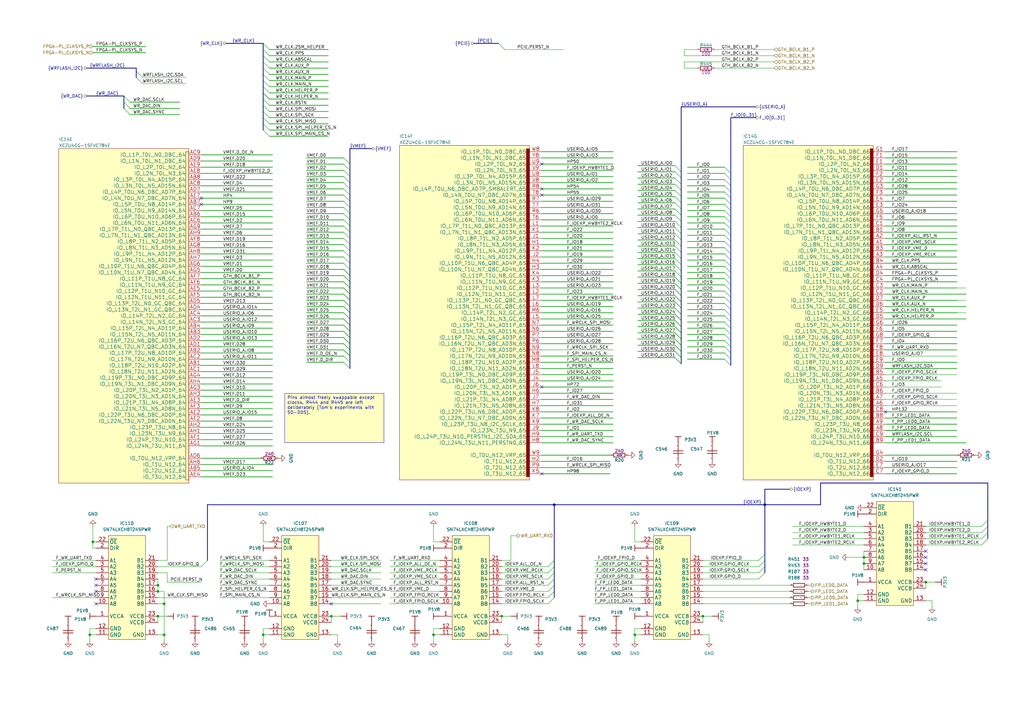
<source format=kicad_sch>
(kicad_sch (version 20250114) (generator "eeschema") (generator_version "9.0")
  (paper "A3")
  (title_block (title "FPGA HP Banks + level converters") (rev "-"))
  (lib_symbols
    (symbol "Capacitors SMD:CC0402_100NF_16V_10%_X7R" (pin_names (offset 1.27))
      (property "Reference" "C" (at 3.81 3.048 0))
      (property "Description" "100nF" (at 3.81 -3.048 0))
      (symbol "CC0402_100NF_16V_10%_X7R_0_1"
        (pin passive line (at 0 0 0) (length 2.54) (name "1") (number "1"))
        (pin passive line (at 7.62 0 180) (length 2.54) (name "2") (number "2"))
      )
    )
    (symbol "Logic:XCZU4CG-1SFVC784E" (pin_names (offset 1.27))
      (property "Reference" "IC14" (at 0 3.81 0))
      (property "Value" "XCZU4CG-1SFVC784E" (at 0 1.27 0))
      (symbol "XCZU4CG-1SFVC784E_1_1"
        (text "BANK 43" (at 5.08 -15.24 900) (effects (font (size 1.778 1.778) (bold yes)) (justify left bottom)))
        (pin bidirectional line (at 43.18 -2.54 180) (length 5.08) (name "IO_L1P_AD11P_43") (number "AG10"))
        (pin bidirectional line (at 43.18 -5.08 180) (length 5.08) (name "IO_L1N_AD11N_43") (number "AH10"))
        (pin bidirectional line (at 43.18 -7.62 180) (length 5.08) (name "IO_L2P_AD10P_43") (number "AF11"))
        (pin bidirectional line (at 43.18 -10.16 180) (length 5.08) (name "IO_L2N_AD10N_43") (number "AG11"))
        (pin bidirectional line (at 43.18 -12.7 180) (length 5.08) (name "IO_L3P_AD9P_43") (number "AH12"))
        (pin bidirectional line (at 43.18 -15.24 180) (length 5.08) (name "IO_L3N_AD9N_43") (number "AH11"))
        (pin bidirectional line (at 43.18 -17.78 180) (length 5.08) (name "IO_L4P_AD8P_43") (number "AE10"))
        (pin bidirectional line (at 43.18 -20.32 180) (length 5.08) (name "IO_L4N_AD8N_43") (number "AF10"))
        (pin bidirectional line (at 43.18 -22.86 180) (length 5.08) (name "IO_L5P_HDGC_AD7P_43") (number "AE12"))
        (pin bidirectional line (at 43.18 -25.4 180) (length 5.08) (name "IO_L5N_HDGC_AD7N_43") (number "AF12"))
        (pin bidirectional line (at 43.18 -27.94 180) (length 5.08) (name "IO_L6P_HDGC_AD6P_43") (number "AC12"))
        (pin bidirectional line (at 43.18 -30.48 180) (length 5.08) (name "IO_L6N_HDGC_AD6N_43") (number "AD12"))
        (pin bidirectional line (at 43.18 -33.02 180) (length 5.08) (name "IO_L7P_HDGC_AD5P_43") (number "AD11"))
        (pin bidirectional line (at 43.18 -35.56 180) (length 5.08) (name "IO_L7N_HDGC_AD5N_43") (number "AD10"))
        (pin bidirectional line (at 43.18 -38.1 180) (length 5.08) (name "IO_L8P_HDGC_AD4P_43") (number "AB11"))
        (pin bidirectional line (at 43.18 -40.64 180) (length 5.08) (name "IO_L8N_HDGC_AD4N_43") (number "AC11"))
        (pin bidirectional line (at 43.18 -43.18 180) (length 5.08) (name "IO_L9P_AD3P_43") (number "AA11"))
        (pin bidirectional line (at 43.18 -45.72 180) (length 5.08) (name "IO_L9N_AD3N_43") (number "AA10"))
        (pin bidirectional line (at 43.18 -48.26 180) (length 5.08) (name "IO_L10P_AD2P_43") (number "W10"))
        (pin bidirectional line (at 43.18 -50.8 180) (length 5.08) (name "IO_L10N_AD2N_43") (number "Y10"))
        (pin bidirectional line (at 43.18 -53.34 180) (length 5.08) (name "IO_L11P_AD1P_43") (number "Y9"))
        (pin bidirectional line (at 43.18 -55.88 180) (length 5.08) (name "IO_L11N_AD1N_43") (number "AA8"))
        (pin bidirectional line (at 43.18 -58.42 180) (length 5.08) (name "IO_L12P_AD0P_43") (number "AB10"))
        (pin bidirectional line (at 43.18 -60.96 180) (length 5.08) (name "IO_L12N_AD0N_43") (number "AB9"))
      )
      (symbol "XCZU4CG-1SFVC784E_2_1"
        (text "BANK 44" (at 5.08 -15.24 900) (effects (font (size 1.778 1.778) (bold yes)) (justify left bottom)))
        (pin bidirectional line (at 43.18 -2.54 180) (length 5.08) (name "IO_L1P_AD15P_44") (number "AE15"))
        (pin bidirectional line (at 43.18 -5.08 180) (length 5.08) (name "IO_L1N_AD15N_44") (number "AE14"))
        (pin bidirectional line (at 43.18 -7.62 180) (length 5.08) (name "IO_L2P_AD14P_44") (number "AG14"))
        (pin bidirectional line (at 43.18 -10.16 180) (length 5.08) (name "IO_L2N_AD14N_44") (number "AH14"))
        (pin bidirectional line (at 43.18 -12.7 180) (length 5.08) (name "IO_L3P_AD13P_44") (number "AG13"))
        (pin bidirectional line (at 43.18 -15.24 180) (length 5.08) (name "IO_L3N_AD13N_44") (number "AH13"))
        (pin bidirectional line (at 43.18 -17.78 180) (length 5.08) (name "IO_L4P_AD12P_44") (number "AE13"))
        (pin bidirectional line (at 43.18 -20.32 180) (length 5.08) (name "IO_L4N_AD12N_44") (number "AF13"))
        (pin bidirectional line (at 43.18 -22.86 180) (length 5.08) (name "IO_L5P_HDGC_44") (number "AD15"))
        (pin bidirectional line (at 43.18 -25.4 180) (length 5.08) (name "IO_L5N_HDGC_44") (number "AD14"))
        (pin bidirectional line (at 43.18 -27.94 180) (length 5.08) (name "IO_L6P_HDGC_44") (number "AC14"))
        (pin bidirectional line (at 43.18 -30.48 180) (length 5.08) (name "IO_L6N_HDGC_44") (number "AC13"))
        (pin bidirectional line (at 43.18 -33.02 180) (length 5.08) (name "IO_L7P_HDGC_44") (number "AA13"))
        (pin bidirectional line (at 43.18 -35.56 180) (length 5.08) (name "IO_L7N_HDGC_44") (number "AB13"))
        (pin bidirectional line (at 43.18 -38.1 180) (length 5.08) (name "IO_L8P_HDGC_44") (number "AB15"))
        (pin bidirectional line (at 43.18 -40.64 180) (length 5.08) (name "IO_L8N_HDGC_44") (number "AB14"))
        (pin bidirectional line (at 43.18 -43.18 180) (length 5.08) (name "IO_L9P_AD11P_44") (number "W14"))
        (pin bidirectional line (at 43.18 -45.72 180) (length 5.08) (name "IO_L9N_AD11N_44") (number "W13"))
        (pin bidirectional line (at 43.18 -48.26 180) (length 5.08) (name "IO_L10P_AD10P_44") (number "Y14"))
        (pin bidirectional line (at 43.18 -50.8 180) (length 5.08) (name "IO_L10N_AD10N_44") (number "Y13"))
        (pin bidirectional line (at 43.18 -53.34 180) (length 5.08) (name "IO_L11P_AD9P_44") (number "W12"))
        (pin bidirectional line (at 43.18 -55.88 180) (length 5.08) (name "IO_L11N_AD9N_44") (number "W11"))
        (pin bidirectional line (at 43.18 -58.42 180) (length 5.08) (name "IO_L12P_AD8P_44") (number "Y12"))
        (pin bidirectional line (at 43.18 -60.96 180) (length 5.08) (name "IO_L12N_AD8N_44") (number "AA12"))
      )
      (symbol "XCZU4CG-1SFVC784E_3_1"
        (text "BANK 45" (at 5.08 -15.24 900) (effects (font (size 1.778 1.778) (bold yes)) (justify left bottom)))
        (pin bidirectional line (at 43.18 -2.54 180) (length 5.08) (name "IO_L1P_AD15P_45") (number "J11"))
        (pin bidirectional line (at 43.18 -5.08 180) (length 5.08) (name "IO_L1N_AD15N_45") (number "J10"))
        (pin bidirectional line (at 43.18 -7.62 180) (length 5.08) (name "IO_L2P_AD14P_45") (number "K13"))
        (pin bidirectional line (at 43.18 -10.16 180) (length 5.08) (name "IO_L2N_AD14N_45") (number "K12"))
        (pin bidirectional line (at 43.18 -12.7 180) (length 5.08) (name "IO_L3P_AD13P_45") (number "H11"))
        (pin bidirectional line (at 43.18 -15.24 180) (length 5.08) (name "IO_L3N_AD13N_45") (number "G10"))
        (pin bidirectional line (at 43.18 -17.78 180) (length 5.08) (name "IO_L4P_AD12P_45") (number "J12"))
        (pin bidirectional line (at 43.18 -20.32 180) (length 5.08) (name "IO_L4N_AD12N_45") (number "H12"))
        (pin bidirectional line (at 43.18 -22.86 180) (length 5.08) (name "IO_L5P_HDGC_45") (number "G11"))
        (pin bidirectional line (at 43.18 -25.4 180) (length 5.08) (name "IO_L5N_HDGC_45") (number "F10"))
        (pin bidirectional line (at 43.18 -27.94 180) (length 5.08) (name "IO_L6P_HDGC_45") (number "F12"))
        (pin bidirectional line (at 43.18 -30.48 180) (length 5.08) (name "IO_L6N_HDGC_45") (number "F11"))
        (pin bidirectional line (at 43.18 -33.02 180) (length 5.08) (name "IO_L7P_HDGC_45") (number "E10"))
        (pin bidirectional line (at 43.18 -35.56 180) (length 5.08) (name "IO_L7N_HDGC_45") (number "D10"))
        (pin bidirectional line (at 43.18 -38.1 180) (length 5.08) (name "IO_L8P_HDGC_45") (number "E12"))
        (pin bidirectional line (at 43.18 -40.64 180) (length 5.08) (name "IO_L8N_HDGC_45") (number "D11"))
        (pin bidirectional line (at 43.18 -43.18 180) (length 5.08) (name "IO_L9P_AD11P_45") (number "C11"))
        (pin bidirectional line (at 43.18 -45.72 180) (length 5.08) (name "IO_L9N_AD11N_45") (number "B10"))
        (pin bidirectional line (at 43.18 -48.26 180) (length 5.08) (name "IO_L10P_AD10P_45") (number "B11"))
        (pin bidirectional line (at 43.18 -50.8 180) (length 5.08) (name "IO_L10N_AD10N_45") (number "A10"))
        (pin bidirectional line (at 43.18 -53.34 180) (length 5.08) (name "IO_L11P_AD9P_45") (number "A12"))
        (pin bidirectional line (at 43.18 -55.88 180) (length 5.08) (name "IO_L11N_AD9N_45") (number "A11"))
        (pin bidirectional line (at 43.18 -58.42 180) (length 5.08) (name "IO_L12P_AD8P_45") (number "D12"))
        (pin bidirectional line (at 43.18 -60.96 180) (length 5.08) (name "IO_L12N_AD8N_45") (number "C12"))
      )
      (symbol "XCZU4CG-1SFVC784E_4_1"
        (text "BANK 46" (at 5.08 -15.24 900) (effects (font (size 1.778 1.778) (bold yes)) (justify left bottom)))
        (pin bidirectional line (at 43.18 -2.54 180) (length 5.08) (name "IO_L1P_AD11P_46") (number "B15"))
        (pin bidirectional line (at 43.18 -5.08 180) (length 5.08) (name "IO_L1N_AD11N_46") (number "A15"))
        (pin bidirectional line (at 43.18 -7.62 180) (length 5.08) (name "IO_L2P_AD10P_46") (number "B14"))
        (pin bidirectional line (at 43.18 -10.16 180) (length 5.08) (name "IO_L2N_AD10N_46") (number "A14"))
        (pin bidirectional line (at 43.18 -12.7 180) (length 5.08) (name "IO_L3P_AD9P_46") (number "B13"))
        (pin bidirectional line (at 43.18 -15.24 180) (length 5.08) (name "IO_L3N_AD9N_46") (number "A13"))
        (pin bidirectional line (at 43.18 -17.78 180) (length 5.08) (name "IO_L4P_AD8P_46") (number "C14"))
        (pin bidirectional line (at 43.18 -20.32 180) (length 5.08) (name "IO_L4N_AD8N_46") (number "C13"))
        (pin bidirectional line (at 43.18 -22.86 180) (length 5.08) (name "IO_L5P_HDGC_AD7P_46") (number "D15"))
        (pin bidirectional line (at 43.18 -25.4 180) (length 5.08) (name "IO_L5N_HDGC_AD7N_46") (number "D14"))
        (pin bidirectional line (at 43.18 -27.94 180) (length 5.08) (name "IO_L6P_HDGC_AD6P_46") (number "E14"))
        (pin bidirectional line (at 43.18 -30.48 180) (length 5.08) (name "IO_L6N_HDGC_AD6N_46") (number "E13"))
        (pin bidirectional line (at 43.18 -33.02 180) (length 5.08) (name "IO_L7P_HDGC_AD5P_46") (number "G13"))
        (pin bidirectional line (at 43.18 -35.56 180) (length 5.08) (name "IO_L7N_HDGC_AD5N_46") (number "F13"))
        (pin bidirectional line (at 43.18 -38.1 180) (length 5.08) (name "IO_L8P_HDGC_AD4P_46") (number "F15"))
        (pin bidirectional line (at 43.18 -40.64 180) (length 5.08) (name "IO_L8N_HDGC_AD4N_46") (number "E15"))
        (pin bidirectional line (at 43.18 -43.18 180) (length 5.08) (name "IO_L9P_AD3P_46") (number "G15"))
        (pin bidirectional line (at 43.18 -45.72 180) (length 5.08) (name "IO_L9N_AD3N_46") (number "G14"))
        (pin bidirectional line (at 43.18 -48.26 180) (length 5.08) (name "IO_L10P_AD2P_46") (number "H14"))
        (pin bidirectional line (at 43.18 -50.8 180) (length 5.08) (name "IO_L10N_AD2N_46") (number "H13"))
        (pin bidirectional line (at 43.18 -53.34 180) (length 5.08) (name "IO_L11P_AD1P_46") (number "K14"))
        (pin bidirectional line (at 43.18 -55.88 180) (length 5.08) (name "IO_L11N_AD1N_46") (number "J14"))
        (pin bidirectional line (at 43.18 -58.42 180) (length 5.08) (name "IO_L12P_AD0P_46") (number "L14"))
        (pin bidirectional line (at 43.18 -60.96 180) (length 5.08) (name "IO_L12N_AD0N_46") (number "L13"))
      )
      (symbol "XCZU4CG-1SFVC784E_5_1"
        (text "BANK 64" (at 5.08 -15.24 900) (effects (font (size 1.778 1.778) (bold yes)) (justify left bottom)))
        (pin bidirectional line (at 58.42 -2.54 180) (length 5.08) (name "IO_L1P_T0L_N0_DBC_64") (number "AC9"))
        (pin bidirectional line (at 58.42 -5.08 180) (length 5.08) (name "IO_L1N_T0L_N1_DBC_64") (number "AD9"))
        (pin bidirectional line (at 58.42 -7.62 180) (length 5.08) (name "IO_L2P_T0L_N2_64") (number "AE9"))
        (pin bidirectional line (at 58.42 -10.16 180) (length 5.08) (name "IO_L2N_T0L_N3_64") (number "AE8"))
        (pin bidirectional line (at 58.42 -12.7 180) (length 5.08) (name "IO_L3P_T0L_N4_AD15P_64") (number "AB8"))
        (pin bidirectional line (at 58.42 -15.24 180) (length 5.08) (name "IO_L3N_T0L_N5_AD15N_64") (number "AC8"))
        (pin bidirectional line (at 58.42 -17.78 180) (length 5.08) (name "IO_L4P_T0U_N6_DBC_AD7P_64") (number "AD7"))
        (pin bidirectional line (at 58.42 -20.32 180) (length 5.08) (name "IO_L4N_T0U_N7_DBC_AD7N_64") (number "AE7"))
        (pin bidirectional line (at 58.42 -22.86 180) (length 5.08) (name "IO_L5P_T0U_N8_AD14P_64") (number "AB7"))
        (pin bidirectional line (at 58.42 -25.4 180) (length 5.08) (name "IO_L5N_T0U_N9_AD14N_64") (number "AC7"))
        (pin bidirectional line (at 58.42 -27.94 180) (length 5.08) (name "IO_L6P_T0U_N10_AD6P_64") (number "AB6"))
        (pin bidirectional line (at 58.42 -30.48 180) (length 5.08) (name "IO_L6N_T0U_N11_AD6N_64") (number "AC6"))
        (pin bidirectional line (at 58.42 -33.02 180) (length 5.08) (name "IO_L7P_T1L_N0_QBC_AD13P_64") (number "AG9"))
        (pin bidirectional line (at 58.42 -35.56 180) (length 5.08) (name "IO_L7N_T1L_N1_QBC_AD13N_64") (number "AH9"))
        (pin bidirectional line (at 58.42 -38.1 180) (length 5.08) (name "IO_L8P_T1L_N2_AD5P_64") (number "AF8"))
        (pin bidirectional line (at 58.42 -40.64 180) (length 5.08) (name "IO_L8N_T1L_N3_AD5N_64") (number "AG8"))
        (pin bidirectional line (at 58.42 -43.18 180) (length 5.08) (name "IO_L9P_T1L_N4_AD12P_64") (number "AH8"))
        (pin bidirectional line (at 58.42 -45.72 180) (length 5.08) (name "IO_L9N_T1L_N5_AD12N_64") (number "AH7"))
        (pin bidirectional line (at 58.42 -48.26 180) (length 5.08) (name "IO_L10P_T1U_N6_QBC_AD4P_64") (number "AG6"))
        (pin bidirectional line (at 58.42 -50.8 180) (length 5.08) (name "IO_L10N_T1U_N7_QBC_AD4N_64") (number "AG5"))
        (pin bidirectional line (at 58.42 -53.34 180) (length 5.08) (name "IO_L11P_T1U_N8_GC_64") (number "AF7"))
        (pin bidirectional line (at 58.42 -55.88 180) (length 5.08) (name "IO_L11N_T1U_N9_GC_64") (number "AF6"))
        (pin bidirectional line (at 58.42 -58.42 180) (length 5.08) (name "IO_L12P_T1U_N10_GC_64") (number "AE5"))
        (pin bidirectional line (at 58.42 -60.96 180) (length 5.08) (name "IO_L12N_T1U_N11_GC_64") (number "AF5"))
        (pin bidirectional line (at 58.42 -63.5 180) (length 5.08) (name "IO_L13P_T2L_N0_GC_QBC_64") (number "AD5"))
        (pin bidirectional line (at 58.42 -66.04 180) (length 5.08) (name "IO_L13N_T2L_N1_GC_QBC_64") (number "AD4"))
        (pin bidirectional line (at 58.42 -68.58 180) (length 5.08) (name "IO_L14P_T2L_N2_GC_64") (number "AC4"))
        (pin bidirectional line (at 58.42 -71.12 180) (length 5.08) (name "IO_L14N_T2L_N3_GC_64") (number "AC3"))
        (pin bidirectional line (at 58.42 -73.66 180) (length 5.08) (name "IO_L15P_T2L_N4_AD11P_64") (number "AB4"))
        (pin bidirectional line (at 58.42 -76.2 180) (length 5.08) (name "IO_L15N_T2L_N5_AD11N_64") (number "AB3"))
        (pin bidirectional line (at 58.42 -78.74 180) (length 5.08) (name "IO_L16P_T2U_N6_QBC_AD3P_64") (number "AD2"))
        (pin bidirectional line (at 58.42 -81.28 180) (length 5.08) (name "IO_L16N_T2U_N7_QBC_AD3N_64") (number "AD1"))
        (pin bidirectional line (at 58.42 -83.82 180) (length 5.08) (name "IO_L17P_T2U_N8_AD10P_64") (number "AB2"))
        (pin bidirectional line (at 58.42 -86.36 180) (length 5.08) (name "IO_L17N_T2U_N9_AD10N_64") (number "AC2"))
        (pin bidirectional line (at 58.42 -88.9 180) (length 5.08) (name "IO_L18P_T2U_N10_AD2P_64") (number "AB1"))
        (pin bidirectional line (at 58.42 -91.44 180) (length 5.08) (name "IO_L18N_T2U_N11_AD2N_64") (number "AC1"))
        (pin bidirectional line (at 58.42 -93.98 180) (length 5.08) (name "IO_L19P_T3L_N0_DBC_AD9P_64") (number "AG4"))
        (pin bidirectional line (at 58.42 -96.52 180) (length 5.08) (name "IO_L19N_T3L_N1_DBC_AD9N_64") (number "AH4"))
        (pin bidirectional line (at 58.42 -99.06 180) (length 5.08) (name "IO_L20P_T3L_N2_AD1P_64") (number "AG3"))
        (pin bidirectional line (at 58.42 -101.6 180) (length 5.08) (name "IO_L20N_T3L_N3_AD1N_64") (number "AH3"))
        (pin bidirectional line (at 58.42 -104.14 180) (length 5.08) (name "IO_L21P_T3L_N4_AD8P_64") (number "AE3"))
        (pin bidirectional line (at 58.42 -106.68 180) (length 5.08) (name "IO_L21N_T3L_N5_AD8N_64") (number "AF3"))
        (pin bidirectional line (at 58.42 -109.22 180) (length 5.08) (name "IO_L22P_T3U_N6_DBC_AD0P_64") (number "AE2"))
        (pin bidirectional line (at 58.42 -111.76 180) (length 5.08) (name "IO_L22N_T3U_N7_DBC_AD0N_64") (number "AF2"))
        (pin bidirectional line (at 58.42 -114.3 180) (length 5.08) (name "IO_L23P_T3U_N8_64") (number "AH2"))
        (pin bidirectional line (at 58.42 -116.84 180) (length 5.08) (name "IO_L23N_T3U_N9_64") (number "AH1"))
        (pin bidirectional line (at 58.42 -119.38 180) (length 5.08) (name "IO_L24P_T3U_N10_64") (number "AF1"))
        (pin bidirectional line (at 58.42 -121.92 180) (length 5.08) (name "IO_L24N_T3U_N11_64") (number "AG1"))
        (pin bidirectional line (at 58.42 -127 180) (length 5.08) (name "IO_T0U_N12_VRP_64") (number "AD6"))
        (pin bidirectional line (at 58.42 -129.54 180) (length 5.08) (name "IO_T1U_N12_64") (number "AH6"))
        (pin bidirectional line (at 58.42 -132.08 180) (length 5.08) (name "IO_T2U_N12_64") (number "AB5"))
        (pin bidirectional line (at 58.42 -134.62 180) (length 5.08) (name "IO_T3U_N12_64") (number "AE4"))
      )
      (symbol "XCZU4CG-1SFVC784E_6_1"
        (text "BANK 65" (at 5.08 -15.24 900) (effects (font (size 1.778 1.778) (bold yes)) (justify left bottom)))
        (pin bidirectional line (at 58.42 -2.54 180) (length 5.08) (name "IO_L1P_T0L_N0_DBC_65") (number "W8"))
        (pin bidirectional line (at 58.42 -5.08 180) (length 5.08) (name "IO_L1N_T0L_N1_DBC_65") (number "Y8"))
        (pin bidirectional line (at 58.42 -7.62 180) (length 5.08) (name "IO_L2P_T0L_N2_65") (number "U9"))
        (pin bidirectional line (at 58.42 -10.16 180) (length 5.08) (name "IO_L2N_T0L_N3_65") (number "V9"))
        (pin bidirectional line (at 58.42 -12.7 180) (length 5.08) (name "IO_L3P_T0L_N4_AD15P_65") (number "U8"))
        (pin bidirectional line (at 58.42 -15.24 180) (length 5.08) (name "IO_L3N_T0L_N5_AD15N_65") (number "V8"))
        (pin bidirectional line (at 58.42 -17.78 180) (length 5.08) (name "IO_L4P_T0U_N6_DBC_AD7P_SMBALERT_65") (number "R8"))
        (pin bidirectional line (at 58.42 -20.32 180) (length 5.08) (name "IO_L4N_T0U_N7_DBC_AD7N_65") (number "T8"))
        (pin bidirectional line (at 58.42 -22.86 180) (length 5.08) (name "IO_L5P_T0U_N8_AD14P_65") (number "R7"))
        (pin bidirectional line (at 58.42 -25.4 180) (length 5.08) (name "IO_L5N_T0U_N9_AD14N_65") (number "T7"))
        (pin bidirectional line (at 58.42 -27.94 180) (length 5.08) (name "IO_L6P_T0U_N10_AD6P_65") (number "R6"))
        (pin bidirectional line (at 58.42 -30.48 180) (length 5.08) (name "IO_L6N_T0U_N11_AD6N_65") (number "T6"))
        (pin bidirectional line (at 58.42 -33.02 180) (length 5.08) (name "IO_L7P_T1L_N0_QBC_AD13P_65") (number "L1"))
        (pin bidirectional line (at 58.42 -35.56 180) (length 5.08) (name "IO_L7N_T1L_N1_QBC_AD13N_65") (number "K1"))
        (pin bidirectional line (at 58.42 -38.1 180) (length 5.08) (name "IO_L8P_T1L_N2_AD5P_65") (number "J1"))
        (pin bidirectional line (at 58.42 -40.64 180) (length 5.08) (name "IO_L8N_T1L_N3_AD5N_65") (number "H1"))
        (pin bidirectional line (at 58.42 -43.18 180) (length 5.08) (name "IO_L9P_T1L_N4_AD12P_65") (number "K2"))
        (pin bidirectional line (at 58.42 -45.72 180) (length 5.08) (name "IO_L9N_T1L_N5_AD12N_65") (number "J2"))
        (pin bidirectional line (at 58.42 -48.26 180) (length 5.08) (name "IO_L10P_T1U_N6_QBC_AD4P_65") (number "H4"))
        (pin bidirectional line (at 58.42 -50.8 180) (length 5.08) (name "IO_L10N_T1U_N7_QBC_AD4N_65") (number "H3"))
        (pin bidirectional line (at 58.42 -53.34 180) (length 5.08) (name "IO_L11P_T1U_N8_GC_65") (number "K4"))
        (pin bidirectional line (at 58.42 -55.88 180) (length 5.08) (name "IO_L11N_T1U_N9_GC_65") (number "K3"))
        (pin bidirectional line (at 58.42 -58.42 180) (length 5.08) (name "IO_L12P_T1U_N10_GC_65") (number "L3"))
        (pin bidirectional line (at 58.42 -60.96 180) (length 5.08) (name "IO_L12N_T1U_N11_GC_65") (number "L2"))
        (pin bidirectional line (at 58.42 -63.5 180) (length 5.08) (name "IO_L13P_T2L_N0_GC_QBC_65") (number "L7"))
        (pin bidirectional line (at 58.42 -66.04 180) (length 5.08) (name "IO_L13N_T2L_N1_GC_QBC_65") (number "L6"))
        (pin bidirectional line (at 58.42 -68.58 180) (length 5.08) (name "IO_L14P_T2L_N2_GC_65") (number "M6"))
        (pin bidirectional line (at 58.42 -71.12 180) (length 5.08) (name "IO_L14N_T2L_N3_GC_65") (number "L5"))
        (pin bidirectional line (at 58.42 -73.66 180) (length 5.08) (name "IO_L15P_T2L_N4_AD11P_65") (number "N7"))
        (pin bidirectional line (at 58.42 -76.2 180) (length 5.08) (name "IO_L15N_T2L_N5_AD11N_65") (number "N6"))
        (pin bidirectional line (at 58.42 -78.74 180) (length 5.08) (name "IO_L16P_T2U_N6_QBC_AD3P_65") (number "P7"))
        (pin bidirectional line (at 58.42 -81.28 180) (length 5.08) (name "IO_L16N_T2U_N7_QBC_AD3N_65") (number "P6"))
        (pin bidirectional line (at 58.42 -83.82 180) (length 5.08) (name "IO_L17P_T2U_N8_AD10P_65") (number "N9"))
        (pin bidirectional line (at 58.42 -86.36 180) (length 5.08) (name "IO_L17N_T2U_N9_AD10N_65") (number "N8"))
        (pin bidirectional line (at 58.42 -88.9 180) (length 5.08) (name "IO_L18P_T2U_N10_AD2P_65") (number "M8"))
        (pin bidirectional line (at 58.42 -91.44 180) (length 5.08) (name "IO_L18N_T2U_N11_AD2N_65") (number "L8"))
        (pin bidirectional line (at 58.42 -93.98 180) (length 5.08) (name "IO_L19P_T3L_N0_DBC_AD9P_65") (number "J5"))
        (pin bidirectional line (at 58.42 -96.52 180) (length 5.08) (name "IO_L19N_T3L_N1_DBC_AD9N_65") (number "J4"))
        (pin bidirectional line (at 58.42 -99.06 180) (length 5.08) (name "IO_L20P_T3L_N2_AD1P_65") (number "J6"))
        (pin bidirectional line (at 58.42 -101.6 180) (length 5.08) (name "IO_L20N_T3L_N3_AD1N_65") (number "H6"))
        (pin bidirectional line (at 58.42 -104.14 180) (length 5.08) (name "IO_L21P_T3L_N4_AD8P_65") (number "J7"))
        (pin bidirectional line (at 58.42 -106.68 180) (length 5.08) (name "IO_L21N_T3L_N5_AD8N_65") (number "H7"))
        (pin bidirectional line (at 58.42 -109.22 180) (length 5.08) (name "IO_L22P_T3U_N6_DBC_AD0P_65") (number "K8"))
        (pin bidirectional line (at 58.42 -111.76 180) (length 5.08) (name "IO_L22N_T3U_N7_DBC_AD0N_65") (number "K7"))
        (pin bidirectional line (at 58.42 -114.3 180) (length 5.08) (name "IO_L23P_T3U_N8_I2C_SCLK_65") (number "K9"))
        (pin bidirectional line (at 58.42 -116.84 180) (length 5.08) (name "IO_L23N_T3U_N9_65") (number "J9"))
        (pin bidirectional line (at 58.42 -119.38 180) (length 5.08) (name "IO_L24P_T3U_N10_PERSTN1_I2C_SDA_65") (number "H9"))
        (pin bidirectional line (at 58.42 -121.92 180) (length 5.08) (name "IO_L24N_T3U_N11_PERSTN0_65") (number "H8"))
        (pin bidirectional line (at 58.42 -127 180) (length 5.08) (name "IO_T0U_N12_VRP_65") (number "W9"))
        (pin bidirectional line (at 58.42 -129.54 180) (length 5.08) (name "IO_T1U_N12_65") (number "H2"))
        (pin bidirectional line (at 58.42 -132.08 180) (length 5.08) (name "IO_T2U_N12_65") (number "P9"))
        (pin bidirectional line (at 58.42 -134.62 180) (length 5.08) (name "IO_T3U_N12_65") (number "K5"))
      )
      (symbol "XCZU4CG-1SFVC784E_7_1"
        (text "BANK 66" (at 5.08 -15.24 900) (effects (font (size 1.778 1.778) (bold yes)) (justify left bottom)))
        (pin bidirectional line (at 58.42 -2.54 180) (length 5.08) (name "IO_L1P_T0L_N0_DBC_66") (number "G1"))
        (pin bidirectional line (at 58.42 -5.08 180) (length 5.08) (name "IO_L1N_T0L_N1_DBC_66") (number "F1"))
        (pin bidirectional line (at 58.42 -7.62 180) (length 5.08) (name "IO_L2P_T0L_N2_66") (number "E1"))
        (pin bidirectional line (at 58.42 -10.16 180) (length 5.08) (name "IO_L2N_T0L_N3_66") (number "D1"))
        (pin bidirectional line (at 58.42 -12.7 180) (length 5.08) (name "IO_L3P_T0L_N4_AD15P_66") (number "F2"))
        (pin bidirectional line (at 58.42 -15.24 180) (length 5.08) (name "IO_L3N_T0L_N5_AD15N_66") (number "E2"))
        (pin bidirectional line (at 58.42 -17.78 180) (length 5.08) (name "IO_L4P_T0U_N6_DBC_AD7P_66") (number "G3"))
        (pin bidirectional line (at 58.42 -20.32 180) (length 5.08) (name "IO_L4N_T0U_N7_DBC_AD7N_66") (number "F3"))
        (pin bidirectional line (at 58.42 -22.86 180) (length 5.08) (name "IO_L5P_T0U_N8_AD14P_66") (number "E4"))
        (pin bidirectional line (at 58.42 -25.4 180) (length 5.08) (name "IO_L5N_T0U_N9_AD14N_66") (number "E3"))
        (pin bidirectional line (at 58.42 -27.94 180) (length 5.08) (name "IO_L6P_T0U_N10_AD6P_66") (number "G5"))
        (pin bidirectional line (at 58.42 -30.48 180) (length 5.08) (name "IO_L6N_T0U_N11_AD6N_66") (number "F5"))
        (pin bidirectional line (at 58.42 -33.02 180) (length 5.08) (name "IO_L7P_T1L_N0_QBC_AD13P_66") (number "C1"))
        (pin bidirectional line (at 58.42 -35.56 180) (length 5.08) (name "IO_L7N_T1L_N1_QBC_AD13N_66") (number "B1"))
        (pin bidirectional line (at 58.42 -38.1 180) (length 5.08) (name "IO_L8P_T1L_N2_AD5P_66") (number "A2"))
        (pin bidirectional line (at 58.42 -40.64 180) (length 5.08) (name "IO_L8N_T1L_N3_AD5N_66") (number "A1"))
        (pin bidirectional line (at 58.42 -43.18 180) (length 5.08) (name "IO_L9P_T1L_N4_AD12P_66") (number "B3"))
        (pin bidirectional line (at 58.42 -45.72 180) (length 5.08) (name "IO_L9N_T1L_N5_AD12N_66") (number "A3"))
        (pin bidirectional line (at 58.42 -48.26 180) (length 5.08) (name "IO_L10P_T1U_N6_QBC_AD4P_66") (number "B4"))
        (pin bidirectional line (at 58.42 -50.8 180) (length 5.08) (name "IO_L10N_T1U_N7_QBC_AD4N_66") (number "A4"))
        (pin bidirectional line (at 58.42 -53.34 180) (length 5.08) (name "IO_L11P_T1U_N8_GC_66") (number "D4"))
        (pin bidirectional line (at 58.42 -55.88 180) (length 5.08) (name "IO_L11N_T1U_N9_GC_66") (number "C4"))
        (pin bidirectional line (at 58.42 -58.42 180) (length 5.08) (name "IO_L12P_T1U_N10_GC_66") (number "C3"))
        (pin bidirectional line (at 58.42 -60.96 180) (length 5.08) (name "IO_L12N_T1U_N11_GC_66") (number "C2"))
        (pin bidirectional line (at 58.42 -63.5 180) (length 5.08) (name "IO_L13P_T2L_N0_GC_QBC_66") (number "D7"))
        (pin bidirectional line (at 58.42 -66.04 180) (length 5.08) (name "IO_L13N_T2L_N1_GC_QBC_66") (number "D6"))
        (pin bidirectional line (at 58.42 -68.58 180) (length 5.08) (name "IO_L14P_T2L_N2_GC_66") (number "E5"))
        (pin bidirectional line (at 58.42 -71.12 180) (length 5.08) (name "IO_L14N_T2L_N3_GC_66") (number "D5"))
        (pin bidirectional line (at 58.42 -73.66 180) (length 5.08) (name "IO_L15P_T2L_N4_AD11P_66") (number "G6"))
        (pin bidirectional line (at 58.42 -76.2 180) (length 5.08) (name "IO_L15N_T2L_N5_AD11N_66") (number "F6"))
        (pin bidirectional line (at 58.42 -78.74 180) (length 5.08) (name "IO_L16P_T2U_N6_QBC_AD3P_66") (number "G8"))
        (pin bidirectional line (at 58.42 -81.28 180) (length 5.08) (name "IO_L16N_T2U_N7_QBC_AD3N_66") (number "F7"))
        (pin bidirectional line (at 58.42 -83.82 180) (length 5.08) (name "IO_L17P_T2U_N8_AD10P_66") (number "F8"))
        (pin bidirectional line (at 58.42 -86.36 180) (length 5.08) (name "IO_L17N_T2U_N9_AD10N_66") (number "E8"))
        (pin bidirectional line (at 58.42 -88.9 180) (length 5.08) (name "IO_L18P_T2U_N10_AD2P_66") (number "E9"))
        (pin bidirectional line (at 58.42 -91.44 180) (length 5.08) (name "IO_L18N_T2U_N11_AD2N_66") (number "D9"))
        (pin bidirectional line (at 58.42 -93.98 180) (length 5.08) (name "IO_L19P_T3L_N0_DBC_AD9P_66") (number "B5"))
        (pin bidirectional line (at 58.42 -96.52 180) (length 5.08) (name "IO_L19N_T3L_N1_DBC_AD9N_66") (number "A5"))
        (pin bidirectional line (at 58.42 -99.06 180) (length 5.08) (name "IO_L20P_T3L_N2_AD1P_66") (number "C6"))
        (pin bidirectional line (at 58.42 -101.6 180) (length 5.08) (name "IO_L20N_T3L_N3_AD1N_66") (number "B6"))
        (pin bidirectional line (at 58.42 -104.14 180) (length 5.08) (name "IO_L21P_T3L_N4_AD8P_66") (number "A7"))
        (pin bidirectional line (at 58.42 -106.68 180) (length 5.08) (name "IO_L21N_T3L_N5_AD8N_66") (number "A6"))
        (pin bidirectional line (at 58.42 -109.22 180) (length 5.08) (name "IO_L22P_T3U_N6_DBC_AD0P_66") (number "C8"))
        (pin bidirectional line (at 58.42 -111.76 180) (length 5.08) (name "IO_L22N_T3U_N7_DBC_AD0N_66") (number "B8"))
        (pin bidirectional line (at 58.42 -114.3 180) (length 5.08) (name "IO_L23P_T3U_N8_66") (number "A9"))
        (pin bidirectional line (at 58.42 -116.84 180) (length 5.08) (name "IO_L23N_T3U_N9_66") (number "A8"))
        (pin bidirectional line (at 58.42 -119.38 180) (length 5.08) (name "IO_L24P_T3U_N10_66") (number "C9"))
        (pin bidirectional line (at 58.42 -121.92 180) (length 5.08) (name "IO_L24N_T3U_N11_66") (number "B9"))
        (pin bidirectional line (at 58.42 -127 180) (length 5.08) (name "IO_T0U_N12_VRP_66") (number "G4"))
        (pin bidirectional line (at 58.42 -129.54 180) (length 5.08) (name "IO_T1U_N12_66") (number "D2"))
        (pin bidirectional line (at 58.42 -132.08 180) (length 5.08) (name "IO_T2U_N12_66") (number "E7"))
        (pin bidirectional line (at 58.42 -134.62 180) (length 5.08) (name "IO_T3U_N12_66") (number "C7"))
      )
      (symbol "XCZU4CG-1SFVC784E_8_1"
        (text "BANK 224" (at 5.08 -17.78 900) (effects (font (size 1.778 1.778) (bold yes)) (justify left bottom)))
        (pin output line (at 40.64 -2.54 180) (length 5.08) (name "MGTHTXP0_224") (number "W4"))
        (pin output line (at 40.64 -5.08 180) (length 5.08) (name "MGTHTXN0_224") (number "W3"))
        (pin input line (at 40.64 -7.62 180) (length 5.08) (name "MGTHRXP0_224") (number "Y2"))
        (pin input line (at 40.64 -10.16 180) (length 5.08) (name "MGTHRXN0_224") (number "Y1"))
        (pin bidirectional line (at 40.64 -15.24 180) (length 5.08) (name "MGTREFCLK0P_224") (number "Y6"))
        (pin bidirectional line (at 40.64 -17.78 180) (length 5.08) (name "MGTREFCLK0N_224") (number "Y5"))
        (pin output line (at 40.64 -22.86 180) (length 5.08) (name "MGTHTXP1_224") (number "U4"))
        (pin output line (at 40.64 -25.4 180) (length 5.08) (name "MGTHTXN1_224") (number "U3"))
        (pin input line (at 40.64 -27.94 180) (length 5.08) (name "MGTHRXP1_224") (number "V2"))
        (pin input line (at 40.64 -30.48 180) (length 5.08) (name "MGTHRXN1_224") (number "V1"))
        (pin bidirectional line (at 40.64 -35.56 180) (length 5.08) (name "MGTREFCLK1P_224") (number "V6"))
        (pin bidirectional line (at 40.64 -38.1 180) (length 5.08) (name "MGTREFCLK1N_224") (number "V5"))
        (pin output line (at 40.64 -43.18 180) (length 5.08) (name "MGTHTXP2_224") (number "R4"))
        (pin output line (at 40.64 -45.72 180) (length 5.08) (name "MGTHTXN2_224") (number "R3"))
        (pin input line (at 40.64 -48.26 180) (length 5.08) (name "MGTHRXP2_224") (number "T2"))
        (pin input line (at 40.64 -50.8 180) (length 5.08) (name "MGTHRXN2_224") (number "T1"))
        (pin output line (at 40.64 -55.88 180) (length 5.08) (name "MGTHTXP3_224") (number "N4"))
        (pin output line (at 40.64 -58.42 180) (length 5.08) (name "MGTHTXN3_224") (number "N3"))
        (pin input line (at 40.64 -60.96 180) (length 5.08) (name "MGTHRXP3_224") (number "P2"))
        (pin input line (at 40.64 -63.5 180) (length 5.08) (name "MGTHRXN3_224") (number "P1"))
      )
      (symbol "XCZU4CG-1SFVC784E_9_1"
        (text "BANK 500" (at 5.08 -17.78 900) (effects (font (size 1.778 1.778) (bold yes)) (justify left bottom)))
        (pin bidirectional line (at 35.56 -2.54 180) (length 5.08) (name "PS_MIO0") (number "AG15"))
        (pin bidirectional line (at 35.56 -5.08 180) (length 5.08) (name "PS_MIO1") (number "AG16"))
        (pin bidirectional line (at 35.56 -7.62 180) (length 5.08) (name "PS_MIO2") (number "AF15"))
        (pin bidirectional line (at 35.56 -10.16 180) (length 5.08) (name "PS_MIO3") (number "AH15"))
        (pin bidirectional line (at 35.56 -12.7 180) (length 5.08) (name "PS_MIO4") (number "AH16"))
        (pin bidirectional line (at 35.56 -15.24 180) (length 5.08) (name "PS_MIO5") (number "AD16"))
        (pin bidirectional line (at 35.56 -17.78 180) (length 5.08) (name "PS_MIO6") (number "AF16"))
        (pin bidirectional line (at 35.56 -20.32 180) (length 5.08) (name "PS_MIO7") (number "AH17"))
        (pin bidirectional line (at 35.56 -22.86 180) (length 5.08) (name "PS_MIO8") (number "AF17"))
        (pin bidirectional line (at 35.56 -25.4 180) (length 5.08) (name "PS_MIO9") (number "AC16"))
        (pin bidirectional line (at 35.56 -27.94 180) (length 5.08) (name "PS_MIO10") (number "AD17"))
        (pin bidirectional line (at 35.56 -30.48 180) (length 5.08) (name "PS_MIO11") (number "AE17"))
        (pin bidirectional line (at 35.56 -33.02 180) (length 5.08) (name "PS_MIO12") (number "AC17"))
        (pin bidirectional line (at 35.56 -35.56 180) (length 5.08) (name "PS_MIO13") (number "AH18"))
        (pin bidirectional line (at 35.56 -38.1 180) (length 5.08) (name "PS_MIO14") (number "AG18"))
        (pin bidirectional line (at 35.56 -40.64 180) (length 5.08) (name "PS_MIO15") (number "AE18"))
        (pin bidirectional line (at 35.56 -43.18 180) (length 5.08) (name "PS_MIO16") (number "AF18"))
        (pin bidirectional line (at 35.56 -45.72 180) (length 5.08) (name "PS_MIO17") (number "AC18"))
        (pin bidirectional line (at 35.56 -48.26 180) (length 5.08) (name "PS_MIO18") (number "AC19"))
        (pin bidirectional line (at 35.56 -50.8 180) (length 5.08) (name "PS_MIO19") (number "AE19"))
        (pin bidirectional line (at 35.56 -53.34 180) (length 5.08) (name "PS_MIO20") (number "AD19"))
        (pin bidirectional line (at 35.56 -55.88 180) (length 5.08) (name "PS_MIO21") (number "AC21"))
        (pin bidirectional line (at 35.56 -58.42 180) (length 5.08) (name "PS_MIO22") (number "AB20"))
        (pin bidirectional line (at 35.56 -60.96 180) (length 5.08) (name "PS_MIO23") (number "AB18"))
        (pin bidirectional line (at 35.56 -63.5 180) (length 5.08) (name "PS_MIO24") (number "AB19"))
        (pin bidirectional line (at 35.56 -66.04 180) (length 5.08) (name "PS_MIO25") (number "AB21"))
      )
      (symbol "XCZU4CG-1SFVC784E_10_1"
        (text "BANK 501" (at 5.08 -17.78 900) (effects (font (size 1.778 1.778) (bold yes)) (justify left bottom)))
        (pin bidirectional line (at 35.56 -2.54 180) (length 5.08) (name "PS_MIO26") (number "L15"))
        (pin bidirectional line (at 35.56 -5.08 180) (length 5.08) (name "PS_MIO27") (number "J15"))
        (pin bidirectional line (at 35.56 -7.62 180) (length 5.08) (name "PS_MIO28") (number "K15"))
        (pin bidirectional line (at 35.56 -10.16 180) (length 5.08) (name "PS_MIO29") (number "G16"))
        (pin bidirectional line (at 35.56 -12.7 180) (length 5.08) (name "PS_MIO30") (number "F16"))
        (pin bidirectional line (at 35.56 -15.24 180) (length 5.08) (name "PS_MIO31") (number "H16"))
        (pin bidirectional line (at 35.56 -17.78 180) (length 5.08) (name "PS_MIO32") (number "J16"))
        (pin bidirectional line (at 35.56 -20.32 180) (length 5.08) (name "PS_MIO33") (number "L16"))
        (pin bidirectional line (at 35.56 -22.86 180) (length 5.08) (name "PS_MIO34") (number "L17"))
        (pin bidirectional line (at 35.56 -25.4 180) (length 5.08) (name "PS_MIO35") (number "H17"))
        (pin bidirectional line (at 35.56 -27.94 180) (length 5.08) (name "PS_MIO36") (number "K17"))
        (pin bidirectional line (at 35.56 -30.48 180) (length 5.08) (name "PS_MIO37") (number "J17"))
        (pin bidirectional line (at 35.56 -33.02 180) (length 5.08) (name "PS_MIO38") (number "H18"))
        (pin bidirectional line (at 35.56 -35.56 180) (length 5.08) (name "PS_MIO39") (number "H19"))
        (pin bidirectional line (at 35.56 -38.1 180) (length 5.08) (name "PS_MIO40") (number "K18"))
        (pin bidirectional line (at 35.56 -40.64 180) (length 5.08) (name "PS_MIO41") (number "J19"))
        (pin bidirectional line (at 35.56 -43.18 180) (length 5.08) (name "PS_MIO42") (number "L18"))
        (pin bidirectional line (at 35.56 -45.72 180) (length 5.08) (name "PS_MIO43") (number "K19"))
        (pin bidirectional line (at 35.56 -48.26 180) (length 5.08) (name "PS_MIO44") (number "J20"))
        (pin bidirectional line (at 35.56 -50.8 180) (length 5.08) (name "PS_MIO45") (number "K20"))
        (pin bidirectional line (at 35.56 -53.34 180) (length 5.08) (name "PS_MIO46") (number "L20"))
        (pin bidirectional line (at 35.56 -55.88 180) (length 5.08) (name "PS_MIO47") (number "H21"))
        (pin bidirectional line (at 35.56 -58.42 180) (length 5.08) (name "PS_MIO48") (number "J21"))
        (pin bidirectional line (at 35.56 -60.96 180) (length 5.08) (name "PS_MIO49") (number "M18"))
        (pin bidirectional line (at 35.56 -63.5 180) (length 5.08) (name "PS_MIO50") (number "M19"))
        (pin bidirectional line (at 35.56 -66.04 180) (length 5.08) (name "PS_MIO51") (number "L21"))
      )
      (symbol "XCZU4CG-1SFVC784E_11_1"
        (text "BANK 502" (at 5.08 -17.78 900) (effects (font (size 1.778 1.778) (bold yes)) (justify left bottom)))
        (pin bidirectional line (at 35.56 -2.54 180) (length 5.08) (name "PS_MIO52") (number "G18"))
        (pin bidirectional line (at 35.56 -5.08 180) (length 5.08) (name "PS_MIO53") (number "D16"))
        (pin bidirectional line (at 35.56 -7.62 180) (length 5.08) (name "PS_MIO54") (number "F17"))
        (pin bidirectional line (at 35.56 -10.16 180) (length 5.08) (name "PS_MIO55") (number "B16"))
        (pin bidirectional line (at 35.56 -12.7 180) (length 5.08) (name "PS_MIO56") (number "C16"))
        (pin bidirectional line (at 35.56 -15.24 180) (length 5.08) (name "PS_MIO57") (number "A16"))
        (pin bidirectional line (at 35.56 -17.78 180) (length 5.08) (name "PS_MIO58") (number "F18"))
        (pin bidirectional line (at 35.56 -20.32 180) (length 5.08) (name "PS_MIO59") (number "E17"))
        (pin bidirectional line (at 35.56 -22.86 180) (length 5.08) (name "PS_MIO60") (number "C17"))
        (pin bidirectional line (at 35.56 -25.4 180) (length 5.08) (name "PS_MIO61") (number "D17"))
        (pin bidirectional line (at 35.56 -27.94 180) (length 5.08) (name "PS_MIO62") (number "A17"))
        (pin bidirectional line (at 35.56 -30.48 180) (length 5.08) (name "PS_MIO63") (number "E18"))
        (pin bidirectional line (at 35.56 -33.02 180) (length 5.08) (name "PS_MIO64") (number "E19"))
        (pin bidirectional line (at 35.56 -35.56 180) (length 5.08) (name "PS_MIO65") (number "A18"))
        (pin bidirectional line (at 35.56 -38.1 180) (length 5.08) (name "PS_MIO66") (number "G19"))
        (pin bidirectional line (at 35.56 -40.64 180) (length 5.08) (name "PS_MIO67") (number "B18"))
        (pin bidirectional line (at 35.56 -43.18 180) (length 5.08) (name "PS_MIO68") (number "C18"))
        (pin bidirectional line (at 35.56 -45.72 180) (length 5.08) (name "PS_MIO69") (number "D19"))
        (pin bidirectional line (at 35.56 -48.26 180) (length 5.08) (name "PS_MIO70") (number "C19"))
        (pin bidirectional line (at 35.56 -50.8 180) (length 5.08) (name "PS_MIO71") (number "B19"))
        (pin bidirectional line (at 35.56 -53.34 180) (length 5.08) (name "PS_MIO72") (number "G20"))
        (pin bidirectional line (at 35.56 -55.88 180) (length 5.08) (name "PS_MIO73") (number "G21"))
        (pin bidirectional line (at 35.56 -58.42 180) (length 5.08) (name "PS_MIO74") (number "D20"))
        (pin bidirectional line (at 35.56 -60.96 180) (length 5.08) (name "PS_MIO75") (number "A19"))
        (pin bidirectional line (at 35.56 -63.5 180) (length 5.08) (name "PS_MIO76") (number "B20"))
        (pin bidirectional line (at 35.56 -66.04 180) (length 5.08) (name "PS_MIO77") (number "F20"))
      )
      (symbol "XCZU4CG-1SFVC784E_12_1"
        (text "BANK 505" (at 5.08 -17.78 900) (effects (font (size 1.778 1.778) (bold yes)) (justify left bottom)))
        (pin output line (at 40.64 -2.54 180) (length 5.08) (name "PS_MGTRTXP0_505") (number "E25"))
        (pin output line (at 40.64 -5.08 180) (length 5.08) (name "PS_MGTRTXN0_505") (number "E26"))
        (pin input line (at 40.64 -7.62 180) (length 5.08) (name "PS_MGTRRXP0_505") (number "F27"))
        (pin input line (at 40.64 -10.16 180) (length 5.08) (name "PS_MGTRRXN0_505") (number "F28"))
        (pin input line (at 40.64 -15.24 180) (length 5.08) (name "PS_MGTREFCLK0P_505") (number "F23"))
        (pin input line (at 40.64 -17.78 180) (length 5.08) (name "PS_MGTREFCLK0N_505") (number "F24"))
        (pin output line (at 40.64 -22.86 180) (length 5.08) (name "PS_MGTRTXP1_505") (number "D23"))
        (pin output line (at 40.64 -25.4 180) (length 5.08) (name "PS_MGTRTXN1_505") (number "D24"))
        (pin input line (at 40.64 -27.94 180) (length 5.08) (name "PS_MGTRRXP1_505") (number "D27"))
        (pin input line (at 40.64 -30.48 180) (length 5.08) (name "PS_MGTRRXN1_505") (number "D28"))
        (pin input line (at 40.64 -35.56 180) (length 5.08) (name "PS_MGTREFCLK1P_505") (number "E21"))
        (pin input line (at 40.64 -38.1 180) (length 5.08) (name "PS_MGTREFCLK1N_505") (number "E22"))
        (pin output line (at 40.64 -43.18 180) (length 5.08) (name "PS_MGTRTXP2_505") (number "C25"))
        (pin output line (at 40.64 -45.72 180) (length 5.08) (name "PS_MGTRTXN2_505") (number "C26"))
        (pin input line (at 40.64 -48.26 180) (length 5.08) (name "PS_MGTRRXP2_505") (number "B27"))
        (pin input line (at 40.64 -50.8 180) (length 5.08) (name "PS_MGTRRXN2_505") (number "B28"))
        (pin input line (at 40.64 -55.88 180) (length 5.08) (name "PS_MGTREFCLK2P_505") (number "C21"))
        (pin input line (at 40.64 -58.42 180) (length 5.08) (name "PS_MGTREFCLK2N_505") (number "C22"))
        (pin output line (at 40.64 -63.5 180) (length 5.08) (name "PS_MGTRTXP3_505") (number "B23"))
        (pin output line (at 40.64 -66.04 180) (length 5.08) (name "PS_MGTRTXN3_505") (number "B24"))
        (pin input line (at 40.64 -68.58 180) (length 5.08) (name "PS_MGTRRXP3_505") (number "A25"))
        (pin input line (at 40.64 -71.12 180) (length 5.08) (name "PS_MGTRRXN3_505") (number "A26"))
        (pin input line (at 40.64 -76.2 180) (length 5.08) (name "PS_MGTREFCLK3P_505") (number "A21"))
        (pin input line (at 40.64 -78.74 180) (length 5.08) (name "PS_MGTREFCLK3N_505") (number "A22"))
        (pin input line (at 40.64 -83.82 180) (length 5.08) (name "PS_MGTRREF_505") (number "F22"))
      )
      (symbol "XCZU4CG-1SFVC784E_13_1"
        (pin bidirectional line (at -5.08 -2.54 0) (length 5.08) (name "PS_DDR_DQ0") (number "AD21"))
        (pin bidirectional line (at -5.08 -5.08 0) (length 5.08) (name "PS_DDR_DQ1") (number "AE20"))
        (pin bidirectional line (at -5.08 -7.62 0) (length 5.08) (name "PS_DDR_DQ2") (number "AD20"))
        (pin bidirectional line (at -5.08 -10.16 0) (length 5.08) (name "PS_DDR_DQ3") (number "AF20"))
        (pin bidirectional line (at -5.08 -12.7 0) (length 5.08) (name "PS_DDR_DQ4") (number "AH21"))
        (pin bidirectional line (at -5.08 -15.24 0) (length 5.08) (name "PS_DDR_DQ5") (number "AH20"))
        (pin bidirectional line (at -5.08 -17.78 0) (length 5.08) (name "PS_DDR_DQ6") (number "AH19"))
        (pin bidirectional line (at -5.08 -20.32 0) (length 5.08) (name "PS_DDR_DQ7") (number "AG19"))
        (pin bidirectional line (at -5.08 -22.86 0) (length 5.08) (name "PS_DDR_DQ8") (number "AF22"))
        (pin bidirectional line (at -5.08 -25.4 0) (length 5.08) (name "PS_DDR_DQ9") (number "AH22"))
        (pin bidirectional line (at -5.08 -27.94 0) (length 5.08) (name "PS_DDR_DQ10") (number "AE22"))
        (pin bidirectional line (at -5.08 -30.48 0) (length 5.08) (name "PS_DDR_DQ11") (number "AD22"))
        (pin bidirectional line (at -5.08 -33.02 0) (length 5.08) (name "PS_DDR_DQ12") (number "AH23"))
        (pin bidirectional line (at -5.08 -35.56 0) (length 5.08) (name "PS_DDR_DQ13") (number "AH24"))
        (pin bidirectional line (at -5.08 -38.1 0) (length 5.08) (name "PS_DDR_DQ14") (number "AE24"))
        (pin bidirectional line (at -5.08 -40.64 0) (length 5.08) (name "PS_DDR_DQ15") (number "AG24"))
        (pin bidirectional line (at -5.08 -43.18 0) (length 5.08) (name "PS_DDR_DQ16") (number "AC26"))
        (pin bidirectional line (at -5.08 -45.72 0) (length 5.08) (name "PS_DDR_DQ17") (number "AD26"))
        (pin bidirectional line (at -5.08 -48.26 0) (length 5.08) (name "PS_DDR_DQ18") (number "AD25"))
        (pin bidirectional line (at -5.08 -50.8 0) (length 5.08) (name "PS_DDR_DQ19") (number "AD24"))
        (pin bidirectional line (at -5.08 -53.34 0) (length 5.08) (name "PS_DDR_DQ20") (number "AG26"))
        (pin bidirectional line (at -5.08 -55.88 0) (length 5.08) (name "PS_DDR_DQ21") (number "AH25"))
        (pin bidirectional line (at -5.08 -58.42 0) (length 5.08) (name "PS_DDR_DQ22") (number "AH26"))
        (pin bidirectional line (at -5.08 -60.96 0) (length 5.08) (name "PS_DDR_DQ23") (number "AG25"))
        (pin bidirectional line (at -5.08 -63.5 0) (length 5.08) (name "PS_DDR_DQ24") (number "AH27"))
        (pin bidirectional line (at -5.08 -66.04 0) (length 5.08) (name "PS_DDR_DQ25") (number "AH28"))
        (pin bidirectional line (at -5.08 -68.58 0) (length 5.08) (name "PS_DDR_DQ26") (number "AF28"))
        (pin bidirectional line (at -5.08 -71.12 0) (length 5.08) (name "PS_DDR_DQ27") (number "AG28"))
        (pin bidirectional line (at -5.08 -73.66 0) (length 5.08) (name "PS_DDR_DQ28") (number "AC27"))
        (pin bidirectional line (at -5.08 -76.2 0) (length 5.08) (name "PS_DDR_DQ29") (number "AD27"))
        (pin bidirectional line (at -5.08 -78.74 0) (length 5.08) (name "PS_DDR_DQ30") (number "AD28"))
        (pin bidirectional line (at -5.08 -81.28 0) (length 5.08) (name "PS_DDR_DQ31") (number "AC28"))
        (pin bidirectional line (at -5.08 -83.82 0) (length 5.08) (name "PS_DDR_DQ32") (number "T22"))
        (pin bidirectional line (at -5.08 -86.36 0) (length 5.08) (name "PS_DDR_DQ33") (number "R22"))
        (pin bidirectional line (at -5.08 -88.9 0) (length 5.08) (name "PS_DDR_DQ34") (number "P22"))
        (pin bidirectional line (at -5.08 -91.44 0) (length 5.08) (name "PS_DDR_DQ35") (number "N22"))
        (pin bidirectional line (at -5.08 -93.98 0) (length 5.08) (name "PS_DDR_DQ36") (number "T23"))
        (pin bidirectional line (at -5.08 -96.52 0) (length 5.08) (name "PS_DDR_DQ37") (number "P24"))
        (pin bidirectional line (at -5.08 -99.06 0) (length 5.08) (name "PS_DDR_DQ38") (number "R24"))
        (pin bidirectional line (at -5.08 -101.6 0) (length 5.08) (name "PS_DDR_DQ39") (number "N24"))
        (pin bidirectional line (at -5.08 -104.14 0) (length 5.08) (name "PS_DDR_DQ40") (number "H24"))
        (pin bidirectional line (at -5.08 -106.68 0) (length 5.08) (name "PS_DDR_DQ41") (number "J24"))
        (pin bidirectional line (at -5.08 -109.22 0) (length 5.08) (name "PS_DDR_DQ42") (number "M24"))
        (pin bidirectional line (at -5.08 -111.76 0) (length 5.08) (name "PS_DDR_DQ43") (number "K24"))
        (pin bidirectional line (at -5.08 -114.3 0) (length 5.08) (name "PS_DDR_DQ44") (number "J22"))
        (pin bidirectional line (at -5.08 -116.84 0) (length 5.08) (name "PS_DDR_DQ45") (number "H22"))
        (pin bidirectional line (at -5.08 -119.38 0) (length 5.08) (name "PS_DDR_DQ46") (number "K22"))
        (pin bidirectional line (at -5.08 -121.92 0) (length 5.08) (name "PS_DDR_DQ47") (number "L22"))
        (pin bidirectional line (at -5.08 -124.46 0) (length 5.08) (name "PS_DDR_DQ48") (number "M25"))
        (pin bidirectional line (at -5.08 -127 0) (length 5.08) (name "PS_DDR_DQ49") (number "M26"))
        (pin bidirectional line (at -5.08 -129.54 0) (length 5.08) (name "PS_DDR_DQ50") (number "L25"))
        (pin bidirectional line (at -5.08 -132.08 0) (length 5.08) (name "PS_DDR_DQ51") (number "L26"))
        (pin bidirectional line (at -5.08 -134.62 0) (length 5.08) (name "PS_DDR_DQ52") (number "K28"))
        (pin bidirectional line (at -5.08 -137.16 0) (length 5.08) (name "PS_DDR_DQ53") (number "L28"))
        (pin bidirectional line (at -5.08 -139.7 0) (length 5.08) (name "PS_DDR_DQ54") (number "M28"))
        (pin bidirectional line (at -5.08 -142.24 0) (length 5.08) (name "PS_DDR_DQ55") (number "N28"))
        (pin bidirectional line (at -5.08 -144.78 0) (length 5.08) (name "PS_DDR_DQ56") (number "J28"))
        (pin bidirectional line (at -5.08 -147.32 0) (length 5.08) (name "PS_DDR_DQ57") (number "K27"))
        (pin bidirectional line (at -5.08 -149.86 0) (length 5.08) (name "PS_DDR_DQ58") (number "H28"))
        (pin bidirectional line (at -5.08 -152.4 0) (length 5.08) (name "PS_DDR_DQ59") (number "H27"))
        (pin bidirectional line (at -5.08 -154.94 0) (length 5.08) (name "PS_DDR_DQ60") (number "G26"))
        (pin bidirectional line (at -5.08 -157.48 0) (length 5.08) (name "PS_DDR_DQ61") (number "G25"))
        (pin bidirectional line (at -5.08 -160.02 0) (length 5.08) (name "PS_DDR_DQ62") (number "K25"))
        (pin bidirectional line (at -5.08 -162.56 0) (length 5.08) (name "PS_DDR_DQ63") (number "J25"))
        (pin bidirectional line (at -5.08 -165.1 0) (length 5.08) (name "PS_DDR_DQ64") (number "T28"))
        (pin bidirectional line (at -5.08 -167.64 0) (length 5.08) (name "PS_DDR_DQ65") (number "R28"))
        (pin bidirectional line (at -5.08 -170.18 0) (length 5.08) (name "PS_DDR_DQ66") (number "P28"))
        (pin bidirectional line (at -5.08 -172.72 0) (length 5.08) (name "PS_DDR_DQ67") (number "P27"))
        (pin bidirectional line (at -5.08 -175.26 0) (length 5.08) (name "PS_DDR_DQ68") (number "P26"))
        (pin bidirectional line (at -5.08 -177.8 0) (length 5.08) (name "PS_DDR_DQ69") (number "R25"))
        (pin bidirectional line (at -5.08 -180.34 0) (length 5.08) (name "PS_DDR_DQ70") (number "P25"))
        (pin bidirectional line (at -5.08 -182.88 0) (length 5.08) (name "PS_DDR_DQ71") (number "T25"))
        (pin output line (at 48.26 -2.54 180) (length 5.08) (name "PS_DDR_A0") (number "W28"))
        (pin output line (at 48.26 -5.08 180) (length 5.08) (name "PS_DDR_A1") (number "Y28"))
        (pin output line (at 48.26 -7.62 180) (length 5.08) (name "PS_DDR_A2") (number "AB28"))
        (pin output line (at 48.26 -10.16 180) (length 5.08) (name "PS_DDR_A3") (number "AA28"))
        (pin output line (at 48.26 -12.7 180) (length 5.08) (name "PS_DDR_A4") (number "Y27"))
        (pin output line (at 48.26 -15.24 180) (length 5.08) (name "PS_DDR_A5") (number "AA27"))
        (pin output line (at 48.26 -17.78 180) (length 5.08) (name "PS_DDR_A6") (number "Y22"))
        (pin output line (at 48.26 -20.32 180) (length 5.08) (name "PS_DDR_A7") (number "AA23"))
        (pin output line (at 48.26 -22.86 180) (length 5.08) (name "PS_DDR_A8") (number "AA22"))
        (pin output line (at 48.26 -25.4 180) (length 5.08) (name "PS_DDR_A9") (number "AB23"))
        (pin output line (at 48.26 -27.94 180) (length 5.08) (name "PS_DDR_A10") (number "AA25"))
        (pin output line (at 48.26 -30.48 180) (length 5.08) (name "PS_DDR_A11") (number "AA26"))
        (pin output line (at 48.26 -33.02 180) (length 5.08) (name "PS_DDR_A12") (number "AB25"))
        (pin output line (at 48.26 -35.56 180) (length 5.08) (name "PS_DDR_A13") (number "AB26"))
        (pin output line (at 48.26 -38.1 180) (length 5.08) (name "PS_DDR_A14") (number "AB24"))
        (pin output line (at 48.26 -40.64 180) (length 5.08) (name "PS_DDR_A15") (number "AC24"))
        (pin output line (at 48.26 -43.18 180) (length 5.08) (name "PS_DDR_A16") (number "AC23"))
        (pin output line (at 48.26 -45.72 180) (length 5.08) (name "PS_DDR_A17") (number "AC22"))
        (pin output line (at 48.26 -50.8 180) (length 5.08) (name "PS_DDR_DM0") (number "AG20"))
        (pin output line (at 48.26 -53.34 180) (length 5.08) (name "PS_DDR_DM1") (number "AE23"))
        (pin output line (at 48.26 -55.88 180) (length 5.08) (name "PS_DDR_DM2") (number "AE25"))
        (pin output line (at 48.26 -58.42 180) (length 5.08) (name "PS_DDR_DM3") (number "AE28"))
        (pin output line (at 48.26 -60.96 180) (length 5.08) (name "PS_DDR_DM4") (number "R23"))
        (pin output line (at 48.26 -63.5 180) (length 5.08) (name "PS_DDR_DM5") (number "H23"))
        (pin output line (at 48.26 -66.04 180) (length 5.08) (name "PS_DDR_DM6") (number "L27"))
        (pin output line (at 48.26 -68.58 180) (length 5.08) (name "PS_DDR_DM7") (number "H26"))
        (pin output line (at 48.26 -71.12 180) (length 5.08) (name "PS_DDR_DM8") (number "T26"))
        (pin output line (at 48.26 -78.74 180) (length 5.08) (name "PS_DDR_ACT_N") (number "Y23"))
        (pin input line (at 48.26 -81.28 180) (length 5.08) (name "PS_DDR_ALERT_N") (number "U25"))
        (pin output line (at 48.26 -83.82 180) (length 5.08) (name "PS_DDR_PARITY") (number "V24"))
        (pin output line (at 48.26 -86.36 180) (length 5.08) (name "PS_DDR_RAM_RST_N") (number "U23"))
        (pin bidirectional line (at 48.26 -88.9 180) (length 5.08) (name "PS_DDR_ZQ") (number "U24"))
        (pin bidirectional line (at 48.26 -96.52 180) (length 5.08) (name "PS_DDR_DQS_P0") (number "AF21"))
        (pin bidirectional line (at 48.26 -99.06 180) (length 5.08) (name "PS_DDR_DQS_N0") (number "AG21"))
        (pin bidirectional line (at 48.26 -101.6 180) (length 5.08) (name "PS_DDR_DQS_P1") (number "AF23"))
        (pin bidirectional line (at 48.26 -104.14 180) (length 5.08) (name "PS_DDR_DQS_N1") (number "AG23"))
        (pin bidirectional line (at 48.26 -106.68 180) (length 5.08) (name "PS_DDR_DQS_P2") (number "AF25"))
        (pin bidirectional line (at 48.26 -109.22 180) (length 5.08) (name "PS_DDR_DQS_N2") (number "AF26"))
        (pin bidirectional line (at 48.26 -111.76 180) (length 5.08) (name "PS_DDR_DQS_P3") (number "AE27"))
        (pin bidirectional line (at 48.26 -114.3 180) (length 5.08) (name "PS_DDR_DQS_N3") (number "AF27"))
        (pin bidirectional line (at 48.26 -116.84 180) (length 5.08) (name "PS_DDR_DQS_P4") (number "N23"))
        (pin bidirectional line (at 48.26 -119.38 180) (length 5.08) (name "PS_DDR_DQS_N4") (number "M23"))
        (pin bidirectional line (at 48.26 -121.92 180) (length 5.08) (name "PS_DDR_DQS_P5") (number "L23"))
        (pin bidirectional line (at 48.26 -124.46 180) (length 5.08) (name "PS_DDR_DQS_N5") (number "K23"))
        (pin bidirectional line (at 48.26 -127 180) (length 5.08) (name "PS_DDR_DQS_P6") (number "N26"))
        (pin bidirectional line (at 48.26 -129.54 180) (length 5.08) (name "PS_DDR_DQS_N6") (number "N27"))
        (pin bidirectional line (at 48.26 -132.08 180) (length 5.08) (name "PS_DDR_DQS_P7") (number "J26"))
        (pin bidirectional line (at 48.26 -134.62 180) (length 5.08) (name "PS_DDR_DQS_N7") (number "J27"))
        (pin bidirectional line (at 48.26 -137.16 180) (length 5.08) (name "PS_DDR_DQS_P8") (number "R27"))
        (pin bidirectional line (at 48.26 -139.7 180) (length 5.08) (name "PS_DDR_DQS_N8") (number "T27"))
        (pin output line (at 48.26 -147.32 180) (length 5.08) (name "PS_DDR_BA0") (number "V23"))
        (pin output line (at 48.26 -149.86 180) (length 5.08) (name "PS_DDR_BG0") (number "W24"))
        (pin output line (at 48.26 -152.4 180) (length 5.08) (name "PS_DDR_CK0") (number "W25"))
        (pin output line (at 48.26 -154.94 180) (length 5.08) (name "PS_DDR_CKE0") (number "V28"))
        (pin output line (at 48.26 -157.48 180) (length 5.08) (name "PS_DDR_CK_N0") (number "W26"))
        (pin output line (at 48.26 -160.02 180) (length 5.08) (name "PS_DDR_CS_N0") (number "W27"))
        (pin output line (at 48.26 -162.56 180) (length 5.08) (name "PS_DDR_ODT0") (number "U28"))
        (pin output line (at 48.26 -167.64 180) (length 5.08) (name "PS_DDR_BA1") (number "W22"))
        (pin output line (at 48.26 -170.18 180) (length 5.08) (name "PS_DDR_BG1") (number "V22"))
        (pin output line (at 48.26 -172.72 180) (length 5.08) (name "PS_DDR_CK1") (number "Y24"))
        (pin output line (at 48.26 -175.26 180) (length 5.08) (name "PS_DDR_CKE1") (number "V27"))
        (pin output line (at 48.26 -177.8 180) (length 5.08) (name "PS_DDR_CK_N1") (number "Y25"))
        (pin output line (at 48.26 -180.34 180) (length 5.08) (name "PS_DDR_CS_N1") (number "V26"))
        (pin output line (at 48.26 -182.88 180) (length 5.08) (name "PS_DDR_ODT1") (number "U26"))
      )
      (symbol "XCZU4CG-1SFVC784E_14_1"
        (pin output line (at 35.56 -2.54 180) (length 5.08) (name "PS_DONE") (number "M21"))
        (pin output line (at 35.56 -5.08 180) (length 5.08) (name "PS_ERROR_OUT") (number "P17"))
        (pin output line (at 35.56 -7.62 180) (length 5.08) (name "PS_ERROR_STATUS") (number "M20"))
        (pin bidirectional line (at 35.56 -10.16 180) (length 5.08) (name "PS_INIT_B") (number "P21"))
        (pin input line (at 35.56 -15.24 180) (length 5.08) (name "PS_JTAG_TCK") (number "R19"))
        (pin input line (at 35.56 -17.78 180) (length 5.08) (name "PS_JTAG_TDI") (number "R18"))
        (pin output line (at 35.56 -20.32 180) (length 5.08) (name "PS_JTAG_TDO") (number "T21"))
        (pin input line (at 35.56 -22.86 180) (length 5.08) (name "PS_JTAG_TMS") (number "N21"))
        (pin bidirectional line (at 35.56 -27.94 180) (length 5.08) (name "PS_MODE0") (number "P19"))
        (pin bidirectional line (at 35.56 -30.48 180) (length 5.08) (name "PS_MODE1") (number "P20"))
        (pin bidirectional line (at 35.56 -33.02 180) (length 5.08) (name "PS_MODE2") (number "R20"))
        (pin bidirectional line (at 35.56 -35.56 180) (length 5.08) (name "PS_MODE3") (number "T20"))
        (pin input line (at 35.56 -40.64 180) (length 5.08) (name "PS_PADI_") (number "N17"))
        (pin output line (at 35.56 -43.18 180) (length 5.08) (name "PS_PADO_") (number "N18"))
        (pin input line (at 35.56 -48.26 180) (length 5.08) (name "PS_POR_B") (number "P16"))
        (pin input line (at 35.56 -50.8 180) (length 5.08) (name "PS_PROG_B") (number "R17"))
        (pin input line (at 35.56 -53.34 180) (length 5.08) (name "PS_SRST_B") (number "N19"))
        (pin input line (at 35.56 -58.42 180) (length 5.08) (name "PS_REF_CLK") (number "R16"))
      )
      (symbol "XCZU4CG-1SFVC784E_15_1"
        (pin power_in line (at 35.56 -2.54 180) (length 5.08) (name "MGTAVCC_R") (number "V4"))
        (pin power_in line (at 35.56 -5.08 180) (length 5.08) (name "MGTAVCC_R") (number "Y4"))
        (pin power_in line (at 35.56 -10.16 180) (length 5.08) (name "MGTAVTT_R") (number "P4"))
        (pin power_in line (at 35.56 -12.7 180) (length 5.08) (name "MGTAVTT_R") (number "T4"))
        (pin power_in line (at 35.56 -17.78 180) (length 5.08) (name "MGTVCCAUX_R") (number "U5"))
        (pin power_in line (at 35.56 -20.32 180) (length 5.08) (name "MGTVCCAUX_R") (number "W5"))
        (pin power_in line (at 35.56 -25.4 180) (length 5.08) (name "PS_MGTRAVCC") (number "B22"))
        (pin power_in line (at 35.56 -27.94 180) (length 5.08) (name "PS_MGTRAVCC") (number "D22"))
        (pin power_in line (at 35.56 -33.02 180) (length 5.08) (name "PS_MGTRAVTT") (number "A23"))
        (pin power_in line (at 35.56 -35.56 180) (length 5.08) (name "PS_MGTRAVTT") (number "C23"))
        (pin power_in line (at 35.56 -38.1 180) (length 5.08) (name "PS_MGTRAVTT") (number "D25"))
        (pin power_in line (at 35.56 -40.64 180) (length 5.08) (name "PS_MGTRAVTT") (number "E23"))
        (pin passive line (at 35.56 -45.72 180) (length 5.08) (name "MGTAVTTRCAL_R") (number "N1"))
        (pin input line (at 35.56 -48.26 180) (length 5.08) (name "MGTRREF_R") (number "N2"))
      )
      (symbol "XCZU4CG-1SFVC784E_16_1"
        (pin input line (at 35.56 -2.54 180) (length 5.08) (name "POR_OVERRIDE") (number "W7"))
        (pin input line (at 35.56 -5.08 180) (length 5.08) (name "PUDC_B") (number "U7"))
        (pin input line (at 35.56 -10.16 180) (length 5.08) (name "DXP") (number "U13"))
        (pin input line (at 35.56 -12.7 180) (length 5.08) (name "DXN") (number "U12"))
        (pin power_in line (at 35.56 -17.78 180) (length 5.08) (name "VP") (number "R13"))
        (pin power_in line (at 35.56 -20.32 180) (length 5.08) (name "VN") (number "T12"))
        (pin input line (at 35.56 -25.4 180) (length 5.08) (name "VREFP") (number "T13"))
        (pin input line (at 35.56 -27.94 180) (length 5.08) (name "VREFN") (number "R12"))
      )
      (symbol "XCZU4CG-1SFVC784E_17_1"
        (pin input line (at 35.56 -2.54 180) (length 5.08) (name "VREF_64") (number "AA7"))
        (pin input line (at 35.56 -7.62 180) (length 5.08) (name "VREF_65") (number "R9"))
        (pin input line (at 35.56 -12.7 180) (length 5.08) (name "VREF_66") (number "G9"))
        (pin power_in line (at 35.56 -17.78 180) (length 5.08) (name "VCCO_43") (number "AC10"))
        (pin power_in line (at 35.56 -20.32 180) (length 5.08) (name "VCCO_43") (number "AG12"))
        (pin power_in line (at 35.56 -25.4 180) (length 5.08) (name "VCCO_44") (number "AA14"))
        (pin power_in line (at 35.56 -27.94 180) (length 5.08) (name "VCCO_44") (number "AD13"))
        (pin power_in line (at 35.56 -33.02 180) (length 5.08) (name "VCCO_45") (number "B12"))
        (pin power_in line (at 35.56 -35.56 180) (length 5.08) (name "VCCO_45") (number "E11"))
        (pin power_in line (at 35.56 -40.64 180) (length 5.08) (name "VCCO_46") (number "C15"))
        (pin power_in line (at 35.56 -43.18 180) (length 5.08) (name "VCCO_46") (number "F14"))
        (pin power_in line (at 35.56 -48.26 180) (length 5.08) (name "VCCO_64") (number "AC5"))
        (pin power_in line (at 35.56 -50.8 180) (length 5.08) (name "VCCO_64") (number "AD8"))
        (pin power_in line (at 35.56 -53.34 180) (length 5.08) (name "VCCO_64") (number "AG7"))
        (pin power_in line (at 35.56 -58.42 180) (length 5.08) (name "VCCO_65") (number "H5"))
        (pin power_in line (at 35.56 -60.96 180) (length 5.08) (name "VCCO_65") (number "J3"))
        (pin power_in line (at 35.56 -63.5 180) (length 5.08) (name "VCCO_65") (number "L4"))
        (pin power_in line (at 35.56 -68.58 180) (length 5.08) (name "VCCO_66") (number "B7"))
        (pin power_in line (at 35.56 -71.12 180) (length 5.08) (name "VCCO_66") (number "D3"))
        (pin power_in line (at 35.56 -73.66 180) (length 5.08) (name "VCCO_66") (number "E6"))
        (pin power_in line (at 35.56 -78.74 180) (length 5.08) (name "VCCO_PSIO0_500") (number "AB17"))
        (pin power_in line (at 35.56 -81.28 180) (length 5.08) (name "VCCO_PSIO0_500") (number "AE16"))
        (pin power_in line (at 35.56 -83.82 180) (length 5.08) (name "VCCO_PSIO0_500") (number "AG17"))
        (pin power_in line (at 35.56 -88.9 180) (length 5.08) (name "VCCO_PSIO1_501") (number "H20"))
        (pin power_in line (at 35.56 -91.44 180) (length 5.08) (name "VCCO_PSIO1_501") (number "L19"))
        (pin power_in line (at 35.56 -96.52 180) (length 5.08) (name "VCCO_PSIO2_502") (number "D18"))
        (pin power_in line (at 35.56 -99.06 180) (length 5.08) (name "VCCO_PSIO2_502") (number "G17"))
        (pin power_in line (at 35.56 -104.14 180) (length 5.08) (name "VCCO_PSIO3_503") (number "M17"))
        (pin power_in line (at 35.56 -106.68 180) (length 5.08) (name "VCCO_PSIO3_503") (number "P18"))
        (pin power_in line (at 35.56 -111.76 180) (length 5.08) (name "VCCO_PSDDR_504") (number "AB22"))
        (pin power_in line (at 35.56 -114.3 180) (length 5.08) (name "VCCO_PSDDR_504") (number "AD23"))
        (pin power_in line (at 35.56 -116.84 180) (length 5.08) (name "VCCO_PSDDR_504") (number "AF24"))
        (pin power_in line (at 35.56 -119.38 180) (length 5.08) (name "VCCO_PSDDR_504") (number "P23"))
        (pin power_in line (at 35.56 -121.92 180) (length 5.08) (name "VCCO_PSDDR_504") (number "T24"))
        (pin power_in line (at 35.56 -124.46 180) (length 5.08) (name "VCCO_PSDDR_504") (number "V25"))
        (pin power_in line (at 35.56 -127 180) (length 5.08) (name "VCCO_PSDDR_504") (number "Y26"))
      )
      (symbol "XCZU4CG-1SFVC784E_18_1"
        (pin power_in line (at 35.56 -2.54 180) (length 5.08) (name "VCCAUX") (number "M16"))
        (pin power_in line (at 35.56 -5.08 180) (length 5.08) (name "VCCAUX") (number "N16"))
        (pin power_in line (at 35.56 -10.16 180) (length 5.08) (name "VCCAUX_IO") (number "M13"))
        (pin power_in line (at 35.56 -12.7 180) (length 5.08) (name "VCCAUX_IO") (number "M14"))
        (pin power_in line (at 35.56 -15.24 180) (length 5.08) (name "VCCAUX_IO") (number "M15"))
        (pin power_in line (at 35.56 -20.32 180) (length 5.08) (name "VCCINT") (number "N11"))
        (pin power_in line (at 35.56 -22.86 180) (length 5.08) (name "VCCINT") (number "N13"))
        (pin power_in line (at 35.56 -25.4 180) (length 5.08) (name "VCCINT") (number "N15"))
        (pin power_in line (at 35.56 -27.94 180) (length 5.08) (name "VCCINT") (number "P10"))
        (pin power_in line (at 35.56 -30.48 180) (length 5.08) (name "VCCINT") (number "P14"))
        (pin power_in line (at 35.56 -33.02 180) (length 5.08) (name "VCCINT") (number "P15"))
        (pin power_in line (at 35.56 -35.56 180) (length 5.08) (name "VCCINT") (number "R10"))
        (pin power_in line (at 35.56 -38.1 180) (length 5.08) (name "VCCINT") (number "R11"))
        (pin power_in line (at 35.56 -40.64 180) (length 5.08) (name "VCCINT") (number "R14"))
        (pin power_in line (at 35.56 -43.18 180) (length 5.08) (name "VCCINT") (number "T11"))
        (pin power_in line (at 35.56 -45.72 180) (length 5.08) (name "VCCINT") (number "T15"))
        (pin power_in line (at 35.56 -48.26 180) (length 5.08) (name "VCCINT") (number "U10"))
        (pin power_in line (at 35.56 -50.8 180) (length 5.08) (name "VCCINT") (number "U14"))
        (pin power_in line (at 35.56 -53.34 180) (length 5.08) (name "VCCINT") (number "U15"))
        (pin power_in line (at 35.56 -55.88 180) (length 5.08) (name "VCCINT") (number "V10"))
        (pin power_in line (at 35.56 -58.42 180) (length 5.08) (name "VCCINT") (number "V11"))
        (pin power_in line (at 35.56 -60.96 180) (length 5.08) (name "VCCINT") (number "V12"))
        (pin power_in line (at 35.56 -63.5 180) (length 5.08) (name "VCCINT") (number "V14"))
        (pin power_in line (at 35.56 -68.58 180) (length 5.08) (name "VCCINT_IO") (number "K10"))
        (pin power_in line (at 35.56 -71.12 180) (length 5.08) (name "VCCINT_IO") (number "L10"))
        (pin power_in line (at 35.56 -73.66 180) (length 5.08) (name "VCCINT_IO") (number "M9"))
        (pin power_in line (at 35.56 -76.2 180) (length 5.08) (name "VCCINT_IO") (number "M10"))
        (pin power_in line (at 35.56 -81.28 180) (length 5.08) (name "VCCBRAM") (number "L11"))
        (pin power_in line (at 35.56 -83.82 180) (length 5.08) (name "VCCBRAM") (number "L12"))
        (pin power_in line (at 35.56 -86.36 180) (length 5.08) (name "VCCBRAM") (number "M11"))
        (pin power_in line (at 35.56 -88.9 180) (length 5.08) (name "VCCBRAM") (number "M12"))
      )
      (symbol "XCZU4CG-1SFVC784E_19_1"
        (pin power_in line (at 35.56 -2.54 180) (length 5.08) (name "VCC_PSADC") (number "Y20"))
        (pin power_in line (at 35.56 -7.62 180) (length 5.08) (name "VCCADC") (number "P12"))
        (pin power_in line (at 35.56 -12.7 180) (length 5.08) (name "VCC_PSAUX") (number "U19"))
        (pin power_in line (at 35.56 -15.24 180) (length 5.08) (name "VCC_PSAUX") (number "U20"))
        (pin power_in line (at 35.56 -17.78 180) (length 5.08) (name "VCC_PSAUX") (number "V19"))
        (pin power_in line (at 35.56 -20.32 180) (length 5.08) (name "VCC_PSAUX") (number "W19"))
        (pin power_in line (at 35.56 -25.4 180) (length 5.08) (name "VCC_PSBATT") (number "Y18"))
        (pin power_in line (at 35.56 -30.48 180) (length 5.08) (name "VCC_PSDDR_PLL") (number "U16"))
        (pin power_in line (at 35.56 -33.02 180) (length 5.08) (name "VCC_PSDDR_PLL") (number "U18"))
        (pin power_in line (at 35.56 -38.1 180) (length 5.08) (name "VCC_PSINTFP") (number "Y15"))
        (pin power_in line (at 35.56 -40.64 180) (length 5.08) (name "VCC_PSINTFP") (number "Y17"))
        (pin power_in line (at 35.56 -43.18 180) (length 5.08) (name "VCC_PSINTFP") (number "AA15"))
        (pin power_in line (at 35.56 -45.72 180) (length 5.08) (name "VCC_PSINTFP") (number "AA16"))
        (pin power_in line (at 35.56 -48.26 180) (length 5.08) (name "VCC_PSINTFP") (number "AA17"))
        (pin power_in line (at 35.56 -50.8 180) (length 5.08) (name "VCC_PSINTFP") (number "AA18"))
        (pin power_in line (at 35.56 -53.34 180) (length 5.08) (name "VCC_PSINTFP") (number "AB16"))
        (pin power_in line (at 35.56 -58.42 180) (length 5.08) (name "VCC_PSINTFP_DDR") (number "Y19"))
        (pin power_in line (at 35.56 -60.96 180) (length 5.08) (name "VCC_PSINTFP_DDR") (number "AA20"))
        (pin power_in line (at 35.56 -63.5 180) (length 5.08) (name "VCC_PSINTFP_DDR") (number "AA21"))
        (pin power_in line (at 35.56 -68.58 180) (length 5.08) (name "VCC_PSINTLP") (number "V16"))
        (pin power_in line (at 35.56 -71.12 180) (length 5.08) (name "VCC_PSINTLP") (number "V17"))
        (pin power_in line (at 35.56 -73.66 180) (length 5.08) (name "VCC_PSINTLP") (number "V18"))
        (pin power_in line (at 35.56 -76.2 180) (length 5.08) (name "VCC_PSINTLP") (number "W15"))
        (pin power_in line (at 35.56 -78.74 180) (length 5.08) (name "VCC_PSINTLP") (number "W16"))
        (pin power_in line (at 35.56 -81.28 180) (length 5.08) (name "VCC_PSINTLP") (number "W17"))
        (pin power_in line (at 35.56 -86.36 180) (length 5.08) (name "VCC_PSPLL") (number "T16"))
        (pin power_in line (at 35.56 -88.9 180) (length 5.08) (name "VCC_PSPLL") (number "T17"))
        (pin power_in line (at 35.56 -91.44 180) (length 5.08) (name "VCC_PSPLL") (number "T18"))
      )
      (symbol "XCZU4CG-1SFVC784E_20_1"
        (pin power_in line (at -5.08 -2.54 0) (length 5.08) (name "GND") (number "A20"))
        (pin power_in line (at -5.08 -5.08 0) (length 5.08) (name "GND") (number "A24"))
        (pin power_in line (at -5.08 -7.62 0) (length 5.08) (name "GND") (number "A27"))
        (pin power_in line (at -5.08 -10.16 0) (length 5.08) (name "GND") (number "A28"))
        (pin power_in line (at -5.08 -12.7 0) (length 5.08) (name "GND") (number "B2"))
        (pin power_in line (at -5.08 -15.24 0) (length 5.08) (name "GND") (number "B17"))
        (pin power_in line (at -5.08 -17.78 0) (length 5.08) (name "GND") (number "B21"))
        (pin power_in line (at -5.08 -20.32 0) (length 5.08) (name "GND") (number "B25"))
        (pin power_in line (at -5.08 -22.86 0) (length 5.08) (name "GND") (number "B26"))
        (pin power_in line (at -5.08 -25.4 0) (length 5.08) (name "GND") (number "C5"))
        (pin power_in line (at -5.08 -27.94 0) (length 5.08) (name "GND") (number "C10"))
        (pin power_in line (at -5.08 -30.48 0) (length 5.08) (name "GND") (number "C20"))
        (pin power_in line (at -5.08 -33.02 0) (length 5.08) (name "GND") (number "C24"))
        (pin power_in line (at -5.08 -35.56 0) (length 5.08) (name "GND") (number "C27"))
        (pin power_in line (at -5.08 -38.1 0) (length 5.08) (name "GND") (number "C28"))
        (pin power_in line (at -5.08 -40.64 0) (length 5.08) (name "GND") (number "D8"))
        (pin power_in line (at -5.08 -43.18 0) (length 5.08) (name "GND") (number "D13"))
        (pin power_in line (at -5.08 -45.72 0) (length 5.08) (name "GND") (number "D21"))
        (pin power_in line (at -5.08 -48.26 0) (length 5.08) (name "GND") (number "D26"))
        (pin power_in line (at -5.08 -50.8 0) (length 5.08) (name "GND") (number "E16"))
        (pin power_in line (at -5.08 -53.34 0) (length 5.08) (name "GND") (number "E20"))
        (pin power_in line (at -5.08 -55.88 0) (length 5.08) (name "GND") (number "E24"))
        (pin power_in line (at -5.08 -58.42 0) (length 5.08) (name "GND") (number "E27"))
        (pin power_in line (at -5.08 -60.96 0) (length 5.08) (name "GND") (number "E28"))
        (pin power_in line (at -5.08 -63.5 0) (length 5.08) (name "GND") (number "F4"))
        (pin power_in line (at -5.08 -66.04 0) (length 5.08) (name "GND") (number "F9"))
        (pin power_in line (at -5.08 -68.58 0) (length 5.08) (name "GND") (number "F19"))
        (pin power_in line (at -5.08 -71.12 0) (length 5.08) (name "GND") (number "F21"))
        (pin power_in line (at -5.08 -73.66 0) (length 5.08) (name "GND") (number "F25"))
        (pin power_in line (at -5.08 -76.2 0) (length 5.08) (name "GND") (number "F26"))
        (pin power_in line (at -5.08 -78.74 0) (length 5.08) (name "GND") (number "G2"))
        (pin power_in line (at -5.08 -81.28 0) (length 5.08) (name "GND") (number "G7"))
        (pin power_in line (at -5.08 -83.82 0) (length 5.08) (name "GND") (number "G12"))
        (pin power_in line (at -5.08 -86.36 0) (length 5.08) (name "GND") (number "G22"))
        (pin power_in line (at -5.08 -88.9 0) (length 5.08) (name "GND") (number "G23"))
        (pin power_in line (at -5.08 -91.44 0) (length 5.08) (name "GND") (number "G24"))
        (pin power_in line (at -5.08 -93.98 0) (length 5.08) (name "GND") (number "G27"))
        (pin power_in line (at -5.08 -96.52 0) (length 5.08) (name "GND") (number "G28"))
        (pin power_in line (at -5.08 -99.06 0) (length 5.08) (name "GND") (number "H10"))
        (pin power_in line (at -5.08 -101.6 0) (length 5.08) (name "GND") (number "H15"))
        (pin power_in line (at -5.08 -104.14 0) (length 5.08) (name "GND") (number "H25"))
        (pin power_in line (at -5.08 -106.68 0) (length 5.08) (name "GND") (number "J13"))
        (pin power_in line (at -5.08 -109.22 0) (length 5.08) (name "GND") (number "J18"))
        (pin power_in line (at -5.08 -111.76 0) (length 5.08) (name "GND") (number "J23"))
        (pin power_in line (at -5.08 -114.3 0) (length 5.08) (name "GND") (number "J8"))
        (pin power_in line (at -5.08 -116.84 0) (length 5.08) (name "GND") (number "K6"))
        (pin power_in line (at -5.08 -119.38 0) (length 5.08) (name "GND") (number "K11"))
        (pin power_in line (at -5.08 -121.92 0) (length 5.08) (name "GND") (number "K16"))
        (pin power_in line (at -5.08 -124.46 0) (length 5.08) (name "GND") (number "K21"))
        (pin power_in line (at -5.08 -127 0) (length 5.08) (name "GND") (number "K26"))
        (pin power_in line (at -5.08 -129.54 0) (length 5.08) (name "GND") (number "L9"))
        (pin power_in line (at -5.08 -132.08 0) (length 5.08) (name "GND") (number "L24"))
        (pin power_in line (at -5.08 -134.62 0) (length 5.08) (name "GND") (number "M1"))
        (pin power_in line (at -5.08 -137.16 0) (length 5.08) (name "GND") (number "M2"))
        (pin power_in line (at -5.08 -139.7 0) (length 5.08) (name "GND") (number "M3"))
        (pin power_in line (at -5.08 -142.24 0) (length 5.08) (name "GND") (number "M4"))
        (pin power_in line (at -5.08 -144.78 0) (length 5.08) (name "GND") (number "M5"))
        (pin power_in line (at -5.08 -147.32 0) (length 5.08) (name "GND") (number "M7"))
        (pin power_in line (at -5.08 -149.86 0) (length 5.08) (name "GND") (number "M22"))
        (pin power_in line (at -5.08 -152.4 0) (length 5.08) (name "GND") (number "M27"))
        (pin power_in line (at -5.08 -154.94 0) (length 5.08) (name "GND") (number "N5"))
        (pin power_in line (at -5.08 -157.48 0) (length 5.08) (name "GND") (number "N10"))
        (pin power_in line (at -5.08 -160.02 0) (length 5.08) (name "GND") (number "N12"))
        (pin power_in line (at -5.08 -162.56 0) (length 5.08) (name "GND") (number "N14"))
        (pin power_in line (at -5.08 -165.1 0) (length 5.08) (name "GND") (number "N20"))
        (pin power_in line (at -5.08 -167.64 0) (length 5.08) (name "GND") (number "N25"))
        (pin power_in line (at -5.08 -170.18 0) (length 5.08) (name "GND") (number "P3"))
        (pin power_in line (at -5.08 -172.72 0) (length 5.08) (name "GND") (number "P5"))
        (pin power_in line (at -5.08 -175.26 0) (length 5.08) (name "GND") (number "P8"))
        (pin power_in line (at -5.08 -177.8 0) (length 5.08) (name "GND") (number "P11"))
        (pin power_in line (at -5.08 -180.34 0) (length 5.08) (name "GND") (number "R1"))
        (pin power_in line (at 35.56 -2.54 180) (length 5.08) (name "GND") (number "R2"))
        (pin power_in line (at 35.56 -5.08 180) (length 5.08) (name "GND") (number "R5"))
        (pin power_in line (at 35.56 -7.62 180) (length 5.08) (name "GND") (number "R15"))
        (pin power_in line (at 35.56 -10.16 180) (length 5.08) (name "GND") (number "R21"))
        (pin power_in line (at 35.56 -12.7 180) (length 5.08) (name "GND") (number "R26"))
        (pin power_in line (at 35.56 -15.24 180) (length 5.08) (name "GND") (number "T3"))
        (pin power_in line (at 35.56 -17.78 180) (length 5.08) (name "GND") (number "T5"))
        (pin power_in line (at 35.56 -20.32 180) (length 5.08) (name "GND") (number "T9"))
        (pin power_in line (at 35.56 -22.86 180) (length 5.08) (name "GND") (number "T10"))
        (pin power_in line (at 35.56 -25.4 180) (length 5.08) (name "GND") (number "T14"))
        (pin power_in line (at 35.56 -27.94 180) (length 5.08) (name "GND") (number "T19"))
        (pin power_in line (at 35.56 -30.48 180) (length 5.08) (name "GND") (number "U1"))
        (pin power_in line (at 35.56 -33.02 180) (length 5.08) (name "GND") (number "U2"))
        (pin power_in line (at 35.56 -35.56 180) (length 5.08) (name "GND") (number "U6"))
        (pin power_in line (at 35.56 -38.1 180) (length 5.08) (name "GND") (number "U11"))
        (pin power_in line (at 35.56 -40.64 180) (length 5.08) (name "GND") (number "U17"))
        (pin power_in line (at 35.56 -43.18 180) (length 5.08) (name "GND") (number "U22"))
        (pin power_in line (at 35.56 -45.72 180) (length 5.08) (name "GND") (number "U27"))
        (pin power_in line (at 35.56 -48.26 180) (length 5.08) (name "GND") (number "V3"))
        (pin power_in line (at 35.56 -50.8 180) (length 5.08) (name "GND") (number "V7"))
        (pin power_in line (at 35.56 -53.34 180) (length 5.08) (name "GND") (number "V13"))
        (pin power_in line (at 35.56 -55.88 180) (length 5.08) (name "GND") (number "V15"))
        (pin power_in line (at 35.56 -58.42 180) (length 5.08) (name "GND") (number "W1"))
        (pin power_in line (at 35.56 -60.96 180) (length 5.08) (name "GND") (number "W2"))
        (pin power_in line (at 35.56 -63.5 180) (length 5.08) (name "GND") (number "W6"))
        (pin power_in line (at 35.56 -66.04 180) (length 5.08) (name "GND") (number "W18"))
        (pin power_in line (at 35.56 -68.58 180) (length 5.08) (name "GND") (number "W23"))
        (pin power_in line (at 35.56 -71.12 180) (length 5.08) (name "GND") (number "Y3"))
        (pin power_in line (at 35.56 -73.66 180) (length 5.08) (name "GND") (number "Y7"))
        (pin power_in line (at 35.56 -76.2 180) (length 5.08) (name "GND") (number "Y11"))
        (pin power_in line (at 35.56 -78.74 180) (length 5.08) (name "GND") (number "Y16"))
        (pin power_in line (at 35.56 -81.28 180) (length 5.08) (name "GND") (number "AA1"))
        (pin power_in line (at 35.56 -83.82 180) (length 5.08) (name "GND") (number "AA2"))
        (pin power_in line (at 35.56 -86.36 180) (length 5.08) (name "GND") (number "AA3"))
        (pin power_in line (at 35.56 -88.9 180) (length 5.08) (name "GND") (number "AA4"))
        (pin power_in line (at 35.56 -91.44 180) (length 5.08) (name "GND") (number "AA5"))
        (pin power_in line (at 35.56 -93.98 180) (length 5.08) (name "GND") (number "AA6"))
        (pin power_in line (at 35.56 -96.52 180) (length 5.08) (name "GND") (number "AA9"))
        (pin power_in line (at 35.56 -99.06 180) (length 5.08) (name "GND") (number "AA19"))
        (pin power_in line (at 35.56 -101.6 180) (length 5.08) (name "GND") (number "AA24"))
        (pin power_in line (at 35.56 -104.14 180) (length 5.08) (name "GND") (number "AB12"))
        (pin power_in line (at 35.56 -106.68 180) (length 5.08) (name "GND") (number "AB27"))
        (pin power_in line (at 35.56 -109.22 180) (length 5.08) (name "GND") (number "AC15"))
        (pin power_in line (at 35.56 -111.76 180) (length 5.08) (name "GND") (number "AC20"))
        (pin power_in line (at 35.56 -114.3 180) (length 5.08) (name "GND") (number "AC25"))
        (pin power_in line (at 35.56 -116.84 180) (length 5.08) (name "GND") (number "AD3"))
        (pin power_in line (at 35.56 -119.38 180) (length 5.08) (name "GND") (number "AD18"))
        (pin power_in line (at 35.56 -121.92 180) (length 5.08) (name "GND") (number "AE1"))
        (pin power_in line (at 35.56 -124.46 180) (length 5.08) (name "GND") (number "AE6"))
        (pin power_in line (at 35.56 -127 180) (length 5.08) (name "GND") (number "AE11"))
        (pin power_in line (at 35.56 -129.54 180) (length 5.08) (name "GND") (number "AE21"))
        (pin power_in line (at 35.56 -132.08 180) (length 5.08) (name "GND") (number "AE26"))
        (pin power_in line (at 35.56 -134.62 180) (length 5.08) (name "GND") (number "AF4"))
        (pin power_in line (at 35.56 -137.16 180) (length 5.08) (name "GND") (number "AF9"))
        (pin power_in line (at 35.56 -139.7 180) (length 5.08) (name "GND") (number "AF14"))
        (pin power_in line (at 35.56 -142.24 180) (length 5.08) (name "GND") (number "AF19"))
        (pin power_in line (at 35.56 -144.78 180) (length 5.08) (name "GND") (number "AG2"))
        (pin power_in line (at 35.56 -147.32 180) (length 5.08) (name "GND") (number "AG22"))
        (pin power_in line (at 35.56 -149.86 180) (length 5.08) (name "GND") (number "AG27"))
        (pin power_in line (at 35.56 -152.4 180) (length 5.08) (name "GND") (number "AH5"))
        (pin power_in line (at 35.56 -160.02 180) (length 5.08) (name "RSVDGND") (number "U21"))
        (pin power_in line (at 35.56 -162.56 180) (length 5.08) (name "RSVDGND") (number "V20"))
        (pin power_in line (at 35.56 -165.1 180) (length 5.08) (name "RSVDGND") (number "V21"))
        (pin power_in line (at 35.56 -167.64 180) (length 5.08) (name "RSVDGND") (number "W21"))
        (pin power_in line (at 35.56 -170.18 180) (length 5.08) (name "RSVDGND") (number "Y21"))
        (pin power_in line (at 35.56 -175.26 180) (length 5.08) (name "GNDADC") (number "P13"))
        (pin power_in line (at 35.56 -180.34 180) (length 5.08) (name "GND_PSADC") (number "W20"))
      )
    )
    (symbol "R0402_240R_1%_0.0625W_100PPM_1" (pin_names (offset 1.27))
      (property "Reference" "R" (at 3.81 1.778 0))
      (property "Tolerance" "±1%" (at 3.81 0 0))
      (property "Val" "240" (at 3.81 -1.778 0))
      (symbol "R0402_240R_1%_0.0625W_100PPM_1_0_1"
        (pin passive line (at 0 0 0) (length 1.524) (name "1") (number "1"))
        (pin passive line (at 7.62 0 180) (length 1.524) (name "2") (number "2"))
      )
    )
    (symbol "R0402_240R_1%_0.0625W_100PPM_2" (pin_names (offset 1.27))
      (property "Reference" "R" (at 3.81 1.778 0))
      (property "Tolerance" "±1%" (at 3.81 0 0))
      (property "Val" "240" (at 3.81 -1.778 0))
      (symbol "R0402_240R_1%_0.0625W_100PPM_2_0_1"
        (pin passive line (at 0 0 0) (length 1.524) (name "1") (number "1"))
        (pin passive line (at 7.62 0 180) (length 1.524) (name "2") (number "2"))
      )
    )
    (symbol "Resistors SMD:R0402_100R_1%_0.0625W_100PPM" (pin_names (offset 1.27))
      (property "Reference" "R" (at 3.81 1.778 0))
      (property "Tolerance" "±1%" (at 3.81 0 0))
      (property "Val" "100" (at 3.81 -1.778 0))
      (symbol "R0402_100R_1%_0.0625W_100PPM_0_1"
        (pin passive line (at 0 0 0) (length 1.524) (name "1") (number "1"))
        (pin passive line (at 7.62 0 180) (length 1.524) (name "2") (number "2"))
      )
    )
    (symbol "Resistors SMD:R0402_240R_1%_0.0625W_100PPM" (pin_names (offset 1.27))
      (property "Reference" "R" (at 3.81 1.778 0))
      (property "Tolerance" "±1%" (at 3.81 0 0))
      (property "Val" "240" (at 3.81 -1.778 0))
      (symbol "R0402_240R_1%_0.0625W_100PPM_0_1"
        (pin passive line (at 0 0 0) (length 1.524) (name "1") (number "1"))
        (pin passive line (at 7.62 0 180) (length 1.524) (name "2") (number "2"))
      )
    )
    (symbol "Resistors SMD:R0402_33R_1%_0.0625W_100PPM" (pin_names (offset 1.27))
      (property "Reference" "R" (at 3.81 1.778 0))
      (property "Description" "±1%" (at 3.81 0 0))
      (property "Val" "33" (at 3.81 -1.778 0))
      (symbol "R0402_33R_1%_0.0625W_100PPM_0_1"
        (pin passive line (at 0 0 0) (length 1.524) (name "1") (number "1"))
        (pin passive line (at 7.62 0 180) (length 1.524) (name "2") (number "2"))
      )
    )
    (symbol "XCZU4CG-1SFVC784E_1" (pin_names (offset 1.27))
      (property "Reference" "IC14" (at 0 3.81 0))
      (property "Value" "XCZU4CG-1SFVC784E" (at 0 1.27 0))
      (symbol "XCZU4CG-1SFVC784E_1_1_1"
        (text "BANK 43" (at 5.08 -15.24 900) (effects (font (size 1.778 1.778) (bold yes)) (justify left bottom)))
        (pin bidirectional line (at 43.18 -2.54 180) (length 5.08) (name "IO_L1P_AD11P_43") (number "AG10"))
        (pin bidirectional line (at 43.18 -5.08 180) (length 5.08) (name "IO_L1N_AD11N_43") (number "AH10"))
        (pin bidirectional line (at 43.18 -7.62 180) (length 5.08) (name "IO_L2P_AD10P_43") (number "AF11"))
        (pin bidirectional line (at 43.18 -10.16 180) (length 5.08) (name "IO_L2N_AD10N_43") (number "AG11"))
        (pin bidirectional line (at 43.18 -12.7 180) (length 5.08) (name "IO_L3P_AD9P_43") (number "AH12"))
        (pin bidirectional line (at 43.18 -15.24 180) (length 5.08) (name "IO_L3N_AD9N_43") (number "AH11"))
        (pin bidirectional line (at 43.18 -17.78 180) (length 5.08) (name "IO_L4P_AD8P_43") (number "AE10"))
        (pin bidirectional line (at 43.18 -20.32 180) (length 5.08) (name "IO_L4N_AD8N_43") (number "AF10"))
        (pin bidirectional line (at 43.18 -22.86 180) (length 5.08) (name "IO_L5P_HDGC_AD7P_43") (number "AE12"))
        (pin bidirectional line (at 43.18 -25.4 180) (length 5.08) (name "IO_L5N_HDGC_AD7N_43") (number "AF12"))
        (pin bidirectional line (at 43.18 -27.94 180) (length 5.08) (name "IO_L6P_HDGC_AD6P_43") (number "AC12"))
        (pin bidirectional line (at 43.18 -30.48 180) (length 5.08) (name "IO_L6N_HDGC_AD6N_43") (number "AD12"))
        (pin bidirectional line (at 43.18 -33.02 180) (length 5.08) (name "IO_L7P_HDGC_AD5P_43") (number "AD11"))
        (pin bidirectional line (at 43.18 -35.56 180) (length 5.08) (name "IO_L7N_HDGC_AD5N_43") (number "AD10"))
        (pin bidirectional line (at 43.18 -38.1 180) (length 5.08) (name "IO_L8P_HDGC_AD4P_43") (number "AB11"))
        (pin bidirectional line (at 43.18 -40.64 180) (length 5.08) (name "IO_L8N_HDGC_AD4N_43") (number "AC11"))
        (pin bidirectional line (at 43.18 -43.18 180) (length 5.08) (name "IO_L9P_AD3P_43") (number "AA11"))
        (pin bidirectional line (at 43.18 -45.72 180) (length 5.08) (name "IO_L9N_AD3N_43") (number "AA10"))
        (pin bidirectional line (at 43.18 -48.26 180) (length 5.08) (name "IO_L10P_AD2P_43") (number "W10"))
        (pin bidirectional line (at 43.18 -50.8 180) (length 5.08) (name "IO_L10N_AD2N_43") (number "Y10"))
        (pin bidirectional line (at 43.18 -53.34 180) (length 5.08) (name "IO_L11P_AD1P_43") (number "Y9"))
        (pin bidirectional line (at 43.18 -55.88 180) (length 5.08) (name "IO_L11N_AD1N_43") (number "AA8"))
        (pin bidirectional line (at 43.18 -58.42 180) (length 5.08) (name "IO_L12P_AD0P_43") (number "AB10"))
        (pin bidirectional line (at 43.18 -60.96 180) (length 5.08) (name "IO_L12N_AD0N_43") (number "AB9"))
      )
      (symbol "XCZU4CG-1SFVC784E_1_2_1"
        (text "BANK 44" (at 5.08 -15.24 900) (effects (font (size 1.778 1.778) (bold yes)) (justify left bottom)))
        (pin bidirectional line (at 43.18 -2.54 180) (length 5.08) (name "IO_L1P_AD15P_44") (number "AE15"))
        (pin bidirectional line (at 43.18 -5.08 180) (length 5.08) (name "IO_L1N_AD15N_44") (number "AE14"))
        (pin bidirectional line (at 43.18 -7.62 180) (length 5.08) (name "IO_L2P_AD14P_44") (number "AG14"))
        (pin bidirectional line (at 43.18 -10.16 180) (length 5.08) (name "IO_L2N_AD14N_44") (number "AH14"))
        (pin bidirectional line (at 43.18 -12.7 180) (length 5.08) (name "IO_L3P_AD13P_44") (number "AG13"))
        (pin bidirectional line (at 43.18 -15.24 180) (length 5.08) (name "IO_L3N_AD13N_44") (number "AH13"))
        (pin bidirectional line (at 43.18 -17.78 180) (length 5.08) (name "IO_L4P_AD12P_44") (number "AE13"))
        (pin bidirectional line (at 43.18 -20.32 180) (length 5.08) (name "IO_L4N_AD12N_44") (number "AF13"))
        (pin bidirectional line (at 43.18 -22.86 180) (length 5.08) (name "IO_L5P_HDGC_44") (number "AD15"))
        (pin bidirectional line (at 43.18 -25.4 180) (length 5.08) (name "IO_L5N_HDGC_44") (number "AD14"))
        (pin bidirectional line (at 43.18 -27.94 180) (length 5.08) (name "IO_L6P_HDGC_44") (number "AC14"))
        (pin bidirectional line (at 43.18 -30.48 180) (length 5.08) (name "IO_L6N_HDGC_44") (number "AC13"))
        (pin bidirectional line (at 43.18 -33.02 180) (length 5.08) (name "IO_L7P_HDGC_44") (number "AA13"))
        (pin bidirectional line (at 43.18 -35.56 180) (length 5.08) (name "IO_L7N_HDGC_44") (number "AB13"))
        (pin bidirectional line (at 43.18 -38.1 180) (length 5.08) (name "IO_L8P_HDGC_44") (number "AB15"))
        (pin bidirectional line (at 43.18 -40.64 180) (length 5.08) (name "IO_L8N_HDGC_44") (number "AB14"))
        (pin bidirectional line (at 43.18 -43.18 180) (length 5.08) (name "IO_L9P_AD11P_44") (number "W14"))
        (pin bidirectional line (at 43.18 -45.72 180) (length 5.08) (name "IO_L9N_AD11N_44") (number "W13"))
        (pin bidirectional line (at 43.18 -48.26 180) (length 5.08) (name "IO_L10P_AD10P_44") (number "Y14"))
        (pin bidirectional line (at 43.18 -50.8 180) (length 5.08) (name "IO_L10N_AD10N_44") (number "Y13"))
        (pin bidirectional line (at 43.18 -53.34 180) (length 5.08) (name "IO_L11P_AD9P_44") (number "W12"))
        (pin bidirectional line (at 43.18 -55.88 180) (length 5.08) (name "IO_L11N_AD9N_44") (number "W11"))
        (pin bidirectional line (at 43.18 -58.42 180) (length 5.08) (name "IO_L12P_AD8P_44") (number "Y12"))
        (pin bidirectional line (at 43.18 -60.96 180) (length 5.08) (name "IO_L12N_AD8N_44") (number "AA12"))
      )
      (symbol "XCZU4CG-1SFVC784E_1_3_1"
        (text "BANK 45" (at 5.08 -15.24 900) (effects (font (size 1.778 1.778) (bold yes)) (justify left bottom)))
        (pin bidirectional line (at 43.18 -2.54 180) (length 5.08) (name "IO_L1P_AD15P_45") (number "J11"))
        (pin bidirectional line (at 43.18 -5.08 180) (length 5.08) (name "IO_L1N_AD15N_45") (number "J10"))
        (pin bidirectional line (at 43.18 -7.62 180) (length 5.08) (name "IO_L2P_AD14P_45") (number "K13"))
        (pin bidirectional line (at 43.18 -10.16 180) (length 5.08) (name "IO_L2N_AD14N_45") (number "K12"))
        (pin bidirectional line (at 43.18 -12.7 180) (length 5.08) (name "IO_L3P_AD13P_45") (number "H11"))
        (pin bidirectional line (at 43.18 -15.24 180) (length 5.08) (name "IO_L3N_AD13N_45") (number "G10"))
        (pin bidirectional line (at 43.18 -17.78 180) (length 5.08) (name "IO_L4P_AD12P_45") (number "J12"))
        (pin bidirectional line (at 43.18 -20.32 180) (length 5.08) (name "IO_L4N_AD12N_45") (number "H12"))
        (pin bidirectional line (at 43.18 -22.86 180) (length 5.08) (name "IO_L5P_HDGC_45") (number "G11"))
        (pin bidirectional line (at 43.18 -25.4 180) (length 5.08) (name "IO_L5N_HDGC_45") (number "F10"))
        (pin bidirectional line (at 43.18 -27.94 180) (length 5.08) (name "IO_L6P_HDGC_45") (number "F12"))
        (pin bidirectional line (at 43.18 -30.48 180) (length 5.08) (name "IO_L6N_HDGC_45") (number "F11"))
        (pin bidirectional line (at 43.18 -33.02 180) (length 5.08) (name "IO_L7P_HDGC_45") (number "E10"))
        (pin bidirectional line (at 43.18 -35.56 180) (length 5.08) (name "IO_L7N_HDGC_45") (number "D10"))
        (pin bidirectional line (at 43.18 -38.1 180) (length 5.08) (name "IO_L8P_HDGC_45") (number "E12"))
        (pin bidirectional line (at 43.18 -40.64 180) (length 5.08) (name "IO_L8N_HDGC_45") (number "D11"))
        (pin bidirectional line (at 43.18 -43.18 180) (length 5.08) (name "IO_L9P_AD11P_45") (number "C11"))
        (pin bidirectional line (at 43.18 -45.72 180) (length 5.08) (name "IO_L9N_AD11N_45") (number "B10"))
        (pin bidirectional line (at 43.18 -48.26 180) (length 5.08) (name "IO_L10P_AD10P_45") (number "B11"))
        (pin bidirectional line (at 43.18 -50.8 180) (length 5.08) (name "IO_L10N_AD10N_45") (number "A10"))
        (pin bidirectional line (at 43.18 -53.34 180) (length 5.08) (name "IO_L11P_AD9P_45") (number "A12"))
        (pin bidirectional line (at 43.18 -55.88 180) (length 5.08) (name "IO_L11N_AD9N_45") (number "A11"))
        (pin bidirectional line (at 43.18 -58.42 180) (length 5.08) (name "IO_L12P_AD8P_45") (number "D12"))
        (pin bidirectional line (at 43.18 -60.96 180) (length 5.08) (name "IO_L12N_AD8N_45") (number "C12"))
      )
      (symbol "XCZU4CG-1SFVC784E_1_4_1"
        (text "BANK 46" (at 5.08 -15.24 900) (effects (font (size 1.778 1.778) (bold yes)) (justify left bottom)))
        (pin bidirectional line (at 43.18 -2.54 180) (length 5.08) (name "IO_L1P_AD11P_46") (number "B15"))
        (pin bidirectional line (at 43.18 -5.08 180) (length 5.08) (name "IO_L1N_AD11N_46") (number "A15"))
        (pin bidirectional line (at 43.18 -7.62 180) (length 5.08) (name "IO_L2P_AD10P_46") (number "B14"))
        (pin bidirectional line (at 43.18 -10.16 180) (length 5.08) (name "IO_L2N_AD10N_46") (number "A14"))
        (pin bidirectional line (at 43.18 -12.7 180) (length 5.08) (name "IO_L3P_AD9P_46") (number "B13"))
        (pin bidirectional line (at 43.18 -15.24 180) (length 5.08) (name "IO_L3N_AD9N_46") (number "A13"))
        (pin bidirectional line (at 43.18 -17.78 180) (length 5.08) (name "IO_L4P_AD8P_46") (number "C14"))
        (pin bidirectional line (at 43.18 -20.32 180) (length 5.08) (name "IO_L4N_AD8N_46") (number "C13"))
        (pin bidirectional line (at 43.18 -22.86 180) (length 5.08) (name "IO_L5P_HDGC_AD7P_46") (number "D15"))
        (pin bidirectional line (at 43.18 -25.4 180) (length 5.08) (name "IO_L5N_HDGC_AD7N_46") (number "D14"))
        (pin bidirectional line (at 43.18 -27.94 180) (length 5.08) (name "IO_L6P_HDGC_AD6P_46") (number "E14"))
        (pin bidirectional line (at 43.18 -30.48 180) (length 5.08) (name "IO_L6N_HDGC_AD6N_46") (number "E13"))
        (pin bidirectional line (at 43.18 -33.02 180) (length 5.08) (name "IO_L7P_HDGC_AD5P_46") (number "G13"))
        (pin bidirectional line (at 43.18 -35.56 180) (length 5.08) (name "IO_L7N_HDGC_AD5N_46") (number "F13"))
        (pin bidirectional line (at 43.18 -38.1 180) (length 5.08) (name "IO_L8P_HDGC_AD4P_46") (number "F15"))
        (pin bidirectional line (at 43.18 -40.64 180) (length 5.08) (name "IO_L8N_HDGC_AD4N_46") (number "E15"))
        (pin bidirectional line (at 43.18 -43.18 180) (length 5.08) (name "IO_L9P_AD3P_46") (number "G15"))
        (pin bidirectional line (at 43.18 -45.72 180) (length 5.08) (name "IO_L9N_AD3N_46") (number "G14"))
        (pin bidirectional line (at 43.18 -48.26 180) (length 5.08) (name "IO_L10P_AD2P_46") (number "H14"))
        (pin bidirectional line (at 43.18 -50.8 180) (length 5.08) (name "IO_L10N_AD2N_46") (number "H13"))
        (pin bidirectional line (at 43.18 -53.34 180) (length 5.08) (name "IO_L11P_AD1P_46") (number "K14"))
        (pin bidirectional line (at 43.18 -55.88 180) (length 5.08) (name "IO_L11N_AD1N_46") (number "J14"))
        (pin bidirectional line (at 43.18 -58.42 180) (length 5.08) (name "IO_L12P_AD0P_46") (number "L14"))
        (pin bidirectional line (at 43.18 -60.96 180) (length 5.08) (name "IO_L12N_AD0N_46") (number "L13"))
      )
      (symbol "XCZU4CG-1SFVC784E_1_5_1"
        (text "BANK 64" (at 5.08 -15.24 900) (effects (font (size 1.778 1.778) (bold yes)) (justify left bottom)))
        (pin bidirectional line (at 58.42 -2.54 180) (length 5.08) (name "IO_L1P_T0L_N0_DBC_64") (number "AC9"))
        (pin bidirectional line (at 58.42 -5.08 180) (length 5.08) (name "IO_L1N_T0L_N1_DBC_64") (number "AD9"))
        (pin bidirectional line (at 58.42 -7.62 180) (length 5.08) (name "IO_L2P_T0L_N2_64") (number "AE9"))
        (pin bidirectional line (at 58.42 -10.16 180) (length 5.08) (name "IO_L2N_T0L_N3_64") (number "AE8"))
        (pin bidirectional line (at 58.42 -12.7 180) (length 5.08) (name "IO_L3P_T0L_N4_AD15P_64") (number "AB8"))
        (pin bidirectional line (at 58.42 -15.24 180) (length 5.08) (name "IO_L3N_T0L_N5_AD15N_64") (number "AC8"))
        (pin bidirectional line (at 58.42 -17.78 180) (length 5.08) (name "IO_L4P_T0U_N6_DBC_AD7P_64") (number "AD7"))
        (pin bidirectional line (at 58.42 -20.32 180) (length 5.08) (name "IO_L4N_T0U_N7_DBC_AD7N_64") (number "AE7"))
        (pin bidirectional line (at 58.42 -22.86 180) (length 5.08) (name "IO_L5P_T0U_N8_AD14P_64") (number "AB7"))
        (pin bidirectional line (at 58.42 -25.4 180) (length 5.08) (name "IO_L5N_T0U_N9_AD14N_64") (number "AC7"))
        (pin bidirectional line (at 58.42 -27.94 180) (length 5.08) (name "IO_L6P_T0U_N10_AD6P_64") (number "AB6"))
        (pin bidirectional line (at 58.42 -30.48 180) (length 5.08) (name "IO_L6N_T0U_N11_AD6N_64") (number "AC6"))
        (pin bidirectional line (at 58.42 -33.02 180) (length 5.08) (name "IO_L7P_T1L_N0_QBC_AD13P_64") (number "AG9"))
        (pin bidirectional line (at 58.42 -35.56 180) (length 5.08) (name "IO_L7N_T1L_N1_QBC_AD13N_64") (number "AH9"))
        (pin bidirectional line (at 58.42 -38.1 180) (length 5.08) (name "IO_L8P_T1L_N2_AD5P_64") (number "AF8"))
        (pin bidirectional line (at 58.42 -40.64 180) (length 5.08) (name "IO_L8N_T1L_N3_AD5N_64") (number "AG8"))
        (pin bidirectional line (at 58.42 -43.18 180) (length 5.08) (name "IO_L9P_T1L_N4_AD12P_64") (number "AH8"))
        (pin bidirectional line (at 58.42 -45.72 180) (length 5.08) (name "IO_L9N_T1L_N5_AD12N_64") (number "AH7"))
        (pin bidirectional line (at 58.42 -48.26 180) (length 5.08) (name "IO_L10P_T1U_N6_QBC_AD4P_64") (number "AG6"))
        (pin bidirectional line (at 58.42 -50.8 180) (length 5.08) (name "IO_L10N_T1U_N7_QBC_AD4N_64") (number "AG5"))
        (pin bidirectional line (at 58.42 -53.34 180) (length 5.08) (name "IO_L11P_T1U_N8_GC_64") (number "AF7"))
        (pin bidirectional line (at 58.42 -55.88 180) (length 5.08) (name "IO_L11N_T1U_N9_GC_64") (number "AF6"))
        (pin bidirectional line (at 58.42 -58.42 180) (length 5.08) (name "IO_L12P_T1U_N10_GC_64") (number "AE5"))
        (pin bidirectional line (at 58.42 -60.96 180) (length 5.08) (name "IO_L12N_T1U_N11_GC_64") (number "AF5"))
        (pin bidirectional line (at 58.42 -63.5 180) (length 5.08) (name "IO_L13P_T2L_N0_GC_QBC_64") (number "AD5"))
        (pin bidirectional line (at 58.42 -66.04 180) (length 5.08) (name "IO_L13N_T2L_N1_GC_QBC_64") (number "AD4"))
        (pin bidirectional line (at 58.42 -68.58 180) (length 5.08) (name "IO_L14P_T2L_N2_GC_64") (number "AC4"))
        (pin bidirectional line (at 58.42 -71.12 180) (length 5.08) (name "IO_L14N_T2L_N3_GC_64") (number "AC3"))
        (pin bidirectional line (at 58.42 -73.66 180) (length 5.08) (name "IO_L15P_T2L_N4_AD11P_64") (number "AB4"))
        (pin bidirectional line (at 58.42 -76.2 180) (length 5.08) (name "IO_L15N_T2L_N5_AD11N_64") (number "AB3"))
        (pin bidirectional line (at 58.42 -78.74 180) (length 5.08) (name "IO_L16P_T2U_N6_QBC_AD3P_64") (number "AD2"))
        (pin bidirectional line (at 58.42 -81.28 180) (length 5.08) (name "IO_L16N_T2U_N7_QBC_AD3N_64") (number "AD1"))
        (pin bidirectional line (at 58.42 -83.82 180) (length 5.08) (name "IO_L17P_T2U_N8_AD10P_64") (number "AB2"))
        (pin bidirectional line (at 58.42 -86.36 180) (length 5.08) (name "IO_L17N_T2U_N9_AD10N_64") (number "AC2"))
        (pin bidirectional line (at 58.42 -88.9 180) (length 5.08) (name "IO_L18P_T2U_N10_AD2P_64") (number "AB1"))
        (pin bidirectional line (at 58.42 -91.44 180) (length 5.08) (name "IO_L18N_T2U_N11_AD2N_64") (number "AC1"))
        (pin bidirectional line (at 58.42 -93.98 180) (length 5.08) (name "IO_L19P_T3L_N0_DBC_AD9P_64") (number "AG4"))
        (pin bidirectional line (at 58.42 -96.52 180) (length 5.08) (name "IO_L19N_T3L_N1_DBC_AD9N_64") (number "AH4"))
        (pin bidirectional line (at 58.42 -99.06 180) (length 5.08) (name "IO_L20P_T3L_N2_AD1P_64") (number "AG3"))
        (pin bidirectional line (at 58.42 -101.6 180) (length 5.08) (name "IO_L20N_T3L_N3_AD1N_64") (number "AH3"))
        (pin bidirectional line (at 58.42 -104.14 180) (length 5.08) (name "IO_L21P_T3L_N4_AD8P_64") (number "AE3"))
        (pin bidirectional line (at 58.42 -106.68 180) (length 5.08) (name "IO_L21N_T3L_N5_AD8N_64") (number "AF3"))
        (pin bidirectional line (at 58.42 -109.22 180) (length 5.08) (name "IO_L22P_T3U_N6_DBC_AD0P_64") (number "AE2"))
        (pin bidirectional line (at 58.42 -111.76 180) (length 5.08) (name "IO_L22N_T3U_N7_DBC_AD0N_64") (number "AF2"))
        (pin bidirectional line (at 58.42 -114.3 180) (length 5.08) (name "IO_L23P_T3U_N8_64") (number "AH2"))
        (pin bidirectional line (at 58.42 -116.84 180) (length 5.08) (name "IO_L23N_T3U_N9_64") (number "AH1"))
        (pin bidirectional line (at 58.42 -119.38 180) (length 5.08) (name "IO_L24P_T3U_N10_64") (number "AF1"))
        (pin bidirectional line (at 58.42 -121.92 180) (length 5.08) (name "IO_L24N_T3U_N11_64") (number "AG1"))
        (pin bidirectional line (at 58.42 -127 180) (length 5.08) (name "IO_T0U_N12_VRP_64") (number "AD6"))
        (pin bidirectional line (at 58.42 -129.54 180) (length 5.08) (name "IO_T1U_N12_64") (number "AH6"))
        (pin bidirectional line (at 58.42 -132.08 180) (length 5.08) (name "IO_T2U_N12_64") (number "AB5"))
        (pin bidirectional line (at 58.42 -134.62 180) (length 5.08) (name "IO_T3U_N12_64") (number "AE4"))
      )
      (symbol "XCZU4CG-1SFVC784E_1_6_1"
        (text "BANK 65" (at 5.08 -15.24 900) (effects (font (size 1.778 1.778) (bold yes)) (justify left bottom)))
        (pin bidirectional line (at 58.42 -2.54 180) (length 5.08) (name "IO_L1P_T0L_N0_DBC_65") (number "W8"))
        (pin bidirectional line (at 58.42 -5.08 180) (length 5.08) (name "IO_L1N_T0L_N1_DBC_65") (number "Y8"))
        (pin bidirectional line (at 58.42 -7.62 180) (length 5.08) (name "IO_L2P_T0L_N2_65") (number "U9"))
        (pin bidirectional line (at 58.42 -10.16 180) (length 5.08) (name "IO_L2N_T0L_N3_65") (number "V9"))
        (pin bidirectional line (at 58.42 -12.7 180) (length 5.08) (name "IO_L3P_T0L_N4_AD15P_65") (number "U8"))
        (pin bidirectional line (at 58.42 -15.24 180) (length 5.08) (name "IO_L3N_T0L_N5_AD15N_65") (number "V8"))
        (pin bidirectional line (at 58.42 -17.78 180) (length 5.08) (name "IO_L4P_T0U_N6_DBC_AD7P_SMBALERT_65") (number "R8"))
        (pin bidirectional line (at 58.42 -20.32 180) (length 5.08) (name "IO_L4N_T0U_N7_DBC_AD7N_65") (number "T8"))
        (pin bidirectional line (at 58.42 -22.86 180) (length 5.08) (name "IO_L5P_T0U_N8_AD14P_65") (number "R7"))
        (pin bidirectional line (at 58.42 -25.4 180) (length 5.08) (name "IO_L5N_T0U_N9_AD14N_65") (number "T7"))
        (pin bidirectional line (at 58.42 -27.94 180) (length 5.08) (name "IO_L6P_T0U_N10_AD6P_65") (number "R6"))
        (pin bidirectional line (at 58.42 -30.48 180) (length 5.08) (name "IO_L6N_T0U_N11_AD6N_65") (number "T6"))
        (pin bidirectional line (at 58.42 -33.02 180) (length 5.08) (name "IO_L7P_T1L_N0_QBC_AD13P_65") (number "L1"))
        (pin bidirectional line (at 58.42 -35.56 180) (length 5.08) (name "IO_L7N_T1L_N1_QBC_AD13N_65") (number "K1"))
        (pin bidirectional line (at 58.42 -38.1 180) (length 5.08) (name "IO_L8P_T1L_N2_AD5P_65") (number "J1"))
        (pin bidirectional line (at 58.42 -40.64 180) (length 5.08) (name "IO_L8N_T1L_N3_AD5N_65") (number "H1"))
        (pin bidirectional line (at 58.42 -43.18 180) (length 5.08) (name "IO_L9P_T1L_N4_AD12P_65") (number "K2"))
        (pin bidirectional line (at 58.42 -45.72 180) (length 5.08) (name "IO_L9N_T1L_N5_AD12N_65") (number "J2"))
        (pin bidirectional line (at 58.42 -48.26 180) (length 5.08) (name "IO_L10P_T1U_N6_QBC_AD4P_65") (number "H4"))
        (pin bidirectional line (at 58.42 -50.8 180) (length 5.08) (name "IO_L10N_T1U_N7_QBC_AD4N_65") (number "H3"))
        (pin bidirectional line (at 58.42 -53.34 180) (length 5.08) (name "IO_L11P_T1U_N8_GC_65") (number "K4"))
        (pin bidirectional line (at 58.42 -55.88 180) (length 5.08) (name "IO_L11N_T1U_N9_GC_65") (number "K3"))
        (pin bidirectional line (at 58.42 -58.42 180) (length 5.08) (name "IO_L12P_T1U_N10_GC_65") (number "L3"))
        (pin bidirectional line (at 58.42 -60.96 180) (length 5.08) (name "IO_L12N_T1U_N11_GC_65") (number "L2"))
        (pin bidirectional line (at 58.42 -63.5 180) (length 5.08) (name "IO_L13P_T2L_N0_GC_QBC_65") (number "L7"))
        (pin bidirectional line (at 58.42 -66.04 180) (length 5.08) (name "IO_L13N_T2L_N1_GC_QBC_65") (number "L6"))
        (pin bidirectional line (at 58.42 -68.58 180) (length 5.08) (name "IO_L14P_T2L_N2_GC_65") (number "M6"))
        (pin bidirectional line (at 58.42 -71.12 180) (length 5.08) (name "IO_L14N_T2L_N3_GC_65") (number "L5"))
        (pin bidirectional line (at 58.42 -73.66 180) (length 5.08) (name "IO_L15P_T2L_N4_AD11P_65") (number "N7"))
        (pin bidirectional line (at 58.42 -76.2 180) (length 5.08) (name "IO_L15N_T2L_N5_AD11N_65") (number "N6"))
        (pin bidirectional line (at 58.42 -78.74 180) (length 5.08) (name "IO_L16P_T2U_N6_QBC_AD3P_65") (number "P7"))
        (pin bidirectional line (at 58.42 -81.28 180) (length 5.08) (name "IO_L16N_T2U_N7_QBC_AD3N_65") (number "P6"))
        (pin bidirectional line (at 58.42 -83.82 180) (length 5.08) (name "IO_L17P_T2U_N8_AD10P_65") (number "N9"))
        (pin bidirectional line (at 58.42 -86.36 180) (length 5.08) (name "IO_L17N_T2U_N9_AD10N_65") (number "N8"))
        (pin bidirectional line (at 58.42 -88.9 180) (length 5.08) (name "IO_L18P_T2U_N10_AD2P_65") (number "M8"))
        (pin bidirectional line (at 58.42 -91.44 180) (length 5.08) (name "IO_L18N_T2U_N11_AD2N_65") (number "L8"))
        (pin bidirectional line (at 58.42 -93.98 180) (length 5.08) (name "IO_L19P_T3L_N0_DBC_AD9P_65") (number "J5"))
        (pin bidirectional line (at 58.42 -96.52 180) (length 5.08) (name "IO_L19N_T3L_N1_DBC_AD9N_65") (number "J4"))
        (pin bidirectional line (at 58.42 -99.06 180) (length 5.08) (name "IO_L20P_T3L_N2_AD1P_65") (number "J6"))
        (pin bidirectional line (at 58.42 -101.6 180) (length 5.08) (name "IO_L20N_T3L_N3_AD1N_65") (number "H6"))
        (pin bidirectional line (at 58.42 -104.14 180) (length 5.08) (name "IO_L21P_T3L_N4_AD8P_65") (number "J7"))
        (pin bidirectional line (at 58.42 -106.68 180) (length 5.08) (name "IO_L21N_T3L_N5_AD8N_65") (number "H7"))
        (pin bidirectional line (at 58.42 -109.22 180) (length 5.08) (name "IO_L22P_T3U_N6_DBC_AD0P_65") (number "K8"))
        (pin bidirectional line (at 58.42 -111.76 180) (length 5.08) (name "IO_L22N_T3U_N7_DBC_AD0N_65") (number "K7"))
        (pin bidirectional line (at 58.42 -114.3 180) (length 5.08) (name "IO_L23P_T3U_N8_I2C_SCLK_65") (number "K9"))
        (pin bidirectional line (at 58.42 -116.84 180) (length 5.08) (name "IO_L23N_T3U_N9_65") (number "J9"))
        (pin bidirectional line (at 58.42 -119.38 180) (length 5.08) (name "IO_L24P_T3U_N10_PERSTN1_I2C_SDA_65") (number "H9"))
        (pin bidirectional line (at 58.42 -121.92 180) (length 5.08) (name "IO_L24N_T3U_N11_PERSTN0_65") (number "H8"))
        (pin bidirectional line (at 58.42 -127 180) (length 5.08) (name "IO_T0U_N12_VRP_65") (number "W9"))
        (pin bidirectional line (at 58.42 -129.54 180) (length 5.08) (name "IO_T1U_N12_65") (number "H2"))
        (pin bidirectional line (at 58.42 -132.08 180) (length 5.08) (name "IO_T2U_N12_65") (number "P9"))
        (pin bidirectional line (at 58.42 -134.62 180) (length 5.08) (name "IO_T3U_N12_65") (number "K5"))
      )
      (symbol "XCZU4CG-1SFVC784E_1_7_1"
        (text "BANK 66" (at 5.08 -15.24 900) (effects (font (size 1.778 1.778) (bold yes)) (justify left bottom)))
        (pin bidirectional line (at 58.42 -2.54 180) (length 5.08) (name "IO_L1P_T0L_N0_DBC_66") (number "G1"))
        (pin bidirectional line (at 58.42 -5.08 180) (length 5.08) (name "IO_L1N_T0L_N1_DBC_66") (number "F1"))
        (pin bidirectional line (at 58.42 -7.62 180) (length 5.08) (name "IO_L2P_T0L_N2_66") (number "E1"))
        (pin bidirectional line (at 58.42 -10.16 180) (length 5.08) (name "IO_L2N_T0L_N3_66") (number "D1"))
        (pin bidirectional line (at 58.42 -12.7 180) (length 5.08) (name "IO_L3P_T0L_N4_AD15P_66") (number "F2"))
        (pin bidirectional line (at 58.42 -15.24 180) (length 5.08) (name "IO_L3N_T0L_N5_AD15N_66") (number "E2"))
        (pin bidirectional line (at 58.42 -17.78 180) (length 5.08) (name "IO_L4P_T0U_N6_DBC_AD7P_66") (number "G3"))
        (pin bidirectional line (at 58.42 -20.32 180) (length 5.08) (name "IO_L4N_T0U_N7_DBC_AD7N_66") (number "F3"))
        (pin bidirectional line (at 58.42 -22.86 180) (length 5.08) (name "IO_L5P_T0U_N8_AD14P_66") (number "E4"))
        (pin bidirectional line (at 58.42 -25.4 180) (length 5.08) (name "IO_L5N_T0U_N9_AD14N_66") (number "E3"))
        (pin bidirectional line (at 58.42 -27.94 180) (length 5.08) (name "IO_L6P_T0U_N10_AD6P_66") (number "G5"))
        (pin bidirectional line (at 58.42 -30.48 180) (length 5.08) (name "IO_L6N_T0U_N11_AD6N_66") (number "F5"))
        (pin bidirectional line (at 58.42 -33.02 180) (length 5.08) (name "IO_L7P_T1L_N0_QBC_AD13P_66") (number "C1"))
        (pin bidirectional line (at 58.42 -35.56 180) (length 5.08) (name "IO_L7N_T1L_N1_QBC_AD13N_66") (number "B1"))
        (pin bidirectional line (at 58.42 -38.1 180) (length 5.08) (name "IO_L8P_T1L_N2_AD5P_66") (number "A2"))
        (pin bidirectional line (at 58.42 -40.64 180) (length 5.08) (name "IO_L8N_T1L_N3_AD5N_66") (number "A1"))
        (pin bidirectional line (at 58.42 -43.18 180) (length 5.08) (name "IO_L9P_T1L_N4_AD12P_66") (number "B3"))
        (pin bidirectional line (at 58.42 -45.72 180) (length 5.08) (name "IO_L9N_T1L_N5_AD12N_66") (number "A3"))
        (pin bidirectional line (at 58.42 -48.26 180) (length 5.08) (name "IO_L10P_T1U_N6_QBC_AD4P_66") (number "B4"))
        (pin bidirectional line (at 58.42 -50.8 180) (length 5.08) (name "IO_L10N_T1U_N7_QBC_AD4N_66") (number "A4"))
        (pin bidirectional line (at 58.42 -53.34 180) (length 5.08) (name "IO_L11P_T1U_N8_GC_66") (number "D4"))
        (pin bidirectional line (at 58.42 -55.88 180) (length 5.08) (name "IO_L11N_T1U_N9_GC_66") (number "C4"))
        (pin bidirectional line (at 58.42 -58.42 180) (length 5.08) (name "IO_L12P_T1U_N10_GC_66") (number "C3"))
        (pin bidirectional line (at 58.42 -60.96 180) (length 5.08) (name "IO_L12N_T1U_N11_GC_66") (number "C2"))
        (pin bidirectional line (at 58.42 -63.5 180) (length 5.08) (name "IO_L13P_T2L_N0_GC_QBC_66") (number "D7"))
        (pin bidirectional line (at 58.42 -66.04 180) (length 5.08) (name "IO_L13N_T2L_N1_GC_QBC_66") (number "D6"))
        (pin bidirectional line (at 58.42 -68.58 180) (length 5.08) (name "IO_L14P_T2L_N2_GC_66") (number "E5"))
        (pin bidirectional line (at 58.42 -71.12 180) (length 5.08) (name "IO_L14N_T2L_N3_GC_66") (number "D5"))
        (pin bidirectional line (at 58.42 -73.66 180) (length 5.08) (name "IO_L15P_T2L_N4_AD11P_66") (number "G6"))
        (pin bidirectional line (at 58.42 -76.2 180) (length 5.08) (name "IO_L15N_T2L_N5_AD11N_66") (number "F6"))
        (pin bidirectional line (at 58.42 -78.74 180) (length 5.08) (name "IO_L16P_T2U_N6_QBC_AD3P_66") (number "G8"))
        (pin bidirectional line (at 58.42 -81.28 180) (length 5.08) (name "IO_L16N_T2U_N7_QBC_AD3N_66") (number "F7"))
        (pin bidirectional line (at 58.42 -83.82 180) (length 5.08) (name "IO_L17P_T2U_N8_AD10P_66") (number "F8"))
        (pin bidirectional line (at 58.42 -86.36 180) (length 5.08) (name "IO_L17N_T2U_N9_AD10N_66") (number "E8"))
        (pin bidirectional line (at 58.42 -88.9 180) (length 5.08) (name "IO_L18P_T2U_N10_AD2P_66") (number "E9"))
        (pin bidirectional line (at 58.42 -91.44 180) (length 5.08) (name "IO_L18N_T2U_N11_AD2N_66") (number "D9"))
        (pin bidirectional line (at 58.42 -93.98 180) (length 5.08) (name "IO_L19P_T3L_N0_DBC_AD9P_66") (number "B5"))
        (pin bidirectional line (at 58.42 -96.52 180) (length 5.08) (name "IO_L19N_T3L_N1_DBC_AD9N_66") (number "A5"))
        (pin bidirectional line (at 58.42 -99.06 180) (length 5.08) (name "IO_L20P_T3L_N2_AD1P_66") (number "C6"))
        (pin bidirectional line (at 58.42 -101.6 180) (length 5.08) (name "IO_L20N_T3L_N3_AD1N_66") (number "B6"))
        (pin bidirectional line (at 58.42 -104.14 180) (length 5.08) (name "IO_L21P_T3L_N4_AD8P_66") (number "A7"))
        (pin bidirectional line (at 58.42 -106.68 180) (length 5.08) (name "IO_L21N_T3L_N5_AD8N_66") (number "A6"))
        (pin bidirectional line (at 58.42 -109.22 180) (length 5.08) (name "IO_L22P_T3U_N6_DBC_AD0P_66") (number "C8"))
        (pin bidirectional line (at 58.42 -111.76 180) (length 5.08) (name "IO_L22N_T3U_N7_DBC_AD0N_66") (number "B8"))
        (pin bidirectional line (at 58.42 -114.3 180) (length 5.08) (name "IO_L23P_T3U_N8_66") (number "A9"))
        (pin bidirectional line (at 58.42 -116.84 180) (length 5.08) (name "IO_L23N_T3U_N9_66") (number "A8"))
        (pin bidirectional line (at 58.42 -119.38 180) (length 5.08) (name "IO_L24P_T3U_N10_66") (number "C9"))
        (pin bidirectional line (at 58.42 -121.92 180) (length 5.08) (name "IO_L24N_T3U_N11_66") (number "B9"))
        (pin bidirectional line (at 58.42 -127 180) (length 5.08) (name "IO_T0U_N12_VRP_66") (number "G4"))
        (pin bidirectional line (at 58.42 -129.54 180) (length 5.08) (name "IO_T1U_N12_66") (number "D2"))
        (pin bidirectional line (at 58.42 -132.08 180) (length 5.08) (name "IO_T2U_N12_66") (number "E7"))
        (pin bidirectional line (at 58.42 -134.62 180) (length 5.08) (name "IO_T3U_N12_66") (number "C7"))
      )
      (symbol "XCZU4CG-1SFVC784E_1_8_1"
        (text "BANK 224" (at 5.08 -17.78 900) (effects (font (size 1.778 1.778) (bold yes)) (justify left bottom)))
        (pin output line (at 40.64 -2.54 180) (length 5.08) (name "MGTHTXP0_224") (number "W4"))
        (pin output line (at 40.64 -5.08 180) (length 5.08) (name "MGTHTXN0_224") (number "W3"))
        (pin input line (at 40.64 -7.62 180) (length 5.08) (name "MGTHRXP0_224") (number "Y2"))
        (pin input line (at 40.64 -10.16 180) (length 5.08) (name "MGTHRXN0_224") (number "Y1"))
        (pin bidirectional line (at 40.64 -15.24 180) (length 5.08) (name "MGTREFCLK0P_224") (number "Y6"))
        (pin bidirectional line (at 40.64 -17.78 180) (length 5.08) (name "MGTREFCLK0N_224") (number "Y5"))
        (pin output line (at 40.64 -22.86 180) (length 5.08) (name "MGTHTXP1_224") (number "U4"))
        (pin output line (at 40.64 -25.4 180) (length 5.08) (name "MGTHTXN1_224") (number "U3"))
        (pin input line (at 40.64 -27.94 180) (length 5.08) (name "MGTHRXP1_224") (number "V2"))
        (pin input line (at 40.64 -30.48 180) (length 5.08) (name "MGTHRXN1_224") (number "V1"))
        (pin bidirectional line (at 40.64 -35.56 180) (length 5.08) (name "MGTREFCLK1P_224") (number "V6"))
        (pin bidirectional line (at 40.64 -38.1 180) (length 5.08) (name "MGTREFCLK1N_224") (number "V5"))
        (pin output line (at 40.64 -43.18 180) (length 5.08) (name "MGTHTXP2_224") (number "R4"))
        (pin output line (at 40.64 -45.72 180) (length 5.08) (name "MGTHTXN2_224") (number "R3"))
        (pin input line (at 40.64 -48.26 180) (length 5.08) (name "MGTHRXP2_224") (number "T2"))
        (pin input line (at 40.64 -50.8 180) (length 5.08) (name "MGTHRXN2_224") (number "T1"))
        (pin output line (at 40.64 -55.88 180) (length 5.08) (name "MGTHTXP3_224") (number "N4"))
        (pin output line (at 40.64 -58.42 180) (length 5.08) (name "MGTHTXN3_224") (number "N3"))
        (pin input line (at 40.64 -60.96 180) (length 5.08) (name "MGTHRXP3_224") (number "P2"))
        (pin input line (at 40.64 -63.5 180) (length 5.08) (name "MGTHRXN3_224") (number "P1"))
      )
      (symbol "XCZU4CG-1SFVC784E_1_9_1"
        (text "BANK 500" (at 5.08 -17.78 900) (effects (font (size 1.778 1.778) (bold yes)) (justify left bottom)))
        (pin bidirectional line (at 35.56 -2.54 180) (length 5.08) (name "PS_MIO0") (number "AG15"))
        (pin bidirectional line (at 35.56 -5.08 180) (length 5.08) (name "PS_MIO1") (number "AG16"))
        (pin bidirectional line (at 35.56 -7.62 180) (length 5.08) (name "PS_MIO2") (number "AF15"))
        (pin bidirectional line (at 35.56 -10.16 180) (length 5.08) (name "PS_MIO3") (number "AH15"))
        (pin bidirectional line (at 35.56 -12.7 180) (length 5.08) (name "PS_MIO4") (number "AH16"))
        (pin bidirectional line (at 35.56 -15.24 180) (length 5.08) (name "PS_MIO5") (number "AD16"))
        (pin bidirectional line (at 35.56 -17.78 180) (length 5.08) (name "PS_MIO6") (number "AF16"))
        (pin bidirectional line (at 35.56 -20.32 180) (length 5.08) (name "PS_MIO7") (number "AH17"))
        (pin bidirectional line (at 35.56 -22.86 180) (length 5.08) (name "PS_MIO8") (number "AF17"))
        (pin bidirectional line (at 35.56 -25.4 180) (length 5.08) (name "PS_MIO9") (number "AC16"))
        (pin bidirectional line (at 35.56 -27.94 180) (length 5.08) (name "PS_MIO10") (number "AD17"))
        (pin bidirectional line (at 35.56 -30.48 180) (length 5.08) (name "PS_MIO11") (number "AE17"))
        (pin bidirectional line (at 35.56 -33.02 180) (length 5.08) (name "PS_MIO12") (number "AC17"))
        (pin bidirectional line (at 35.56 -35.56 180) (length 5.08) (name "PS_MIO13") (number "AH18"))
        (pin bidirectional line (at 35.56 -38.1 180) (length 5.08) (name "PS_MIO14") (number "AG18"))
        (pin bidirectional line (at 35.56 -40.64 180) (length 5.08) (name "PS_MIO15") (number "AE18"))
        (pin bidirectional line (at 35.56 -43.18 180) (length 5.08) (name "PS_MIO16") (number "AF18"))
        (pin bidirectional line (at 35.56 -45.72 180) (length 5.08) (name "PS_MIO17") (number "AC18"))
        (pin bidirectional line (at 35.56 -48.26 180) (length 5.08) (name "PS_MIO18") (number "AC19"))
        (pin bidirectional line (at 35.56 -50.8 180) (length 5.08) (name "PS_MIO19") (number "AE19"))
        (pin bidirectional line (at 35.56 -53.34 180) (length 5.08) (name "PS_MIO20") (number "AD19"))
        (pin bidirectional line (at 35.56 -55.88 180) (length 5.08) (name "PS_MIO21") (number "AC21"))
        (pin bidirectional line (at 35.56 -58.42 180) (length 5.08) (name "PS_MIO22") (number "AB20"))
        (pin bidirectional line (at 35.56 -60.96 180) (length 5.08) (name "PS_MIO23") (number "AB18"))
        (pin bidirectional line (at 35.56 -63.5 180) (length 5.08) (name "PS_MIO24") (number "AB19"))
        (pin bidirectional line (at 35.56 -66.04 180) (length 5.08) (name "PS_MIO25") (number "AB21"))
      )
      (symbol "XCZU4CG-1SFVC784E_1_10_1"
        (text "BANK 501" (at 5.08 -17.78 900) (effects (font (size 1.778 1.778) (bold yes)) (justify left bottom)))
        (pin bidirectional line (at 35.56 -2.54 180) (length 5.08) (name "PS_MIO26") (number "L15"))
        (pin bidirectional line (at 35.56 -5.08 180) (length 5.08) (name "PS_MIO27") (number "J15"))
        (pin bidirectional line (at 35.56 -7.62 180) (length 5.08) (name "PS_MIO28") (number "K15"))
        (pin bidirectional line (at 35.56 -10.16 180) (length 5.08) (name "PS_MIO29") (number "G16"))
        (pin bidirectional line (at 35.56 -12.7 180) (length 5.08) (name "PS_MIO30") (number "F16"))
        (pin bidirectional line (at 35.56 -15.24 180) (length 5.08) (name "PS_MIO31") (number "H16"))
        (pin bidirectional line (at 35.56 -17.78 180) (length 5.08) (name "PS_MIO32") (number "J16"))
        (pin bidirectional line (at 35.56 -20.32 180) (length 5.08) (name "PS_MIO33") (number "L16"))
        (pin bidirectional line (at 35.56 -22.86 180) (length 5.08) (name "PS_MIO34") (number "L17"))
        (pin bidirectional line (at 35.56 -25.4 180) (length 5.08) (name "PS_MIO35") (number "H17"))
        (pin bidirectional line (at 35.56 -27.94 180) (length 5.08) (name "PS_MIO36") (number "K17"))
        (pin bidirectional line (at 35.56 -30.48 180) (length 5.08) (name "PS_MIO37") (number "J17"))
        (pin bidirectional line (at 35.56 -33.02 180) (length 5.08) (name "PS_MIO38") (number "H18"))
        (pin bidirectional line (at 35.56 -35.56 180) (length 5.08) (name "PS_MIO39") (number "H19"))
        (pin bidirectional line (at 35.56 -38.1 180) (length 5.08) (name "PS_MIO40") (number "K18"))
        (pin bidirectional line (at 35.56 -40.64 180) (length 5.08) (name "PS_MIO41") (number "J19"))
        (pin bidirectional line (at 35.56 -43.18 180) (length 5.08) (name "PS_MIO42") (number "L18"))
        (pin bidirectional line (at 35.56 -45.72 180) (length 5.08) (name "PS_MIO43") (number "K19"))
        (pin bidirectional line (at 35.56 -48.26 180) (length 5.08) (name "PS_MIO44") (number "J20"))
        (pin bidirectional line (at 35.56 -50.8 180) (length 5.08) (name "PS_MIO45") (number "K20"))
        (pin bidirectional line (at 35.56 -53.34 180) (length 5.08) (name "PS_MIO46") (number "L20"))
        (pin bidirectional line (at 35.56 -55.88 180) (length 5.08) (name "PS_MIO47") (number "H21"))
        (pin bidirectional line (at 35.56 -58.42 180) (length 5.08) (name "PS_MIO48") (number "J21"))
        (pin bidirectional line (at 35.56 -60.96 180) (length 5.08) (name "PS_MIO49") (number "M18"))
        (pin bidirectional line (at 35.56 -63.5 180) (length 5.08) (name "PS_MIO50") (number "M19"))
        (pin bidirectional line (at 35.56 -66.04 180) (length 5.08) (name "PS_MIO51") (number "L21"))
      )
      (symbol "XCZU4CG-1SFVC784E_1_11_1"
        (text "BANK 502" (at 5.08 -17.78 900) (effects (font (size 1.778 1.778) (bold yes)) (justify left bottom)))
        (pin bidirectional line (at 35.56 -2.54 180) (length 5.08) (name "PS_MIO52") (number "G18"))
        (pin bidirectional line (at 35.56 -5.08 180) (length 5.08) (name "PS_MIO53") (number "D16"))
        (pin bidirectional line (at 35.56 -7.62 180) (length 5.08) (name "PS_MIO54") (number "F17"))
        (pin bidirectional line (at 35.56 -10.16 180) (length 5.08) (name "PS_MIO55") (number "B16"))
        (pin bidirectional line (at 35.56 -12.7 180) (length 5.08) (name "PS_MIO56") (number "C16"))
        (pin bidirectional line (at 35.56 -15.24 180) (length 5.08) (name "PS_MIO57") (number "A16"))
        (pin bidirectional line (at 35.56 -17.78 180) (length 5.08) (name "PS_MIO58") (number "F18"))
        (pin bidirectional line (at 35.56 -20.32 180) (length 5.08) (name "PS_MIO59") (number "E17"))
        (pin bidirectional line (at 35.56 -22.86 180) (length 5.08) (name "PS_MIO60") (number "C17"))
        (pin bidirectional line (at 35.56 -25.4 180) (length 5.08) (name "PS_MIO61") (number "D17"))
        (pin bidirectional line (at 35.56 -27.94 180) (length 5.08) (name "PS_MIO62") (number "A17"))
        (pin bidirectional line (at 35.56 -30.48 180) (length 5.08) (name "PS_MIO63") (number "E18"))
        (pin bidirectional line (at 35.56 -33.02 180) (length 5.08) (name "PS_MIO64") (number "E19"))
        (pin bidirectional line (at 35.56 -35.56 180) (length 5.08) (name "PS_MIO65") (number "A18"))
        (pin bidirectional line (at 35.56 -38.1 180) (length 5.08) (name "PS_MIO66") (number "G19"))
        (pin bidirectional line (at 35.56 -40.64 180) (length 5.08) (name "PS_MIO67") (number "B18"))
        (pin bidirectional line (at 35.56 -43.18 180) (length 5.08) (name "PS_MIO68") (number "C18"))
        (pin bidirectional line (at 35.56 -45.72 180) (length 5.08) (name "PS_MIO69") (number "D19"))
        (pin bidirectional line (at 35.56 -48.26 180) (length 5.08) (name "PS_MIO70") (number "C19"))
        (pin bidirectional line (at 35.56 -50.8 180) (length 5.08) (name "PS_MIO71") (number "B19"))
        (pin bidirectional line (at 35.56 -53.34 180) (length 5.08) (name "PS_MIO72") (number "G20"))
        (pin bidirectional line (at 35.56 -55.88 180) (length 5.08) (name "PS_MIO73") (number "G21"))
        (pin bidirectional line (at 35.56 -58.42 180) (length 5.08) (name "PS_MIO74") (number "D20"))
        (pin bidirectional line (at 35.56 -60.96 180) (length 5.08) (name "PS_MIO75") (number "A19"))
        (pin bidirectional line (at 35.56 -63.5 180) (length 5.08) (name "PS_MIO76") (number "B20"))
        (pin bidirectional line (at 35.56 -66.04 180) (length 5.08) (name "PS_MIO77") (number "F20"))
      )
      (symbol "XCZU4CG-1SFVC784E_1_12_1"
        (text "BANK 505" (at 5.08 -17.78 900) (effects (font (size 1.778 1.778) (bold yes)) (justify left bottom)))
        (pin output line (at 40.64 -2.54 180) (length 5.08) (name "PS_MGTRTXP0_505") (number "E25"))
        (pin output line (at 40.64 -5.08 180) (length 5.08) (name "PS_MGTRTXN0_505") (number "E26"))
        (pin input line (at 40.64 -7.62 180) (length 5.08) (name "PS_MGTRRXP0_505") (number "F27"))
        (pin input line (at 40.64 -10.16 180) (length 5.08) (name "PS_MGTRRXN0_505") (number "F28"))
        (pin input line (at 40.64 -15.24 180) (length 5.08) (name "PS_MGTREFCLK0P_505") (number "F23"))
        (pin input line (at 40.64 -17.78 180) (length 5.08) (name "PS_MGTREFCLK0N_505") (number "F24"))
        (pin output line (at 40.64 -22.86 180) (length 5.08) (name "PS_MGTRTXP1_505") (number "D23"))
        (pin output line (at 40.64 -25.4 180) (length 5.08) (name "PS_MGTRTXN1_505") (number "D24"))
        (pin input line (at 40.64 -27.94 180) (length 5.08) (name "PS_MGTRRXP1_505") (number "D27"))
        (pin input line (at 40.64 -30.48 180) (length 5.08) (name "PS_MGTRRXN1_505") (number "D28"))
        (pin input line (at 40.64 -35.56 180) (length 5.08) (name "PS_MGTREFCLK1P_505") (number "E21"))
        (pin input line (at 40.64 -38.1 180) (length 5.08) (name "PS_MGTREFCLK1N_505") (number "E22"))
        (pin output line (at 40.64 -43.18 180) (length 5.08) (name "PS_MGTRTXP2_505") (number "C25"))
        (pin output line (at 40.64 -45.72 180) (length 5.08) (name "PS_MGTRTXN2_505") (number "C26"))
        (pin input line (at 40.64 -48.26 180) (length 5.08) (name "PS_MGTRRXP2_505") (number "B27"))
        (pin input line (at 40.64 -50.8 180) (length 5.08) (name "PS_MGTRRXN2_505") (number "B28"))
        (pin input line (at 40.64 -55.88 180) (length 5.08) (name "PS_MGTREFCLK2P_505") (number "C21"))
        (pin input line (at 40.64 -58.42 180) (length 5.08) (name "PS_MGTREFCLK2N_505") (number "C22"))
        (pin output line (at 40.64 -63.5 180) (length 5.08) (name "PS_MGTRTXP3_505") (number "B23"))
        (pin output line (at 40.64 -66.04 180) (length 5.08) (name "PS_MGTRTXN3_505") (number "B24"))
        (pin input line (at 40.64 -68.58 180) (length 5.08) (name "PS_MGTRRXP3_505") (number "A25"))
        (pin input line (at 40.64 -71.12 180) (length 5.08) (name "PS_MGTRRXN3_505") (number "A26"))
        (pin input line (at 40.64 -76.2 180) (length 5.08) (name "PS_MGTREFCLK3P_505") (number "A21"))
        (pin input line (at 40.64 -78.74 180) (length 5.08) (name "PS_MGTREFCLK3N_505") (number "A22"))
        (pin input line (at 40.64 -83.82 180) (length 5.08) (name "PS_MGTRREF_505") (number "F22"))
      )
      (symbol "XCZU4CG-1SFVC784E_1_13_1"
        (pin bidirectional line (at -5.08 -2.54 0) (length 5.08) (name "PS_DDR_DQ0") (number "AD21"))
        (pin bidirectional line (at -5.08 -5.08 0) (length 5.08) (name "PS_DDR_DQ1") (number "AE20"))
        (pin bidirectional line (at -5.08 -7.62 0) (length 5.08) (name "PS_DDR_DQ2") (number "AD20"))
        (pin bidirectional line (at -5.08 -10.16 0) (length 5.08) (name "PS_DDR_DQ3") (number "AF20"))
        (pin bidirectional line (at -5.08 -12.7 0) (length 5.08) (name "PS_DDR_DQ4") (number "AH21"))
        (pin bidirectional line (at -5.08 -15.24 0) (length 5.08) (name "PS_DDR_DQ5") (number "AH20"))
        (pin bidirectional line (at -5.08 -17.78 0) (length 5.08) (name "PS_DDR_DQ6") (number "AH19"))
        (pin bidirectional line (at -5.08 -20.32 0) (length 5.08) (name "PS_DDR_DQ7") (number "AG19"))
        (pin bidirectional line (at -5.08 -22.86 0) (length 5.08) (name "PS_DDR_DQ8") (number "AF22"))
        (pin bidirectional line (at -5.08 -25.4 0) (length 5.08) (name "PS_DDR_DQ9") (number "AH22"))
        (pin bidirectional line (at -5.08 -27.94 0) (length 5.08) (name "PS_DDR_DQ10") (number "AE22"))
        (pin bidirectional line (at -5.08 -30.48 0) (length 5.08) (name "PS_DDR_DQ11") (number "AD22"))
        (pin bidirectional line (at -5.08 -33.02 0) (length 5.08) (name "PS_DDR_DQ12") (number "AH23"))
        (pin bidirectional line (at -5.08 -35.56 0) (length 5.08) (name "PS_DDR_DQ13") (number "AH24"))
        (pin bidirectional line (at -5.08 -38.1 0) (length 5.08) (name "PS_DDR_DQ14") (number "AE24"))
        (pin bidirectional line (at -5.08 -40.64 0) (length 5.08) (name "PS_DDR_DQ15") (number "AG24"))
        (pin bidirectional line (at -5.08 -43.18 0) (length 5.08) (name "PS_DDR_DQ16") (number "AC26"))
        (pin bidirectional line (at -5.08 -45.72 0) (length 5.08) (name "PS_DDR_DQ17") (number "AD26"))
        (pin bidirectional line (at -5.08 -48.26 0) (length 5.08) (name "PS_DDR_DQ18") (number "AD25"))
        (pin bidirectional line (at -5.08 -50.8 0) (length 5.08) (name "PS_DDR_DQ19") (number "AD24"))
        (pin bidirectional line (at -5.08 -53.34 0) (length 5.08) (name "PS_DDR_DQ20") (number "AG26"))
        (pin bidirectional line (at -5.08 -55.88 0) (length 5.08) (name "PS_DDR_DQ21") (number "AH25"))
        (pin bidirectional line (at -5.08 -58.42 0) (length 5.08) (name "PS_DDR_DQ22") (number "AH26"))
        (pin bidirectional line (at -5.08 -60.96 0) (length 5.08) (name "PS_DDR_DQ23") (number "AG25"))
        (pin bidirectional line (at -5.08 -63.5 0) (length 5.08) (name "PS_DDR_DQ24") (number "AH27"))
        (pin bidirectional line (at -5.08 -66.04 0) (length 5.08) (name "PS_DDR_DQ25") (number "AH28"))
        (pin bidirectional line (at -5.08 -68.58 0) (length 5.08) (name "PS_DDR_DQ26") (number "AF28"))
        (pin bidirectional line (at -5.08 -71.12 0) (length 5.08) (name "PS_DDR_DQ27") (number "AG28"))
        (pin bidirectional line (at -5.08 -73.66 0) (length 5.08) (name "PS_DDR_DQ28") (number "AC27"))
        (pin bidirectional line (at -5.08 -76.2 0) (length 5.08) (name "PS_DDR_DQ29") (number "AD27"))
        (pin bidirectional line (at -5.08 -78.74 0) (length 5.08) (name "PS_DDR_DQ30") (number "AD28"))
        (pin bidirectional line (at -5.08 -81.28 0) (length 5.08) (name "PS_DDR_DQ31") (number "AC28"))
        (pin bidirectional line (at -5.08 -83.82 0) (length 5.08) (name "PS_DDR_DQ32") (number "T22"))
        (pin bidirectional line (at -5.08 -86.36 0) (length 5.08) (name "PS_DDR_DQ33") (number "R22"))
        (pin bidirectional line (at -5.08 -88.9 0) (length 5.08) (name "PS_DDR_DQ34") (number "P22"))
        (pin bidirectional line (at -5.08 -91.44 0) (length 5.08) (name "PS_DDR_DQ35") (number "N22"))
        (pin bidirectional line (at -5.08 -93.98 0) (length 5.08) (name "PS_DDR_DQ36") (number "T23"))
        (pin bidirectional line (at -5.08 -96.52 0) (length 5.08) (name "PS_DDR_DQ37") (number "P24"))
        (pin bidirectional line (at -5.08 -99.06 0) (length 5.08) (name "PS_DDR_DQ38") (number "R24"))
        (pin bidirectional line (at -5.08 -101.6 0) (length 5.08) (name "PS_DDR_DQ39") (number "N24"))
        (pin bidirectional line (at -5.08 -104.14 0) (length 5.08) (name "PS_DDR_DQ40") (number "H24"))
        (pin bidirectional line (at -5.08 -106.68 0) (length 5.08) (name "PS_DDR_DQ41") (number "J24"))
        (pin bidirectional line (at -5.08 -109.22 0) (length 5.08) (name "PS_DDR_DQ42") (number "M24"))
        (pin bidirectional line (at -5.08 -111.76 0) (length 5.08) (name "PS_DDR_DQ43") (number "K24"))
        (pin bidirectional line (at -5.08 -114.3 0) (length 5.08) (name "PS_DDR_DQ44") (number "J22"))
        (pin bidirectional line (at -5.08 -116.84 0) (length 5.08) (name "PS_DDR_DQ45") (number "H22"))
        (pin bidirectional line (at -5.08 -119.38 0) (length 5.08) (name "PS_DDR_DQ46") (number "K22"))
        (pin bidirectional line (at -5.08 -121.92 0) (length 5.08) (name "PS_DDR_DQ47") (number "L22"))
        (pin bidirectional line (at -5.08 -124.46 0) (length 5.08) (name "PS_DDR_DQ48") (number "M25"))
        (pin bidirectional line (at -5.08 -127 0) (length 5.08) (name "PS_DDR_DQ49") (number "M26"))
        (pin bidirectional line (at -5.08 -129.54 0) (length 5.08) (name "PS_DDR_DQ50") (number "L25"))
        (pin bidirectional line (at -5.08 -132.08 0) (length 5.08) (name "PS_DDR_DQ51") (number "L26"))
        (pin bidirectional line (at -5.08 -134.62 0) (length 5.08) (name "PS_DDR_DQ52") (number "K28"))
        (pin bidirectional line (at -5.08 -137.16 0) (length 5.08) (name "PS_DDR_DQ53") (number "L28"))
        (pin bidirectional line (at -5.08 -139.7 0) (length 5.08) (name "PS_DDR_DQ54") (number "M28"))
        (pin bidirectional line (at -5.08 -142.24 0) (length 5.08) (name "PS_DDR_DQ55") (number "N28"))
        (pin bidirectional line (at -5.08 -144.78 0) (length 5.08) (name "PS_DDR_DQ56") (number "J28"))
        (pin bidirectional line (at -5.08 -147.32 0) (length 5.08) (name "PS_DDR_DQ57") (number "K27"))
        (pin bidirectional line (at -5.08 -149.86 0) (length 5.08) (name "PS_DDR_DQ58") (number "H28"))
        (pin bidirectional line (at -5.08 -152.4 0) (length 5.08) (name "PS_DDR_DQ59") (number "H27"))
        (pin bidirectional line (at -5.08 -154.94 0) (length 5.08) (name "PS_DDR_DQ60") (number "G26"))
        (pin bidirectional line (at -5.08 -157.48 0) (length 5.08) (name "PS_DDR_DQ61") (number "G25"))
        (pin bidirectional line (at -5.08 -160.02 0) (length 5.08) (name "PS_DDR_DQ62") (number "K25"))
        (pin bidirectional line (at -5.08 -162.56 0) (length 5.08) (name "PS_DDR_DQ63") (number "J25"))
        (pin bidirectional line (at -5.08 -165.1 0) (length 5.08) (name "PS_DDR_DQ64") (number "T28"))
        (pin bidirectional line (at -5.08 -167.64 0) (length 5.08) (name "PS_DDR_DQ65") (number "R28"))
        (pin bidirectional line (at -5.08 -170.18 0) (length 5.08) (name "PS_DDR_DQ66") (number "P28"))
        (pin bidirectional line (at -5.08 -172.72 0) (length 5.08) (name "PS_DDR_DQ67") (number "P27"))
        (pin bidirectional line (at -5.08 -175.26 0) (length 5.08) (name "PS_DDR_DQ68") (number "P26"))
        (pin bidirectional line (at -5.08 -177.8 0) (length 5.08) (name "PS_DDR_DQ69") (number "R25"))
        (pin bidirectional line (at -5.08 -180.34 0) (length 5.08) (name "PS_DDR_DQ70") (number "P25"))
        (pin bidirectional line (at -5.08 -182.88 0) (length 5.08) (name "PS_DDR_DQ71") (number "T25"))
        (pin output line (at 48.26 -2.54 180) (length 5.08) (name "PS_DDR_A0") (number "W28"))
        (pin output line (at 48.26 -5.08 180) (length 5.08) (name "PS_DDR_A1") (number "Y28"))
        (pin output line (at 48.26 -7.62 180) (length 5.08) (name "PS_DDR_A2") (number "AB28"))
        (pin output line (at 48.26 -10.16 180) (length 5.08) (name "PS_DDR_A3") (number "AA28"))
        (pin output line (at 48.26 -12.7 180) (length 5.08) (name "PS_DDR_A4") (number "Y27"))
        (pin output line (at 48.26 -15.24 180) (length 5.08) (name "PS_DDR_A5") (number "AA27"))
        (pin output line (at 48.26 -17.78 180) (length 5.08) (name "PS_DDR_A6") (number "Y22"))
        (pin output line (at 48.26 -20.32 180) (length 5.08) (name "PS_DDR_A7") (number "AA23"))
        (pin output line (at 48.26 -22.86 180) (length 5.08) (name "PS_DDR_A8") (number "AA22"))
        (pin output line (at 48.26 -25.4 180) (length 5.08) (name "PS_DDR_A9") (number "AB23"))
        (pin output line (at 48.26 -27.94 180) (length 5.08) (name "PS_DDR_A10") (number "AA25"))
        (pin output line (at 48.26 -30.48 180) (length 5.08) (name "PS_DDR_A11") (number "AA26"))
        (pin output line (at 48.26 -33.02 180) (length 5.08) (name "PS_DDR_A12") (number "AB25"))
        (pin output line (at 48.26 -35.56 180) (length 5.08) (name "PS_DDR_A13") (number "AB26"))
        (pin output line (at 48.26 -38.1 180) (length 5.08) (name "PS_DDR_A14") (number "AB24"))
        (pin output line (at 48.26 -40.64 180) (length 5.08) (name "PS_DDR_A15") (number "AC24"))
        (pin output line (at 48.26 -43.18 180) (length 5.08) (name "PS_DDR_A16") (number "AC23"))
        (pin output line (at 48.26 -45.72 180) (length 5.08) (name "PS_DDR_A17") (number "AC22"))
        (pin output line (at 48.26 -50.8 180) (length 5.08) (name "PS_DDR_DM0") (number "AG20"))
        (pin output line (at 48.26 -53.34 180) (length 5.08) (name "PS_DDR_DM1") (number "AE23"))
        (pin output line (at 48.26 -55.88 180) (length 5.08) (name "PS_DDR_DM2") (number "AE25"))
        (pin output line (at 48.26 -58.42 180) (length 5.08) (name "PS_DDR_DM3") (number "AE28"))
        (pin output line (at 48.26 -60.96 180) (length 5.08) (name "PS_DDR_DM4") (number "R23"))
        (pin output line (at 48.26 -63.5 180) (length 5.08) (name "PS_DDR_DM5") (number "H23"))
        (pin output line (at 48.26 -66.04 180) (length 5.08) (name "PS_DDR_DM6") (number "L27"))
        (pin output line (at 48.26 -68.58 180) (length 5.08) (name "PS_DDR_DM7") (number "H26"))
        (pin output line (at 48.26 -71.12 180) (length 5.08) (name "PS_DDR_DM8") (number "T26"))
        (pin output line (at 48.26 -78.74 180) (length 5.08) (name "PS_DDR_ACT_N") (number "Y23"))
        (pin input line (at 48.26 -81.28 180) (length 5.08) (name "PS_DDR_ALERT_N") (number "U25"))
        (pin output line (at 48.26 -83.82 180) (length 5.08) (name "PS_DDR_PARITY") (number "V24"))
        (pin output line (at 48.26 -86.36 180) (length 5.08) (name "PS_DDR_RAM_RST_N") (number "U23"))
        (pin bidirectional line (at 48.26 -88.9 180) (length 5.08) (name "PS_DDR_ZQ") (number "U24"))
        (pin bidirectional line (at 48.26 -96.52 180) (length 5.08) (name "PS_DDR_DQS_P0") (number "AF21"))
        (pin bidirectional line (at 48.26 -99.06 180) (length 5.08) (name "PS_DDR_DQS_N0") (number "AG21"))
        (pin bidirectional line (at 48.26 -101.6 180) (length 5.08) (name "PS_DDR_DQS_P1") (number "AF23"))
        (pin bidirectional line (at 48.26 -104.14 180) (length 5.08) (name "PS_DDR_DQS_N1") (number "AG23"))
        (pin bidirectional line (at 48.26 -106.68 180) (length 5.08) (name "PS_DDR_DQS_P2") (number "AF25"))
        (pin bidirectional line (at 48.26 -109.22 180) (length 5.08) (name "PS_DDR_DQS_N2") (number "AF26"))
        (pin bidirectional line (at 48.26 -111.76 180) (length 5.08) (name "PS_DDR_DQS_P3") (number "AE27"))
        (pin bidirectional line (at 48.26 -114.3 180) (length 5.08) (name "PS_DDR_DQS_N3") (number "AF27"))
        (pin bidirectional line (at 48.26 -116.84 180) (length 5.08) (name "PS_DDR_DQS_P4") (number "N23"))
        (pin bidirectional line (at 48.26 -119.38 180) (length 5.08) (name "PS_DDR_DQS_N4") (number "M23"))
        (pin bidirectional line (at 48.26 -121.92 180) (length 5.08) (name "PS_DDR_DQS_P5") (number "L23"))
        (pin bidirectional line (at 48.26 -124.46 180) (length 5.08) (name "PS_DDR_DQS_N5") (number "K23"))
        (pin bidirectional line (at 48.26 -127 180) (length 5.08) (name "PS_DDR_DQS_P6") (number "N26"))
        (pin bidirectional line (at 48.26 -129.54 180) (length 5.08) (name "PS_DDR_DQS_N6") (number "N27"))
        (pin bidirectional line (at 48.26 -132.08 180) (length 5.08) (name "PS_DDR_DQS_P7") (number "J26"))
        (pin bidirectional line (at 48.26 -134.62 180) (length 5.08) (name "PS_DDR_DQS_N7") (number "J27"))
        (pin bidirectional line (at 48.26 -137.16 180) (length 5.08) (name "PS_DDR_DQS_P8") (number "R27"))
        (pin bidirectional line (at 48.26 -139.7 180) (length 5.08) (name "PS_DDR_DQS_N8") (number "T27"))
        (pin output line (at 48.26 -147.32 180) (length 5.08) (name "PS_DDR_BA0") (number "V23"))
        (pin output line (at 48.26 -149.86 180) (length 5.08) (name "PS_DDR_BG0") (number "W24"))
        (pin output line (at 48.26 -152.4 180) (length 5.08) (name "PS_DDR_CK0") (number "W25"))
        (pin output line (at 48.26 -154.94 180) (length 5.08) (name "PS_DDR_CKE0") (number "V28"))
        (pin output line (at 48.26 -157.48 180) (length 5.08) (name "PS_DDR_CK_N0") (number "W26"))
        (pin output line (at 48.26 -160.02 180) (length 5.08) (name "PS_DDR_CS_N0") (number "W27"))
        (pin output line (at 48.26 -162.56 180) (length 5.08) (name "PS_DDR_ODT0") (number "U28"))
        (pin output line (at 48.26 -167.64 180) (length 5.08) (name "PS_DDR_BA1") (number "W22"))
        (pin output line (at 48.26 -170.18 180) (length 5.08) (name "PS_DDR_BG1") (number "V22"))
        (pin output line (at 48.26 -172.72 180) (length 5.08) (name "PS_DDR_CK1") (number "Y24"))
        (pin output line (at 48.26 -175.26 180) (length 5.08) (name "PS_DDR_CKE1") (number "V27"))
        (pin output line (at 48.26 -177.8 180) (length 5.08) (name "PS_DDR_CK_N1") (number "Y25"))
        (pin output line (at 48.26 -180.34 180) (length 5.08) (name "PS_DDR_CS_N1") (number "V26"))
        (pin output line (at 48.26 -182.88 180) (length 5.08) (name "PS_DDR_ODT1") (number "U26"))
      )
      (symbol "XCZU4CG-1SFVC784E_1_14_1"
        (pin output line (at 35.56 -2.54 180) (length 5.08) (name "PS_DONE") (number "M21"))
        (pin output line (at 35.56 -5.08 180) (length 5.08) (name "PS_ERROR_OUT") (number "P17"))
        (pin output line (at 35.56 -7.62 180) (length 5.08) (name "PS_ERROR_STATUS") (number "M20"))
        (pin bidirectional line (at 35.56 -10.16 180) (length 5.08) (name "PS_INIT_B") (number "P21"))
        (pin input line (at 35.56 -15.24 180) (length 5.08) (name "PS_JTAG_TCK") (number "R19"))
        (pin input line (at 35.56 -17.78 180) (length 5.08) (name "PS_JTAG_TDI") (number "R18"))
        (pin output line (at 35.56 -20.32 180) (length 5.08) (name "PS_JTAG_TDO") (number "T21"))
        (pin input line (at 35.56 -22.86 180) (length 5.08) (name "PS_JTAG_TMS") (number "N21"))
        (pin bidirectional line (at 35.56 -27.94 180) (length 5.08) (name "PS_MODE0") (number "P19"))
        (pin bidirectional line (at 35.56 -30.48 180) (length 5.08) (name "PS_MODE1") (number "P20"))
        (pin bidirectional line (at 35.56 -33.02 180) (length 5.08) (name "PS_MODE2") (number "R20"))
        (pin bidirectional line (at 35.56 -35.56 180) (length 5.08) (name "PS_MODE3") (number "T20"))
        (pin input line (at 35.56 -40.64 180) (length 5.08) (name "PS_PADI_") (number "N17"))
        (pin output line (at 35.56 -43.18 180) (length 5.08) (name "PS_PADO_") (number "N18"))
        (pin input line (at 35.56 -48.26 180) (length 5.08) (name "PS_POR_B") (number "P16"))
        (pin input line (at 35.56 -50.8 180) (length 5.08) (name "PS_PROG_B") (number "R17"))
        (pin input line (at 35.56 -53.34 180) (length 5.08) (name "PS_SRST_B") (number "N19"))
        (pin input line (at 35.56 -58.42 180) (length 5.08) (name "PS_REF_CLK") (number "R16"))
      )
      (symbol "XCZU4CG-1SFVC784E_1_15_1"
        (pin power_in line (at 35.56 -2.54 180) (length 5.08) (name "MGTAVCC_R") (number "V4"))
        (pin power_in line (at 35.56 -5.08 180) (length 5.08) (name "MGTAVCC_R") (number "Y4"))
        (pin power_in line (at 35.56 -10.16 180) (length 5.08) (name "MGTAVTT_R") (number "P4"))
        (pin power_in line (at 35.56 -12.7 180) (length 5.08) (name "MGTAVTT_R") (number "T4"))
        (pin power_in line (at 35.56 -17.78 180) (length 5.08) (name "MGTVCCAUX_R") (number "U5"))
        (pin power_in line (at 35.56 -20.32 180) (length 5.08) (name "MGTVCCAUX_R") (number "W5"))
        (pin power_in line (at 35.56 -25.4 180) (length 5.08) (name "PS_MGTRAVCC") (number "B22"))
        (pin power_in line (at 35.56 -27.94 180) (length 5.08) (name "PS_MGTRAVCC") (number "D22"))
        (pin power_in line (at 35.56 -33.02 180) (length 5.08) (name "PS_MGTRAVTT") (number "A23"))
        (pin power_in line (at 35.56 -35.56 180) (length 5.08) (name "PS_MGTRAVTT") (number "C23"))
        (pin power_in line (at 35.56 -38.1 180) (length 5.08) (name "PS_MGTRAVTT") (number "D25"))
        (pin power_in line (at 35.56 -40.64 180) (length 5.08) (name "PS_MGTRAVTT") (number "E23"))
        (pin passive line (at 35.56 -45.72 180) (length 5.08) (name "MGTAVTTRCAL_R") (number "N1"))
        (pin input line (at 35.56 -48.26 180) (length 5.08) (name "MGTRREF_R") (number "N2"))
      )
      (symbol "XCZU4CG-1SFVC784E_1_16_1"
        (pin input line (at 35.56 -2.54 180) (length 5.08) (name "POR_OVERRIDE") (number "W7"))
        (pin input line (at 35.56 -5.08 180) (length 5.08) (name "PUDC_B") (number "U7"))
        (pin input line (at 35.56 -10.16 180) (length 5.08) (name "DXP") (number "U13"))
        (pin input line (at 35.56 -12.7 180) (length 5.08) (name "DXN") (number "U12"))
        (pin power_in line (at 35.56 -17.78 180) (length 5.08) (name "VP") (number "R13"))
        (pin power_in line (at 35.56 -20.32 180) (length 5.08) (name "VN") (number "T12"))
        (pin input line (at 35.56 -25.4 180) (length 5.08) (name "VREFP") (number "T13"))
        (pin input line (at 35.56 -27.94 180) (length 5.08) (name "VREFN") (number "R12"))
      )
      (symbol "XCZU4CG-1SFVC784E_1_17_1"
        (pin input line (at 35.56 -2.54 180) (length 5.08) (name "VREF_64") (number "AA7"))
        (pin input line (at 35.56 -7.62 180) (length 5.08) (name "VREF_65") (number "R9"))
        (pin input line (at 35.56 -12.7 180) (length 5.08) (name "VREF_66") (number "G9"))
        (pin power_in line (at 35.56 -17.78 180) (length 5.08) (name "VCCO_43") (number "AC10"))
        (pin power_in line (at 35.56 -20.32 180) (length 5.08) (name "VCCO_43") (number "AG12"))
        (pin power_in line (at 35.56 -25.4 180) (length 5.08) (name "VCCO_44") (number "AA14"))
        (pin power_in line (at 35.56 -27.94 180) (length 5.08) (name "VCCO_44") (number "AD13"))
        (pin power_in line (at 35.56 -33.02 180) (length 5.08) (name "VCCO_45") (number "B12"))
        (pin power_in line (at 35.56 -35.56 180) (length 5.08) (name "VCCO_45") (number "E11"))
        (pin power_in line (at 35.56 -40.64 180) (length 5.08) (name "VCCO_46") (number "C15"))
        (pin power_in line (at 35.56 -43.18 180) (length 5.08) (name "VCCO_46") (number "F14"))
        (pin power_in line (at 35.56 -48.26 180) (length 5.08) (name "VCCO_64") (number "AC5"))
        (pin power_in line (at 35.56 -50.8 180) (length 5.08) (name "VCCO_64") (number "AD8"))
        (pin power_in line (at 35.56 -53.34 180) (length 5.08) (name "VCCO_64") (number "AG7"))
        (pin power_in line (at 35.56 -58.42 180) (length 5.08) (name "VCCO_65") (number "H5"))
        (pin power_in line (at 35.56 -60.96 180) (length 5.08) (name "VCCO_65") (number "J3"))
        (pin power_in line (at 35.56 -63.5 180) (length 5.08) (name "VCCO_65") (number "L4"))
        (pin power_in line (at 35.56 -68.58 180) (length 5.08) (name "VCCO_66") (number "B7"))
        (pin power_in line (at 35.56 -71.12 180) (length 5.08) (name "VCCO_66") (number "D3"))
        (pin power_in line (at 35.56 -73.66 180) (length 5.08) (name "VCCO_66") (number "E6"))
        (pin power_in line (at 35.56 -78.74 180) (length 5.08) (name "VCCO_PSIO0_500") (number "AB17"))
        (pin power_in line (at 35.56 -81.28 180) (length 5.08) (name "VCCO_PSIO0_500") (number "AE16"))
        (pin power_in line (at 35.56 -83.82 180) (length 5.08) (name "VCCO_PSIO0_500") (number "AG17"))
        (pin power_in line (at 35.56 -88.9 180) (length 5.08) (name "VCCO_PSIO1_501") (number "H20"))
        (pin power_in line (at 35.56 -91.44 180) (length 5.08) (name "VCCO_PSIO1_501") (number "L19"))
        (pin power_in line (at 35.56 -96.52 180) (length 5.08) (name "VCCO_PSIO2_502") (number "D18"))
        (pin power_in line (at 35.56 -99.06 180) (length 5.08) (name "VCCO_PSIO2_502") (number "G17"))
        (pin power_in line (at 35.56 -104.14 180) (length 5.08) (name "VCCO_PSIO3_503") (number "M17"))
        (pin power_in line (at 35.56 -106.68 180) (length 5.08) (name "VCCO_PSIO3_503") (number "P18"))
        (pin power_in line (at 35.56 -111.76 180) (length 5.08) (name "VCCO_PSDDR_504") (number "AB22"))
        (pin power_in line (at 35.56 -114.3 180) (length 5.08) (name "VCCO_PSDDR_504") (number "AD23"))
        (pin power_in line (at 35.56 -116.84 180) (length 5.08) (name "VCCO_PSDDR_504") (number "AF24"))
        (pin power_in line (at 35.56 -119.38 180) (length 5.08) (name "VCCO_PSDDR_504") (number "P23"))
        (pin power_in line (at 35.56 -121.92 180) (length 5.08) (name "VCCO_PSDDR_504") (number "T24"))
        (pin power_in line (at 35.56 -124.46 180) (length 5.08) (name "VCCO_PSDDR_504") (number "V25"))
        (pin power_in line (at 35.56 -127 180) (length 5.08) (name "VCCO_PSDDR_504") (number "Y26"))
      )
      (symbol "XCZU4CG-1SFVC784E_1_18_1"
        (pin power_in line (at 35.56 -2.54 180) (length 5.08) (name "VCCAUX") (number "M16"))
        (pin power_in line (at 35.56 -5.08 180) (length 5.08) (name "VCCAUX") (number "N16"))
        (pin power_in line (at 35.56 -10.16 180) (length 5.08) (name "VCCAUX_IO") (number "M13"))
        (pin power_in line (at 35.56 -12.7 180) (length 5.08) (name "VCCAUX_IO") (number "M14"))
        (pin power_in line (at 35.56 -15.24 180) (length 5.08) (name "VCCAUX_IO") (number "M15"))
        (pin power_in line (at 35.56 -20.32 180) (length 5.08) (name "VCCINT") (number "N11"))
        (pin power_in line (at 35.56 -22.86 180) (length 5.08) (name "VCCINT") (number "N13"))
        (pin power_in line (at 35.56 -25.4 180) (length 5.08) (name "VCCINT") (number "N15"))
        (pin power_in line (at 35.56 -27.94 180) (length 5.08) (name "VCCINT") (number "P10"))
        (pin power_in line (at 35.56 -30.48 180) (length 5.08) (name "VCCINT") (number "P14"))
        (pin power_in line (at 35.56 -33.02 180) (length 5.08) (name "VCCINT") (number "P15"))
        (pin power_in line (at 35.56 -35.56 180) (length 5.08) (name "VCCINT") (number "R10"))
        (pin power_in line (at 35.56 -38.1 180) (length 5.08) (name "VCCINT") (number "R11"))
        (pin power_in line (at 35.56 -40.64 180) (length 5.08) (name "VCCINT") (number "R14"))
        (pin power_in line (at 35.56 -43.18 180) (length 5.08) (name "VCCINT") (number "T11"))
        (pin power_in line (at 35.56 -45.72 180) (length 5.08) (name "VCCINT") (number "T15"))
        (pin power_in line (at 35.56 -48.26 180) (length 5.08) (name "VCCINT") (number "U10"))
        (pin power_in line (at 35.56 -50.8 180) (length 5.08) (name "VCCINT") (number "U14"))
        (pin power_in line (at 35.56 -53.34 180) (length 5.08) (name "VCCINT") (number "U15"))
        (pin power_in line (at 35.56 -55.88 180) (length 5.08) (name "VCCINT") (number "V10"))
        (pin power_in line (at 35.56 -58.42 180) (length 5.08) (name "VCCINT") (number "V11"))
        (pin power_in line (at 35.56 -60.96 180) (length 5.08) (name "VCCINT") (number "V12"))
        (pin power_in line (at 35.56 -63.5 180) (length 5.08) (name "VCCINT") (number "V14"))
        (pin power_in line (at 35.56 -68.58 180) (length 5.08) (name "VCCINT_IO") (number "K10"))
        (pin power_in line (at 35.56 -71.12 180) (length 5.08) (name "VCCINT_IO") (number "L10"))
        (pin power_in line (at 35.56 -73.66 180) (length 5.08) (name "VCCINT_IO") (number "M9"))
        (pin power_in line (at 35.56 -76.2 180) (length 5.08) (name "VCCINT_IO") (number "M10"))
        (pin power_in line (at 35.56 -81.28 180) (length 5.08) (name "VCCBRAM") (number "L11"))
        (pin power_in line (at 35.56 -83.82 180) (length 5.08) (name "VCCBRAM") (number "L12"))
        (pin power_in line (at 35.56 -86.36 180) (length 5.08) (name "VCCBRAM") (number "M11"))
        (pin power_in line (at 35.56 -88.9 180) (length 5.08) (name "VCCBRAM") (number "M12"))
      )
      (symbol "XCZU4CG-1SFVC784E_1_19_1"
        (pin power_in line (at 35.56 -2.54 180) (length 5.08) (name "VCC_PSADC") (number "Y20"))
        (pin power_in line (at 35.56 -7.62 180) (length 5.08) (name "VCCADC") (number "P12"))
        (pin power_in line (at 35.56 -12.7 180) (length 5.08) (name "VCC_PSAUX") (number "U19"))
        (pin power_in line (at 35.56 -15.24 180) (length 5.08) (name "VCC_PSAUX") (number "U20"))
        (pin power_in line (at 35.56 -17.78 180) (length 5.08) (name "VCC_PSAUX") (number "V19"))
        (pin power_in line (at 35.56 -20.32 180) (length 5.08) (name "VCC_PSAUX") (number "W19"))
        (pin power_in line (at 35.56 -25.4 180) (length 5.08) (name "VCC_PSBATT") (number "Y18"))
        (pin power_in line (at 35.56 -30.48 180) (length 5.08) (name "VCC_PSDDR_PLL") (number "U16"))
        (pin power_in line (at 35.56 -33.02 180) (length 5.08) (name "VCC_PSDDR_PLL") (number "U18"))
        (pin power_in line (at 35.56 -38.1 180) (length 5.08) (name "VCC_PSINTFP") (number "Y15"))
        (pin power_in line (at 35.56 -40.64 180) (length 5.08) (name "VCC_PSINTFP") (number "Y17"))
        (pin power_in line (at 35.56 -43.18 180) (length 5.08) (name "VCC_PSINTFP") (number "AA15"))
        (pin power_in line (at 35.56 -45.72 180) (length 5.08) (name "VCC_PSINTFP") (number "AA16"))
        (pin power_in line (at 35.56 -48.26 180) (length 5.08) (name "VCC_PSINTFP") (number "AA17"))
        (pin power_in line (at 35.56 -50.8 180) (length 5.08) (name "VCC_PSINTFP") (number "AA18"))
        (pin power_in line (at 35.56 -53.34 180) (length 5.08) (name "VCC_PSINTFP") (number "AB16"))
        (pin power_in line (at 35.56 -58.42 180) (length 5.08) (name "VCC_PSINTFP_DDR") (number "Y19"))
        (pin power_in line (at 35.56 -60.96 180) (length 5.08) (name "VCC_PSINTFP_DDR") (number "AA20"))
        (pin power_in line (at 35.56 -63.5 180) (length 5.08) (name "VCC_PSINTFP_DDR") (number "AA21"))
        (pin power_in line (at 35.56 -68.58 180) (length 5.08) (name "VCC_PSINTLP") (number "V16"))
        (pin power_in line (at 35.56 -71.12 180) (length 5.08) (name "VCC_PSINTLP") (number "V17"))
        (pin power_in line (at 35.56 -73.66 180) (length 5.08) (name "VCC_PSINTLP") (number "V18"))
        (pin power_in line (at 35.56 -76.2 180) (length 5.08) (name "VCC_PSINTLP") (number "W15"))
        (pin power_in line (at 35.56 -78.74 180) (length 5.08) (name "VCC_PSINTLP") (number "W16"))
        (pin power_in line (at 35.56 -81.28 180) (length 5.08) (name "VCC_PSINTLP") (number "W17"))
        (pin power_in line (at 35.56 -86.36 180) (length 5.08) (name "VCC_PSPLL") (number "T16"))
        (pin power_in line (at 35.56 -88.9 180) (length 5.08) (name "VCC_PSPLL") (number "T17"))
        (pin power_in line (at 35.56 -91.44 180) (length 5.08) (name "VCC_PSPLL") (number "T18"))
      )
      (symbol "XCZU4CG-1SFVC784E_1_20_1"
        (pin power_in line (at -5.08 -2.54 0) (length 5.08) (name "GND") (number "A20"))
        (pin power_in line (at -5.08 -5.08 0) (length 5.08) (name "GND") (number "A24"))
        (pin power_in line (at -5.08 -7.62 0) (length 5.08) (name "GND") (number "A27"))
        (pin power_in line (at -5.08 -10.16 0) (length 5.08) (name "GND") (number "A28"))
        (pin power_in line (at -5.08 -12.7 0) (length 5.08) (name "GND") (number "B2"))
        (pin power_in line (at -5.08 -15.24 0) (length 5.08) (name "GND") (number "B17"))
        (pin power_in line (at -5.08 -17.78 0) (length 5.08) (name "GND") (number "B21"))
        (pin power_in line (at -5.08 -20.32 0) (length 5.08) (name "GND") (number "B25"))
        (pin power_in line (at -5.08 -22.86 0) (length 5.08) (name "GND") (number "B26"))
        (pin power_in line (at -5.08 -25.4 0) (length 5.08) (name "GND") (number "C5"))
        (pin power_in line (at -5.08 -27.94 0) (length 5.08) (name "GND") (number "C10"))
        (pin power_in line (at -5.08 -30.48 0) (length 5.08) (name "GND") (number "C20"))
        (pin power_in line (at -5.08 -33.02 0) (length 5.08) (name "GND") (number "C24"))
        (pin power_in line (at -5.08 -35.56 0) (length 5.08) (name "GND") (number "C27"))
        (pin power_in line (at -5.08 -38.1 0) (length 5.08) (name "GND") (number "C28"))
        (pin power_in line (at -5.08 -40.64 0) (length 5.08) (name "GND") (number "D8"))
        (pin power_in line (at -5.08 -43.18 0) (length 5.08) (name "GND") (number "D13"))
        (pin power_in line (at -5.08 -45.72 0) (length 5.08) (name "GND") (number "D21"))
        (pin power_in line (at -5.08 -48.26 0) (length 5.08) (name "GND") (number "D26"))
        (pin power_in line (at -5.08 -50.8 0) (length 5.08) (name "GND") (number "E16"))
        (pin power_in line (at -5.08 -53.34 0) (length 5.08) (name "GND") (number "E20"))
        (pin power_in line (at -5.08 -55.88 0) (length 5.08) (name "GND") (number "E24"))
        (pin power_in line (at -5.08 -58.42 0) (length 5.08) (name "GND") (number "E27"))
        (pin power_in line (at -5.08 -60.96 0) (length 5.08) (name "GND") (number "E28"))
        (pin power_in line (at -5.08 -63.5 0) (length 5.08) (name "GND") (number "F4"))
        (pin power_in line (at -5.08 -66.04 0) (length 5.08) (name "GND") (number "F9"))
        (pin power_in line (at -5.08 -68.58 0) (length 5.08) (name "GND") (number "F19"))
        (pin power_in line (at -5.08 -71.12 0) (length 5.08) (name "GND") (number "F21"))
        (pin power_in line (at -5.08 -73.66 0) (length 5.08) (name "GND") (number "F25"))
        (pin power_in line (at -5.08 -76.2 0) (length 5.08) (name "GND") (number "F26"))
        (pin power_in line (at -5.08 -78.74 0) (length 5.08) (name "GND") (number "G2"))
        (pin power_in line (at -5.08 -81.28 0) (length 5.08) (name "GND") (number "G7"))
        (pin power_in line (at -5.08 -83.82 0) (length 5.08) (name "GND") (number "G12"))
        (pin power_in line (at -5.08 -86.36 0) (length 5.08) (name "GND") (number "G22"))
        (pin power_in line (at -5.08 -88.9 0) (length 5.08) (name "GND") (number "G23"))
        (pin power_in line (at -5.08 -91.44 0) (length 5.08) (name "GND") (number "G24"))
        (pin power_in line (at -5.08 -93.98 0) (length 5.08) (name "GND") (number "G27"))
        (pin power_in line (at -5.08 -96.52 0) (length 5.08) (name "GND") (number "G28"))
        (pin power_in line (at -5.08 -99.06 0) (length 5.08) (name "GND") (number "H10"))
        (pin power_in line (at -5.08 -101.6 0) (length 5.08) (name "GND") (number "H15"))
        (pin power_in line (at -5.08 -104.14 0) (length 5.08) (name "GND") (number "H25"))
        (pin power_in line (at -5.08 -106.68 0) (length 5.08) (name "GND") (number "J13"))
        (pin power_in line (at -5.08 -109.22 0) (length 5.08) (name "GND") (number "J18"))
        (pin power_in line (at -5.08 -111.76 0) (length 5.08) (name "GND") (number "J23"))
        (pin power_in line (at -5.08 -114.3 0) (length 5.08) (name "GND") (number "J8"))
        (pin power_in line (at -5.08 -116.84 0) (length 5.08) (name "GND") (number "K6"))
        (pin power_in line (at -5.08 -119.38 0) (length 5.08) (name "GND") (number "K11"))
        (pin power_in line (at -5.08 -121.92 0) (length 5.08) (name "GND") (number "K16"))
        (pin power_in line (at -5.08 -124.46 0) (length 5.08) (name "GND") (number "K21"))
        (pin power_in line (at -5.08 -127 0) (length 5.08) (name "GND") (number "K26"))
        (pin power_in line (at -5.08 -129.54 0) (length 5.08) (name "GND") (number "L9"))
        (pin power_in line (at -5.08 -132.08 0) (length 5.08) (name "GND") (number "L24"))
        (pin power_in line (at -5.08 -134.62 0) (length 5.08) (name "GND") (number "M1"))
        (pin power_in line (at -5.08 -137.16 0) (length 5.08) (name "GND") (number "M2"))
        (pin power_in line (at -5.08 -139.7 0) (length 5.08) (name "GND") (number "M3"))
        (pin power_in line (at -5.08 -142.24 0) (length 5.08) (name "GND") (number "M4"))
        (pin power_in line (at -5.08 -144.78 0) (length 5.08) (name "GND") (number "M5"))
        (pin power_in line (at -5.08 -147.32 0) (length 5.08) (name "GND") (number "M7"))
        (pin power_in line (at -5.08 -149.86 0) (length 5.08) (name "GND") (number "M22"))
        (pin power_in line (at -5.08 -152.4 0) (length 5.08) (name "GND") (number "M27"))
        (pin power_in line (at -5.08 -154.94 0) (length 5.08) (name "GND") (number "N5"))
        (pin power_in line (at -5.08 -157.48 0) (length 5.08) (name "GND") (number "N10"))
        (pin power_in line (at -5.08 -160.02 0) (length 5.08) (name "GND") (number "N12"))
        (pin power_in line (at -5.08 -162.56 0) (length 5.08) (name "GND") (number "N14"))
        (pin power_in line (at -5.08 -165.1 0) (length 5.08) (name "GND") (number "N20"))
        (pin power_in line (at -5.08 -167.64 0) (length 5.08) (name "GND") (number "N25"))
        (pin power_in line (at -5.08 -170.18 0) (length 5.08) (name "GND") (number "P3"))
        (pin power_in line (at -5.08 -172.72 0) (length 5.08) (name "GND") (number "P5"))
        (pin power_in line (at -5.08 -175.26 0) (length 5.08) (name "GND") (number "P8"))
        (pin power_in line (at -5.08 -177.8 0) (length 5.08) (name "GND") (number "P11"))
        (pin power_in line (at -5.08 -180.34 0) (length 5.08) (name "GND") (number "R1"))
        (pin power_in line (at 35.56 -2.54 180) (length 5.08) (name "GND") (number "R2"))
        (pin power_in line (at 35.56 -5.08 180) (length 5.08) (name "GND") (number "R5"))
        (pin power_in line (at 35.56 -7.62 180) (length 5.08) (name "GND") (number "R15"))
        (pin power_in line (at 35.56 -10.16 180) (length 5.08) (name "GND") (number "R21"))
        (pin power_in line (at 35.56 -12.7 180) (length 5.08) (name "GND") (number "R26"))
        (pin power_in line (at 35.56 -15.24 180) (length 5.08) (name "GND") (number "T3"))
        (pin power_in line (at 35.56 -17.78 180) (length 5.08) (name "GND") (number "T5"))
        (pin power_in line (at 35.56 -20.32 180) (length 5.08) (name "GND") (number "T9"))
        (pin power_in line (at 35.56 -22.86 180) (length 5.08) (name "GND") (number "T10"))
        (pin power_in line (at 35.56 -25.4 180) (length 5.08) (name "GND") (number "T14"))
        (pin power_in line (at 35.56 -27.94 180) (length 5.08) (name "GND") (number "T19"))
        (pin power_in line (at 35.56 -30.48 180) (length 5.08) (name "GND") (number "U1"))
        (pin power_in line (at 35.56 -33.02 180) (length 5.08) (name "GND") (number "U2"))
        (pin power_in line (at 35.56 -35.56 180) (length 5.08) (name "GND") (number "U6"))
        (pin power_in line (at 35.56 -38.1 180) (length 5.08) (name "GND") (number "U11"))
        (pin power_in line (at 35.56 -40.64 180) (length 5.08) (name "GND") (number "U17"))
        (pin power_in line (at 35.56 -43.18 180) (length 5.08) (name "GND") (number "U22"))
        (pin power_in line (at 35.56 -45.72 180) (length 5.08) (name "GND") (number "U27"))
        (pin power_in line (at 35.56 -48.26 180) (length 5.08) (name "GND") (number "V3"))
        (pin power_in line (at 35.56 -50.8 180) (length 5.08) (name "GND") (number "V7"))
        (pin power_in line (at 35.56 -53.34 180) (length 5.08) (name "GND") (number "V13"))
        (pin power_in line (at 35.56 -55.88 180) (length 5.08) (name "GND") (number "V15"))
        (pin power_in line (at 35.56 -58.42 180) (length 5.08) (name "GND") (number "W1"))
        (pin power_in line (at 35.56 -60.96 180) (length 5.08) (name "GND") (number "W2"))
        (pin power_in line (at 35.56 -63.5 180) (length 5.08) (name "GND") (number "W6"))
        (pin power_in line (at 35.56 -66.04 180) (length 5.08) (name "GND") (number "W18"))
        (pin power_in line (at 35.56 -68.58 180) (length 5.08) (name "GND") (number "W23"))
        (pin power_in line (at 35.56 -71.12 180) (length 5.08) (name "GND") (number "Y3"))
        (pin power_in line (at 35.56 -73.66 180) (length 5.08) (name "GND") (number "Y7"))
        (pin power_in line (at 35.56 -76.2 180) (length 5.08) (name "GND") (number "Y11"))
        (pin power_in line (at 35.56 -78.74 180) (length 5.08) (name "GND") (number "Y16"))
        (pin power_in line (at 35.56 -81.28 180) (length 5.08) (name "GND") (number "AA1"))
        (pin power_in line (at 35.56 -83.82 180) (length 5.08) (name "GND") (number "AA2"))
        (pin power_in line (at 35.56 -86.36 180) (length 5.08) (name "GND") (number "AA3"))
        (pin power_in line (at 35.56 -88.9 180) (length 5.08) (name "GND") (number "AA4"))
        (pin power_in line (at 35.56 -91.44 180) (length 5.08) (name "GND") (number "AA5"))
        (pin power_in line (at 35.56 -93.98 180) (length 5.08) (name "GND") (number "AA6"))
        (pin power_in line (at 35.56 -96.52 180) (length 5.08) (name "GND") (number "AA9"))
        (pin power_in line (at 35.56 -99.06 180) (length 5.08) (name "GND") (number "AA19"))
        (pin power_in line (at 35.56 -101.6 180) (length 5.08) (name "GND") (number "AA24"))
        (pin power_in line (at 35.56 -104.14 180) (length 5.08) (name "GND") (number "AB12"))
        (pin power_in line (at 35.56 -106.68 180) (length 5.08) (name "GND") (number "AB27"))
        (pin power_in line (at 35.56 -109.22 180) (length 5.08) (name "GND") (number "AC15"))
        (pin power_in line (at 35.56 -111.76 180) (length 5.08) (name "GND") (number "AC20"))
        (pin power_in line (at 35.56 -114.3 180) (length 5.08) (name "GND") (number "AC25"))
        (pin power_in line (at 35.56 -116.84 180) (length 5.08) (name "GND") (number "AD3"))
        (pin power_in line (at 35.56 -119.38 180) (length 5.08) (name "GND") (number "AD18"))
        (pin power_in line (at 35.56 -121.92 180) (length 5.08) (name "GND") (number "AE1"))
        (pin power_in line (at 35.56 -124.46 180) (length 5.08) (name "GND") (number "AE6"))
        (pin power_in line (at 35.56 -127 180) (length 5.08) (name "GND") (number "AE11"))
        (pin power_in line (at 35.56 -129.54 180) (length 5.08) (name "GND") (number "AE21"))
        (pin power_in line (at 35.56 -132.08 180) (length 5.08) (name "GND") (number "AE26"))
        (pin power_in line (at 35.56 -134.62 180) (length 5.08) (name "GND") (number "AF4"))
        (pin power_in line (at 35.56 -137.16 180) (length 5.08) (name "GND") (number "AF9"))
        (pin power_in line (at 35.56 -139.7 180) (length 5.08) (name "GND") (number "AF14"))
        (pin power_in line (at 35.56 -142.24 180) (length 5.08) (name "GND") (number "AF19"))
        (pin power_in line (at 35.56 -144.78 180) (length 5.08) (name "GND") (number "AG2"))
        (pin power_in line (at 35.56 -147.32 180) (length 5.08) (name "GND") (number "AG22"))
        (pin power_in line (at 35.56 -149.86 180) (length 5.08) (name "GND") (number "AG27"))
        (pin power_in line (at 35.56 -152.4 180) (length 5.08) (name "GND") (number "AH5"))
        (pin power_in line (at 35.56 -160.02 180) (length 5.08) (name "RSVDGND") (number "U21"))
        (pin power_in line (at 35.56 -162.56 180) (length 5.08) (name "RSVDGND") (number "V20"))
        (pin power_in line (at 35.56 -165.1 180) (length 5.08) (name "RSVDGND") (number "V21"))
        (pin power_in line (at 35.56 -167.64 180) (length 5.08) (name "RSVDGND") (number "W21"))
        (pin power_in line (at 35.56 -170.18 180) (length 5.08) (name "RSVDGND") (number "Y21"))
        (pin power_in line (at 35.56 -175.26 180) (length 5.08) (name "GNDADC") (number "P13"))
        (pin power_in line (at 35.56 -180.34 180) (length 5.08) (name "GND_PSADC") (number "W20"))
      )
    )
    (symbol "XCZU4CG-1SFVC784E_2" (pin_names (offset 1.27))
      (property "Reference" "IC14" (at 0 3.81 0))
      (property "Value" "XCZU4CG-1SFVC784E" (at 0 1.27 0))
      (symbol "XCZU4CG-1SFVC784E_2_1_1"
        (text "BANK 43" (at 5.08 -15.24 900) (effects (font (size 1.778 1.778) (bold yes)) (justify left bottom)))
        (pin bidirectional line (at 43.18 -2.54 180) (length 5.08) (name "IO_L1P_AD11P_43") (number "AG10"))
        (pin bidirectional line (at 43.18 -5.08 180) (length 5.08) (name "IO_L1N_AD11N_43") (number "AH10"))
        (pin bidirectional line (at 43.18 -7.62 180) (length 5.08) (name "IO_L2P_AD10P_43") (number "AF11"))
        (pin bidirectional line (at 43.18 -10.16 180) (length 5.08) (name "IO_L2N_AD10N_43") (number "AG11"))
        (pin bidirectional line (at 43.18 -12.7 180) (length 5.08) (name "IO_L3P_AD9P_43") (number "AH12"))
        (pin bidirectional line (at 43.18 -15.24 180) (length 5.08) (name "IO_L3N_AD9N_43") (number "AH11"))
        (pin bidirectional line (at 43.18 -17.78 180) (length 5.08) (name "IO_L4P_AD8P_43") (number "AE10"))
        (pin bidirectional line (at 43.18 -20.32 180) (length 5.08) (name "IO_L4N_AD8N_43") (number "AF10"))
        (pin bidirectional line (at 43.18 -22.86 180) (length 5.08) (name "IO_L5P_HDGC_AD7P_43") (number "AE12"))
        (pin bidirectional line (at 43.18 -25.4 180) (length 5.08) (name "IO_L5N_HDGC_AD7N_43") (number "AF12"))
        (pin bidirectional line (at 43.18 -27.94 180) (length 5.08) (name "IO_L6P_HDGC_AD6P_43") (number "AC12"))
        (pin bidirectional line (at 43.18 -30.48 180) (length 5.08) (name "IO_L6N_HDGC_AD6N_43") (number "AD12"))
        (pin bidirectional line (at 43.18 -33.02 180) (length 5.08) (name "IO_L7P_HDGC_AD5P_43") (number "AD11"))
        (pin bidirectional line (at 43.18 -35.56 180) (length 5.08) (name "IO_L7N_HDGC_AD5N_43") (number "AD10"))
        (pin bidirectional line (at 43.18 -38.1 180) (length 5.08) (name "IO_L8P_HDGC_AD4P_43") (number "AB11"))
        (pin bidirectional line (at 43.18 -40.64 180) (length 5.08) (name "IO_L8N_HDGC_AD4N_43") (number "AC11"))
        (pin bidirectional line (at 43.18 -43.18 180) (length 5.08) (name "IO_L9P_AD3P_43") (number "AA11"))
        (pin bidirectional line (at 43.18 -45.72 180) (length 5.08) (name "IO_L9N_AD3N_43") (number "AA10"))
        (pin bidirectional line (at 43.18 -48.26 180) (length 5.08) (name "IO_L10P_AD2P_43") (number "W10"))
        (pin bidirectional line (at 43.18 -50.8 180) (length 5.08) (name "IO_L10N_AD2N_43") (number "Y10"))
        (pin bidirectional line (at 43.18 -53.34 180) (length 5.08) (name "IO_L11P_AD1P_43") (number "Y9"))
        (pin bidirectional line (at 43.18 -55.88 180) (length 5.08) (name "IO_L11N_AD1N_43") (number "AA8"))
        (pin bidirectional line (at 43.18 -58.42 180) (length 5.08) (name "IO_L12P_AD0P_43") (number "AB10"))
        (pin bidirectional line (at 43.18 -60.96 180) (length 5.08) (name "IO_L12N_AD0N_43") (number "AB9"))
      )
      (symbol "XCZU4CG-1SFVC784E_2_2_1"
        (text "BANK 44" (at 5.08 -15.24 900) (effects (font (size 1.778 1.778) (bold yes)) (justify left bottom)))
        (pin bidirectional line (at 43.18 -2.54 180) (length 5.08) (name "IO_L1P_AD15P_44") (number "AE15"))
        (pin bidirectional line (at 43.18 -5.08 180) (length 5.08) (name "IO_L1N_AD15N_44") (number "AE14"))
        (pin bidirectional line (at 43.18 -7.62 180) (length 5.08) (name "IO_L2P_AD14P_44") (number "AG14"))
        (pin bidirectional line (at 43.18 -10.16 180) (length 5.08) (name "IO_L2N_AD14N_44") (number "AH14"))
        (pin bidirectional line (at 43.18 -12.7 180) (length 5.08) (name "IO_L3P_AD13P_44") (number "AG13"))
        (pin bidirectional line (at 43.18 -15.24 180) (length 5.08) (name "IO_L3N_AD13N_44") (number "AH13"))
        (pin bidirectional line (at 43.18 -17.78 180) (length 5.08) (name "IO_L4P_AD12P_44") (number "AE13"))
        (pin bidirectional line (at 43.18 -20.32 180) (length 5.08) (name "IO_L4N_AD12N_44") (number "AF13"))
        (pin bidirectional line (at 43.18 -22.86 180) (length 5.08) (name "IO_L5P_HDGC_44") (number "AD15"))
        (pin bidirectional line (at 43.18 -25.4 180) (length 5.08) (name "IO_L5N_HDGC_44") (number "AD14"))
        (pin bidirectional line (at 43.18 -27.94 180) (length 5.08) (name "IO_L6P_HDGC_44") (number "AC14"))
        (pin bidirectional line (at 43.18 -30.48 180) (length 5.08) (name "IO_L6N_HDGC_44") (number "AC13"))
        (pin bidirectional line (at 43.18 -33.02 180) (length 5.08) (name "IO_L7P_HDGC_44") (number "AA13"))
        (pin bidirectional line (at 43.18 -35.56 180) (length 5.08) (name "IO_L7N_HDGC_44") (number "AB13"))
        (pin bidirectional line (at 43.18 -38.1 180) (length 5.08) (name "IO_L8P_HDGC_44") (number "AB15"))
        (pin bidirectional line (at 43.18 -40.64 180) (length 5.08) (name "IO_L8N_HDGC_44") (number "AB14"))
        (pin bidirectional line (at 43.18 -43.18 180) (length 5.08) (name "IO_L9P_AD11P_44") (number "W14"))
        (pin bidirectional line (at 43.18 -45.72 180) (length 5.08) (name "IO_L9N_AD11N_44") (number "W13"))
        (pin bidirectional line (at 43.18 -48.26 180) (length 5.08) (name "IO_L10P_AD10P_44") (number "Y14"))
        (pin bidirectional line (at 43.18 -50.8 180) (length 5.08) (name "IO_L10N_AD10N_44") (number "Y13"))
        (pin bidirectional line (at 43.18 -53.34 180) (length 5.08) (name "IO_L11P_AD9P_44") (number "W12"))
        (pin bidirectional line (at 43.18 -55.88 180) (length 5.08) (name "IO_L11N_AD9N_44") (number "W11"))
        (pin bidirectional line (at 43.18 -58.42 180) (length 5.08) (name "IO_L12P_AD8P_44") (number "Y12"))
        (pin bidirectional line (at 43.18 -60.96 180) (length 5.08) (name "IO_L12N_AD8N_44") (number "AA12"))
      )
      (symbol "XCZU4CG-1SFVC784E_2_3_1"
        (text "BANK 45" (at 5.08 -15.24 900) (effects (font (size 1.778 1.778) (bold yes)) (justify left bottom)))
        (pin bidirectional line (at 43.18 -2.54 180) (length 5.08) (name "IO_L1P_AD15P_45") (number "J11"))
        (pin bidirectional line (at 43.18 -5.08 180) (length 5.08) (name "IO_L1N_AD15N_45") (number "J10"))
        (pin bidirectional line (at 43.18 -7.62 180) (length 5.08) (name "IO_L2P_AD14P_45") (number "K13"))
        (pin bidirectional line (at 43.18 -10.16 180) (length 5.08) (name "IO_L2N_AD14N_45") (number "K12"))
        (pin bidirectional line (at 43.18 -12.7 180) (length 5.08) (name "IO_L3P_AD13P_45") (number "H11"))
        (pin bidirectional line (at 43.18 -15.24 180) (length 5.08) (name "IO_L3N_AD13N_45") (number "G10"))
        (pin bidirectional line (at 43.18 -17.78 180) (length 5.08) (name "IO_L4P_AD12P_45") (number "J12"))
        (pin bidirectional line (at 43.18 -20.32 180) (length 5.08) (name "IO_L4N_AD12N_45") (number "H12"))
        (pin bidirectional line (at 43.18 -22.86 180) (length 5.08) (name "IO_L5P_HDGC_45") (number "G11"))
        (pin bidirectional line (at 43.18 -25.4 180) (length 5.08) (name "IO_L5N_HDGC_45") (number "F10"))
        (pin bidirectional line (at 43.18 -27.94 180) (length 5.08) (name "IO_L6P_HDGC_45") (number "F12"))
        (pin bidirectional line (at 43.18 -30.48 180) (length 5.08) (name "IO_L6N_HDGC_45") (number "F11"))
        (pin bidirectional line (at 43.18 -33.02 180) (length 5.08) (name "IO_L7P_HDGC_45") (number "E10"))
        (pin bidirectional line (at 43.18 -35.56 180) (length 5.08) (name "IO_L7N_HDGC_45") (number "D10"))
        (pin bidirectional line (at 43.18 -38.1 180) (length 5.08) (name "IO_L8P_HDGC_45") (number "E12"))
        (pin bidirectional line (at 43.18 -40.64 180) (length 5.08) (name "IO_L8N_HDGC_45") (number "D11"))
        (pin bidirectional line (at 43.18 -43.18 180) (length 5.08) (name "IO_L9P_AD11P_45") (number "C11"))
        (pin bidirectional line (at 43.18 -45.72 180) (length 5.08) (name "IO_L9N_AD11N_45") (number "B10"))
        (pin bidirectional line (at 43.18 -48.26 180) (length 5.08) (name "IO_L10P_AD10P_45") (number "B11"))
        (pin bidirectional line (at 43.18 -50.8 180) (length 5.08) (name "IO_L10N_AD10N_45") (number "A10"))
        (pin bidirectional line (at 43.18 -53.34 180) (length 5.08) (name "IO_L11P_AD9P_45") (number "A12"))
        (pin bidirectional line (at 43.18 -55.88 180) (length 5.08) (name "IO_L11N_AD9N_45") (number "A11"))
        (pin bidirectional line (at 43.18 -58.42 180) (length 5.08) (name "IO_L12P_AD8P_45") (number "D12"))
        (pin bidirectional line (at 43.18 -60.96 180) (length 5.08) (name "IO_L12N_AD8N_45") (number "C12"))
      )
      (symbol "XCZU4CG-1SFVC784E_2_4_1"
        (text "BANK 46" (at 5.08 -15.24 900) (effects (font (size 1.778 1.778) (bold yes)) (justify left bottom)))
        (pin bidirectional line (at 43.18 -2.54 180) (length 5.08) (name "IO_L1P_AD11P_46") (number "B15"))
        (pin bidirectional line (at 43.18 -5.08 180) (length 5.08) (name "IO_L1N_AD11N_46") (number "A15"))
        (pin bidirectional line (at 43.18 -7.62 180) (length 5.08) (name "IO_L2P_AD10P_46") (number "B14"))
        (pin bidirectional line (at 43.18 -10.16 180) (length 5.08) (name "IO_L2N_AD10N_46") (number "A14"))
        (pin bidirectional line (at 43.18 -12.7 180) (length 5.08) (name "IO_L3P_AD9P_46") (number "B13"))
        (pin bidirectional line (at 43.18 -15.24 180) (length 5.08) (name "IO_L3N_AD9N_46") (number "A13"))
        (pin bidirectional line (at 43.18 -17.78 180) (length 5.08) (name "IO_L4P_AD8P_46") (number "C14"))
        (pin bidirectional line (at 43.18 -20.32 180) (length 5.08) (name "IO_L4N_AD8N_46") (number "C13"))
        (pin bidirectional line (at 43.18 -22.86 180) (length 5.08) (name "IO_L5P_HDGC_AD7P_46") (number "D15"))
        (pin bidirectional line (at 43.18 -25.4 180) (length 5.08) (name "IO_L5N_HDGC_AD7N_46") (number "D14"))
        (pin bidirectional line (at 43.18 -27.94 180) (length 5.08) (name "IO_L6P_HDGC_AD6P_46") (number "E14"))
        (pin bidirectional line (at 43.18 -30.48 180) (length 5.08) (name "IO_L6N_HDGC_AD6N_46") (number "E13"))
        (pin bidirectional line (at 43.18 -33.02 180) (length 5.08) (name "IO_L7P_HDGC_AD5P_46") (number "G13"))
        (pin bidirectional line (at 43.18 -35.56 180) (length 5.08) (name "IO_L7N_HDGC_AD5N_46") (number "F13"))
        (pin bidirectional line (at 43.18 -38.1 180) (length 5.08) (name "IO_L8P_HDGC_AD4P_46") (number "F15"))
        (pin bidirectional line (at 43.18 -40.64 180) (length 5.08) (name "IO_L8N_HDGC_AD4N_46") (number "E15"))
        (pin bidirectional line (at 43.18 -43.18 180) (length 5.08) (name "IO_L9P_AD3P_46") (number "G15"))
        (pin bidirectional line (at 43.18 -45.72 180) (length 5.08) (name "IO_L9N_AD3N_46") (number "G14"))
        (pin bidirectional line (at 43.18 -48.26 180) (length 5.08) (name "IO_L10P_AD2P_46") (number "H14"))
        (pin bidirectional line (at 43.18 -50.8 180) (length 5.08) (name "IO_L10N_AD2N_46") (number "H13"))
        (pin bidirectional line (at 43.18 -53.34 180) (length 5.08) (name "IO_L11P_AD1P_46") (number "K14"))
        (pin bidirectional line (at 43.18 -55.88 180) (length 5.08) (name "IO_L11N_AD1N_46") (number "J14"))
        (pin bidirectional line (at 43.18 -58.42 180) (length 5.08) (name "IO_L12P_AD0P_46") (number "L14"))
        (pin bidirectional line (at 43.18 -60.96 180) (length 5.08) (name "IO_L12N_AD0N_46") (number "L13"))
      )
      (symbol "XCZU4CG-1SFVC784E_2_5_1"
        (text "BANK 64" (at 5.08 -15.24 900) (effects (font (size 1.778 1.778) (bold yes)) (justify left bottom)))
        (pin bidirectional line (at 58.42 -2.54 180) (length 5.08) (name "IO_L1P_T0L_N0_DBC_64") (number "AC9"))
        (pin bidirectional line (at 58.42 -5.08 180) (length 5.08) (name "IO_L1N_T0L_N1_DBC_64") (number "AD9"))
        (pin bidirectional line (at 58.42 -7.62 180) (length 5.08) (name "IO_L2P_T0L_N2_64") (number "AE9"))
        (pin bidirectional line (at 58.42 -10.16 180) (length 5.08) (name "IO_L2N_T0L_N3_64") (number "AE8"))
        (pin bidirectional line (at 58.42 -12.7 180) (length 5.08) (name "IO_L3P_T0L_N4_AD15P_64") (number "AB8"))
        (pin bidirectional line (at 58.42 -15.24 180) (length 5.08) (name "IO_L3N_T0L_N5_AD15N_64") (number "AC8"))
        (pin bidirectional line (at 58.42 -17.78 180) (length 5.08) (name "IO_L4P_T0U_N6_DBC_AD7P_64") (number "AD7"))
        (pin bidirectional line (at 58.42 -20.32 180) (length 5.08) (name "IO_L4N_T0U_N7_DBC_AD7N_64") (number "AE7"))
        (pin bidirectional line (at 58.42 -22.86 180) (length 5.08) (name "IO_L5P_T0U_N8_AD14P_64") (number "AB7"))
        (pin bidirectional line (at 58.42 -25.4 180) (length 5.08) (name "IO_L5N_T0U_N9_AD14N_64") (number "AC7"))
        (pin bidirectional line (at 58.42 -27.94 180) (length 5.08) (name "IO_L6P_T0U_N10_AD6P_64") (number "AB6"))
        (pin bidirectional line (at 58.42 -30.48 180) (length 5.08) (name "IO_L6N_T0U_N11_AD6N_64") (number "AC6"))
        (pin bidirectional line (at 58.42 -33.02 180) (length 5.08) (name "IO_L7P_T1L_N0_QBC_AD13P_64") (number "AG9"))
        (pin bidirectional line (at 58.42 -35.56 180) (length 5.08) (name "IO_L7N_T1L_N1_QBC_AD13N_64") (number "AH9"))
        (pin bidirectional line (at 58.42 -38.1 180) (length 5.08) (name "IO_L8P_T1L_N2_AD5P_64") (number "AF8"))
        (pin bidirectional line (at 58.42 -40.64 180) (length 5.08) (name "IO_L8N_T1L_N3_AD5N_64") (number "AG8"))
        (pin bidirectional line (at 58.42 -43.18 180) (length 5.08) (name "IO_L9P_T1L_N4_AD12P_64") (number "AH8"))
        (pin bidirectional line (at 58.42 -45.72 180) (length 5.08) (name "IO_L9N_T1L_N5_AD12N_64") (number "AH7"))
        (pin bidirectional line (at 58.42 -48.26 180) (length 5.08) (name "IO_L10P_T1U_N6_QBC_AD4P_64") (number "AG6"))
        (pin bidirectional line (at 58.42 -50.8 180) (length 5.08) (name "IO_L10N_T1U_N7_QBC_AD4N_64") (number "AG5"))
        (pin bidirectional line (at 58.42 -53.34 180) (length 5.08) (name "IO_L11P_T1U_N8_GC_64") (number "AF7"))
        (pin bidirectional line (at 58.42 -55.88 180) (length 5.08) (name "IO_L11N_T1U_N9_GC_64") (number "AF6"))
        (pin bidirectional line (at 58.42 -58.42 180) (length 5.08) (name "IO_L12P_T1U_N10_GC_64") (number "AE5"))
        (pin bidirectional line (at 58.42 -60.96 180) (length 5.08) (name "IO_L12N_T1U_N11_GC_64") (number "AF5"))
        (pin bidirectional line (at 58.42 -63.5 180) (length 5.08) (name "IO_L13P_T2L_N0_GC_QBC_64") (number "AD5"))
        (pin bidirectional line (at 58.42 -66.04 180) (length 5.08) (name "IO_L13N_T2L_N1_GC_QBC_64") (number "AD4"))
        (pin bidirectional line (at 58.42 -68.58 180) (length 5.08) (name "IO_L14P_T2L_N2_GC_64") (number "AC4"))
        (pin bidirectional line (at 58.42 -71.12 180) (length 5.08) (name "IO_L14N_T2L_N3_GC_64") (number "AC3"))
        (pin bidirectional line (at 58.42 -73.66 180) (length 5.08) (name "IO_L15P_T2L_N4_AD11P_64") (number "AB4"))
        (pin bidirectional line (at 58.42 -76.2 180) (length 5.08) (name "IO_L15N_T2L_N5_AD11N_64") (number "AB3"))
        (pin bidirectional line (at 58.42 -78.74 180) (length 5.08) (name "IO_L16P_T2U_N6_QBC_AD3P_64") (number "AD2"))
        (pin bidirectional line (at 58.42 -81.28 180) (length 5.08) (name "IO_L16N_T2U_N7_QBC_AD3N_64") (number "AD1"))
        (pin bidirectional line (at 58.42 -83.82 180) (length 5.08) (name "IO_L17P_T2U_N8_AD10P_64") (number "AB2"))
        (pin bidirectional line (at 58.42 -86.36 180) (length 5.08) (name "IO_L17N_T2U_N9_AD10N_64") (number "AC2"))
        (pin bidirectional line (at 58.42 -88.9 180) (length 5.08) (name "IO_L18P_T2U_N10_AD2P_64") (number "AB1"))
        (pin bidirectional line (at 58.42 -91.44 180) (length 5.08) (name "IO_L18N_T2U_N11_AD2N_64") (number "AC1"))
        (pin bidirectional line (at 58.42 -93.98 180) (length 5.08) (name "IO_L19P_T3L_N0_DBC_AD9P_64") (number "AG4"))
        (pin bidirectional line (at 58.42 -96.52 180) (length 5.08) (name "IO_L19N_T3L_N1_DBC_AD9N_64") (number "AH4"))
        (pin bidirectional line (at 58.42 -99.06 180) (length 5.08) (name "IO_L20P_T3L_N2_AD1P_64") (number "AG3"))
        (pin bidirectional line (at 58.42 -101.6 180) (length 5.08) (name "IO_L20N_T3L_N3_AD1N_64") (number "AH3"))
        (pin bidirectional line (at 58.42 -104.14 180) (length 5.08) (name "IO_L21P_T3L_N4_AD8P_64") (number "AE3"))
        (pin bidirectional line (at 58.42 -106.68 180) (length 5.08) (name "IO_L21N_T3L_N5_AD8N_64") (number "AF3"))
        (pin bidirectional line (at 58.42 -109.22 180) (length 5.08) (name "IO_L22P_T3U_N6_DBC_AD0P_64") (number "AE2"))
        (pin bidirectional line (at 58.42 -111.76 180) (length 5.08) (name "IO_L22N_T3U_N7_DBC_AD0N_64") (number "AF2"))
        (pin bidirectional line (at 58.42 -114.3 180) (length 5.08) (name "IO_L23P_T3U_N8_64") (number "AH2"))
        (pin bidirectional line (at 58.42 -116.84 180) (length 5.08) (name "IO_L23N_T3U_N9_64") (number "AH1"))
        (pin bidirectional line (at 58.42 -119.38 180) (length 5.08) (name "IO_L24P_T3U_N10_64") (number "AF1"))
        (pin bidirectional line (at 58.42 -121.92 180) (length 5.08) (name "IO_L24N_T3U_N11_64") (number "AG1"))
        (pin bidirectional line (at 58.42 -127 180) (length 5.08) (name "IO_T0U_N12_VRP_64") (number "AD6"))
        (pin bidirectional line (at 58.42 -129.54 180) (length 5.08) (name "IO_T1U_N12_64") (number "AH6"))
        (pin bidirectional line (at 58.42 -132.08 180) (length 5.08) (name "IO_T2U_N12_64") (number "AB5"))
        (pin bidirectional line (at 58.42 -134.62 180) (length 5.08) (name "IO_T3U_N12_64") (number "AE4"))
      )
      (symbol "XCZU4CG-1SFVC784E_2_6_1"
        (text "BANK 65" (at 5.08 -15.24 900) (effects (font (size 1.778 1.778) (bold yes)) (justify left bottom)))
        (pin bidirectional line (at 58.42 -2.54 180) (length 5.08) (name "IO_L1P_T0L_N0_DBC_65") (number "W8"))
        (pin bidirectional line (at 58.42 -5.08 180) (length 5.08) (name "IO_L1N_T0L_N1_DBC_65") (number "Y8"))
        (pin bidirectional line (at 58.42 -7.62 180) (length 5.08) (name "IO_L2P_T0L_N2_65") (number "U9"))
        (pin bidirectional line (at 58.42 -10.16 180) (length 5.08) (name "IO_L2N_T0L_N3_65") (number "V9"))
        (pin bidirectional line (at 58.42 -12.7 180) (length 5.08) (name "IO_L3P_T0L_N4_AD15P_65") (number "U8"))
        (pin bidirectional line (at 58.42 -15.24 180) (length 5.08) (name "IO_L3N_T0L_N5_AD15N_65") (number "V8"))
        (pin bidirectional line (at 58.42 -17.78 180) (length 5.08) (name "IO_L4P_T0U_N6_DBC_AD7P_SMBALERT_65") (number "R8"))
        (pin bidirectional line (at 58.42 -20.32 180) (length 5.08) (name "IO_L4N_T0U_N7_DBC_AD7N_65") (number "T8"))
        (pin bidirectional line (at 58.42 -22.86 180) (length 5.08) (name "IO_L5P_T0U_N8_AD14P_65") (number "R7"))
        (pin bidirectional line (at 58.42 -25.4 180) (length 5.08) (name "IO_L5N_T0U_N9_AD14N_65") (number "T7"))
        (pin bidirectional line (at 58.42 -27.94 180) (length 5.08) (name "IO_L6P_T0U_N10_AD6P_65") (number "R6"))
        (pin bidirectional line (at 58.42 -30.48 180) (length 5.08) (name "IO_L6N_T0U_N11_AD6N_65") (number "T6"))
        (pin bidirectional line (at 58.42 -33.02 180) (length 5.08) (name "IO_L7P_T1L_N0_QBC_AD13P_65") (number "L1"))
        (pin bidirectional line (at 58.42 -35.56 180) (length 5.08) (name "IO_L7N_T1L_N1_QBC_AD13N_65") (number "K1"))
        (pin bidirectional line (at 58.42 -38.1 180) (length 5.08) (name "IO_L8P_T1L_N2_AD5P_65") (number "J1"))
        (pin bidirectional line (at 58.42 -40.64 180) (length 5.08) (name "IO_L8N_T1L_N3_AD5N_65") (number "H1"))
        (pin bidirectional line (at 58.42 -43.18 180) (length 5.08) (name "IO_L9P_T1L_N4_AD12P_65") (number "K2"))
        (pin bidirectional line (at 58.42 -45.72 180) (length 5.08) (name "IO_L9N_T1L_N5_AD12N_65") (number "J2"))
        (pin bidirectional line (at 58.42 -48.26 180) (length 5.08) (name "IO_L10P_T1U_N6_QBC_AD4P_65") (number "H4"))
        (pin bidirectional line (at 58.42 -50.8 180) (length 5.08) (name "IO_L10N_T1U_N7_QBC_AD4N_65") (number "H3"))
        (pin bidirectional line (at 58.42 -53.34 180) (length 5.08) (name "IO_L11P_T1U_N8_GC_65") (number "K4"))
        (pin bidirectional line (at 58.42 -55.88 180) (length 5.08) (name "IO_L11N_T1U_N9_GC_65") (number "K3"))
        (pin bidirectional line (at 58.42 -58.42 180) (length 5.08) (name "IO_L12P_T1U_N10_GC_65") (number "L3"))
        (pin bidirectional line (at 58.42 -60.96 180) (length 5.08) (name "IO_L12N_T1U_N11_GC_65") (number "L2"))
        (pin bidirectional line (at 58.42 -63.5 180) (length 5.08) (name "IO_L13P_T2L_N0_GC_QBC_65") (number "L7"))
        (pin bidirectional line (at 58.42 -66.04 180) (length 5.08) (name "IO_L13N_T2L_N1_GC_QBC_65") (number "L6"))
        (pin bidirectional line (at 58.42 -68.58 180) (length 5.08) (name "IO_L14P_T2L_N2_GC_65") (number "M6"))
        (pin bidirectional line (at 58.42 -71.12 180) (length 5.08) (name "IO_L14N_T2L_N3_GC_65") (number "L5"))
        (pin bidirectional line (at 58.42 -73.66 180) (length 5.08) (name "IO_L15P_T2L_N4_AD11P_65") (number "N7"))
        (pin bidirectional line (at 58.42 -76.2 180) (length 5.08) (name "IO_L15N_T2L_N5_AD11N_65") (number "N6"))
        (pin bidirectional line (at 58.42 -78.74 180) (length 5.08) (name "IO_L16P_T2U_N6_QBC_AD3P_65") (number "P7"))
        (pin bidirectional line (at 58.42 -81.28 180) (length 5.08) (name "IO_L16N_T2U_N7_QBC_AD3N_65") (number "P6"))
        (pin bidirectional line (at 58.42 -83.82 180) (length 5.08) (name "IO_L17P_T2U_N8_AD10P_65") (number "N9"))
        (pin bidirectional line (at 58.42 -86.36 180) (length 5.08) (name "IO_L17N_T2U_N9_AD10N_65") (number "N8"))
        (pin bidirectional line (at 58.42 -88.9 180) (length 5.08) (name "IO_L18P_T2U_N10_AD2P_65") (number "M8"))
        (pin bidirectional line (at 58.42 -91.44 180) (length 5.08) (name "IO_L18N_T2U_N11_AD2N_65") (number "L8"))
        (pin bidirectional line (at 58.42 -93.98 180) (length 5.08) (name "IO_L19P_T3L_N0_DBC_AD9P_65") (number "J5"))
        (pin bidirectional line (at 58.42 -96.52 180) (length 5.08) (name "IO_L19N_T3L_N1_DBC_AD9N_65") (number "J4"))
        (pin bidirectional line (at 58.42 -99.06 180) (length 5.08) (name "IO_L20P_T3L_N2_AD1P_65") (number "J6"))
        (pin bidirectional line (at 58.42 -101.6 180) (length 5.08) (name "IO_L20N_T3L_N3_AD1N_65") (number "H6"))
        (pin bidirectional line (at 58.42 -104.14 180) (length 5.08) (name "IO_L21P_T3L_N4_AD8P_65") (number "J7"))
        (pin bidirectional line (at 58.42 -106.68 180) (length 5.08) (name "IO_L21N_T3L_N5_AD8N_65") (number "H7"))
        (pin bidirectional line (at 58.42 -109.22 180) (length 5.08) (name "IO_L22P_T3U_N6_DBC_AD0P_65") (number "K8"))
        (pin bidirectional line (at 58.42 -111.76 180) (length 5.08) (name "IO_L22N_T3U_N7_DBC_AD0N_65") (number "K7"))
        (pin bidirectional line (at 58.42 -114.3 180) (length 5.08) (name "IO_L23P_T3U_N8_I2C_SCLK_65") (number "K9"))
        (pin bidirectional line (at 58.42 -116.84 180) (length 5.08) (name "IO_L23N_T3U_N9_65") (number "J9"))
        (pin bidirectional line (at 58.42 -119.38 180) (length 5.08) (name "IO_L24P_T3U_N10_PERSTN1_I2C_SDA_65") (number "H9"))
        (pin bidirectional line (at 58.42 -121.92 180) (length 5.08) (name "IO_L24N_T3U_N11_PERSTN0_65") (number "H8"))
        (pin bidirectional line (at 58.42 -127 180) (length 5.08) (name "IO_T0U_N12_VRP_65") (number "W9"))
        (pin bidirectional line (at 58.42 -129.54 180) (length 5.08) (name "IO_T1U_N12_65") (number "H2"))
        (pin bidirectional line (at 58.42 -132.08 180) (length 5.08) (name "IO_T2U_N12_65") (number "P9"))
        (pin bidirectional line (at 58.42 -134.62 180) (length 5.08) (name "IO_T3U_N12_65") (number "K5"))
      )
      (symbol "XCZU4CG-1SFVC784E_2_7_1"
        (text "BANK 66" (at 5.08 -15.24 900) (effects (font (size 1.778 1.778) (bold yes)) (justify left bottom)))
        (pin bidirectional line (at 58.42 -2.54 180) (length 5.08) (name "IO_L1P_T0L_N0_DBC_66") (number "G1"))
        (pin bidirectional line (at 58.42 -5.08 180) (length 5.08) (name "IO_L1N_T0L_N1_DBC_66") (number "F1"))
        (pin bidirectional line (at 58.42 -7.62 180) (length 5.08) (name "IO_L2P_T0L_N2_66") (number "E1"))
        (pin bidirectional line (at 58.42 -10.16 180) (length 5.08) (name "IO_L2N_T0L_N3_66") (number "D1"))
        (pin bidirectional line (at 58.42 -12.7 180) (length 5.08) (name "IO_L3P_T0L_N4_AD15P_66") (number "F2"))
        (pin bidirectional line (at 58.42 -15.24 180) (length 5.08) (name "IO_L3N_T0L_N5_AD15N_66") (number "E2"))
        (pin bidirectional line (at 58.42 -17.78 180) (length 5.08) (name "IO_L4P_T0U_N6_DBC_AD7P_66") (number "G3"))
        (pin bidirectional line (at 58.42 -20.32 180) (length 5.08) (name "IO_L4N_T0U_N7_DBC_AD7N_66") (number "F3"))
        (pin bidirectional line (at 58.42 -22.86 180) (length 5.08) (name "IO_L5P_T0U_N8_AD14P_66") (number "E4"))
        (pin bidirectional line (at 58.42 -25.4 180) (length 5.08) (name "IO_L5N_T0U_N9_AD14N_66") (number "E3"))
        (pin bidirectional line (at 58.42 -27.94 180) (length 5.08) (name "IO_L6P_T0U_N10_AD6P_66") (number "G5"))
        (pin bidirectional line (at 58.42 -30.48 180) (length 5.08) (name "IO_L6N_T0U_N11_AD6N_66") (number "F5"))
        (pin bidirectional line (at 58.42 -33.02 180) (length 5.08) (name "IO_L7P_T1L_N0_QBC_AD13P_66") (number "C1"))
        (pin bidirectional line (at 58.42 -35.56 180) (length 5.08) (name "IO_L7N_T1L_N1_QBC_AD13N_66") (number "B1"))
        (pin bidirectional line (at 58.42 -38.1 180) (length 5.08) (name "IO_L8P_T1L_N2_AD5P_66") (number "A2"))
        (pin bidirectional line (at 58.42 -40.64 180) (length 5.08) (name "IO_L8N_T1L_N3_AD5N_66") (number "A1"))
        (pin bidirectional line (at 58.42 -43.18 180) (length 5.08) (name "IO_L9P_T1L_N4_AD12P_66") (number "B3"))
        (pin bidirectional line (at 58.42 -45.72 180) (length 5.08) (name "IO_L9N_T1L_N5_AD12N_66") (number "A3"))
        (pin bidirectional line (at 58.42 -48.26 180) (length 5.08) (name "IO_L10P_T1U_N6_QBC_AD4P_66") (number "B4"))
        (pin bidirectional line (at 58.42 -50.8 180) (length 5.08) (name "IO_L10N_T1U_N7_QBC_AD4N_66") (number "A4"))
        (pin bidirectional line (at 58.42 -53.34 180) (length 5.08) (name "IO_L11P_T1U_N8_GC_66") (number "D4"))
        (pin bidirectional line (at 58.42 -55.88 180) (length 5.08) (name "IO_L11N_T1U_N9_GC_66") (number "C4"))
        (pin bidirectional line (at 58.42 -58.42 180) (length 5.08) (name "IO_L12P_T1U_N10_GC_66") (number "C3"))
        (pin bidirectional line (at 58.42 -60.96 180) (length 5.08) (name "IO_L12N_T1U_N11_GC_66") (number "C2"))
        (pin bidirectional line (at 58.42 -63.5 180) (length 5.08) (name "IO_L13P_T2L_N0_GC_QBC_66") (number "D7"))
        (pin bidirectional line (at 58.42 -66.04 180) (length 5.08) (name "IO_L13N_T2L_N1_GC_QBC_66") (number "D6"))
        (pin bidirectional line (at 58.42 -68.58 180) (length 5.08) (name "IO_L14P_T2L_N2_GC_66") (number "E5"))
        (pin bidirectional line (at 58.42 -71.12 180) (length 5.08) (name "IO_L14N_T2L_N3_GC_66") (number "D5"))
        (pin bidirectional line (at 58.42 -73.66 180) (length 5.08) (name "IO_L15P_T2L_N4_AD11P_66") (number "G6"))
        (pin bidirectional line (at 58.42 -76.2 180) (length 5.08) (name "IO_L15N_T2L_N5_AD11N_66") (number "F6"))
        (pin bidirectional line (at 58.42 -78.74 180) (length 5.08) (name "IO_L16P_T2U_N6_QBC_AD3P_66") (number "G8"))
        (pin bidirectional line (at 58.42 -81.28 180) (length 5.08) (name "IO_L16N_T2U_N7_QBC_AD3N_66") (number "F7"))
        (pin bidirectional line (at 58.42 -83.82 180) (length 5.08) (name "IO_L17P_T2U_N8_AD10P_66") (number "F8"))
        (pin bidirectional line (at 58.42 -86.36 180) (length 5.08) (name "IO_L17N_T2U_N9_AD10N_66") (number "E8"))
        (pin bidirectional line (at 58.42 -88.9 180) (length 5.08) (name "IO_L18P_T2U_N10_AD2P_66") (number "E9"))
        (pin bidirectional line (at 58.42 -91.44 180) (length 5.08) (name "IO_L18N_T2U_N11_AD2N_66") (number "D9"))
        (pin bidirectional line (at 58.42 -93.98 180) (length 5.08) (name "IO_L19P_T3L_N0_DBC_AD9P_66") (number "B5"))
        (pin bidirectional line (at 58.42 -96.52 180) (length 5.08) (name "IO_L19N_T3L_N1_DBC_AD9N_66") (number "A5"))
        (pin bidirectional line (at 58.42 -99.06 180) (length 5.08) (name "IO_L20P_T3L_N2_AD1P_66") (number "C6"))
        (pin bidirectional line (at 58.42 -101.6 180) (length 5.08) (name "IO_L20N_T3L_N3_AD1N_66") (number "B6"))
        (pin bidirectional line (at 58.42 -104.14 180) (length 5.08) (name "IO_L21P_T3L_N4_AD8P_66") (number "A7"))
        (pin bidirectional line (at 58.42 -106.68 180) (length 5.08) (name "IO_L21N_T3L_N5_AD8N_66") (number "A6"))
        (pin bidirectional line (at 58.42 -109.22 180) (length 5.08) (name "IO_L22P_T3U_N6_DBC_AD0P_66") (number "C8"))
        (pin bidirectional line (at 58.42 -111.76 180) (length 5.08) (name "IO_L22N_T3U_N7_DBC_AD0N_66") (number "B8"))
        (pin bidirectional line (at 58.42 -114.3 180) (length 5.08) (name "IO_L23P_T3U_N8_66") (number "A9"))
        (pin bidirectional line (at 58.42 -116.84 180) (length 5.08) (name "IO_L23N_T3U_N9_66") (number "A8"))
        (pin bidirectional line (at 58.42 -119.38 180) (length 5.08) (name "IO_L24P_T3U_N10_66") (number "C9"))
        (pin bidirectional line (at 58.42 -121.92 180) (length 5.08) (name "IO_L24N_T3U_N11_66") (number "B9"))
        (pin bidirectional line (at 58.42 -127 180) (length 5.08) (name "IO_T0U_N12_VRP_66") (number "G4"))
        (pin bidirectional line (at 58.42 -129.54 180) (length 5.08) (name "IO_T1U_N12_66") (number "D2"))
        (pin bidirectional line (at 58.42 -132.08 180) (length 5.08) (name "IO_T2U_N12_66") (number "E7"))
        (pin bidirectional line (at 58.42 -134.62 180) (length 5.08) (name "IO_T3U_N12_66") (number "C7"))
      )
      (symbol "XCZU4CG-1SFVC784E_2_8_1"
        (text "BANK 224" (at 5.08 -17.78 900) (effects (font (size 1.778 1.778) (bold yes)) (justify left bottom)))
        (pin output line (at 40.64 -2.54 180) (length 5.08) (name "MGTHTXP0_224") (number "W4"))
        (pin output line (at 40.64 -5.08 180) (length 5.08) (name "MGTHTXN0_224") (number "W3"))
        (pin input line (at 40.64 -7.62 180) (length 5.08) (name "MGTHRXP0_224") (number "Y2"))
        (pin input line (at 40.64 -10.16 180) (length 5.08) (name "MGTHRXN0_224") (number "Y1"))
        (pin bidirectional line (at 40.64 -15.24 180) (length 5.08) (name "MGTREFCLK0P_224") (number "Y6"))
        (pin bidirectional line (at 40.64 -17.78 180) (length 5.08) (name "MGTREFCLK0N_224") (number "Y5"))
        (pin output line (at 40.64 -22.86 180) (length 5.08) (name "MGTHTXP1_224") (number "U4"))
        (pin output line (at 40.64 -25.4 180) (length 5.08) (name "MGTHTXN1_224") (number "U3"))
        (pin input line (at 40.64 -27.94 180) (length 5.08) (name "MGTHRXP1_224") (number "V2"))
        (pin input line (at 40.64 -30.48 180) (length 5.08) (name "MGTHRXN1_224") (number "V1"))
        (pin bidirectional line (at 40.64 -35.56 180) (length 5.08) (name "MGTREFCLK1P_224") (number "V6"))
        (pin bidirectional line (at 40.64 -38.1 180) (length 5.08) (name "MGTREFCLK1N_224") (number "V5"))
        (pin output line (at 40.64 -43.18 180) (length 5.08) (name "MGTHTXP2_224") (number "R4"))
        (pin output line (at 40.64 -45.72 180) (length 5.08) (name "MGTHTXN2_224") (number "R3"))
        (pin input line (at 40.64 -48.26 180) (length 5.08) (name "MGTHRXP2_224") (number "T2"))
        (pin input line (at 40.64 -50.8 180) (length 5.08) (name "MGTHRXN2_224") (number "T1"))
        (pin output line (at 40.64 -55.88 180) (length 5.08) (name "MGTHTXP3_224") (number "N4"))
        (pin output line (at 40.64 -58.42 180) (length 5.08) (name "MGTHTXN3_224") (number "N3"))
        (pin input line (at 40.64 -60.96 180) (length 5.08) (name "MGTHRXP3_224") (number "P2"))
        (pin input line (at 40.64 -63.5 180) (length 5.08) (name "MGTHRXN3_224") (number "P1"))
      )
      (symbol "XCZU4CG-1SFVC784E_2_9_1"
        (text "BANK 500" (at 5.08 -17.78 900) (effects (font (size 1.778 1.778) (bold yes)) (justify left bottom)))
        (pin bidirectional line (at 35.56 -2.54 180) (length 5.08) (name "PS_MIO0") (number "AG15"))
        (pin bidirectional line (at 35.56 -5.08 180) (length 5.08) (name "PS_MIO1") (number "AG16"))
        (pin bidirectional line (at 35.56 -7.62 180) (length 5.08) (name "PS_MIO2") (number "AF15"))
        (pin bidirectional line (at 35.56 -10.16 180) (length 5.08) (name "PS_MIO3") (number "AH15"))
        (pin bidirectional line (at 35.56 -12.7 180) (length 5.08) (name "PS_MIO4") (number "AH16"))
        (pin bidirectional line (at 35.56 -15.24 180) (length 5.08) (name "PS_MIO5") (number "AD16"))
        (pin bidirectional line (at 35.56 -17.78 180) (length 5.08) (name "PS_MIO6") (number "AF16"))
        (pin bidirectional line (at 35.56 -20.32 180) (length 5.08) (name "PS_MIO7") (number "AH17"))
        (pin bidirectional line (at 35.56 -22.86 180) (length 5.08) (name "PS_MIO8") (number "AF17"))
        (pin bidirectional line (at 35.56 -25.4 180) (length 5.08) (name "PS_MIO9") (number "AC16"))
        (pin bidirectional line (at 35.56 -27.94 180) (length 5.08) (name "PS_MIO10") (number "AD17"))
        (pin bidirectional line (at 35.56 -30.48 180) (length 5.08) (name "PS_MIO11") (number "AE17"))
        (pin bidirectional line (at 35.56 -33.02 180) (length 5.08) (name "PS_MIO12") (number "AC17"))
        (pin bidirectional line (at 35.56 -35.56 180) (length 5.08) (name "PS_MIO13") (number "AH18"))
        (pin bidirectional line (at 35.56 -38.1 180) (length 5.08) (name "PS_MIO14") (number "AG18"))
        (pin bidirectional line (at 35.56 -40.64 180) (length 5.08) (name "PS_MIO15") (number "AE18"))
        (pin bidirectional line (at 35.56 -43.18 180) (length 5.08) (name "PS_MIO16") (number "AF18"))
        (pin bidirectional line (at 35.56 -45.72 180) (length 5.08) (name "PS_MIO17") (number "AC18"))
        (pin bidirectional line (at 35.56 -48.26 180) (length 5.08) (name "PS_MIO18") (number "AC19"))
        (pin bidirectional line (at 35.56 -50.8 180) (length 5.08) (name "PS_MIO19") (number "AE19"))
        (pin bidirectional line (at 35.56 -53.34 180) (length 5.08) (name "PS_MIO20") (number "AD19"))
        (pin bidirectional line (at 35.56 -55.88 180) (length 5.08) (name "PS_MIO21") (number "AC21"))
        (pin bidirectional line (at 35.56 -58.42 180) (length 5.08) (name "PS_MIO22") (number "AB20"))
        (pin bidirectional line (at 35.56 -60.96 180) (length 5.08) (name "PS_MIO23") (number "AB18"))
        (pin bidirectional line (at 35.56 -63.5 180) (length 5.08) (name "PS_MIO24") (number "AB19"))
        (pin bidirectional line (at 35.56 -66.04 180) (length 5.08) (name "PS_MIO25") (number "AB21"))
      )
      (symbol "XCZU4CG-1SFVC784E_2_10_1"
        (text "BANK 501" (at 5.08 -17.78 900) (effects (font (size 1.778 1.778) (bold yes)) (justify left bottom)))
        (pin bidirectional line (at 35.56 -2.54 180) (length 5.08) (name "PS_MIO26") (number "L15"))
        (pin bidirectional line (at 35.56 -5.08 180) (length 5.08) (name "PS_MIO27") (number "J15"))
        (pin bidirectional line (at 35.56 -7.62 180) (length 5.08) (name "PS_MIO28") (number "K15"))
        (pin bidirectional line (at 35.56 -10.16 180) (length 5.08) (name "PS_MIO29") (number "G16"))
        (pin bidirectional line (at 35.56 -12.7 180) (length 5.08) (name "PS_MIO30") (number "F16"))
        (pin bidirectional line (at 35.56 -15.24 180) (length 5.08) (name "PS_MIO31") (number "H16"))
        (pin bidirectional line (at 35.56 -17.78 180) (length 5.08) (name "PS_MIO32") (number "J16"))
        (pin bidirectional line (at 35.56 -20.32 180) (length 5.08) (name "PS_MIO33") (number "L16"))
        (pin bidirectional line (at 35.56 -22.86 180) (length 5.08) (name "PS_MIO34") (number "L17"))
        (pin bidirectional line (at 35.56 -25.4 180) (length 5.08) (name "PS_MIO35") (number "H17"))
        (pin bidirectional line (at 35.56 -27.94 180) (length 5.08) (name "PS_MIO36") (number "K17"))
        (pin bidirectional line (at 35.56 -30.48 180) (length 5.08) (name "PS_MIO37") (number "J17"))
        (pin bidirectional line (at 35.56 -33.02 180) (length 5.08) (name "PS_MIO38") (number "H18"))
        (pin bidirectional line (at 35.56 -35.56 180) (length 5.08) (name "PS_MIO39") (number "H19"))
        (pin bidirectional line (at 35.56 -38.1 180) (length 5.08) (name "PS_MIO40") (number "K18"))
        (pin bidirectional line (at 35.56 -40.64 180) (length 5.08) (name "PS_MIO41") (number "J19"))
        (pin bidirectional line (at 35.56 -43.18 180) (length 5.08) (name "PS_MIO42") (number "L18"))
        (pin bidirectional line (at 35.56 -45.72 180) (length 5.08) (name "PS_MIO43") (number "K19"))
        (pin bidirectional line (at 35.56 -48.26 180) (length 5.08) (name "PS_MIO44") (number "J20"))
        (pin bidirectional line (at 35.56 -50.8 180) (length 5.08) (name "PS_MIO45") (number "K20"))
        (pin bidirectional line (at 35.56 -53.34 180) (length 5.08) (name "PS_MIO46") (number "L20"))
        (pin bidirectional line (at 35.56 -55.88 180) (length 5.08) (name "PS_MIO47") (number "H21"))
        (pin bidirectional line (at 35.56 -58.42 180) (length 5.08) (name "PS_MIO48") (number "J21"))
        (pin bidirectional line (at 35.56 -60.96 180) (length 5.08) (name "PS_MIO49") (number "M18"))
        (pin bidirectional line (at 35.56 -63.5 180) (length 5.08) (name "PS_MIO50") (number "M19"))
        (pin bidirectional line (at 35.56 -66.04 180) (length 5.08) (name "PS_MIO51") (number "L21"))
      )
      (symbol "XCZU4CG-1SFVC784E_2_11_1"
        (text "BANK 502" (at 5.08 -17.78 900) (effects (font (size 1.778 1.778) (bold yes)) (justify left bottom)))
        (pin bidirectional line (at 35.56 -2.54 180) (length 5.08) (name "PS_MIO52") (number "G18"))
        (pin bidirectional line (at 35.56 -5.08 180) (length 5.08) (name "PS_MIO53") (number "D16"))
        (pin bidirectional line (at 35.56 -7.62 180) (length 5.08) (name "PS_MIO54") (number "F17"))
        (pin bidirectional line (at 35.56 -10.16 180) (length 5.08) (name "PS_MIO55") (number "B16"))
        (pin bidirectional line (at 35.56 -12.7 180) (length 5.08) (name "PS_MIO56") (number "C16"))
        (pin bidirectional line (at 35.56 -15.24 180) (length 5.08) (name "PS_MIO57") (number "A16"))
        (pin bidirectional line (at 35.56 -17.78 180) (length 5.08) (name "PS_MIO58") (number "F18"))
        (pin bidirectional line (at 35.56 -20.32 180) (length 5.08) (name "PS_MIO59") (number "E17"))
        (pin bidirectional line (at 35.56 -22.86 180) (length 5.08) (name "PS_MIO60") (number "C17"))
        (pin bidirectional line (at 35.56 -25.4 180) (length 5.08) (name "PS_MIO61") (number "D17"))
        (pin bidirectional line (at 35.56 -27.94 180) (length 5.08) (name "PS_MIO62") (number "A17"))
        (pin bidirectional line (at 35.56 -30.48 180) (length 5.08) (name "PS_MIO63") (number "E18"))
        (pin bidirectional line (at 35.56 -33.02 180) (length 5.08) (name "PS_MIO64") (number "E19"))
        (pin bidirectional line (at 35.56 -35.56 180) (length 5.08) (name "PS_MIO65") (number "A18"))
        (pin bidirectional line (at 35.56 -38.1 180) (length 5.08) (name "PS_MIO66") (number "G19"))
        (pin bidirectional line (at 35.56 -40.64 180) (length 5.08) (name "PS_MIO67") (number "B18"))
        (pin bidirectional line (at 35.56 -43.18 180) (length 5.08) (name "PS_MIO68") (number "C18"))
        (pin bidirectional line (at 35.56 -45.72 180) (length 5.08) (name "PS_MIO69") (number "D19"))
        (pin bidirectional line (at 35.56 -48.26 180) (length 5.08) (name "PS_MIO70") (number "C19"))
        (pin bidirectional line (at 35.56 -50.8 180) (length 5.08) (name "PS_MIO71") (number "B19"))
        (pin bidirectional line (at 35.56 -53.34 180) (length 5.08) (name "PS_MIO72") (number "G20"))
        (pin bidirectional line (at 35.56 -55.88 180) (length 5.08) (name "PS_MIO73") (number "G21"))
        (pin bidirectional line (at 35.56 -58.42 180) (length 5.08) (name "PS_MIO74") (number "D20"))
        (pin bidirectional line (at 35.56 -60.96 180) (length 5.08) (name "PS_MIO75") (number "A19"))
        (pin bidirectional line (at 35.56 -63.5 180) (length 5.08) (name "PS_MIO76") (number "B20"))
        (pin bidirectional line (at 35.56 -66.04 180) (length 5.08) (name "PS_MIO77") (number "F20"))
      )
      (symbol "XCZU4CG-1SFVC784E_2_12_1"
        (text "BANK 505" (at 5.08 -17.78 900) (effects (font (size 1.778 1.778) (bold yes)) (justify left bottom)))
        (pin output line (at 40.64 -2.54 180) (length 5.08) (name "PS_MGTRTXP0_505") (number "E25"))
        (pin output line (at 40.64 -5.08 180) (length 5.08) (name "PS_MGTRTXN0_505") (number "E26"))
        (pin input line (at 40.64 -7.62 180) (length 5.08) (name "PS_MGTRRXP0_505") (number "F27"))
        (pin input line (at 40.64 -10.16 180) (length 5.08) (name "PS_MGTRRXN0_505") (number "F28"))
        (pin input line (at 40.64 -15.24 180) (length 5.08) (name "PS_MGTREFCLK0P_505") (number "F23"))
        (pin input line (at 40.64 -17.78 180) (length 5.08) (name "PS_MGTREFCLK0N_505") (number "F24"))
        (pin output line (at 40.64 -22.86 180) (length 5.08) (name "PS_MGTRTXP1_505") (number "D23"))
        (pin output line (at 40.64 -25.4 180) (length 5.08) (name "PS_MGTRTXN1_505") (number "D24"))
        (pin input line (at 40.64 -27.94 180) (length 5.08) (name "PS_MGTRRXP1_505") (number "D27"))
        (pin input line (at 40.64 -30.48 180) (length 5.08) (name "PS_MGTRRXN1_505") (number "D28"))
        (pin input line (at 40.64 -35.56 180) (length 5.08) (name "PS_MGTREFCLK1P_505") (number "E21"))
        (pin input line (at 40.64 -38.1 180) (length 5.08) (name "PS_MGTREFCLK1N_505") (number "E22"))
        (pin output line (at 40.64 -43.18 180) (length 5.08) (name "PS_MGTRTXP2_505") (number "C25"))
        (pin output line (at 40.64 -45.72 180) (length 5.08) (name "PS_MGTRTXN2_505") (number "C26"))
        (pin input line (at 40.64 -48.26 180) (length 5.08) (name "PS_MGTRRXP2_505") (number "B27"))
        (pin input line (at 40.64 -50.8 180) (length 5.08) (name "PS_MGTRRXN2_505") (number "B28"))
        (pin input line (at 40.64 -55.88 180) (length 5.08) (name "PS_MGTREFCLK2P_505") (number "C21"))
        (pin input line (at 40.64 -58.42 180) (length 5.08) (name "PS_MGTREFCLK2N_505") (number "C22"))
        (pin output line (at 40.64 -63.5 180) (length 5.08) (name "PS_MGTRTXP3_505") (number "B23"))
        (pin output line (at 40.64 -66.04 180) (length 5.08) (name "PS_MGTRTXN3_505") (number "B24"))
        (pin input line (at 40.64 -68.58 180) (length 5.08) (name "PS_MGTRRXP3_505") (number "A25"))
        (pin input line (at 40.64 -71.12 180) (length 5.08) (name "PS_MGTRRXN3_505") (number "A26"))
        (pin input line (at 40.64 -76.2 180) (length 5.08) (name "PS_MGTREFCLK3P_505") (number "A21"))
        (pin input line (at 40.64 -78.74 180) (length 5.08) (name "PS_MGTREFCLK3N_505") (number "A22"))
        (pin input line (at 40.64 -83.82 180) (length 5.08) (name "PS_MGTRREF_505") (number "F22"))
      )
      (symbol "XCZU4CG-1SFVC784E_2_13_1"
        (pin bidirectional line (at -5.08 -2.54 0) (length 5.08) (name "PS_DDR_DQ0") (number "AD21"))
        (pin bidirectional line (at -5.08 -5.08 0) (length 5.08) (name "PS_DDR_DQ1") (number "AE20"))
        (pin bidirectional line (at -5.08 -7.62 0) (length 5.08) (name "PS_DDR_DQ2") (number "AD20"))
        (pin bidirectional line (at -5.08 -10.16 0) (length 5.08) (name "PS_DDR_DQ3") (number "AF20"))
        (pin bidirectional line (at -5.08 -12.7 0) (length 5.08) (name "PS_DDR_DQ4") (number "AH21"))
        (pin bidirectional line (at -5.08 -15.24 0) (length 5.08) (name "PS_DDR_DQ5") (number "AH20"))
        (pin bidirectional line (at -5.08 -17.78 0) (length 5.08) (name "PS_DDR_DQ6") (number "AH19"))
        (pin bidirectional line (at -5.08 -20.32 0) (length 5.08) (name "PS_DDR_DQ7") (number "AG19"))
        (pin bidirectional line (at -5.08 -22.86 0) (length 5.08) (name "PS_DDR_DQ8") (number "AF22"))
        (pin bidirectional line (at -5.08 -25.4 0) (length 5.08) (name "PS_DDR_DQ9") (number "AH22"))
        (pin bidirectional line (at -5.08 -27.94 0) (length 5.08) (name "PS_DDR_DQ10") (number "AE22"))
        (pin bidirectional line (at -5.08 -30.48 0) (length 5.08) (name "PS_DDR_DQ11") (number "AD22"))
        (pin bidirectional line (at -5.08 -33.02 0) (length 5.08) (name "PS_DDR_DQ12") (number "AH23"))
        (pin bidirectional line (at -5.08 -35.56 0) (length 5.08) (name "PS_DDR_DQ13") (number "AH24"))
        (pin bidirectional line (at -5.08 -38.1 0) (length 5.08) (name "PS_DDR_DQ14") (number "AE24"))
        (pin bidirectional line (at -5.08 -40.64 0) (length 5.08) (name "PS_DDR_DQ15") (number "AG24"))
        (pin bidirectional line (at -5.08 -43.18 0) (length 5.08) (name "PS_DDR_DQ16") (number "AC26"))
        (pin bidirectional line (at -5.08 -45.72 0) (length 5.08) (name "PS_DDR_DQ17") (number "AD26"))
        (pin bidirectional line (at -5.08 -48.26 0) (length 5.08) (name "PS_DDR_DQ18") (number "AD25"))
        (pin bidirectional line (at -5.08 -50.8 0) (length 5.08) (name "PS_DDR_DQ19") (number "AD24"))
        (pin bidirectional line (at -5.08 -53.34 0) (length 5.08) (name "PS_DDR_DQ20") (number "AG26"))
        (pin bidirectional line (at -5.08 -55.88 0) (length 5.08) (name "PS_DDR_DQ21") (number "AH25"))
        (pin bidirectional line (at -5.08 -58.42 0) (length 5.08) (name "PS_DDR_DQ22") (number "AH26"))
        (pin bidirectional line (at -5.08 -60.96 0) (length 5.08) (name "PS_DDR_DQ23") (number "AG25"))
        (pin bidirectional line (at -5.08 -63.5 0) (length 5.08) (name "PS_DDR_DQ24") (number "AH27"))
        (pin bidirectional line (at -5.08 -66.04 0) (length 5.08) (name "PS_DDR_DQ25") (number "AH28"))
        (pin bidirectional line (at -5.08 -68.58 0) (length 5.08) (name "PS_DDR_DQ26") (number "AF28"))
        (pin bidirectional line (at -5.08 -71.12 0) (length 5.08) (name "PS_DDR_DQ27") (number "AG28"))
        (pin bidirectional line (at -5.08 -73.66 0) (length 5.08) (name "PS_DDR_DQ28") (number "AC27"))
        (pin bidirectional line (at -5.08 -76.2 0) (length 5.08) (name "PS_DDR_DQ29") (number "AD27"))
        (pin bidirectional line (at -5.08 -78.74 0) (length 5.08) (name "PS_DDR_DQ30") (number "AD28"))
        (pin bidirectional line (at -5.08 -81.28 0) (length 5.08) (name "PS_DDR_DQ31") (number "AC28"))
        (pin bidirectional line (at -5.08 -83.82 0) (length 5.08) (name "PS_DDR_DQ32") (number "T22"))
        (pin bidirectional line (at -5.08 -86.36 0) (length 5.08) (name "PS_DDR_DQ33") (number "R22"))
        (pin bidirectional line (at -5.08 -88.9 0) (length 5.08) (name "PS_DDR_DQ34") (number "P22"))
        (pin bidirectional line (at -5.08 -91.44 0) (length 5.08) (name "PS_DDR_DQ35") (number "N22"))
        (pin bidirectional line (at -5.08 -93.98 0) (length 5.08) (name "PS_DDR_DQ36") (number "T23"))
        (pin bidirectional line (at -5.08 -96.52 0) (length 5.08) (name "PS_DDR_DQ37") (number "P24"))
        (pin bidirectional line (at -5.08 -99.06 0) (length 5.08) (name "PS_DDR_DQ38") (number "R24"))
        (pin bidirectional line (at -5.08 -101.6 0) (length 5.08) (name "PS_DDR_DQ39") (number "N24"))
        (pin bidirectional line (at -5.08 -104.14 0) (length 5.08) (name "PS_DDR_DQ40") (number "H24"))
        (pin bidirectional line (at -5.08 -106.68 0) (length 5.08) (name "PS_DDR_DQ41") (number "J24"))
        (pin bidirectional line (at -5.08 -109.22 0) (length 5.08) (name "PS_DDR_DQ42") (number "M24"))
        (pin bidirectional line (at -5.08 -111.76 0) (length 5.08) (name "PS_DDR_DQ43") (number "K24"))
        (pin bidirectional line (at -5.08 -114.3 0) (length 5.08) (name "PS_DDR_DQ44") (number "J22"))
        (pin bidirectional line (at -5.08 -116.84 0) (length 5.08) (name "PS_DDR_DQ45") (number "H22"))
        (pin bidirectional line (at -5.08 -119.38 0) (length 5.08) (name "PS_DDR_DQ46") (number "K22"))
        (pin bidirectional line (at -5.08 -121.92 0) (length 5.08) (name "PS_DDR_DQ47") (number "L22"))
        (pin bidirectional line (at -5.08 -124.46 0) (length 5.08) (name "PS_DDR_DQ48") (number "M25"))
        (pin bidirectional line (at -5.08 -127 0) (length 5.08) (name "PS_DDR_DQ49") (number "M26"))
        (pin bidirectional line (at -5.08 -129.54 0) (length 5.08) (name "PS_DDR_DQ50") (number "L25"))
        (pin bidirectional line (at -5.08 -132.08 0) (length 5.08) (name "PS_DDR_DQ51") (number "L26"))
        (pin bidirectional line (at -5.08 -134.62 0) (length 5.08) (name "PS_DDR_DQ52") (number "K28"))
        (pin bidirectional line (at -5.08 -137.16 0) (length 5.08) (name "PS_DDR_DQ53") (number "L28"))
        (pin bidirectional line (at -5.08 -139.7 0) (length 5.08) (name "PS_DDR_DQ54") (number "M28"))
        (pin bidirectional line (at -5.08 -142.24 0) (length 5.08) (name "PS_DDR_DQ55") (number "N28"))
        (pin bidirectional line (at -5.08 -144.78 0) (length 5.08) (name "PS_DDR_DQ56") (number "J28"))
        (pin bidirectional line (at -5.08 -147.32 0) (length 5.08) (name "PS_DDR_DQ57") (number "K27"))
        (pin bidirectional line (at -5.08 -149.86 0) (length 5.08) (name "PS_DDR_DQ58") (number "H28"))
        (pin bidirectional line (at -5.08 -152.4 0) (length 5.08) (name "PS_DDR_DQ59") (number "H27"))
        (pin bidirectional line (at -5.08 -154.94 0) (length 5.08) (name "PS_DDR_DQ60") (number "G26"))
        (pin bidirectional line (at -5.08 -157.48 0) (length 5.08) (name "PS_DDR_DQ61") (number "G25"))
        (pin bidirectional line (at -5.08 -160.02 0) (length 5.08) (name "PS_DDR_DQ62") (number "K25"))
        (pin bidirectional line (at -5.08 -162.56 0) (length 5.08) (name "PS_DDR_DQ63") (number "J25"))
        (pin bidirectional line (at -5.08 -165.1 0) (length 5.08) (name "PS_DDR_DQ64") (number "T28"))
        (pin bidirectional line (at -5.08 -167.64 0) (length 5.08) (name "PS_DDR_DQ65") (number "R28"))
        (pin bidirectional line (at -5.08 -170.18 0) (length 5.08) (name "PS_DDR_DQ66") (number "P28"))
        (pin bidirectional line (at -5.08 -172.72 0) (length 5.08) (name "PS_DDR_DQ67") (number "P27"))
        (pin bidirectional line (at -5.08 -175.26 0) (length 5.08) (name "PS_DDR_DQ68") (number "P26"))
        (pin bidirectional line (at -5.08 -177.8 0) (length 5.08) (name "PS_DDR_DQ69") (number "R25"))
        (pin bidirectional line (at -5.08 -180.34 0) (length 5.08) (name "PS_DDR_DQ70") (number "P25"))
        (pin bidirectional line (at -5.08 -182.88 0) (length 5.08) (name "PS_DDR_DQ71") (number "T25"))
        (pin output line (at 48.26 -2.54 180) (length 5.08) (name "PS_DDR_A0") (number "W28"))
        (pin output line (at 48.26 -5.08 180) (length 5.08) (name "PS_DDR_A1") (number "Y28"))
        (pin output line (at 48.26 -7.62 180) (length 5.08) (name "PS_DDR_A2") (number "AB28"))
        (pin output line (at 48.26 -10.16 180) (length 5.08) (name "PS_DDR_A3") (number "AA28"))
        (pin output line (at 48.26 -12.7 180) (length 5.08) (name "PS_DDR_A4") (number "Y27"))
        (pin output line (at 48.26 -15.24 180) (length 5.08) (name "PS_DDR_A5") (number "AA27"))
        (pin output line (at 48.26 -17.78 180) (length 5.08) (name "PS_DDR_A6") (number "Y22"))
        (pin output line (at 48.26 -20.32 180) (length 5.08) (name "PS_DDR_A7") (number "AA23"))
        (pin output line (at 48.26 -22.86 180) (length 5.08) (name "PS_DDR_A8") (number "AA22"))
        (pin output line (at 48.26 -25.4 180) (length 5.08) (name "PS_DDR_A9") (number "AB23"))
        (pin output line (at 48.26 -27.94 180) (length 5.08) (name "PS_DDR_A10") (number "AA25"))
        (pin output line (at 48.26 -30.48 180) (length 5.08) (name "PS_DDR_A11") (number "AA26"))
        (pin output line (at 48.26 -33.02 180) (length 5.08) (name "PS_DDR_A12") (number "AB25"))
        (pin output line (at 48.26 -35.56 180) (length 5.08) (name "PS_DDR_A13") (number "AB26"))
        (pin output line (at 48.26 -38.1 180) (length 5.08) (name "PS_DDR_A14") (number "AB24"))
        (pin output line (at 48.26 -40.64 180) (length 5.08) (name "PS_DDR_A15") (number "AC24"))
        (pin output line (at 48.26 -43.18 180) (length 5.08) (name "PS_DDR_A16") (number "AC23"))
        (pin output line (at 48.26 -45.72 180) (length 5.08) (name "PS_DDR_A17") (number "AC22"))
        (pin output line (at 48.26 -50.8 180) (length 5.08) (name "PS_DDR_DM0") (number "AG20"))
        (pin output line (at 48.26 -53.34 180) (length 5.08) (name "PS_DDR_DM1") (number "AE23"))
        (pin output line (at 48.26 -55.88 180) (length 5.08) (name "PS_DDR_DM2") (number "AE25"))
        (pin output line (at 48.26 -58.42 180) (length 5.08) (name "PS_DDR_DM3") (number "AE28"))
        (pin output line (at 48.26 -60.96 180) (length 5.08) (name "PS_DDR_DM4") (number "R23"))
        (pin output line (at 48.26 -63.5 180) (length 5.08) (name "PS_DDR_DM5") (number "H23"))
        (pin output line (at 48.26 -66.04 180) (length 5.08) (name "PS_DDR_DM6") (number "L27"))
        (pin output line (at 48.26 -68.58 180) (length 5.08) (name "PS_DDR_DM7") (number "H26"))
        (pin output line (at 48.26 -71.12 180) (length 5.08) (name "PS_DDR_DM8") (number "T26"))
        (pin output line (at 48.26 -78.74 180) (length 5.08) (name "PS_DDR_ACT_N") (number "Y23"))
        (pin input line (at 48.26 -81.28 180) (length 5.08) (name "PS_DDR_ALERT_N") (number "U25"))
        (pin output line (at 48.26 -83.82 180) (length 5.08) (name "PS_DDR_PARITY") (number "V24"))
        (pin output line (at 48.26 -86.36 180) (length 5.08) (name "PS_DDR_RAM_RST_N") (number "U23"))
        (pin bidirectional line (at 48.26 -88.9 180) (length 5.08) (name "PS_DDR_ZQ") (number "U24"))
        (pin bidirectional line (at 48.26 -96.52 180) (length 5.08) (name "PS_DDR_DQS_P0") (number "AF21"))
        (pin bidirectional line (at 48.26 -99.06 180) (length 5.08) (name "PS_DDR_DQS_N0") (number "AG21"))
        (pin bidirectional line (at 48.26 -101.6 180) (length 5.08) (name "PS_DDR_DQS_P1") (number "AF23"))
        (pin bidirectional line (at 48.26 -104.14 180) (length 5.08) (name "PS_DDR_DQS_N1") (number "AG23"))
        (pin bidirectional line (at 48.26 -106.68 180) (length 5.08) (name "PS_DDR_DQS_P2") (number "AF25"))
        (pin bidirectional line (at 48.26 -109.22 180) (length 5.08) (name "PS_DDR_DQS_N2") (number "AF26"))
        (pin bidirectional line (at 48.26 -111.76 180) (length 5.08) (name "PS_DDR_DQS_P3") (number "AE27"))
        (pin bidirectional line (at 48.26 -114.3 180) (length 5.08) (name "PS_DDR_DQS_N3") (number "AF27"))
        (pin bidirectional line (at 48.26 -116.84 180) (length 5.08) (name "PS_DDR_DQS_P4") (number "N23"))
        (pin bidirectional line (at 48.26 -119.38 180) (length 5.08) (name "PS_DDR_DQS_N4") (number "M23"))
        (pin bidirectional line (at 48.26 -121.92 180) (length 5.08) (name "PS_DDR_DQS_P5") (number "L23"))
        (pin bidirectional line (at 48.26 -124.46 180) (length 5.08) (name "PS_DDR_DQS_N5") (number "K23"))
        (pin bidirectional line (at 48.26 -127 180) (length 5.08) (name "PS_DDR_DQS_P6") (number "N26"))
        (pin bidirectional line (at 48.26 -129.54 180) (length 5.08) (name "PS_DDR_DQS_N6") (number "N27"))
        (pin bidirectional line (at 48.26 -132.08 180) (length 5.08) (name "PS_DDR_DQS_P7") (number "J26"))
        (pin bidirectional line (at 48.26 -134.62 180) (length 5.08) (name "PS_DDR_DQS_N7") (number "J27"))
        (pin bidirectional line (at 48.26 -137.16 180) (length 5.08) (name "PS_DDR_DQS_P8") (number "R27"))
        (pin bidirectional line (at 48.26 -139.7 180) (length 5.08) (name "PS_DDR_DQS_N8") (number "T27"))
        (pin output line (at 48.26 -147.32 180) (length 5.08) (name "PS_DDR_BA0") (number "V23"))
        (pin output line (at 48.26 -149.86 180) (length 5.08) (name "PS_DDR_BG0") (number "W24"))
        (pin output line (at 48.26 -152.4 180) (length 5.08) (name "PS_DDR_CK0") (number "W25"))
        (pin output line (at 48.26 -154.94 180) (length 5.08) (name "PS_DDR_CKE0") (number "V28"))
        (pin output line (at 48.26 -157.48 180) (length 5.08) (name "PS_DDR_CK_N0") (number "W26"))
        (pin output line (at 48.26 -160.02 180) (length 5.08) (name "PS_DDR_CS_N0") (number "W27"))
        (pin output line (at 48.26 -162.56 180) (length 5.08) (name "PS_DDR_ODT0") (number "U28"))
        (pin output line (at 48.26 -167.64 180) (length 5.08) (name "PS_DDR_BA1") (number "W22"))
        (pin output line (at 48.26 -170.18 180) (length 5.08) (name "PS_DDR_BG1") (number "V22"))
        (pin output line (at 48.26 -172.72 180) (length 5.08) (name "PS_DDR_CK1") (number "Y24"))
        (pin output line (at 48.26 -175.26 180) (length 5.08) (name "PS_DDR_CKE1") (number "V27"))
        (pin output line (at 48.26 -177.8 180) (length 5.08) (name "PS_DDR_CK_N1") (number "Y25"))
        (pin output line (at 48.26 -180.34 180) (length 5.08) (name "PS_DDR_CS_N1") (number "V26"))
        (pin output line (at 48.26 -182.88 180) (length 5.08) (name "PS_DDR_ODT1") (number "U26"))
      )
      (symbol "XCZU4CG-1SFVC784E_2_14_1"
        (pin output line (at 35.56 -2.54 180) (length 5.08) (name "PS_DONE") (number "M21"))
        (pin output line (at 35.56 -5.08 180) (length 5.08) (name "PS_ERROR_OUT") (number "P17"))
        (pin output line (at 35.56 -7.62 180) (length 5.08) (name "PS_ERROR_STATUS") (number "M20"))
        (pin bidirectional line (at 35.56 -10.16 180) (length 5.08) (name "PS_INIT_B") (number "P21"))
        (pin input line (at 35.56 -15.24 180) (length 5.08) (name "PS_JTAG_TCK") (number "R19"))
        (pin input line (at 35.56 -17.78 180) (length 5.08) (name "PS_JTAG_TDI") (number "R18"))
        (pin output line (at 35.56 -20.32 180) (length 5.08) (name "PS_JTAG_TDO") (number "T21"))
        (pin input line (at 35.56 -22.86 180) (length 5.08) (name "PS_JTAG_TMS") (number "N21"))
        (pin bidirectional line (at 35.56 -27.94 180) (length 5.08) (name "PS_MODE0") (number "P19"))
        (pin bidirectional line (at 35.56 -30.48 180) (length 5.08) (name "PS_MODE1") (number "P20"))
        (pin bidirectional line (at 35.56 -33.02 180) (length 5.08) (name "PS_MODE2") (number "R20"))
        (pin bidirectional line (at 35.56 -35.56 180) (length 5.08) (name "PS_MODE3") (number "T20"))
        (pin input line (at 35.56 -40.64 180) (length 5.08) (name "PS_PADI_") (number "N17"))
        (pin output line (at 35.56 -43.18 180) (length 5.08) (name "PS_PADO_") (number "N18"))
        (pin input line (at 35.56 -48.26 180) (length 5.08) (name "PS_POR_B") (number "P16"))
        (pin input line (at 35.56 -50.8 180) (length 5.08) (name "PS_PROG_B") (number "R17"))
        (pin input line (at 35.56 -53.34 180) (length 5.08) (name "PS_SRST_B") (number "N19"))
        (pin input line (at 35.56 -58.42 180) (length 5.08) (name "PS_REF_CLK") (number "R16"))
      )
      (symbol "XCZU4CG-1SFVC784E_2_15_1"
        (pin power_in line (at 35.56 -2.54 180) (length 5.08) (name "MGTAVCC_R") (number "V4"))
        (pin power_in line (at 35.56 -5.08 180) (length 5.08) (name "MGTAVCC_R") (number "Y4"))
        (pin power_in line (at 35.56 -10.16 180) (length 5.08) (name "MGTAVTT_R") (number "P4"))
        (pin power_in line (at 35.56 -12.7 180) (length 5.08) (name "MGTAVTT_R") (number "T4"))
        (pin power_in line (at 35.56 -17.78 180) (length 5.08) (name "MGTVCCAUX_R") (number "U5"))
        (pin power_in line (at 35.56 -20.32 180) (length 5.08) (name "MGTVCCAUX_R") (number "W5"))
        (pin power_in line (at 35.56 -25.4 180) (length 5.08) (name "PS_MGTRAVCC") (number "B22"))
        (pin power_in line (at 35.56 -27.94 180) (length 5.08) (name "PS_MGTRAVCC") (number "D22"))
        (pin power_in line (at 35.56 -33.02 180) (length 5.08) (name "PS_MGTRAVTT") (number "A23"))
        (pin power_in line (at 35.56 -35.56 180) (length 5.08) (name "PS_MGTRAVTT") (number "C23"))
        (pin power_in line (at 35.56 -38.1 180) (length 5.08) (name "PS_MGTRAVTT") (number "D25"))
        (pin power_in line (at 35.56 -40.64 180) (length 5.08) (name "PS_MGTRAVTT") (number "E23"))
        (pin passive line (at 35.56 -45.72 180) (length 5.08) (name "MGTAVTTRCAL_R") (number "N1"))
        (pin input line (at 35.56 -48.26 180) (length 5.08) (name "MGTRREF_R") (number "N2"))
      )
      (symbol "XCZU4CG-1SFVC784E_2_16_1"
        (pin input line (at 35.56 -2.54 180) (length 5.08) (name "POR_OVERRIDE") (number "W7"))
        (pin input line (at 35.56 -5.08 180) (length 5.08) (name "PUDC_B") (number "U7"))
        (pin input line (at 35.56 -10.16 180) (length 5.08) (name "DXP") (number "U13"))
        (pin input line (at 35.56 -12.7 180) (length 5.08) (name "DXN") (number "U12"))
        (pin power_in line (at 35.56 -17.78 180) (length 5.08) (name "VP") (number "R13"))
        (pin power_in line (at 35.56 -20.32 180) (length 5.08) (name "VN") (number "T12"))
        (pin input line (at 35.56 -25.4 180) (length 5.08) (name "VREFP") (number "T13"))
        (pin input line (at 35.56 -27.94 180) (length 5.08) (name "VREFN") (number "R12"))
      )
      (symbol "XCZU4CG-1SFVC784E_2_17_1"
        (pin input line (at 35.56 -2.54 180) (length 5.08) (name "VREF_64") (number "AA7"))
        (pin input line (at 35.56 -7.62 180) (length 5.08) (name "VREF_65") (number "R9"))
        (pin input line (at 35.56 -12.7 180) (length 5.08) (name "VREF_66") (number "G9"))
        (pin power_in line (at 35.56 -17.78 180) (length 5.08) (name "VCCO_43") (number "AC10"))
        (pin power_in line (at 35.56 -20.32 180) (length 5.08) (name "VCCO_43") (number "AG12"))
        (pin power_in line (at 35.56 -25.4 180) (length 5.08) (name "VCCO_44") (number "AA14"))
        (pin power_in line (at 35.56 -27.94 180) (length 5.08) (name "VCCO_44") (number "AD13"))
        (pin power_in line (at 35.56 -33.02 180) (length 5.08) (name "VCCO_45") (number "B12"))
        (pin power_in line (at 35.56 -35.56 180) (length 5.08) (name "VCCO_45") (number "E11"))
        (pin power_in line (at 35.56 -40.64 180) (length 5.08) (name "VCCO_46") (number "C15"))
        (pin power_in line (at 35.56 -43.18 180) (length 5.08) (name "VCCO_46") (number "F14"))
        (pin power_in line (at 35.56 -48.26 180) (length 5.08) (name "VCCO_64") (number "AC5"))
        (pin power_in line (at 35.56 -50.8 180) (length 5.08) (name "VCCO_64") (number "AD8"))
        (pin power_in line (at 35.56 -53.34 180) (length 5.08) (name "VCCO_64") (number "AG7"))
        (pin power_in line (at 35.56 -58.42 180) (length 5.08) (name "VCCO_65") (number "H5"))
        (pin power_in line (at 35.56 -60.96 180) (length 5.08) (name "VCCO_65") (number "J3"))
        (pin power_in line (at 35.56 -63.5 180) (length 5.08) (name "VCCO_65") (number "L4"))
        (pin power_in line (at 35.56 -68.58 180) (length 5.08) (name "VCCO_66") (number "B7"))
        (pin power_in line (at 35.56 -71.12 180) (length 5.08) (name "VCCO_66") (number "D3"))
        (pin power_in line (at 35.56 -73.66 180) (length 5.08) (name "VCCO_66") (number "E6"))
        (pin power_in line (at 35.56 -78.74 180) (length 5.08) (name "VCCO_PSIO0_500") (number "AB17"))
        (pin power_in line (at 35.56 -81.28 180) (length 5.08) (name "VCCO_PSIO0_500") (number "AE16"))
        (pin power_in line (at 35.56 -83.82 180) (length 5.08) (name "VCCO_PSIO0_500") (number "AG17"))
        (pin power_in line (at 35.56 -88.9 180) (length 5.08) (name "VCCO_PSIO1_501") (number "H20"))
        (pin power_in line (at 35.56 -91.44 180) (length 5.08) (name "VCCO_PSIO1_501") (number "L19"))
        (pin power_in line (at 35.56 -96.52 180) (length 5.08) (name "VCCO_PSIO2_502") (number "D18"))
        (pin power_in line (at 35.56 -99.06 180) (length 5.08) (name "VCCO_PSIO2_502") (number "G17"))
        (pin power_in line (at 35.56 -104.14 180) (length 5.08) (name "VCCO_PSIO3_503") (number "M17"))
        (pin power_in line (at 35.56 -106.68 180) (length 5.08) (name "VCCO_PSIO3_503") (number "P18"))
        (pin power_in line (at 35.56 -111.76 180) (length 5.08) (name "VCCO_PSDDR_504") (number "AB22"))
        (pin power_in line (at 35.56 -114.3 180) (length 5.08) (name "VCCO_PSDDR_504") (number "AD23"))
        (pin power_in line (at 35.56 -116.84 180) (length 5.08) (name "VCCO_PSDDR_504") (number "AF24"))
        (pin power_in line (at 35.56 -119.38 180) (length 5.08) (name "VCCO_PSDDR_504") (number "P23"))
        (pin power_in line (at 35.56 -121.92 180) (length 5.08) (name "VCCO_PSDDR_504") (number "T24"))
        (pin power_in line (at 35.56 -124.46 180) (length 5.08) (name "VCCO_PSDDR_504") (number "V25"))
        (pin power_in line (at 35.56 -127 180) (length 5.08) (name "VCCO_PSDDR_504") (number "Y26"))
      )
      (symbol "XCZU4CG-1SFVC784E_2_18_1"
        (pin power_in line (at 35.56 -2.54 180) (length 5.08) (name "VCCAUX") (number "M16"))
        (pin power_in line (at 35.56 -5.08 180) (length 5.08) (name "VCCAUX") (number "N16"))
        (pin power_in line (at 35.56 -10.16 180) (length 5.08) (name "VCCAUX_IO") (number "M13"))
        (pin power_in line (at 35.56 -12.7 180) (length 5.08) (name "VCCAUX_IO") (number "M14"))
        (pin power_in line (at 35.56 -15.24 180) (length 5.08) (name "VCCAUX_IO") (number "M15"))
        (pin power_in line (at 35.56 -20.32 180) (length 5.08) (name "VCCINT") (number "N11"))
        (pin power_in line (at 35.56 -22.86 180) (length 5.08) (name "VCCINT") (number "N13"))
        (pin power_in line (at 35.56 -25.4 180) (length 5.08) (name "VCCINT") (number "N15"))
        (pin power_in line (at 35.56 -27.94 180) (length 5.08) (name "VCCINT") (number "P10"))
        (pin power_in line (at 35.56 -30.48 180) (length 5.08) (name "VCCINT") (number "P14"))
        (pin power_in line (at 35.56 -33.02 180) (length 5.08) (name "VCCINT") (number "P15"))
        (pin power_in line (at 35.56 -35.56 180) (length 5.08) (name "VCCINT") (number "R10"))
        (pin power_in line (at 35.56 -38.1 180) (length 5.08) (name "VCCINT") (number "R11"))
        (pin power_in line (at 35.56 -40.64 180) (length 5.08) (name "VCCINT") (number "R14"))
        (pin power_in line (at 35.56 -43.18 180) (length 5.08) (name "VCCINT") (number "T11"))
        (pin power_in line (at 35.56 -45.72 180) (length 5.08) (name "VCCINT") (number "T15"))
        (pin power_in line (at 35.56 -48.26 180) (length 5.08) (name "VCCINT") (number "U10"))
        (pin power_in line (at 35.56 -50.8 180) (length 5.08) (name "VCCINT") (number "U14"))
        (pin power_in line (at 35.56 -53.34 180) (length 5.08) (name "VCCINT") (number "U15"))
        (pin power_in line (at 35.56 -55.88 180) (length 5.08) (name "VCCINT") (number "V10"))
        (pin power_in line (at 35.56 -58.42 180) (length 5.08) (name "VCCINT") (number "V11"))
        (pin power_in line (at 35.56 -60.96 180) (length 5.08) (name "VCCINT") (number "V12"))
        (pin power_in line (at 35.56 -63.5 180) (length 5.08) (name "VCCINT") (number "V14"))
        (pin power_in line (at 35.56 -68.58 180) (length 5.08) (name "VCCINT_IO") (number "K10"))
        (pin power_in line (at 35.56 -71.12 180) (length 5.08) (name "VCCINT_IO") (number "L10"))
        (pin power_in line (at 35.56 -73.66 180) (length 5.08) (name "VCCINT_IO") (number "M9"))
        (pin power_in line (at 35.56 -76.2 180) (length 5.08) (name "VCCINT_IO") (number "M10"))
        (pin power_in line (at 35.56 -81.28 180) (length 5.08) (name "VCCBRAM") (number "L11"))
        (pin power_in line (at 35.56 -83.82 180) (length 5.08) (name "VCCBRAM") (number "L12"))
        (pin power_in line (at 35.56 -86.36 180) (length 5.08) (name "VCCBRAM") (number "M11"))
        (pin power_in line (at 35.56 -88.9 180) (length 5.08) (name "VCCBRAM") (number "M12"))
      )
      (symbol "XCZU4CG-1SFVC784E_2_19_1"
        (pin power_in line (at 35.56 -2.54 180) (length 5.08) (name "VCC_PSADC") (number "Y20"))
        (pin power_in line (at 35.56 -7.62 180) (length 5.08) (name "VCCADC") (number "P12"))
        (pin power_in line (at 35.56 -12.7 180) (length 5.08) (name "VCC_PSAUX") (number "U19"))
        (pin power_in line (at 35.56 -15.24 180) (length 5.08) (name "VCC_PSAUX") (number "U20"))
        (pin power_in line (at 35.56 -17.78 180) (length 5.08) (name "VCC_PSAUX") (number "V19"))
        (pin power_in line (at 35.56 -20.32 180) (length 5.08) (name "VCC_PSAUX") (number "W19"))
        (pin power_in line (at 35.56 -25.4 180) (length 5.08) (name "VCC_PSBATT") (number "Y18"))
        (pin power_in line (at 35.56 -30.48 180) (length 5.08) (name "VCC_PSDDR_PLL") (number "U16"))
        (pin power_in line (at 35.56 -33.02 180) (length 5.08) (name "VCC_PSDDR_PLL") (number "U18"))
        (pin power_in line (at 35.56 -38.1 180) (length 5.08) (name "VCC_PSINTFP") (number "Y15"))
        (pin power_in line (at 35.56 -40.64 180) (length 5.08) (name "VCC_PSINTFP") (number "Y17"))
        (pin power_in line (at 35.56 -43.18 180) (length 5.08) (name "VCC_PSINTFP") (number "AA15"))
        (pin power_in line (at 35.56 -45.72 180) (length 5.08) (name "VCC_PSINTFP") (number "AA16"))
        (pin power_in line (at 35.56 -48.26 180) (length 5.08) (name "VCC_PSINTFP") (number "AA17"))
        (pin power_in line (at 35.56 -50.8 180) (length 5.08) (name "VCC_PSINTFP") (number "AA18"))
        (pin power_in line (at 35.56 -53.34 180) (length 5.08) (name "VCC_PSINTFP") (number "AB16"))
        (pin power_in line (at 35.56 -58.42 180) (length 5.08) (name "VCC_PSINTFP_DDR") (number "Y19"))
        (pin power_in line (at 35.56 -60.96 180) (length 5.08) (name "VCC_PSINTFP_DDR") (number "AA20"))
        (pin power_in line (at 35.56 -63.5 180) (length 5.08) (name "VCC_PSINTFP_DDR") (number "AA21"))
        (pin power_in line (at 35.56 -68.58 180) (length 5.08) (name "VCC_PSINTLP") (number "V16"))
        (pin power_in line (at 35.56 -71.12 180) (length 5.08) (name "VCC_PSINTLP") (number "V17"))
        (pin power_in line (at 35.56 -73.66 180) (length 5.08) (name "VCC_PSINTLP") (number "V18"))
        (pin power_in line (at 35.56 -76.2 180) (length 5.08) (name "VCC_PSINTLP") (number "W15"))
        (pin power_in line (at 35.56 -78.74 180) (length 5.08) (name "VCC_PSINTLP") (number "W16"))
        (pin power_in line (at 35.56 -81.28 180) (length 5.08) (name "VCC_PSINTLP") (number "W17"))
        (pin power_in line (at 35.56 -86.36 180) (length 5.08) (name "VCC_PSPLL") (number "T16"))
        (pin power_in line (at 35.56 -88.9 180) (length 5.08) (name "VCC_PSPLL") (number "T17"))
        (pin power_in line (at 35.56 -91.44 180) (length 5.08) (name "VCC_PSPLL") (number "T18"))
      )
      (symbol "XCZU4CG-1SFVC784E_2_20_1"
        (pin power_in line (at -5.08 -2.54 0) (length 5.08) (name "GND") (number "A20"))
        (pin power_in line (at -5.08 -5.08 0) (length 5.08) (name "GND") (number "A24"))
        (pin power_in line (at -5.08 -7.62 0) (length 5.08) (name "GND") (number "A27"))
        (pin power_in line (at -5.08 -10.16 0) (length 5.08) (name "GND") (number "A28"))
        (pin power_in line (at -5.08 -12.7 0) (length 5.08) (name "GND") (number "B2"))
        (pin power_in line (at -5.08 -15.24 0) (length 5.08) (name "GND") (number "B17"))
        (pin power_in line (at -5.08 -17.78 0) (length 5.08) (name "GND") (number "B21"))
        (pin power_in line (at -5.08 -20.32 0) (length 5.08) (name "GND") (number "B25"))
        (pin power_in line (at -5.08 -22.86 0) (length 5.08) (name "GND") (number "B26"))
        (pin power_in line (at -5.08 -25.4 0) (length 5.08) (name "GND") (number "C5"))
        (pin power_in line (at -5.08 -27.94 0) (length 5.08) (name "GND") (number "C10"))
        (pin power_in line (at -5.08 -30.48 0) (length 5.08) (name "GND") (number "C20"))
        (pin power_in line (at -5.08 -33.02 0) (length 5.08) (name "GND") (number "C24"))
        (pin power_in line (at -5.08 -35.56 0) (length 5.08) (name "GND") (number "C27"))
        (pin power_in line (at -5.08 -38.1 0) (length 5.08) (name "GND") (number "C28"))
        (pin power_in line (at -5.08 -40.64 0) (length 5.08) (name "GND") (number "D8"))
        (pin power_in line (at -5.08 -43.18 0) (length 5.08) (name "GND") (number "D13"))
        (pin power_in line (at -5.08 -45.72 0) (length 5.08) (name "GND") (number "D21"))
        (pin power_in line (at -5.08 -48.26 0) (length 5.08) (name "GND") (number "D26"))
        (pin power_in line (at -5.08 -50.8 0) (length 5.08) (name "GND") (number "E16"))
        (pin power_in line (at -5.08 -53.34 0) (length 5.08) (name "GND") (number "E20"))
        (pin power_in line (at -5.08 -55.88 0) (length 5.08) (name "GND") (number "E24"))
        (pin power_in line (at -5.08 -58.42 0) (length 5.08) (name "GND") (number "E27"))
        (pin power_in line (at -5.08 -60.96 0) (length 5.08) (name "GND") (number "E28"))
        (pin power_in line (at -5.08 -63.5 0) (length 5.08) (name "GND") (number "F4"))
        (pin power_in line (at -5.08 -66.04 0) (length 5.08) (name "GND") (number "F9"))
        (pin power_in line (at -5.08 -68.58 0) (length 5.08) (name "GND") (number "F19"))
        (pin power_in line (at -5.08 -71.12 0) (length 5.08) (name "GND") (number "F21"))
        (pin power_in line (at -5.08 -73.66 0) (length 5.08) (name "GND") (number "F25"))
        (pin power_in line (at -5.08 -76.2 0) (length 5.08) (name "GND") (number "F26"))
        (pin power_in line (at -5.08 -78.74 0) (length 5.08) (name "GND") (number "G2"))
        (pin power_in line (at -5.08 -81.28 0) (length 5.08) (name "GND") (number "G7"))
        (pin power_in line (at -5.08 -83.82 0) (length 5.08) (name "GND") (number "G12"))
        (pin power_in line (at -5.08 -86.36 0) (length 5.08) (name "GND") (number "G22"))
        (pin power_in line (at -5.08 -88.9 0) (length 5.08) (name "GND") (number "G23"))
        (pin power_in line (at -5.08 -91.44 0) (length 5.08) (name "GND") (number "G24"))
        (pin power_in line (at -5.08 -93.98 0) (length 5.08) (name "GND") (number "G27"))
        (pin power_in line (at -5.08 -96.52 0) (length 5.08) (name "GND") (number "G28"))
        (pin power_in line (at -5.08 -99.06 0) (length 5.08) (name "GND") (number "H10"))
        (pin power_in line (at -5.08 -101.6 0) (length 5.08) (name "GND") (number "H15"))
        (pin power_in line (at -5.08 -104.14 0) (length 5.08) (name "GND") (number "H25"))
        (pin power_in line (at -5.08 -106.68 0) (length 5.08) (name "GND") (number "J13"))
        (pin power_in line (at -5.08 -109.22 0) (length 5.08) (name "GND") (number "J18"))
        (pin power_in line (at -5.08 -111.76 0) (length 5.08) (name "GND") (number "J23"))
        (pin power_in line (at -5.08 -114.3 0) (length 5.08) (name "GND") (number "J8"))
        (pin power_in line (at -5.08 -116.84 0) (length 5.08) (name "GND") (number "K6"))
        (pin power_in line (at -5.08 -119.38 0) (length 5.08) (name "GND") (number "K11"))
        (pin power_in line (at -5.08 -121.92 0) (length 5.08) (name "GND") (number "K16"))
        (pin power_in line (at -5.08 -124.46 0) (length 5.08) (name "GND") (number "K21"))
        (pin power_in line (at -5.08 -127 0) (length 5.08) (name "GND") (number "K26"))
        (pin power_in line (at -5.08 -129.54 0) (length 5.08) (name "GND") (number "L9"))
        (pin power_in line (at -5.08 -132.08 0) (length 5.08) (name "GND") (number "L24"))
        (pin power_in line (at -5.08 -134.62 0) (length 5.08) (name "GND") (number "M1"))
        (pin power_in line (at -5.08 -137.16 0) (length 5.08) (name "GND") (number "M2"))
        (pin power_in line (at -5.08 -139.7 0) (length 5.08) (name "GND") (number "M3"))
        (pin power_in line (at -5.08 -142.24 0) (length 5.08) (name "GND") (number "M4"))
        (pin power_in line (at -5.08 -144.78 0) (length 5.08) (name "GND") (number "M5"))
        (pin power_in line (at -5.08 -147.32 0) (length 5.08) (name "GND") (number "M7"))
        (pin power_in line (at -5.08 -149.86 0) (length 5.08) (name "GND") (number "M22"))
        (pin power_in line (at -5.08 -152.4 0) (length 5.08) (name "GND") (number "M27"))
        (pin power_in line (at -5.08 -154.94 0) (length 5.08) (name "GND") (number "N5"))
        (pin power_in line (at -5.08 -157.48 0) (length 5.08) (name "GND") (number "N10"))
        (pin power_in line (at -5.08 -160.02 0) (length 5.08) (name "GND") (number "N12"))
        (pin power_in line (at -5.08 -162.56 0) (length 5.08) (name "GND") (number "N14"))
        (pin power_in line (at -5.08 -165.1 0) (length 5.08) (name "GND") (number "N20"))
        (pin power_in line (at -5.08 -167.64 0) (length 5.08) (name "GND") (number "N25"))
        (pin power_in line (at -5.08 -170.18 0) (length 5.08) (name "GND") (number "P3"))
        (pin power_in line (at -5.08 -172.72 0) (length 5.08) (name "GND") (number "P5"))
        (pin power_in line (at -5.08 -175.26 0) (length 5.08) (name "GND") (number "P8"))
        (pin power_in line (at -5.08 -177.8 0) (length 5.08) (name "GND") (number "P11"))
        (pin power_in line (at -5.08 -180.34 0) (length 5.08) (name "GND") (number "R1"))
        (pin power_in line (at 35.56 -2.54 180) (length 5.08) (name "GND") (number "R2"))
        (pin power_in line (at 35.56 -5.08 180) (length 5.08) (name "GND") (number "R5"))
        (pin power_in line (at 35.56 -7.62 180) (length 5.08) (name "GND") (number "R15"))
        (pin power_in line (at 35.56 -10.16 180) (length 5.08) (name "GND") (number "R21"))
        (pin power_in line (at 35.56 -12.7 180) (length 5.08) (name "GND") (number "R26"))
        (pin power_in line (at 35.56 -15.24 180) (length 5.08) (name "GND") (number "T3"))
        (pin power_in line (at 35.56 -17.78 180) (length 5.08) (name "GND") (number "T5"))
        (pin power_in line (at 35.56 -20.32 180) (length 5.08) (name "GND") (number "T9"))
        (pin power_in line (at 35.56 -22.86 180) (length 5.08) (name "GND") (number "T10"))
        (pin power_in line (at 35.56 -25.4 180) (length 5.08) (name "GND") (number "T14"))
        (pin power_in line (at 35.56 -27.94 180) (length 5.08) (name "GND") (number "T19"))
        (pin power_in line (at 35.56 -30.48 180) (length 5.08) (name "GND") (number "U1"))
        (pin power_in line (at 35.56 -33.02 180) (length 5.08) (name "GND") (number "U2"))
        (pin power_in line (at 35.56 -35.56 180) (length 5.08) (name "GND") (number "U6"))
        (pin power_in line (at 35.56 -38.1 180) (length 5.08) (name "GND") (number "U11"))
        (pin power_in line (at 35.56 -40.64 180) (length 5.08) (name "GND") (number "U17"))
        (pin power_in line (at 35.56 -43.18 180) (length 5.08) (name "GND") (number "U22"))
        (pin power_in line (at 35.56 -45.72 180) (length 5.08) (name "GND") (number "U27"))
        (pin power_in line (at 35.56 -48.26 180) (length 5.08) (name "GND") (number "V3"))
        (pin power_in line (at 35.56 -50.8 180) (length 5.08) (name "GND") (number "V7"))
        (pin power_in line (at 35.56 -53.34 180) (length 5.08) (name "GND") (number "V13"))
        (pin power_in line (at 35.56 -55.88 180) (length 5.08) (name "GND") (number "V15"))
        (pin power_in line (at 35.56 -58.42 180) (length 5.08) (name "GND") (number "W1"))
        (pin power_in line (at 35.56 -60.96 180) (length 5.08) (name "GND") (number "W2"))
        (pin power_in line (at 35.56 -63.5 180) (length 5.08) (name "GND") (number "W6"))
        (pin power_in line (at 35.56 -66.04 180) (length 5.08) (name "GND") (number "W18"))
        (pin power_in line (at 35.56 -68.58 180) (length 5.08) (name "GND") (number "W23"))
        (pin power_in line (at 35.56 -71.12 180) (length 5.08) (name "GND") (number "Y3"))
        (pin power_in line (at 35.56 -73.66 180) (length 5.08) (name "GND") (number "Y7"))
        (pin power_in line (at 35.56 -76.2 180) (length 5.08) (name "GND") (number "Y11"))
        (pin power_in line (at 35.56 -78.74 180) (length 5.08) (name "GND") (number "Y16"))
        (pin power_in line (at 35.56 -81.28 180) (length 5.08) (name "GND") (number "AA1"))
        (pin power_in line (at 35.56 -83.82 180) (length 5.08) (name "GND") (number "AA2"))
        (pin power_in line (at 35.56 -86.36 180) (length 5.08) (name "GND") (number "AA3"))
        (pin power_in line (at 35.56 -88.9 180) (length 5.08) (name "GND") (number "AA4"))
        (pin power_in line (at 35.56 -91.44 180) (length 5.08) (name "GND") (number "AA5"))
        (pin power_in line (at 35.56 -93.98 180) (length 5.08) (name "GND") (number "AA6"))
        (pin power_in line (at 35.56 -96.52 180) (length 5.08) (name "GND") (number "AA9"))
        (pin power_in line (at 35.56 -99.06 180) (length 5.08) (name "GND") (number "AA19"))
        (pin power_in line (at 35.56 -101.6 180) (length 5.08) (name "GND") (number "AA24"))
        (pin power_in line (at 35.56 -104.14 180) (length 5.08) (name "GND") (number "AB12"))
        (pin power_in line (at 35.56 -106.68 180) (length 5.08) (name "GND") (number "AB27"))
        (pin power_in line (at 35.56 -109.22 180) (length 5.08) (name "GND") (number "AC15"))
        (pin power_in line (at 35.56 -111.76 180) (length 5.08) (name "GND") (number "AC20"))
        (pin power_in line (at 35.56 -114.3 180) (length 5.08) (name "GND") (number "AC25"))
        (pin power_in line (at 35.56 -116.84 180) (length 5.08) (name "GND") (number "AD3"))
        (pin power_in line (at 35.56 -119.38 180) (length 5.08) (name "GND") (number "AD18"))
        (pin power_in line (at 35.56 -121.92 180) (length 5.08) (name "GND") (number "AE1"))
        (pin power_in line (at 35.56 -124.46 180) (length 5.08) (name "GND") (number "AE6"))
        (pin power_in line (at 35.56 -127 180) (length 5.08) (name "GND") (number "AE11"))
        (pin power_in line (at 35.56 -129.54 180) (length 5.08) (name "GND") (number "AE21"))
        (pin power_in line (at 35.56 -132.08 180) (length 5.08) (name "GND") (number "AE26"))
        (pin power_in line (at 35.56 -134.62 180) (length 5.08) (name "GND") (number "AF4"))
        (pin power_in line (at 35.56 -137.16 180) (length 5.08) (name "GND") (number "AF9"))
        (pin power_in line (at 35.56 -139.7 180) (length 5.08) (name "GND") (number "AF14"))
        (pin power_in line (at 35.56 -142.24 180) (length 5.08) (name "GND") (number "AF19"))
        (pin power_in line (at 35.56 -144.78 180) (length 5.08) (name "GND") (number "AG2"))
        (pin power_in line (at 35.56 -147.32 180) (length 5.08) (name "GND") (number "AG22"))
        (pin power_in line (at 35.56 -149.86 180) (length 5.08) (name "GND") (number "AG27"))
        (pin power_in line (at 35.56 -152.4 180) (length 5.08) (name "GND") (number "AH5"))
        (pin power_in line (at 35.56 -160.02 180) (length 5.08) (name "RSVDGND") (number "U21"))
        (pin power_in line (at 35.56 -162.56 180) (length 5.08) (name "RSVDGND") (number "V20"))
        (pin power_in line (at 35.56 -165.1 180) (length 5.08) (name "RSVDGND") (number "V21"))
        (pin power_in line (at 35.56 -167.64 180) (length 5.08) (name "RSVDGND") (number "W21"))
        (pin power_in line (at 35.56 -170.18 180) (length 5.08) (name "RSVDGND") (number "Y21"))
        (pin power_in line (at 35.56 -175.26 180) (length 5.08) (name "GNDADC") (number "P13"))
        (pin power_in line (at 35.56 -180.34 180) (length 5.08) (name "GND_PSADC") (number "W20"))
      )
    )
    (symbol "power:GND" (power) (pin_names (offset 0))
      (property "Value" "GND" (at 0 -3.81 0))
      (symbol "GND_1_1"
        (pin power_in line (at 0 0 270) (length 0) (hide yes) (name "GND") (number "1"))
      )
    )
    (symbol "vme-wren:P1V8" (power)
      (property "Value" "P1V8" (at 0 -3.81 0))
      (symbol "P1V8_0_0"
        (pin power_in line (at 0 0 0) (length 0) (hide yes) (name "P1V8") (number ""))
      )
    )
    (symbol "vme-wren:P3V3" (power)
      (property "Value" "P3V3" (at 0 -3.81 0))
      (symbol "P3V3_0_0"
        (pin power_in line (at 0 0 0) (length 0) (hide yes) (name "P3V3") (number ""))
      )
    )
    (symbol "vme-wren:SN74LXCH8T245PWR"
      (property "Reference" "IC" (at 8.89 3.937 0))
      (property "Value" "SN74LXCH8T245PWR" (at 7.493 1.905 0))
      (symbol "SN74LXCH8T245PWR_0_1"
        (pin input line (at -5.08 -2.54 0) (length 5.08) (name "~{OE}") (number "22"))
        (pin bidirectional line (at -5.08 -12.7 0) (length 5.08) (name "A2") (number "3"))
        (pin bidirectional line (at -5.08 -15.24 0) (length 5.08) (name "A3") (number "5"))
        (pin bidirectional line (at -5.08 -17.78 0) (length 5.08) (name "A4") (number "6"))
        (pin bidirectional line (at -5.08 -20.32 0) (length 5.08) (name "A5") (number "7"))
        (pin bidirectional line (at -5.08 -22.86 0) (length 5.08) (name "A6") (number "8"))
        (pin bidirectional line (at -5.08 -25.4 0) (length 5.08) (name "A7") (number "9"))
        (pin bidirectional line (at -5.08 -27.94 0) (length 5.08) (name "A8") (number "10"))
        (pin power_in line (at -5.08 -38.1 0) (length 5.08) (name "GND") (number "12"))
        (pin power_in line (at -5.08 -40.64 0) (length 5.08) (name "GND") (number "11"))
        (pin bidirectional line (at 20.32 -10.16 180) (length 5.08) (name "B1") (number "21"))
        (pin bidirectional line (at 20.32 -12.7 180) (length 5.08) (name "B2") (number "20"))
        (pin bidirectional line (at 20.32 -15.24 180) (length 5.08) (name "B3") (number "19"))
        (pin bidirectional line (at 20.32 -17.78 180) (length 5.08) (name "B4") (number "18"))
        (pin bidirectional line (at 20.32 -20.32 180) (length 5.08) (name "B5") (number "17"))
        (pin bidirectional line (at 20.32 -22.86 180) (length 5.08) (name "B6") (number "16"))
        (pin bidirectional line (at 20.32 -25.4 180) (length 5.08) (name "B7") (number "15"))
        (pin bidirectional line (at 20.32 -27.94 180) (length 5.08) (name "B8") (number "14"))
        (pin power_in line (at 20.32 -40.64 180) (length 5.08) (name "GND") (number "13"))
      )
      (symbol "SN74LXCH8T245PWR_1_1"
        (pin input line (at -5.08 -5.08 0) (length 5.08) (name "DIR") (number "2"))
        (pin bidirectional line (at -5.08 -10.16 0) (length 5.08) (name "A1") (number "4"))
        (pin power_in line (at -5.08 -33.02 0) (length 5.08) (name "VCCA") (number "1"))
        (pin power_in line (at 20.32 -33.02 180) (length 5.08) (name "VCCB") (number "23"))
        (pin power_in line (at 20.32 -35.56 180) (length 5.08) (name "VCCB") (number "24"))
      )
    )
  )
  (text_box "Pins almost freely swappable except clocks. R444 and R445 are left deliberately (Tom's experiments with SD-DDS)." (at 116.84 161.29 0) (size 40.64 20.32) (margins 0.9525 0.9525 0.9525 0.9525) (fill (type color) (color 255 255 194 1)) (effects (font (size 1.27 1.27)) (justify left top)))
  (junction (at 67.31 247.65))
  (junction (at 313.69 207.01))
  (junction (at 288.29 252.73))
  (junction (at 107.95 260.35))
  (junction (at 67.31 260.35))
  (junction (at 177.8 260.35))
  (junction (at 64.77 242.57))
  (junction (at 260.35 260.35))
  (junction (at 64.77 240.03))
  (junction (at 36.83 260.35))
  (junction (at 227.33 207.01))
  (junction (at 379.73 238.76))
  (junction (at 354.33 231.14))
  (junction (at 354.33 228.6))
  (junction (at 135.89 252.73))
  (junction (at 38.1 222.25))
  (junction (at 64.77 252.73))
  (junction (at 205.74 252.73))
  (junction (at 351.79 246.38))
  (no_connect (at 222.25 194.31))
  (no_connect (at 363.22 168.91))
  (no_connect (at 82.55 83.82))
  (no_connect (at 222.25 158.75))
  (no_connect (at 82.55 81.28))
  (no_connect (at 222.25 77.47))
  (no_connect (at 379.73 231.14))
  (no_connect (at 135.89 247.65))
  (no_connect (at 39.37 240.03))
  (no_connect (at 379.73 228.6))
  (no_connect (at 222.25 80.01))
  (no_connect (at 379.73 233.68))
  (no_connect (at 39.37 242.57))
  (no_connect (at 39.37 247.65))
  (no_connect (at 39.37 237.49))
  (no_connect (at 379.73 226.06))
  (no_connect (at 222.25 67.31))
  (bus_entry (at 50.8 44.45) (size 2.54 2.54))
  (bus_entry (at 140.97 90.17) (size 2.54 2.54))
  (bus_entry (at 297.18 86.36) (size 2.54 2.54))
  (bus_entry (at 276.86 136.525) (size 2.54 2.54))
  (bus_entry (at 110.49 40.64) (size -2.54 -2.54))
  (bus_entry (at 85.09 229.87) (size -2.54 2.54))
  (bus_entry (at 140.97 97.79) (size 2.54 2.54))
  (bus_entry (at 276.86 108.585) (size 2.54 2.54))
  (bus_entry (at 297.18 142.24) (size 2.54 2.54))
  (bus_entry (at 297.18 73.66) (size 2.54 2.54))
  (bus_entry (at 110.49 43.18) (size -2.54 -2.54))
  (bus_entry (at 276.86 67.945) (size 2.54 2.54))
  (bus_entry (at 140.97 95.25) (size 2.54 2.54))
  (bus_entry (at 297.18 116.84) (size 2.54 2.54))
  (bus_entry (at 276.86 118.745) (size 2.54 2.54))
  (bus_entry (at 140.97 135.89) (size 2.54 2.54))
  (bus_entry (at 140.97 123.19) (size 2.54 2.54))
  (bus_entry (at 402.59 215.9) (size 2.54 -2.54))
  (bus_entry (at 297.18 106.68) (size 2.54 2.54))
  (bus_entry (at 297.18 109.22) (size 2.54 2.54))
  (bus_entry (at 55.88 29.21) (size 2.54 2.54))
  (bus_entry (at 276.86 78.105) (size 2.54 2.54))
  (bus_entry (at 140.97 77.47) (size 2.54 2.54))
  (bus_entry (at 276.86 126.365) (size 2.54 2.54))
  (bus_entry (at 140.97 87.63) (size 2.54 2.54))
  (bus_entry (at 297.18 93.98) (size 2.54 2.54))
  (bus_entry (at 297.18 91.44) (size 2.54 2.54))
  (bus_entry (at 276.86 98.425) (size 2.54 2.54))
  (bus_entry (at 311.15 229.87) (size 2.54 -2.54))
  (bus_entry (at 297.18 99.06) (size 2.54 2.54))
  (bus_entry (at 140.97 148.59) (size 2.54 2.54))
  (bus_entry (at 402.59 223.52) (size 2.54 -2.54))
  (bus_entry (at 276.86 70.485) (size 2.54 2.54))
  (bus_entry (at 140.97 138.43) (size 2.54 2.54))
  (bus_entry (at 224.79 237.49) (size 2.54 -2.54))
  (bus_entry (at 140.97 140.97) (size 2.54 2.54))
  (bus_entry (at 224.79 247.65) (size 2.54 -2.54))
  (bus_entry (at 276.86 73.025) (size 2.54 2.54))
  (bus_entry (at 297.18 119.38) (size 2.54 2.54))
  (bus_entry (at 297.18 121.92) (size 2.54 2.54))
  (bus_entry (at 140.97 128.27) (size 2.54 2.54))
  (bus_entry (at 140.97 92.71) (size 2.54 2.54))
  (bus_entry (at 110.49 35.56) (size -2.54 -2.54))
  (bus_entry (at 276.86 90.805) (size 2.54 2.54))
  (bus_entry (at 140.97 120.65) (size 2.54 2.54))
  (bus_entry (at 297.18 96.52) (size 2.54 2.54))
  (bus_entry (at 276.86 116.205) (size 2.54 2.54))
  (bus_entry (at 276.86 116.205) (size 2.54 2.54))
  (bus_entry (at 110.49 33.02) (size -2.54 -2.54))
  (bus_entry (at 140.97 107.95) (size 2.54 2.54))
  (bus_entry (at 276.86 121.285) (size 2.54 2.54))
  (bus_entry (at 276.86 88.265) (size 2.54 2.54))
  (bus_entry (at 224.79 234.95) (size 2.54 -2.54))
  (bus_entry (at 297.18 137.16) (size 2.54 2.54))
  (bus_entry (at 140.97 64.77) (size 2.54 2.54))
  (bus_entry (at 110.49 45.72) (size -2.54 -2.54))
  (bus_entry (at 297.18 144.78) (size 2.54 2.54))
  (bus_entry (at 140.97 113.03) (size 2.54 2.54))
  (bus_entry (at 276.86 128.905) (size 2.54 2.54))
  (bus_entry (at 276.86 111.125) (size 2.54 2.54))
  (bus_entry (at 297.18 68.58) (size 2.54 2.54))
  (bus_entry (at 297.18 83.82) (size 2.54 2.54))
  (bus_entry (at 276.86 83.185) (size 2.54 2.54))
  (bus_entry (at 276.86 139.065) (size 2.54 2.54))
  (bus_entry (at 110.49 40.64) (size -2.54 -2.54))
  (bus_entry (at 276.86 131.445) (size 2.54 2.54))
  (bus_entry (at 276.86 123.825) (size 2.54 2.54))
  (bus_entry (at 140.97 120.65) (size 2.54 2.54))
  (bus_entry (at 276.86 136.525) (size 2.54 2.54))
  (bus_entry (at 50.8 39.37) (size 2.54 2.54))
  (bus_entry (at 140.97 130.81) (size 2.54 2.54))
  (bus_entry (at 140.97 115.57) (size 2.54 2.54))
  (bus_entry (at 110.49 25.4) (size -2.54 -2.54))
  (bus_entry (at 110.49 53.34) (size -2.54 -2.54))
  (bus_entry (at 140.97 69.85) (size 2.54 2.54))
  (bus_entry (at 276.86 144.145) (size 2.54 2.54))
  (bus_entry (at 140.97 135.89) (size 2.54 2.54))
  (bus_entry (at 297.18 147.32) (size 2.54 2.54))
  (bus_entry (at 140.97 80.01) (size 2.54 2.54))
  (bus_entry (at 140.97 85.09) (size 2.54 2.54))
  (bus_entry (at 224.79 232.41) (size 2.54 -2.54))
  (bus_entry (at 140.97 118.11) (size 2.54 2.54))
  (bus_entry (at 140.97 110.49) (size 2.54 2.54))
  (bus_entry (at 276.86 133.985) (size 2.54 2.54))
  (bus_entry (at 276.86 146.685) (size 2.54 2.54))
  (bus_entry (at 276.86 93.345) (size 2.54 2.54))
  (bus_entry (at 276.86 113.665) (size 2.54 2.54))
  (bus_entry (at 297.18 111.76) (size 2.54 2.54))
  (bus_entry (at 140.97 113.03) (size 2.54 2.54))
  (bus_entry (at 140.97 115.57) (size 2.54 2.54))
  (bus_entry (at 276.86 118.745) (size 2.54 2.54))
  (bus_entry (at 297.18 71.12) (size 2.54 2.54))
  (bus_entry (at 140.97 146.05) (size 2.54 2.54))
  (bus_entry (at 276.86 123.825) (size 2.54 2.54))
  (bus_entry (at 110.49 20.32) (size -2.54 -2.54))
  (bus_entry (at 297.18 124.46) (size 2.54 2.54))
  (bus_entry (at 140.97 82.55) (size 2.54 2.54))
  (bus_entry (at 311.15 232.41) (size 2.54 -2.54))
  (bus_entry (at 311.15 237.49) (size 2.54 -2.54))
  (bus_entry (at 402.59 220.98) (size 2.54 -2.54))
  (bus_entry (at 140.97 72.39) (size 2.54 2.54))
  (bus_entry (at 140.97 100.33) (size 2.54 2.54))
  (bus_entry (at 110.49 30.48) (size -2.54 -2.54))
  (bus_entry (at 140.97 125.73) (size 2.54 2.54))
  (bus_entry (at 276.86 141.605) (size 2.54 2.54))
  (bus_entry (at 297.18 139.7) (size 2.54 2.54))
  (bus_entry (at 276.86 139.065) (size 2.54 2.54))
  (bus_entry (at 276.86 75.565) (size 2.54 2.54))
  (bus_entry (at 276.86 133.985) (size 2.54 2.54))
  (bus_entry (at 140.97 74.93) (size 2.54 2.54))
  (bus_entry (at 110.49 38.1) (size -2.54 -2.54))
  (bus_entry (at 140.97 133.35) (size 2.54 2.54))
  (bus_entry (at 402.59 218.44) (size 2.54 -2.54))
  (bus_entry (at 276.86 85.725) (size 2.54 2.54))
  (bus_entry (at 140.97 123.19) (size 2.54 2.54))
  (bus_entry (at 311.15 234.95) (size 2.54 -2.54))
  (bus_entry (at 110.49 55.88) (size -2.54 -2.54))
  (bus_entry (at 276.86 128.905) (size 2.54 2.54))
  (bus_entry (at 276.86 141.605) (size 2.54 2.54))
  (bus_entry (at 297.18 132.08) (size 2.54 2.54))
  (bus_entry (at 140.97 67.31) (size 2.54 2.54))
  (bus_entry (at 224.79 245.11) (size 2.54 -2.54))
  (bus_entry (at 276.86 113.665) (size 2.54 2.54))
  (bus_entry (at 140.97 118.11) (size 2.54 2.54))
  (bus_entry (at 297.18 88.9) (size 2.54 2.54))
  (bus_entry (at 140.97 105.41) (size 2.54 2.54))
  (bus_entry (at 276.86 146.685) (size 2.54 2.54))
  (bus_entry (at 297.18 104.14) (size 2.54 2.54))
  (bus_entry (at 224.79 240.03) (size 2.54 -2.54))
  (bus_entry (at 140.97 140.97) (size 2.54 2.54))
  (bus_entry (at 140.97 128.27) (size 2.54 2.54))
  (bus_entry (at 297.18 78.74) (size 2.54 2.54))
  (bus_entry (at 297.18 114.3) (size 2.54 2.54))
  (bus_entry (at 276.86 95.885) (size 2.54 2.54))
  (bus_entry (at 140.97 143.51) (size 2.54 2.54))
  (bus_entry (at 110.49 22.86) (size -2.54 -2.54))
  (bus_entry (at 224.79 242.57) (size 2.54 -2.54))
  (bus_entry (at 276.86 103.505) (size 2.54 2.54))
  (bus_entry (at 140.97 130.81) (size 2.54 2.54))
  (bus_entry (at 110.49 48.26) (size -2.54 -2.54))
  (bus_entry (at 276.86 106.045) (size 2.54 2.54))
  (bus_entry (at 55.88 31.75) (size 2.54 2.54))
  (bus_entry (at 110.49 27.94) (size -2.54 -2.54))
  (bus_entry (at 140.97 110.49) (size 2.54 2.54))
  (bus_entry (at 140.97 133.35) (size 2.54 2.54))
  (bus_entry (at 140.97 143.51) (size 2.54 2.54))
  (bus_entry (at 297.18 76.2) (size 2.54 2.54))
  (bus_entry (at 276.86 80.645) (size 2.54 2.54))
  (bus_entry (at 110.49 50.8) (size -2.54 -2.54))
  (bus_entry (at 276.86 126.365) (size 2.54 2.54))
  (bus_entry (at 50.8 41.91) (size 2.54 2.54))
  (bus_entry (at 297.18 134.62) (size 2.54 2.54))
  (bus_entry (at 276.86 100.965) (size 2.54 2.54))
  (bus_entry (at 297.18 129.54) (size 2.54 2.54))
  (bus_entry (at 207.01 20.32) (size -2.54 -2.54))
  (bus_entry (at 276.86 144.145) (size 2.54 2.54))
  (bus_entry (at 140.97 125.73) (size 2.54 2.54))
  (bus_entry (at 140.97 102.87) (size 2.54 2.54))
  (bus_entry (at 297.18 101.6) (size 2.54 2.54))
  (bus_entry (at 297.18 127) (size 2.54 2.54))
  (bus_entry (at 276.86 121.285) (size 2.54 2.54))
  (bus_entry (at 276.86 131.445) (size 2.54 2.54))
  (bus_entry (at 140.97 138.43) (size 2.54 2.54))
  (bus_entry (at 297.18 81.28) (size 2.54 2.54))
  (wire (pts (xy 281.94 68.58) (xy 297.18 68.58)) (stroke (width 0.254)))
  (wire (pts (xy 90.17 234.95) (xy 110.49 234.95)))
  (bus (pts (xy 279.4 121.285) (xy 279.4 118.745)))
  (bus (pts (xy 279.4 70.485) (xy 279.4 43.815)))
  (wire (pts (xy 354.33 228.6) (xy 354.33 231.14)))
  (wire (pts (xy 281.94 127) (xy 297.18 127)) (stroke (width 0.254)))
  (wire (pts (xy 205.74 234.95) (xy 224.79 234.95)))
  (wire (pts (xy 82.55 121.92) (xy 111.76 121.92)) (stroke (width 0.254)))
  (bus (pts (xy 143.51 135.89) (xy 143.51 133.35)))
  (wire (pts (xy 222.25 158.75) (xy 251.46 158.75)) (stroke (width 0.254)))
  (bus (pts (xy 143.51 125.73) (xy 143.51 123.19)))
  (wire (pts (xy 379.73 238.76) (xy 383.54 238.76)))
  (wire (pts (xy 160.02 229.87) (xy 180.34 229.87)))
  (wire (pts (xy 222.25 143.51) (xy 251.46 143.51)))
  (wire (pts (xy 125.73 80.01) (xy 140.97 80.01)) (stroke (width 0.254)))
  (wire (pts (xy 293.37 27.94) (xy 317.5 27.94)))
  (wire (pts (xy 125.73 105.41) (xy 140.97 105.41)) (stroke (width 0.254)))
  (bus (pts (xy 299.72 116.84) (xy 299.72 114.3)))
  (wire (pts (xy 222.25 156.21) (xy 251.46 156.21)) (stroke (width 0.254)))
  (wire (pts (xy 222.25 125.73) (xy 251.46 125.73)) (stroke (width 0.254)))
  (bus (pts (xy 279.4 98.425) (xy 279.4 95.885)))
  (wire (pts (xy 110.49 45.72) (xy 134.62 45.72)) (stroke (width 0.254)))
  (wire (pts (xy 110.49 27.94) (xy 134.62 27.94)) (stroke (width 0.254)))
  (wire (pts (xy 125.73 82.55) (xy 140.97 82.55)) (stroke (width 0.254)))
  (wire (pts (xy 281.94 106.68) (xy 297.18 106.68)) (stroke (width 0.254)))
  (wire (pts (xy 177.8 257.81) (xy 177.8 260.35)))
  (bus (pts (xy 299.72 81.28) (xy 299.72 78.74)))
  (wire (pts (xy 363.22 176.53) (xy 392.43 176.53)) (stroke (width 0.254)))
  (bus (pts (xy 299.72 73.66) (xy 299.72 71.12)))
  (bus (pts (xy 227.33 229.87) (xy 227.33 207.01)))
  (wire (pts (xy 82.55 114.3) (xy 111.76 114.3)) (stroke (width 0.254)))
  (wire (pts (xy 125.73 64.77) (xy 140.97 64.77)) (stroke (width 0.254)))
  (wire (pts (xy 21.59 234.95) (xy 39.37 234.95)))
  (bus (pts (xy 299.72 106.68) (xy 299.72 104.14)))
  (wire (pts (xy 36.83 260.35) (xy 39.37 260.35)))
  (bus (pts (xy 107.95 43.18) (xy 107.95 40.64)))
  (wire (pts (xy 160.02 232.41) (xy 180.34 232.41)))
  (bus (pts (xy 299.72 144.78) (xy 299.72 142.24)))
  (wire (pts (xy 363.22 186.69) (xy 392.43 186.69)) (stroke (width 0.254)))
  (wire (pts (xy 209.55 229.87) (xy 205.74 229.87)))
  (bus (pts (xy 279.4 103.505) (xy 279.4 100.965)))
  (wire (pts (xy 110.49 257.81) (xy 107.95 257.81)))
  (wire (pts (xy 261.62 80.645) (xy 276.86 80.645)) (stroke (width 0.254)))
  (wire (pts (xy 363.22 189.23) (xy 392.43 189.23)) (stroke (width 0.254)))
  (wire (pts (xy 222.25 135.89) (xy 251.46 135.89)) (stroke (width 0.254)))
  (wire (pts (xy 363.22 87.63) (xy 392.43 87.63)) (stroke (width 0.254)))
  (wire (pts (xy 363.22 140.97) (xy 392.43 140.97)) (stroke (width 0.254)))
  (wire (pts (xy 281.94 99.06) (xy 297.18 99.06)) (stroke (width 0.254)))
  (wire (pts (xy 222.25 128.27) (xy 251.46 128.27)) (stroke (width 0.254)))
  (wire (pts (xy 281.94 86.36) (xy 297.18 86.36)) (stroke (width 0.254)))
  (wire (pts (xy 205.74 242.57) (xy 224.79 242.57)))
  (wire (pts (xy 317.5 22.86) (xy 280.67 22.86)))
  (wire (pts (xy 82.55 195.58) (xy 111.76 195.58)) (stroke (width 0.254)))
  (bus (pts (xy 313.69 200.66) (xy 323.85 200.66)))
  (wire (pts (xy 261.62 128.905) (xy 276.86 128.905)) (stroke (width 0.254)))
  (bus (pts (xy 299.72 147.32) (xy 299.72 144.78)))
  (wire (pts (xy 36.83 260.35) (xy 36.83 262.89)))
  (bus (pts (xy 279.4 123.825) (xy 279.4 121.285)))
  (wire (pts (xy 293.37 20.32) (xy 317.5 20.32)))
  (wire (pts (xy 222.25 181.61) (xy 251.46 181.61)) (stroke (width 0.254)))
  (bus (pts (xy 227.33 207.01) (xy 85.09 207.01)))
  (wire (pts (xy 261.62 103.505) (xy 276.86 103.505)) (stroke (width 0.254)))
  (bus (pts (xy 279.4 149.225) (xy 279.4 146.685)))
  (wire (pts (xy 82.55 91.44) (xy 111.76 91.44)) (stroke (width 0.254)))
  (wire (pts (xy 180.34 257.81) (xy 177.8 257.81)))
  (wire (pts (xy 82.55 157.48) (xy 111.76 157.48)) (stroke (width 0.254)))
  (wire (pts (xy 222.25 148.59) (xy 251.46 148.59)) (stroke (width 0.254)))
  (wire (pts (xy 261.62 144.145) (xy 276.86 144.145)) (stroke (width 0.254)))
  (wire (pts (xy 222.25 173.99) (xy 251.46 173.99)) (stroke (width 0.254)))
  (wire (pts (xy 363.22 151.13) (xy 392.43 151.13)) (stroke (width 0.254)))
  (wire (pts (xy 281.94 116.84) (xy 297.18 116.84)) (stroke (width 0.254)))
  (wire (pts (xy 222.25 85.09) (xy 251.46 85.09)) (stroke (width 0.254)))
  (bus (pts (xy 227.33 245.11) (xy 227.33 242.57)))
  (wire (pts (xy 281.94 91.44) (xy 297.18 91.44)) (stroke (width 0.254)))
  (wire (pts (xy 36.83 257.81) (xy 39.37 257.81)))
  (wire (pts (xy 392.43 128.27) (xy 396.24 128.27)))
  (wire (pts (xy 38.1 19.05) (xy 59.69 19.05)) (stroke (width 0.254)))
  (wire (pts (xy 125.73 140.97) (xy 140.97 140.97)) (stroke (width 0.254)))
  (wire (pts (xy 363.22 146.05) (xy 392.43 146.05)))
  (wire (pts (xy 135.89 234.95) (xy 156.21 234.95)))
  (bus (pts (xy 299.72 86.36) (xy 299.72 83.82)))
  (wire (pts (xy 82.55 66.04) (xy 111.76 66.04)) (stroke (width 0.254)))
  (bus (pts (xy 107.95 27.94) (xy 107.95 25.4)))
  (wire (pts (xy 82.55 149.86) (xy 111.76 149.86)) (stroke (width 0.254)))
  (bus (pts (xy 227.33 234.95) (xy 227.33 232.41)))
  (wire (pts (xy 243.84 247.65) (xy 262.89 247.65)))
  (wire (pts (xy 82.55 96.52) (xy 111.76 96.52)) (stroke (width 0.254)))
  (wire (pts (xy 82.55 162.56) (xy 111.76 162.56)) (stroke (width 0.254)))
  (bus (pts (xy 299.72 127) (xy 299.72 124.46)))
  (wire (pts (xy 280.67 25.4) (xy 280.67 27.94)))
  (bus (pts (xy 143.51 60.96) (xy 152.4 60.96)))
  (wire (pts (xy 82.55 193.04) (xy 111.76 193.04)) (stroke (width 0.254)))
  (wire (pts (xy 222.25 123.19) (xy 251.46 123.19)) (stroke (width 0.254)))
  (wire (pts (xy 331.47 245.11) (xy 332.74 245.11)))
  (wire (pts (xy 67.31 247.65) (xy 64.77 247.65)))
  (wire (pts (xy 222.25 105.41) (xy 251.46 105.41)) (stroke (width 0.254)))
  (wire (pts (xy 82.55 124.46) (xy 111.76 124.46)) (stroke (width 0.254)))
  (bus (pts (xy 143.51 105.41) (xy 143.51 102.87)))
  (bus (pts (xy 143.51 128.27) (xy 143.51 125.73)))
  (bus (pts (xy 279.4 144.145) (xy 279.4 141.605)))
  (wire (pts (xy 205.74 260.35) (xy 208.28 260.35)))
  (wire (pts (xy 363.22 90.17) (xy 392.43 90.17)) (stroke (width 0.254)))
  (wire (pts (xy 331.47 242.57) (xy 332.74 242.57)))
  (wire (pts (xy 363.22 130.81) (xy 396.24 130.81)) (stroke (width 0.254)))
  (wire (pts (xy 363.22 95.25) (xy 392.43 95.25)) (stroke (width 0.254)))
  (wire (pts (xy 90.17 240.03) (xy 110.49 240.03)))
  (bus (pts (xy 299.72 134.62) (xy 299.72 132.08)))
  (bus (pts (xy 143.51 95.25) (xy 143.51 92.71)))
  (wire (pts (xy 281.94 111.76) (xy 297.18 111.76)) (stroke (width 0.254)))
  (wire (pts (xy 363.22 138.43) (xy 392.43 138.43)) (stroke (width 0.254)))
  (wire (pts (xy 222.25 161.29) (xy 251.46 161.29)) (stroke (width 0.254)))
  (wire (pts (xy 125.73 67.31) (xy 140.97 67.31)) (stroke (width 0.254)))
  (wire (pts (xy 21.59 232.41) (xy 39.37 232.41)))
  (bus (pts (xy 107.95 50.8) (xy 107.95 53.34)))
  (wire (pts (xy 135.89 245.11) (xy 156.21 245.11)))
  (wire (pts (xy 82.55 170.18) (xy 111.76 170.18)) (stroke (width 0.254)))
  (wire (pts (xy 363.22 168.91) (xy 392.43 168.91)) (stroke (width 0.254)))
  (bus (pts (xy 299.72 83.82) (xy 299.72 81.28)))
  (wire (pts (xy 288.29 237.49) (xy 311.15 237.49)))
  (bus (pts (xy 92.71 17.78) (xy 107.95 17.78)))
  (bus (pts (xy 279.4 116.205) (xy 279.4 113.665)))
  (wire (pts (xy 363.22 72.39) (xy 392.43 72.39)) (stroke (width 0.254)))
  (wire (pts (xy 64.77 242.57) (xy 67.31 242.57)))
  (bus (pts (xy 279.4 131.445) (xy 279.4 128.905)))
  (bus (pts (xy 143.51 100.33) (xy 143.51 97.79)))
  (wire (pts (xy 135.89 252.73) (xy 139.7 252.73)))
  (wire (pts (xy 281.94 132.08) (xy 297.18 132.08)) (stroke (width 0.254)))
  (bus (pts (xy 299.72 121.92) (xy 299.72 119.38)))
  (wire (pts (xy 82.55 152.4) (xy 111.76 152.4)) (stroke (width 0.254)))
  (wire (pts (xy 135.89 237.49) (xy 156.21 237.49)))
  (wire (pts (xy 68.58 238.76) (xy 82.55 238.76)))
  (wire (pts (xy 363.22 64.77) (xy 392.43 64.77)) (stroke (width 0.254)))
  (bus (pts (xy 143.51 123.19) (xy 143.51 120.65)))
  (wire (pts (xy 82.55 111.76) (xy 111.76 111.76)) (stroke (width 0.254)))
  (wire (pts (xy 64.77 252.73) (xy 68.58 252.73)))
  (wire (pts (xy 363.22 77.47) (xy 392.43 77.47)) (stroke (width 0.254)))
  (bus (pts (xy 143.51 82.55) (xy 143.51 80.01)))
  (bus (pts (xy 143.51 148.59) (xy 143.51 146.05)))
  (wire (pts (xy 110.49 30.48) (xy 134.62 30.48)) (stroke (width 0.254)))
  (wire (pts (xy 288.29 260.35) (xy 290.83 260.35)))
  (wire (pts (xy 222.25 168.91) (xy 251.46 168.91)) (stroke (width 0.254)))
  (wire (pts (xy 260.35 260.35) (xy 262.89 260.35)))
  (wire (pts (xy 243.84 232.41) (xy 262.89 232.41)))
  (wire (pts (xy 281.94 137.16) (xy 297.18 137.16)) (stroke (width 0.254)))
  (wire (pts (xy 379.73 218.44) (xy 402.59 218.44)))
  (wire (pts (xy 288.29 229.87) (xy 311.15 229.87)))
  (wire (pts (xy 90.17 229.87) (xy 110.49 229.87)))
  (wire (pts (xy 207.01 20.32) (xy 231.14 20.32)))
  (wire (pts (xy 363.22 123.19) (xy 392.43 123.19)) (stroke (width 0.254)))
  (bus (pts (xy 279.4 106.045) (xy 279.4 103.505)))
  (wire (pts (xy 363.22 135.89) (xy 392.43 135.89)) (stroke (width 0.254)))
  (wire (pts (xy 82.55 109.22) (xy 111.76 109.22)) (stroke (width 0.254)))
  (bus (pts (xy 279.4 146.685) (xy 279.4 144.145)))
  (bus (pts (xy 279.4 78.105) (xy 279.4 75.565)))
  (wire (pts (xy 363.22 171.45) (xy 392.43 171.45)) (stroke (width 0.254)))
  (bus (pts (xy 299.72 101.6) (xy 299.72 99.06)))
  (wire (pts (xy 363.22 107.95) (xy 392.43 107.95)) (stroke (width 0.254)))
  (bus (pts (xy 143.51 97.79) (xy 143.51 95.25)))
  (bus (pts (xy 55.88 27.94) (xy 55.88 29.21)))
  (bus (pts (xy 299.72 137.16) (xy 299.72 134.62)))
  (bus (pts (xy 107.95 33.02) (xy 107.95 30.48)))
  (wire (pts (xy 261.62 90.805) (xy 276.86 90.805)) (stroke (width 0.254)))
  (wire (pts (xy 288.29 252.73) (xy 288.29 255.27)))
  (wire (pts (xy 261.62 123.825) (xy 276.86 123.825)) (stroke (width 0.254)))
  (wire (pts (xy 21.59 229.87) (xy 39.37 229.87)))
  (bus (pts (xy 143.51 140.97) (xy 143.51 138.43)))
  (bus (pts (xy 279.4 128.905) (xy 279.4 126.365)))
  (bus (pts (xy 336.55 198.12) (xy 405.13 198.12)))
  (wire (pts (xy 205.74 252.73) (xy 209.55 252.73)))
  (wire (pts (xy 222.25 189.23) (xy 250.19 189.23)) (stroke (width 0.254)))
  (wire (pts (xy 82.55 160.02) (xy 111.76 160.02)) (stroke (width 0.254)))
  (bus (pts (xy 143.51 118.11) (xy 143.51 115.57)))
  (bus (pts (xy 143.51 72.39) (xy 143.51 69.85)))
  (bus (pts (xy 279.4 100.965) (xy 279.4 98.425)))
  (bus (pts (xy 299.72 78.74) (xy 299.72 76.2)))
  (wire (pts (xy 288.29 240.03) (xy 323.85 240.03)))
  (wire (pts (xy 53.34 41.91) (xy 73.66 41.91)) (stroke (width 0.254)))
  (wire (pts (xy 125.73 118.11) (xy 140.97 118.11)) (stroke (width 0.254)))
  (bus (pts (xy 143.51 80.01) (xy 143.51 77.47)))
  (bus (pts (xy 299.72 119.38) (xy 299.72 116.84)))
  (wire (pts (xy 125.73 120.65) (xy 140.97 120.65)) (stroke (width 0.254)))
  (wire (pts (xy 243.84 237.49) (xy 262.89 237.49)))
  (wire (pts (xy 90.17 242.57) (xy 110.49 242.57)))
  (wire (pts (xy 363.22 181.61) (xy 396.24 181.61)) (stroke (width 0.254)))
  (wire (pts (xy 262.89 257.81) (xy 260.35 257.81)))
  (wire (pts (xy 125.73 72.39) (xy 140.97 72.39)) (stroke (width 0.254)))
  (bus (pts (xy 299.72 96.52) (xy 299.72 93.98)))
  (wire (pts (xy 261.62 116.205) (xy 276.86 116.205)) (stroke (width 0.254)))
  (wire (pts (xy 135.89 260.35) (xy 138.43 260.35)))
  (wire (pts (xy 363.22 194.31) (xy 392.43 194.31)) (stroke (width 0.254)))
  (wire (pts (xy 379.73 246.38) (xy 382.27 246.38)))
  (wire (pts (xy 82.55 86.36) (xy 111.76 86.36)) (stroke (width 0.254)))
  (wire (pts (xy 379.73 223.52) (xy 402.59 223.52)))
  (wire (pts (xy 110.49 55.88) (xy 134.62 55.88)) (stroke (width 0.254)))
  (bus (pts (xy 107.95 45.72) (xy 107.95 48.26)))
  (bus (pts (xy 107.95 35.56) (xy 107.95 33.02)))
  (bus (pts (xy 279.4 141.605) (xy 279.4 139.065)))
  (bus (pts (xy 279.4 75.565) (xy 279.4 73.025)))
  (wire (pts (xy 82.55 71.12) (xy 111.76 71.12)) (stroke (width 0.254)))
  (wire (pts (xy 261.62 85.725) (xy 276.86 85.725)) (stroke (width 0.254)))
  (bus (pts (xy 299.72 149.86) (xy 299.72 147.32)))
  (bus (pts (xy 143.51 77.47) (xy 143.51 74.93)))
  (bus (pts (xy 313.69 207.01) (xy 313.69 227.33)))
  (wire (pts (xy 281.94 81.28) (xy 297.18 81.28)) (stroke (width 0.254)))
  (wire (pts (xy 351.79 243.84) (xy 351.79 246.38)))
  (wire (pts (xy 67.31 260.35) (xy 67.31 247.65)))
  (bus (pts (xy 279.4 136.525) (xy 279.4 133.985)))
  (wire (pts (xy 222.25 72.39) (xy 251.46 72.39)) (stroke (width 0.254)))
  (bus (pts (xy 299.72 76.2) (xy 299.72 73.66)))
  (wire (pts (xy 82.55 132.08) (xy 111.76 132.08)) (stroke (width 0.254)))
  (wire (pts (xy 107.95 257.81) (xy 107.95 260.35)))
  (bus (pts (xy 227.33 242.57) (xy 227.33 240.03)))
  (wire (pts (xy 363.22 143.51) (xy 392.43 143.51)) (stroke (width 0.254)))
  (wire (pts (xy 209.55 219.71) (xy 209.55 229.87)))
  (wire (pts (xy 125.73 138.43) (xy 140.97 138.43)) (stroke (width 0.254)))
  (bus (pts (xy 143.51 92.71) (xy 143.51 90.17)))
  (wire (pts (xy 64.77 252.73) (xy 64.77 255.27)))
  (wire (pts (xy 363.22 110.49) (xy 392.43 110.49)) (stroke (width 0.254)))
  (bus (pts (xy 107.95 38.1) (xy 107.95 35.56)))
  (wire (pts (xy 363.22 85.09) (xy 392.43 85.09)) (stroke (width 0.254)))
  (wire (pts (xy 281.94 114.3) (xy 297.18 114.3)) (stroke (width 0.254)))
  (bus (pts (xy 107.95 40.64) (xy 107.95 38.1)))
  (wire (pts (xy 125.73 107.95) (xy 140.97 107.95)) (stroke (width 0.254)))
  (bus (pts (xy 405.13 218.44) (xy 405.13 220.98)))
  (bus (pts (xy 299.72 93.98) (xy 299.72 91.44)))
  (wire (pts (xy 288.29 234.95) (xy 311.15 234.95)))
  (wire (pts (xy 363.22 166.37) (xy 392.43 166.37)))
  (wire (pts (xy 135.89 247.65) (xy 156.21 247.65)))
  (wire (pts (xy 363.22 80.01) (xy 392.43 80.01)) (stroke (width 0.254)))
  (wire (pts (xy 125.73 85.09) (xy 140.97 85.09)) (stroke (width 0.254)))
  (wire (pts (xy 82.55 88.9) (xy 111.76 88.9)) (stroke (width 0.254)))
  (wire (pts (xy 125.73 95.25) (xy 140.97 95.25)) (stroke (width 0.254)))
  (wire (pts (xy 125.73 110.49) (xy 140.97 110.49)) (stroke (width 0.254)))
  (wire (pts (xy 281.94 144.78) (xy 297.18 144.78)) (stroke (width 0.254)))
  (wire (pts (xy 58.42 34.29) (xy 76.2 34.29)))
  (wire (pts (xy 222.25 194.31) (xy 250.19 194.31)) (stroke (width 0.254)))
  (wire (pts (xy 261.62 139.065) (xy 276.86 139.065)) (stroke (width 0.254)))
  (wire (pts (xy 243.84 240.03) (xy 262.89 240.03)))
  (wire (pts (xy 261.62 78.105) (xy 276.86 78.105)) (stroke (width 0.254)))
  (wire (pts (xy 82.55 106.68) (xy 111.76 106.68)) (stroke (width 0.254)))
  (wire (pts (xy 363.22 156.21) (xy 386.08 156.21)))
  (wire (pts (xy 110.49 33.02) (xy 134.62 33.02)) (stroke (width 0.254)))
  (wire (pts (xy 288.29 247.65) (xy 323.85 247.65)))
  (wire (pts (xy 392.43 118.11) (xy 396.24 118.11)))
  (wire (pts (xy 205.74 240.03) (xy 224.79 240.03)))
  (wire (pts (xy 363.22 82.55) (xy 392.43 82.55)) (stroke (width 0.254)))
  (wire (pts (xy 243.84 229.87) (xy 262.89 229.87)))
  (bus (pts (xy 107.95 30.48) (xy 107.95 27.94)))
  (bus (pts (xy 143.51 69.85) (xy 143.51 67.31)))
  (bus (pts (xy 279.4 113.665) (xy 279.4 111.125)))
  (wire (pts (xy 90.17 237.49) (xy 110.49 237.49)))
  (wire (pts (xy 222.25 191.77) (xy 250.19 191.77)) (stroke (width 0.254)))
  (wire (pts (xy 363.22 67.31) (xy 392.43 67.31)) (stroke (width 0.254)))
  (wire (pts (xy 281.94 119.38) (xy 297.18 119.38)) (stroke (width 0.254)))
  (wire (pts (xy 82.55 134.62) (xy 111.76 134.62)) (stroke (width 0.254)))
  (wire (pts (xy 222.25 138.43) (xy 251.46 138.43)) (stroke (width 0.254)))
  (wire (pts (xy 205.74 245.11) (xy 224.79 245.11)))
  (wire (pts (xy 205.74 252.73) (xy 205.74 255.27)))
  (wire (pts (xy 110.49 53.34) (xy 134.62 53.34)) (stroke (width 0.254)))
  (wire (pts (xy 82.55 63.5) (xy 111.76 63.5)) (stroke (width 0.254)))
  (wire (pts (xy 38.1 215.9) (xy 38.1 222.25)))
  (bus (pts (xy 299.72 88.9) (xy 299.72 86.36)))
  (wire (pts (xy 135.89 229.87) (xy 156.21 229.87)))
  (wire (pts (xy 261.62 133.985) (xy 276.86 133.985)) (stroke (width 0.254)))
  (bus (pts (xy 143.51 107.95) (xy 143.51 105.41)))
  (wire (pts (xy 261.62 113.665) (xy 276.86 113.665)) (stroke (width 0.254)))
  (wire (pts (xy 177.8 260.35) (xy 177.8 262.89)))
  (wire (pts (xy 222.25 77.47) (xy 251.46 77.47)) (stroke (width 0.254)))
  (wire (pts (xy 363.22 113.03) (xy 392.43 113.03)) (stroke (width 0.254)))
  (wire (pts (xy 363.22 158.75) (xy 386.08 158.75)))
  (wire (pts (xy 64.77 234.95) (xy 68.58 234.95)))
  (wire (pts (xy 82.55 104.14) (xy 111.76 104.14)) (stroke (width 0.254)))
  (wire (pts (xy 58.42 31.75) (xy 76.2 31.75)))
  (wire (pts (xy 53.34 44.45) (xy 73.66 44.45)) (stroke (width 0.254)))
  (wire (pts (xy 107.95 260.35) (xy 110.49 260.35)))
  (wire (pts (xy 222.25 95.25) (xy 251.46 95.25)) (stroke (width 0.254)))
  (wire (pts (xy 261.62 121.285) (xy 276.86 121.285)) (stroke (width 0.254)))
  (wire (pts (xy 261.62 98.425) (xy 276.86 98.425)) (stroke (width 0.254)))
  (wire (pts (xy 281.94 139.7) (xy 297.18 139.7)) (stroke (width 0.254)))
  (wire (pts (xy 243.84 242.57) (xy 262.89 242.57)))
  (wire (pts (xy 382.27 246.38) (xy 382.27 248.92)))
  (wire (pts (xy 363.22 179.07) (xy 381 179.07)))
  (wire (pts (xy 82.55 165.1) (xy 111.76 165.1)) (stroke (width 0.254)))
  (wire (pts (xy 21.59 245.11) (xy 39.37 245.11)))
  (wire (pts (xy 68.58 229.87) (xy 64.77 229.87)))
  (wire (pts (xy 222.25 80.01) (xy 251.46 80.01)) (stroke (width 0.254)))
  (wire (pts (xy 363.22 92.71) (xy 392.43 92.71)) (stroke (width 0.254)))
  (wire (pts (xy 222.25 74.93) (xy 251.46 74.93)) (stroke (width 0.254)))
  (wire (pts (xy 222.25 140.97) (xy 251.46 140.97)) (stroke (width 0.254)))
  (wire (pts (xy 82.55 127) (xy 111.76 127)) (stroke (width 0.254)))
  (wire (pts (xy 82.55 101.6) (xy 111.76 101.6)) (stroke (width 0.254)))
  (bus (pts (xy 143.51 113.03) (xy 143.51 110.49)))
  (wire (pts (xy 222.25 186.69) (xy 250.19 186.69)) (stroke (width 0.254)))
  (wire (pts (xy 82.55 68.58) (xy 111.76 68.58)) (stroke (width 0.254)))
  (bus (pts (xy 279.4 95.885) (xy 279.4 93.345)))
  (bus (pts (xy 279.4 90.805) (xy 279.4 88.265)))
  (wire (pts (xy 110.49 43.18) (xy 134.62 43.18)) (stroke (width 0.254)))
  (bus (pts (xy 143.51 67.31) (xy 143.51 60.96)))
  (wire (pts (xy 260.35 222.25) (xy 262.89 222.25)))
  (wire (pts (xy 205.74 232.41) (xy 224.79 232.41)))
  (wire (pts (xy 107.95 222.25) (xy 107.95 215.9)))
  (wire (pts (xy 331.47 240.03) (xy 332.74 240.03)))
  (bus (pts (xy 143.51 74.93) (xy 143.51 72.39)))
  (bus (pts (xy 204.47 17.78) (xy 194.31 17.78)))
  (wire (pts (xy 363.22 118.11) (xy 392.43 118.11)) (stroke (width 0.254)))
  (wire (pts (xy 64.77 240.03) (xy 64.77 242.57)))
  (wire (pts (xy 363.22 125.73) (xy 396.24 125.73)) (stroke (width 0.254)))
  (wire (pts (xy 261.62 126.365) (xy 276.86 126.365)) (stroke (width 0.254)))
  (wire (pts (xy 68.58 215.9) (xy 68.58 229.87)))
  (wire (pts (xy 222.25 130.81) (xy 251.46 130.81)) (stroke (width 0.254)))
  (wire (pts (xy 125.73 77.47) (xy 140.97 77.47)) (stroke (width 0.254)))
  (wire (pts (xy 325.12 220.98) (xy 354.33 220.98)))
  (wire (pts (xy 363.22 105.41) (xy 392.43 105.41)) (stroke (width 0.254)))
  (wire (pts (xy 110.49 22.86) (xy 134.62 22.86)) (stroke (width 0.254)))
  (wire (pts (xy 110.49 40.64) (xy 134.62 40.64)) (stroke (width 0.254)))
  (wire (pts (xy 135.89 242.57) (xy 156.21 242.57)))
  (wire (pts (xy 160.02 240.03) (xy 180.34 240.03)))
  (bus (pts (xy 143.51 85.09) (xy 143.51 82.55)))
  (bus (pts (xy 279.4 43.815) (xy 309.88 43.815)))
  (wire (pts (xy 325.12 223.52) (xy 354.33 223.52)))
  (wire (pts (xy 82.55 83.82) (xy 111.76 83.82)) (stroke (width 0.254)))
  (wire (pts (xy 281.94 88.9) (xy 297.18 88.9)) (stroke (width 0.254)))
  (wire (pts (xy 392.43 123.19) (xy 396.24 123.19)))
  (wire (pts (xy 281.94 78.74) (xy 297.18 78.74)) (stroke (width 0.254)))
  (bus (pts (xy 299.72 91.44) (xy 299.72 88.9)))
  (wire (pts (xy 82.55 116.84) (xy 111.76 116.84)) (stroke (width 0.254)))
  (wire (pts (xy 82.55 119.38) (xy 111.76 119.38)) (stroke (width 0.254)))
  (bus (pts (xy 143.51 87.63) (xy 143.51 85.09)))
  (wire (pts (xy 125.73 133.35) (xy 140.97 133.35)) (stroke (width 0.254)))
  (wire (pts (xy 125.73 90.17) (xy 140.97 90.17)) (stroke (width 0.254)))
  (wire (pts (xy 280.67 20.32) (xy 285.75 20.32)))
  (wire (pts (xy 125.73 97.79) (xy 140.97 97.79)) (stroke (width 0.254)))
  (wire (pts (xy 82.55 177.8) (xy 111.76 177.8)) (stroke (width 0.254)))
  (bus (pts (xy 227.33 232.41) (xy 227.33 229.87)))
  (wire (pts (xy 261.62 131.445) (xy 276.86 131.445)) (stroke (width 0.254)))
  (wire (pts (xy 135.89 232.41) (xy 156.21 232.41)))
  (wire (pts (xy 82.55 175.26) (xy 111.76 175.26)) (stroke (width 0.254)))
  (wire (pts (xy 39.37 222.25) (xy 38.1 222.25)))
  (wire (pts (xy 82.55 180.34) (xy 111.76 180.34)) (stroke (width 0.254)))
  (bus (pts (xy 143.51 138.43) (xy 143.51 135.89)))
  (wire (pts (xy 354.33 226.06) (xy 354.33 228.6)))
  (wire (pts (xy 261.62 136.525) (xy 276.86 136.525)) (stroke (width 0.254)))
  (wire (pts (xy 260.35 260.35) (xy 260.35 262.89)))
  (wire (pts (xy 68.58 215.9) (xy 69.85 215.9)))
  (wire (pts (xy 38.1 21.59) (xy 59.69 21.59)) (stroke (width 0.254)))
  (wire (pts (xy 261.62 118.745) (xy 276.86 118.745)) (stroke (width 0.254)))
  (wire (pts (xy 222.25 146.05) (xy 251.46 146.05)) (stroke (width 0.254)))
  (wire (pts (xy 110.49 38.1) (xy 134.62 38.1)) (stroke (width 0.254)))
  (bus (pts (xy 299.72 124.46) (xy 299.72 121.92)))
  (bus (pts (xy 143.51 143.51) (xy 143.51 140.97)))
  (bus (pts (xy 313.69 229.87) (xy 313.69 232.41)))
  (wire (pts (xy 82.55 73.66) (xy 111.76 73.66)) (stroke (width 0.254)))
  (bus (pts (xy 279.4 80.645) (xy 279.4 78.105)))
  (wire (pts (xy 82.55 76.2) (xy 111.76 76.2)) (stroke (width 0.254)))
  (wire (pts (xy 261.62 111.125) (xy 276.86 111.125)) (stroke (width 0.254)))
  (bus (pts (xy 299.72 71.12) (xy 299.72 48.26)))
  (wire (pts (xy 363.22 153.67) (xy 392.43 153.67)))
  (bus (pts (xy 279.4 118.745) (xy 279.4 116.205)))
  (wire (pts (xy 363.22 97.79) (xy 392.43 97.79)) (stroke (width 0.254)))
  (wire (pts (xy 160.02 247.65) (xy 180.34 247.65)))
  (bus (pts (xy 279.4 111.125) (xy 279.4 108.585)))
  (wire (pts (xy 281.94 147.32) (xy 297.18 147.32)) (stroke (width 0.254)))
  (wire (pts (xy 363.22 133.35) (xy 392.43 133.35)) (stroke (width 0.254)))
  (wire (pts (xy 379.73 238.76) (xy 379.73 241.3)))
  (bus (pts (xy 299.72 142.24) (xy 299.72 139.7)))
  (wire (pts (xy 281.94 73.66) (xy 297.18 73.66)) (stroke (width 0.254)))
  (wire (pts (xy 363.22 173.99) (xy 392.43 173.99)) (stroke (width 0.254)))
  (wire (pts (xy 82.55 167.64) (xy 111.76 167.64)) (stroke (width 0.254)))
  (wire (pts (xy 222.25 110.49) (xy 251.46 110.49)) (stroke (width 0.254)))
  (bus (pts (xy 55.88 29.21) (xy 55.88 31.75)))
  (wire (pts (xy 222.25 100.33) (xy 251.46 100.33)) (stroke (width 0.254)))
  (wire (pts (xy 222.25 153.67) (xy 251.46 153.67)) (stroke (width 0.254)))
  (wire (pts (xy 363.22 120.65) (xy 396.24 120.65)) (stroke (width 0.254)))
  (wire (pts (xy 160.02 245.11) (xy 180.34 245.11)))
  (wire (pts (xy 331.47 247.65) (xy 332.74 247.65)))
  (wire (pts (xy 107.95 260.35) (xy 107.95 262.89)))
  (bus (pts (xy 143.51 130.81) (xy 143.51 128.27)))
  (wire (pts (xy 222.25 118.11) (xy 251.46 118.11)) (stroke (width 0.254)))
  (wire (pts (xy 209.55 219.71) (xy 212.09 219.71)))
  (wire (pts (xy 288.29 252.73) (xy 292.1 252.73)))
  (wire (pts (xy 82.55 172.72) (xy 111.76 172.72)) (stroke (width 0.254)))
  (wire (pts (xy 363.22 151.13) (xy 381 151.13)))
  (wire (pts (xy 222.25 67.31) (xy 251.46 67.31)) (stroke (width 0.254)))
  (wire (pts (xy 125.73 102.87) (xy 140.97 102.87)) (stroke (width 0.254)))
  (wire (pts (xy 363.22 69.85) (xy 392.43 69.85)) (stroke (width 0.254)))
  (wire (pts (xy 82.55 129.54) (xy 111.76 129.54)) (stroke (width 0.254)))
  (wire (pts (xy 281.94 104.14) (xy 297.18 104.14)) (stroke (width 0.254)))
  (bus (pts (xy 143.51 90.17) (xy 143.51 87.63)))
  (wire (pts (xy 125.73 92.71) (xy 140.97 92.71)) (stroke (width 0.254)))
  (wire (pts (xy 281.94 142.24) (xy 297.18 142.24)) (stroke (width 0.254)))
  (wire (pts (xy 281.94 76.2) (xy 297.18 76.2)) (stroke (width 0.254)))
  (wire (pts (xy 67.31 260.35) (xy 67.31 262.89)))
  (wire (pts (xy 125.73 143.51) (xy 140.97 143.51)) (stroke (width 0.254)))
  (wire (pts (xy 281.94 134.62) (xy 297.18 134.62)) (stroke (width 0.254)))
  (wire (pts (xy 363.22 148.59) (xy 392.43 148.59)) (stroke (width 0.254)))
  (wire (pts (xy 222.25 151.13) (xy 251.46 151.13)) (stroke (width 0.254)))
  (bus (pts (xy 143.51 110.49) (xy 143.51 107.95)))
  (wire (pts (xy 222.25 90.17) (xy 251.46 90.17)) (stroke (width 0.254)))
  (wire (pts (xy 125.73 135.89) (xy 140.97 135.89)) (stroke (width 0.254)))
  (wire (pts (xy 125.73 69.85) (xy 140.97 69.85)) (stroke (width 0.254)))
  (wire (pts (xy 222.25 64.77) (xy 251.46 64.77)) (stroke (width 0.254)))
  (wire (pts (xy 354.33 231.14) (xy 354.33 233.68)))
  (wire (pts (xy 222.25 69.85) (xy 251.46 69.85)) (stroke (width 0.254)))
  (bus (pts (xy 107.95 48.26) (xy 107.95 50.8)))
  (wire (pts (xy 379.73 215.9) (xy 402.59 215.9)))
  (wire (pts (xy 363.22 161.29) (xy 392.43 161.29)))
  (wire (pts (xy 222.25 87.63) (xy 251.46 87.63)) (stroke (width 0.254)))
  (wire (pts (xy 110.49 222.25) (xy 107.95 222.25)))
  (wire (pts (xy 261.62 73.025) (xy 276.86 73.025)) (stroke (width 0.254)))
  (wire (pts (xy 222.25 176.53) (xy 251.46 176.53)) (stroke (width 0.254)))
  (wire (pts (xy 281.94 121.92) (xy 297.18 121.92)) (stroke (width 0.254)))
  (wire (pts (xy 288.29 245.11) (xy 323.85 245.11)))
  (wire (pts (xy 354.33 243.84) (xy 351.79 243.84)))
  (bus (pts (xy 50.8 44.45) (xy 50.8 41.91)))
  (wire (pts (xy 125.73 113.03) (xy 140.97 113.03)) (stroke (width 0.254)))
  (bus (pts (xy 279.4 88.265) (xy 279.4 85.725)))
  (wire (pts (xy 38.1 222.25) (xy 38.1 224.79)))
  (wire (pts (xy 82.55 154.94) (xy 111.76 154.94)) (stroke (width 0.254)))
  (wire (pts (xy 281.94 101.6) (xy 297.18 101.6)) (stroke (width 0.254)))
  (wire (pts (xy 125.73 100.33) (xy 140.97 100.33)) (stroke (width 0.254)))
  (wire (pts (xy 363.22 163.83) (xy 392.43 163.83)))
  (wire (pts (xy 125.73 146.05) (xy 140.97 146.05)) (stroke (width 0.254)))
  (wire (pts (xy 82.55 187.96) (xy 106.68 187.96)) (stroke (width 0.254)))
  (wire (pts (xy 261.62 106.045) (xy 276.86 106.045)) (stroke (width 0.254)))
  (wire (pts (xy 177.8 222.25) (xy 177.8 215.9)))
  (bus (pts (xy 107.95 22.86) (xy 107.95 20.32)))
  (wire (pts (xy 53.34 46.99) (xy 73.66 46.99)) (stroke (width 0.254)))
  (wire (pts (xy 222.25 102.87) (xy 251.46 102.87)) (stroke (width 0.254)))
  (bus (pts (xy 85.09 207.01) (xy 85.09 229.87)))
  (bus (pts (xy 299.72 111.76) (xy 299.72 109.22)))
  (wire (pts (xy 222.25 113.03) (xy 251.46 113.03)) (stroke (width 0.254)))
  (bus (pts (xy 279.4 133.985) (xy 279.4 131.445)))
  (wire (pts (xy 110.49 20.32) (xy 134.62 20.32)) (stroke (width 0.254)))
  (bus (pts (xy 299.72 109.22) (xy 299.72 106.68)))
  (wire (pts (xy 347.98 228.6) (xy 354.33 228.6)))
  (wire (pts (xy 82.55 182.88) (xy 111.76 182.88)) (stroke (width 0.254)))
  (wire (pts (xy 64.77 237.49) (xy 64.77 240.03)))
  (wire (pts (xy 222.25 133.35) (xy 251.46 133.35)) (stroke (width 0.254)))
  (bus (pts (xy 143.51 151.13) (xy 143.51 148.59)))
  (wire (pts (xy 205.74 247.65) (xy 224.79 247.65)))
  (wire (pts (xy 82.55 147.32) (xy 111.76 147.32)) (stroke (width 0.254)))
  (wire (pts (xy 125.73 74.93) (xy 140.97 74.93)) (stroke (width 0.254)))
  (bus (pts (xy 143.51 133.35) (xy 143.51 130.81)))
  (wire (pts (xy 205.74 237.49) (xy 224.79 237.49)))
  (wire (pts (xy 261.62 70.485) (xy 276.86 70.485)) (stroke (width 0.254)))
  (wire (pts (xy 222.25 163.83) (xy 251.46 163.83)) (stroke (width 0.254)))
  (wire (pts (xy 351.79 246.38) (xy 351.79 248.92)))
  (bus (pts (xy 227.33 207.01) (xy 313.69 207.01)))
  (bus (pts (xy 299.72 104.14) (xy 299.72 101.6)))
  (bus (pts (xy 299.72 132.08) (xy 299.72 129.54)))
  (wire (pts (xy 363.22 100.33) (xy 392.43 100.33)) (stroke (width 0.254)))
  (bus (pts (xy 279.4 108.585) (xy 279.4 106.045)))
  (wire (pts (xy 363.22 148.59) (xy 381 148.59)))
  (wire (pts (xy 281.94 124.46) (xy 297.18 124.46)) (stroke (width 0.254)))
  (wire (pts (xy 261.62 67.945) (xy 276.86 67.945)) (stroke (width 0.254)))
  (wire (pts (xy 281.94 93.98) (xy 297.18 93.98)) (stroke (width 0.254)))
  (wire (pts (xy 110.49 48.26) (xy 134.62 48.26)) (stroke (width 0.254)))
  (bus (pts (xy 279.4 139.065) (xy 279.4 136.525)))
  (bus (pts (xy 279.4 93.345) (xy 279.4 90.805)))
  (wire (pts (xy 82.55 190.5) (xy 111.76 190.5)) (stroke (width 0.254)))
  (bus (pts (xy 35.56 27.94) (xy 55.88 27.94)))
  (wire (pts (xy 125.73 115.57) (xy 140.97 115.57)) (stroke (width 0.254)))
  (wire (pts (xy 325.12 215.9) (xy 354.33 215.9)))
  (wire (pts (xy 135.89 252.73) (xy 135.89 255.27)))
  (wire (pts (xy 325.12 218.44) (xy 354.33 218.44)))
  (wire (pts (xy 82.55 137.16) (xy 111.76 137.16)) (stroke (width 0.254)))
  (bus (pts (xy 227.33 240.03) (xy 227.33 237.49)))
  (wire (pts (xy 281.94 96.52) (xy 297.18 96.52)) (stroke (width 0.254)))
  (wire (pts (xy 261.62 100.965) (xy 276.86 100.965)) (stroke (width 0.254)))
  (wire (pts (xy 110.49 25.4) (xy 134.62 25.4)) (stroke (width 0.254)))
  (wire (pts (xy 110.49 50.8) (xy 134.62 50.8)) (stroke (width 0.254)))
  (wire (pts (xy 67.31 242.57) (xy 67.31 247.65)))
  (wire (pts (xy 243.84 234.95) (xy 262.89 234.95)))
  (bus (pts (xy 313.69 207.01) (xy 336.55 207.01)))
  (wire (pts (xy 261.62 83.185) (xy 276.86 83.185)) (stroke (width 0.254)))
  (bus (pts (xy 143.51 102.87) (xy 143.51 100.33)))
  (bus (pts (xy 313.69 200.66) (xy 313.69 207.01)))
  (wire (pts (xy 260.35 257.81) (xy 260.35 260.35)))
  (bus (pts (xy 107.95 25.4) (xy 107.95 22.86)))
  (wire (pts (xy 281.94 109.22) (xy 297.18 109.22)) (stroke (width 0.254)))
  (wire (pts (xy 363.22 102.87) (xy 392.43 102.87)) (stroke (width 0.254)))
  (wire (pts (xy 82.55 99.06) (xy 111.76 99.06)) (stroke (width 0.254)))
  (wire (pts (xy 160.02 237.49) (xy 180.34 237.49)))
  (wire (pts (xy 82.55 81.28) (xy 111.76 81.28)) (stroke (width 0.254)))
  (wire (pts (xy 125.73 130.81) (xy 140.97 130.81)) (stroke (width 0.254)))
  (wire (pts (xy 281.94 83.82) (xy 297.18 83.82)) (stroke (width 0.254)))
  (wire (pts (xy 64.77 245.11) (xy 82.55 245.11)))
  (wire (pts (xy 288.29 232.41) (xy 311.15 232.41)))
  (wire (pts (xy 177.8 260.35) (xy 180.34 260.35)))
  (bus (pts (xy 143.51 115.57) (xy 143.51 113.03)))
  (bus (pts (xy 279.4 85.725) (xy 279.4 83.185)))
  (wire (pts (xy 260.35 215.9) (xy 260.35 222.25)))
  (wire (pts (xy 222.25 62.23) (xy 251.46 62.23)) (stroke (width 0.254)))
  (wire (pts (xy 261.62 141.605) (xy 276.86 141.605)) (stroke (width 0.254)))
  (bus (pts (xy 299.72 129.54) (xy 299.72 127)))
  (wire (pts (xy 135.89 240.03) (xy 156.21 240.03)))
  (wire (pts (xy 261.62 108.585) (xy 276.86 108.585)) (stroke (width 0.254)))
  (wire (pts (xy 125.73 148.59) (xy 140.97 148.59)) (stroke (width 0.254)))
  (wire (pts (xy 363.22 115.57) (xy 392.43 115.57)) (stroke (width 0.254)))
  (wire (pts (xy 222.25 115.57) (xy 251.46 115.57)) (stroke (width 0.254)))
  (wire (pts (xy 222.25 97.79) (xy 251.46 97.79)) (stroke (width 0.254)))
  (wire (pts (xy 222.25 107.95) (xy 251.46 107.95)) (stroke (width 0.254)))
  (wire (pts (xy 38.1 224.79) (xy 39.37 224.79)))
  (wire (pts (xy 351.79 246.38) (xy 354.33 246.38)))
  (bus (pts (xy 143.51 120.65) (xy 143.51 118.11)))
  (bus (pts (xy 405.13 213.36) (xy 405.13 215.9)))
  (wire (pts (xy 125.73 87.63) (xy 140.97 87.63)) (stroke (width 0.254)))
  (wire (pts (xy 261.62 93.345) (xy 276.86 93.345)) (stroke (width 0.254)))
  (wire (pts (xy 125.73 128.27) (xy 140.97 128.27)) (stroke (width 0.254)))
  (wire (pts (xy 82.55 93.98) (xy 111.76 93.98)) (stroke (width 0.254)))
  (wire (pts (xy 82.55 144.78) (xy 111.76 144.78)) (stroke (width 0.254)))
  (wire (pts (xy 280.67 27.94) (xy 285.75 27.94)))
  (wire (pts (xy 222.25 92.71) (xy 251.46 92.71)) (stroke (width 0.254)))
  (wire (pts (xy 363.22 179.07) (xy 392.43 179.07)) (stroke (width 0.254)))
  (wire (pts (xy 363.22 191.77) (xy 392.43 191.77)) (stroke (width 0.254)))
  (bus (pts (xy 405.13 215.9) (xy 405.13 218.44)))
  (wire (pts (xy 125.73 123.19) (xy 140.97 123.19)) (stroke (width 0.254)))
  (bus (pts (xy 299.72 114.3) (xy 299.72 111.76)))
  (bus (pts (xy 299.72 139.7) (xy 299.72 137.16)))
  (wire (pts (xy 290.83 260.35) (xy 290.83 262.89)))
  (bus (pts (xy 227.33 237.49) (xy 227.33 234.95)))
  (wire (pts (xy 125.73 125.73) (xy 140.97 125.73)) (stroke (width 0.254)))
  (bus (pts (xy 279.4 126.365) (xy 279.4 123.825)))
  (wire (pts (xy 222.25 166.37) (xy 251.46 166.37)) (stroke (width 0.254)))
  (wire (pts (xy 64.77 232.41) (xy 82.55 232.41)))
  (wire (pts (xy 90.17 245.11) (xy 110.49 245.11)))
  (wire (pts (xy 160.02 234.95) (xy 180.34 234.95)))
  (bus (pts (xy 107.95 20.32) (xy 107.95 17.78)))
  (wire (pts (xy 261.62 95.885) (xy 276.86 95.885)) (stroke (width 0.254)))
  (wire (pts (xy 222.25 82.55) (xy 251.46 82.55)) (stroke (width 0.254)))
  (wire (pts (xy 110.49 35.56) (xy 134.62 35.56)) (stroke (width 0.254)))
  (bus (pts (xy 279.4 83.185) (xy 279.4 80.645)))
  (wire (pts (xy 36.83 257.81) (xy 36.83 260.35)))
  (wire (pts (xy 363.22 128.27) (xy 392.43 128.27)) (stroke (width 0.254)))
  (wire (pts (xy 208.28 260.35) (xy 208.28 262.89)))
  (wire (pts (xy 317.5 25.4) (xy 280.67 25.4)))
  (wire (pts (xy 82.55 139.7) (xy 111.76 139.7)) (stroke (width 0.254)))
  (wire (pts (xy 288.29 242.57) (xy 323.85 242.57)))
  (bus (pts (xy 313.69 227.33) (xy 313.69 229.87)))
  (wire (pts (xy 281.94 71.12) (xy 297.18 71.12)) (stroke (width 0.254)))
  (wire (pts (xy 363.22 176.53) (xy 381 176.53)))
  (wire (pts (xy 280.67 22.86) (xy 280.67 20.32)))
  (wire (pts (xy 82.55 142.24) (xy 111.76 142.24)) (stroke (width 0.254)))
  (wire (pts (xy 180.34 222.25) (xy 177.8 222.25)))
  (wire (pts (xy 243.84 245.11) (xy 262.89 245.11)))
  (bus (pts (xy 35.56 39.37) (xy 50.8 39.37)))
  (bus (pts (xy 279.4 73.025) (xy 279.4 70.485)))
  (wire (pts (xy 363.22 74.93) (xy 392.43 74.93)) (stroke (width 0.254)))
  (bus (pts (xy 299.72 48.26) (xy 309.88 48.26)))
  (wire (pts (xy 222.25 120.65) (xy 251.46 120.65)) (stroke (width 0.254)))
  (wire (pts (xy 64.77 260.35) (xy 67.31 260.35)))
  (bus (pts (xy 313.69 232.41) (xy 313.69 234.95)))
  (bus (pts (xy 336.55 207.01) (xy 336.55 198.12)))
  (bus (pts (xy 143.51 146.05) (xy 143.51 143.51)))
  (wire (pts (xy 222.25 171.45) (xy 251.46 171.45)) (stroke (width 0.254)))
  (bus (pts (xy 50.8 41.91) (xy 50.8 39.37)))
  (wire (pts (xy 222.25 179.07) (xy 251.46 179.07)) (stroke (width 0.254)))
  (wire (pts (xy 68.58 234.95) (xy 68.58 238.76)))
  (bus (pts (xy 299.72 99.06) (xy 299.72 96.52)))
  (wire (pts (xy 261.62 75.565) (xy 276.86 75.565)) (stroke (width 0.254)))
  (wire (pts (xy 261.62 146.685) (xy 276.86 146.685)) (stroke (width 0.254)))
  (wire (pts (xy 82.55 78.74) (xy 111.76 78.74)) (stroke (width 0.254)))
  (wire (pts (xy 363.22 62.23) (xy 392.43 62.23)) (stroke (width 0.254)))
  (wire (pts (xy 138.43 260.35) (xy 138.43 262.89)))
  (wire (pts (xy 379.73 220.98) (xy 402.59 220.98)))
  (wire (pts (xy 261.62 88.265) (xy 276.86 88.265)) (stroke (width 0.254)))
  (bus (pts (xy 405.13 198.12) (xy 405.13 213.36)))
  (bus (pts (xy 107.95 43.18) (xy 107.95 45.72)))
  (wire (pts (xy 160.02 242.57) (xy 180.34 242.57)))
  (wire (pts (xy 281.94 129.54) (xy 297.18 129.54)) (stroke (width 0.254)))
  (wire (pts (xy 90.17 232.41) (xy 110.49 232.41)))
  (label "VMEF.D25" (at 91.44 177.8 0))
  (label "WR_CLK.HELPER_N" (at 365.76 128.27 0))
  (label "F_IO31" (at 232.41 166.37 0))
  (label "USERIO_A.IO24" (at 232.41 156.21 0))
  (label "VMEF.D16" (at 91.44 101.6 0))
  (label "WR_CLK.HELPER_P" (at 113.03 38.1 0))
  (label "F_IO27" (at 232.41 161.29 0))
  (label "WR_CLK.SPI_MOSI" (at 113.03 45.72 0))
  (label "F_IOEXP_GPIO_D" (at 365.76 194.31 0))
  (label "F_IO31" (at 285.75 147.32 0))
  (label "HP132" (at 365.76 168.91 0))
  (label "F_IO8" (at 285.75 88.9 0))
  (label "USERIO_A.IO31" (at 232.41 85.09 0))
  (label "F_IOEXP_GPIO_RCLK" (at 244.475 232.41 0))
  (label "FPGA-PL_CLKSYS_N" (at 39.37 21.59 0))
  (label "WRFLASH_I2C.SDA" (at 58.42 31.75 0))
  (label "USERIO_A.IO22" (at 232.41 113.03 0))
  (label "USERIO_A.IO12" (at 91.44 132.08 0))
  (label "F_IOEXP_VME_D" (at 365.76 102.87 0))
  (label "F_SPI_MAIN_CS_N" (at 232.41 146.05 0))
  (label "IOEXP.GPIO_D" (at 290.83 237.49 0))
  (label "F_IO21" (at 285.75 121.92 0))
  (label "F_IO17" (at 365.76 62.23 0))
  (label "F_IO6" (at 365.76 90.17 0))
  (label "WR_CLK.MAIN_N" (at 365.76 120.65 0))
  (label "USERIO_A.IO9" (at 91.44 134.62 0))
  (label "F_IO29" (at 232.41 107.95 0))
  (label "VMEF.D5" (at 125.73 77.47 0))
  (label "F_IO3" (at 285.75 76.2 0))
  (label "USERIO_A.IO7" (at 365.76 146.05 0))
  (label "USERIO_A.IO18" (at 365.76 87.63 0))
  (label "F_IOEXP_FPIO_RCLK" (at 365.76 156.21 0))
  (label "F_IO[0..31]" (at 299.72 48.26 0))
  (label "F_IO22" (at 285.75 124.46 0))
  (label "VMEF.D13" (at 125.73 97.79 0))
  (label "VMEF.D24" (at 125.73 125.73 0))
  (label "F_IOEXP_VME_RCLK" (at 365.76 105.41 0))
  (label "USERIO_A.IO4" (at 91.44 193.04 0))
  (label "USERIO_A.IO31" (at 262.89 146.685 0))
  (label "IOEXP.VME_RCLK" (at 207.01 234.95 0))
  (label "GTH_BCLK_B1_P" (at 295.91 20.32 0))
  (label "IOEXP.GPIO_SCLK" (at 290.83 234.95 0))
  (label "IOEXP.VME_D" (at 207.01 242.57 0))
  (label "F_IO24" (at 285.75 129.54 0))
  (label "F_SPI_HELPER_CS_N" (at 90.17 242.57 0))
  (label "F_IOEXP_HWBYTE2_RCLK" (at 327.66 223.52 0))
  (label "USERIO_A.IO3" (at 262.89 75.565 0))
  (label "USERIO_A.IO14" (at 262.89 103.505 0))
  (label "VMEF.D7" (at 125.73 82.55 0))
  (label "F_WR_UART_RXD" (at 161.29 229.87 0))
  (label "USERIO_A.IO15" (at 91.44 170.18 0))
  (label "USERIO_A.IO30" (at 262.89 144.145 0))
  (label "F_FP_LED0_DATA" (at 243.84 240.03 0))
  (label "VMEF.D2" (at 91.44 91.44 0))
  (label "VMEF.D8" (at 91.44 172.72 0))
  (label "F_IOEXP_GPIO_SCLK" (at 244.475 234.95 0))
  (label "VMEF.D6" (at 125.73 80.01 0))
  (label "USERIO_A.IO21" (at 262.89 121.285 0))
  (label "USERIO_A.IO16" (at 262.89 108.585 0))
  (label "F_IO21" (at 232.41 102.87 0))
  (label "PCIE.PERST_N" (at 69.85 238.76 0))
  (label "VMEF.D30" (at 91.44 149.86 0))
  (label "F_WRCLK_SPI_MOSI" (at 90.17 232.41 0))
  (label "F_IO18" (at 232.41 100.33 0))
  (label "USERIO_A.IO8" (at 262.89 88.265 0))
  (label "F_IO24" (at 365.76 85.09 0))
  (label "F_IO23" (at 232.41 120.65 0))
  (label "USERIO_A.IO27" (at 262.89 136.525 0))
  (label "VMEF.D9" (at 91.44 167.64 0))
  (label "USERIO_A.IO29" (at 232.41 82.55 0))
  (label "VMEF.D_OE_N" (at 91.44 63.5 0))
  (label "F_IO12" (at 365.76 74.93 0))
  (label "USERIO_A.IO23" (at 262.89 126.365 0))
  (label "VMEF.D23" (at 125.73 123.19 0))
  (label "GTH_BCLK_B2_N" (at 295.91 27.94 0))
  (label "F_IO23" (at 285.75 127 0))
  (label "VMEF.D1" (at 125.73 67.31 0))
  (label "HP54" (at 232.41 77.47 0))
  (label "USERIO_A.IO15" (at 262.89 106.045 0))
  (label "F_IO25" (at 365.76 80.01 0))
  (label "GTH_BCLK_B1_N" (at 91.44 116.84 0))
  (label "F_IO18" (at 285.75 114.3 0))
  (label "F_IOEXP_FPIO_D" (at 245.11 229.87 0))
  (label "USERIO_A.IO20" (at 232.41 153.67 0))
  (label "VMEF.D12" (at 125.73 95.25 0))
  (label "F_IO20" (at 232.41 97.79 0))
  (label "F_IO28" (at 285.75 139.7 0))
  (label "F_WRCLK_SPI_SCK" (at 232.41 143.51 0))
  (label "USERIO_A.IO26" (at 232.41 135.89 0))
  (label "VMEF.D28" (at 125.73 135.89 0))
  (label "F_IOEXP_HWBYTE1_RCLK" (at 232.41 123.19 0))
  (label "USERIO_A.IO0" (at 232.41 90.17 0))
  (label "WR_CLK.MAIN_P" (at 113.03 33.02 0))
  (label "F_IO4" (at 285.75 78.74 0))
  (label "USERIO_A.IO7" (at 262.89 85.725 0))
  (label "HP4" (at 91.44 81.28 0))
  (label "USERIO_A.IO29" (at 262.89 141.605 0))
  (label "WR_DAC.SCLK" (at 54.61 41.91 0))
  (label "F_IOEXP_HWBYTE1_D" (at 232.41 69.85 0))
  (label "F_IO2" (at 285.75 73.66 0))
  (label "USERIO_A.IO1" (at 262.89 70.485 0))
  (label "F_IOEXP_HWBYTE2_D" (at 327.66 218.44 0))
  (label "VMEF.D_DIR" (at 91.44 165.1 0))
  (label "F_IO8" (at 365.76 95.25 0))
  (label "F_IO22" (at 232.41 95.25 0))
  (label "F_FP_LED1_DATA" (at 243.84 242.57 0))
  (label "F_IOEXP_ALL_OE_N" (at 161.29 232.41 0))
  (label "USERIO_A.IO24" (at 262.89 128.905 0))
  (label "VMEF.D22" (at 91.44 73.66 0))
  (label "F_IO15" (at 365.76 64.77 0))
  (label "WR_CLK.AUX_N" (at 113.03 30.48 0))
  (label "USERIO_A.IO12" (at 262.89 98.425 0))
  (label "F_FP_LED0_DATA" (at 365.76 176.53 0))
  (label "USERIO_A.IO1" (at 232.41 72.39 0))
  (label "VMEF.D11" (at 91.44 162.56 0))
  (label "F_IOEXP_FPIO_RCLK" (at 161.29 245.11 0))
  (label "F_IO14" (at 365.76 72.39 0))
  (label "F_IO17" (at 285.75 111.76 0))
  (label "WR_DAC.SYNC" (at 54.61 46.99 0))
  (label "VMEF.D14" (at 91.44 157.48 0))
  (label "VMEF.D20" (at 125.73 115.57 0))
  (label "F_WRCLK_SPI_MISO" (at 22.86 245.11 0))
  (label "F_IO16" (at 285.75 109.22 0))
  (label "IOEXP.HWBYTE2_RCLK" (at 381 223.52 0))
  (label "VMEF.D7" (at 91.44 93.98 0))
  (label "WR_CLK.SPI_HELPER_CS_N" (at 135.89 242.57 0))
  (label "F_IOEXP_ALL_RST_N" (at 161.29 240.03 0))
  (label "WR_DAC.SYNC" (at 139.7 240.03 0))
  (label "VMEF.D0" (at 125.73 64.77 0))
  (label "WR_CLK.SPI_SCK" (at 113.03 48.26 0))
  (label "VMEF.D13" (at 91.44 124.46 0))
  (label "GTH_BCLK_B2_N" (at 91.44 121.92 0))
  (label "VMEF.D27" (at 125.73 133.35 0))
  (label "VMEF.D23" (at 91.44 195.58 0))
  (label "WR_DAC.DIN" (at 139.7 237.49 0))
  (label "VMEF.D19" (at 125.73 113.03 0))
  (label "F_IOEXP_ALL_RST_N" (at 365.76 97.79 0))
  (label "USERIO_A.IO21" (at 232.41 115.57 0))
  (label "VMEF.D20" (at 91.44 66.04 0))
  (label "VMEF.D10" (at 91.44 160.02 0))
  (label "WR_CLK.SPI_MAIN_CS_N" (at 113.03 55.88 0))
  (label "F_SPI_HELPER_CS_N" (at 232.41 148.59 0))
  (label "WR_CLK.HELPER_P" (at 365.76 130.81 0))
  (label "USERIO_A.IO4" (at 262.89 78.105 0))
  (label "F_IOEXP_VME_SCLK" (at 161.29 237.49 0))
  (label "USERIO_A.IO17" (at 262.89 111.125 0))
  (label "F_IO26" (at 365.76 133.35 0))
  (label "WR_CLK.SPI_MAIN_CS_N" (at 135.89 245.11 0))
  (label "VMEF.D0" (at 91.44 111.76 0))
  (label "F_IO25" (at 285.75 132.08 0))
  (label "F_WR_UART_TXD" (at 22.86 229.87 0))
  (label "F_IO15" (at 285.75 106.68 0))
  (label "VMEF.D4" (at 91.44 76.2 0))
  (label "F_IOEXP_FPIO_D" (at 365.76 161.29 0))
  (label "VMEF.D22" (at 125.73 120.65 0))
  (label "USERIO_A.IO11" (at 91.44 147.32 0))
  (label "VMEF.D31" (at 91.44 104.14 0))
  (label "F_WR_UART_TXD" (at 232.41 179.07 0))
  (label "VMEF.D30" (at 125.73 140.97 0))
  (label "WRFLASH_I2C.SCL" (at 365.76 179.07 0))
  (label "USERIO_A.IO30" (at 232.41 87.63 0))
  (label "VMEF.D8" (at 125.73 85.09 0))
  (label "USERIO_A.IO2" (at 262.89 73.025 0))
  (label "F_WRCLK_SPI_SCK" (at 90.17 229.87 0))
  (label "F_IO3" (at 365.76 158.75 0))
  (label "F_IO0" (at 285.75 68.58 0))
  (label "F_IO10" (at 285.75 93.98 0))
  (label "F_IO27" (at 285.75 137.16 0))
  (label "USERIO_A.IO9" (at 262.89 90.805 0))
  (label "USERIO_A.IO6" (at 262.89 83.185 0))
  (label "USERIO_A.IO6" (at 91.44 129.54 0))
  (label "F_IOEXP_GPIO_Q" (at 22.86 232.41 0))
  (label "USERIO_A.IO18" (at 262.89 113.665 0))
  (label "USERIO_A.IO22" (at 262.89 123.825 0))
  (label "F_IO9" (at 285.75 91.44 0))
  (label "F_IO26" (at 285.75 134.62 0))
  (label "USERIO_A.IO10" (at 91.44 137.16 0))
  (label "F_WRCLK_SPI_MISO" (at 232.41 191.77 0))
  (label "F_WR_DAC_SCLK" (at 90.17 234.95 0))
  (label "VMEF.D12" (at 91.44 154.94 0))
  (label "{USERIO_A}" (at 279.4 43.815 0))
  (label "F_IO2" (at 232.41 168.91 0))
  (label "F_IOEXP_FPIO_SCLK" (at 365.76 153.67 0))
  (label "VMEF.D_OE_N" (at 125.73 146.05 0))
  (label "F_IOEXP_ALL_OE_N" (at 232.41 171.45 0))
  (label "F_IOEXP_GPIO_RCLK" (at 365.76 166.37 0))
  (label "F_IO11" (at 365.76 69.85 0))
  (label "F_IOEXP_VME_D" (at 161.29 242.57 0))
  (label "FPGA-PL_CLKSYS_P" (at 365.76 113.03 0))
  (label "USERIO_A.IO0" (at 262.89 67.945 0))
  (label "USERIO_A.IO19" (at 232.41 125.73 0))
  (label "WR_CLK.AUX_N" (at 365.76 125.73 0))
  (label "WR_CLK.SPI_HELPER_CS_N" (at 113.03 53.34 0))
  (label "F_IOEXP_HWBYTE2_RCLK" (at 232.41 92.71 0))
  (label "GTH_BCLK_B2_P" (at 91.44 119.38 0))
  (label "{WR_CLK}" (at 95.25 17.78 0))
  (label "FPGA-PL_CLKSYS_P" (at 39.37 19.05 0))
  (label "{IOEXP}" (at 304.8 207.01 0))
  (label "F_IO1" (at 232.41 176.53 0))
  (label "VMEF.D6" (at 91.44 96.52 0))
  (label "F_IO10" (at 365.76 189.23 0))
  (label "USERIO_A.IO17" (at 365.76 191.77 0))
  (label "IOEXP.GPIO_Q" (at 68.58 232.41 0))
  (label "VMEF.D_DIR" (at 125.73 148.59 0))
  (label "F_IO1" (at 285.75 71.12 0))
  (label "WR_CLK.SPI_MOSI" (at 139.7 232.41 0))
  (label "FPGA-PL_CLKSYS_N" (at 365.76 115.57 0))
  (label "VMEF.D5" (at 91.44 86.36 0))
  (label "VMEF.D17" (at 125.73 107.95 0))
  (label "F_IO16" (at 232.41 189.23 0))
  (label "USERIO_A.IO10" (at 262.89 93.345 0))
  (label "USERIO_A.IO28" (at 262.89 139.065 0))
  (label "IOEXP.HWBYTE2_D" (at 381 218.44 0))
  (label "F_IO20" (at 285.75 119.38 0))
  (label "{PCIE}" (at 201.93 17.78 180))
  (label "F_IO14" (at 285.75 104.14 0))
  (label "USERIO_A.IO5" (at 262.89 80.645 0))
  (label "F_IO30" (at 232.41 110.49 0))
  (label "VMEF.D25" (at 125.73 128.27 0))
  (label "WR_CLK.PPS" (at 113.03 22.86 0))
  (label "F_PP_LED0_DATA" (at 365.76 173.99 0))
  (label "WR_CLK.SPI_MISO" (at 113.03 50.8 0))
  (label "VMEF.D19" (at 91.44 99.06 0))
  (label "VMEF.D15" (at 91.44 88.9 0))
  (label "VMEF.D18" (at 125.73 110.49 0))
  (label "USERIO_A.IO3" (at 232.41 64.77 0))
  (label "F_PP_LED0_DATA" (at 243.84 245.11 0))
  (label "F_IO13" (at 285.75 101.6 0))
  (label "IOEXP.GPIO_RCLK" (at 290.83 232.41 0))
  (label "IOEXP.FPIO_D" (at 291.465 229.87 0))
  (label "F_PP_LED1_DATA" (at 243.84 247.65 0))
  (label "F_WRCLK_SPI_MOSI" (at 232.41 133.35 0))
  (label "IOEXP.HWBYTE1_RCLK" (at 381 220.98 0))
  (label "WR_CLK.MAIN_P" (at 365.76 118.11 0))
  (label "F_IO11" (at 285.75 96.52 0))
  (label "WR_DAC.SCLK" (at 139.7 234.95 0))
  (label "VMEF.D4" (at 125.73 74.93 0))
  (label "F_IOEXP_VME_RCLK" (at 161.29 234.95 0))
  (label "IOEXP.ALL_OE_N" (at 207.01 232.41 0))
  (label "USERIO_A.IO28" (at 232.41 140.97 0))
  (label "F_IOEXP_FPIO_SCLK" (at 161.29 247.65 0))
  (label "VMEF.D29" (at 91.44 152.4 0))
  (label "IOEXP.HWBYTE1_D" (at 381 215.9 0))
  (label "F_IO19" (at 232.41 105.41 0))
  (label "USERIO_A.IO27" (at 232.41 138.43 0))
  (label "F_IO28" (at 365.76 77.47 0))
  (label "VMEF.D16" (at 125.73 105.41 0))
  (label "{WRFLASH_I2C}" (at 36.83 27.94 0))
  (label "VMEF.D9" (at 125.73 87.63 0))
  (label "WR_CLK.SPI_SCK" (at 139.7 229.87 0))
  (label "F_IOEXP_GPIO_SCLK" (at 365.76 163.83 0))
  (label "WR_CLK.PPS" (at 365.76 107.95 0))
  (label "F_PERST_N" (at 232.41 151.13 0))
  (label "VMEF.D2" (at 125.73 69.85 0))
  (label "F_WR_DAC_DIN" (at 90.17 237.49 0))
  (label "F_IOEXP_VME_SCLK" (at 365.76 100.33 0))
  (label "WRFLASH_I2C.SCL" (at 58.42 34.29 0))
  (label "IOEXP.FPIO_SCLK" (at 207.01 247.65 0))
  (label "USERIO_A.IO26" (at 262.89 133.985 0))
  (label "F_IOEXP_GPIO_D" (at 244.475 237.49 0))
  (label "VMEF.D18" (at 91.44 68.58 0))
  (label "VMEF.D14" (at 125.73 100.33 0))
  (label "VMEF.D24" (at 91.44 175.26 0))
  (label "USERIO_A.IO5" (at 232.41 62.23 0))
  (label "F_FP_LED1_DATA" (at 365.76 171.45 0))
  (label "F_WR_DAC_SCLK" (at 232.41 173.99 0))
  (label "WR_CLK.25M_HELPER" (at 113.03 20.32 0))
  (label "HP50" (at 232.41 67.31 0))
  (label "VMEF.D17" (at 91.44 190.5 0))
  (label "F_IOEXP_GPIO_Q" (at 365.76 138.43 0))
  (label "IOEXP.ALL_RST_N" (at 207.01 240.03 0))
  (label "F_IO13" (at 365.76 67.31 0))
  (label "VMEF.D28" (at 91.44 142.24 0))
  (label "USERIO_A.IO23" (at 232.41 118.11 0))
  (label "VMEF.D11" (at 125.73 92.71 0))
  (label "F_IOEXP_HWBYTE2_D" (at 91.44 71.12 0))
  (label "GTH_BCLK_B1_N" (at 295.91 22.86 0))
  (label "USERIO_A.IO25" (at 262.89 131.445 0))
  (label "F_IO6" (at 285.75 83.82 0))
  (label "F_WR_DAC_DIN" (at 232.41 163.83 0))
  (label "VMEF.D15" (at 125.73 102.87 0))
  (label "IOEXP.VME_SCLK" (at 207.01 237.49 0))
  (label "F_WR_DAC_SYNC" (at 90.17 240.03 0))
  (label "HP72" (at 232.41 158.75 0))
  (label "USERIO_A.IO2" (at 232.41 74.93 0))
  (label "F_IOEXP_HWBYTE1_RCLK" (at 327.66 220.98 0))
  (label "VMEF.D26" (at 91.44 182.88 0))
  (label "F_WR_DAC_SYNC" (at 232.41 181.61 0))
  (label "F_WR_UART_RXD" (at 365.76 143.51 0))
  (label "VMEF.D21" (at 125.73 118.11 0))
  (label "VMEF.D10" (at 125.73 90.17 0))
  (label "VMEF.D3" (at 91.44 106.68 0))
  (label "WR_DAC.DIN" (at 54.61 44.45 0))
  (label "USERIO_A.IO16" (at 232.41 128.27 0))
  (label "IOEXP.FPIO_RCLK" (at 207.01 245.11 0))
  (label "F_IO29" (at 285.75 142.24 0))
  (label "F_PERST_N" (at 22.86 234.95 0))
  (label "VMEF.D3" (at 125.73 72.39 0))
  (label "VMEF.D1" (at 91.44 109.22 0))
  (label "PCIE.PERST_N" (at 212.09 20.32 0))
  (label "VMEF.D29" (at 125.73 138.43 0))
  (label "F_IO19" (at 285.75 116.84 0))
  (label "F_SPI_MAIN_CS_N" (at 90.17 245.11 0))
  (label "F_IO12" (at 285.75 99.06 0))
  (label "F_IO5" (at 365.76 135.89 0))
  (label "F_IO9" (at 365.76 92.71 0))
  (label "WR_CLK.AUX_P" (at 113.03 27.94 0))
  (label "USERIO_A.IO20" (at 262.89 118.745 0))
  (label "WR_CLK.AUX_P" (at 365.76 123.19 0))
  (label "USERIO_A.IO8" (at 91.44 144.78 0))
  (label "VMEF.D26" (at 125.73 130.81 0))
  (label "WR_CLK.HELPER_N" (at 113.03 40.64 0))
  (label "USERIO_A.IO14" (at 91.44 127 0))
  (label "F_IOEXP_HWBYTE1_D" (at 327.66 215.9 0))
  (label "F_IO0" (at 365.76 148.59 0))
  (label "USERIO_A.IO13" (at 91.44 139.7 0))
  (label "VMEF.D21" (at 91.44 78.74 0))
  (label "F_IO5" (at 285.75 81.28 0))
  (label "USERIO_A.IO25" (at 232.41 130.81 0))
  (label "WR_CLK.MAIN_N" (at 113.03 35.56 0))
  (label "WR_CLK.SPI_MISO" (at 68.58 245.11 0))
  (label "WR_CLK.ABSCAL" (at 113.03 25.4 0))
  (label "USERIO_A.IO19" (at 262.89 116.205 0))
  (label "USERIO_A.IO11" (at 262.89 95.885 0))
  (label "VMEF.D27" (at 91.44 180.34 0))
  (label "HP98" (at 232.41 194.31 0))
  (label "WRFLASH_I2C.SDA" (at 365.76 151.13 0))
  (label "F_IO7" (at 365.76 82.55 0))
  (label "VMEF.D31" (at 125.73 143.51 0))
  (label "{WR_DAC}" (at 39.37 39.37 0))
  (label "{VMEF}" (at 143.51 60.96 0))
  (label "USERIO_A.IO13" (at 262.89 100.965 0))
  (label "WR_CLK.RSTN" (at 113.03 43.18 0))
  (label "HP9" (at 91.44 83.82 0))
  (label "HP55" (at 232.41 80.01 0))
  (label "F_IO4" (at 365.76 140.97 0))
  (label "F_IO7" (at 285.75 86.36 0))
  (label "GTH_BCLK_B2_P" (at 295.91 25.4 0))
  (label "GTH_BCLK_B1_P" (at 91.44 114.3 0))
  (label "F_PP_LED1_DATA" (at 365.76 181.61 0))
  (label "WR_CLK.ABSCAL" (at 365.76 110.49 0))
  (label "F_IO30" (at 285.75 144.78 0))
  (hierarchical_label "GTH_BCLK_B2_N" (shape input) (at 317.5 27.94 0))
  (hierarchical_label "{VMEF}" (shape bidirectional) (at 152.4 60.96 0))
  (hierarchical_label "WR_UART_RXD" (shape output) (at 212.09 219.71 0))
  (hierarchical_label "FPGA-PL_CLKSYS_N" (shape input) (at 38.1 21.59 180))
  (hierarchical_label "GTH_BCLK_B2_P" (shape input) (at 317.5 25.4 0))
  (hierarchical_label "{WR_DAC}" (shape bidirectional) (at 35.56 39.37 180))
  (hierarchical_label "{WRFLASH_I2C}" (shape bidirectional) (at 35.56 27.94 180))
  (hierarchical_label "FP_LED0_DATA" (shape output) (at 332.74 240.03 0))
  (hierarchical_label "WR_UART_TXD" (shape input) (at 69.85 215.9 0))
  (hierarchical_label "{USERIO_A}" (shape bidirectional) (at 309.88 43.815 0))
  (hierarchical_label "GTH_BCLK_B1_P" (shape input) (at 317.5 20.32 0))
  (hierarchical_label "PP_LED1_DATA" (shape output) (at 332.74 247.65 0))
  (hierarchical_label "PP_LED0_DATA" (shape output) (at 332.74 245.11 0))
  (hierarchical_label "F_IO[0..31]" (shape bidirectional) (at 309.88 48.26 0))
  (hierarchical_label "FP_LED1_DATA" (shape output) (at 332.74 242.57 0))
  (hierarchical_label "FPGA-PL_CLKSYS_P" (shape input) (at 38.1 19.05 180))
  (hierarchical_label "{PCIE}" (shape bidirectional) (at 194.31 17.78 180))
  (hierarchical_label "GTH_BCLK_B1_N" (shape input) (at 317.5 22.86 0))
  (hierarchical_label "{IOEXP}" (shape bidirectional) (at 323.85 200.66 0))
  (hierarchical_label "{WR_CLK}" (shape bidirectional) (at 92.71 17.78 180))
  (symbol (lib_id "power:GND") (at 36.83 262.89 0) (unit 1)
    (property "Reference" "#PWR0921" (effects (hide yes)))
    (property "Value" "GND" (at 36.83 267.97 0))
    (property "Description" "GROUND power-flag symbol" (effects (hide yes)))
  )
  (symbol (lib_id "power:GND") (at 347.98 228.6 270) (unit 1)
    (property "Reference" "#PWR01256" (effects (hide yes)))
    (property "Value" "GND" (at 344.17 228.5999 90) (effects (justify right)))
    (property "Description" "GROUND power-flag symbol" (effects (hide yes)))
  )
  (symbol (lib_id "vme-wren:SN74LXCH8T245PWR") (at 185.42 219.71 0) (unit 1)
    (property "Reference" "IC108" (at 193.04 214.63 0))
    (property "Value" "SN74LXCH8T245PWR" (at 193.04 217.17 0))
    (property "Footprint" "ICs And Semiconductors SMD:SOP65P640X120-24N" (effects (hide yes)))
  )
  (symbol (lib_id "vme-wren:P1V8") (at 39.37 252.73 270) (unit 1)
    (property "Reference" "#PWR01008" (effects (hide yes)))
    (property "Value" "P1V8" (at 31.242 250.4439 90) (effects (justify left)))
    (property "Description" "power-flag symbol +1.8V" (effects (hide yes)))
  )
  (symbol (lib_id "vme-wren:P3V3") (at 68.58 252.73 90) (unit 1)
    (property "Reference" "#PWR0920" (effects (hide yes)))
    (property "Value" "P3V3" (at 72.39 252.7299 90) (effects (justify right)))
    (property "Description" "power-flag symbol +3.3V" (effects (hide yes)))
  )
  (symbol (lib_id "vme-wren:P1V8") (at 170.18 255.27 180) (unit 1)
    (property "Reference" "#PWR0994" (effects (hide yes)))
    (property "Value" "P1V8" (at 167.64 250.9519 0) (effects (justify right)))
    (property "Description" "power-flag symbol +1.8V" (effects (hide yes)))
  )
  (symbol (lib_name "R0402_240R_1%_0.0625W_100PPM_1") (lib_id "Resistors SMD:R0402_240R_1%_0.0625W_100PPM") (at 114.3 187.96 180) (unit 1)
    (property "Reference" "R22" (at 110.49 189.738 0))
    (property "Value" "R0402_240R_1%_0.0625W_100PPM" (effects (hide yes)))
    (property "Footprint" "Resistors SMD:RESC1005X40N" (effects (hide yes)))
    (property "SMD" "Yes" (effects (hide yes)))
    (property "Tolerance" "±1%" (at 110.49 187.96 0) (effects (font (size 0.635 0.635))))
    (property "Val" "240" (at 110.49 186.182 0))
    (property "Part Number" "R0402_240R_1%_0.0625W_100PPM" (effects (hide yes)))
    (property "Library Ref" "Resistor - 1%" (effects (hide yes)))
    (property "Library Path" "SchLib\\Resistors.SchLib" (effects (hide yes)))
    (property "Comment" "240" (effects (hide yes)))
    (property "Component Kind" "Standard" (effects (hide yes)))
    (property "Component Type" "Standard" (effects (hide yes)))
    (property "PackageDescription" " " (effects (hide yes)))
    (property "Pin Count" "2" (effects (hide yes)))
    (property "Footprint Path" "PcbLib\\Resistors SMD.PcbLib" (effects (hide yes)))
    (property "Footprint Ref" "RESC1005X40N" (effects (hide yes)))
    (property "Status" "Not Recommended" (effects (hide yes)))
    (property "Power" "0.0625W" (effects (hide yes)))
    (property "Voltage" " " (effects (hide yes)))
    (property "Part Description" "General Purpose Thick Film Chip Resistor" (effects (hide yes)))
    (property "Manufacturer" "GENERIC" (effects (hide yes)))
    (property "Manufacturer Part Number" "R0402_240R_1%_0.0625W_100PPM" (effects (hide yes)))
    (property "Case" "0402" (effects (hide yes)))
    (property "PressFit" "No" (effects (hide yes)))
    (property "Mounted" "Yes" (effects (hide yes)))
    (property "Sense Comment" " " (effects (hide yes)))
    (property "Sense" "No" (effects (hide yes)))
    (property "Status Comment" " " (effects (hide yes)))
    (property "Socket" "No" (effects (hide yes)))
    (property "ComponentHeight" " " (effects (hide yes)))
    (property "Manufacturer1 Example" "YAGEO PHYCOMP" (effects (hide yes)))
    (property "Manufacturer1 Part Number" "232270672401L" (effects (hide yes)))
    (property "Manufacturer1 ComponentHeight" "0.4mm" (effects (hide yes)))
    (property "Author" "CERN DEM JLC" (effects (hide yes)))
    (property "CreateDate" "12/03/07 00:00:00" (effects (hide yes)))
    (property "LatestRevisionDate" "10/17/12 00:00:00" (effects (hide yes)))
    (property "Database Table Name" "Resistors" (effects (hide yes)))
    (property "Library Name" "Resistors SMD" (effects (hide yes)))
    (property "Footprint Library" "Resistors SMD" (effects (hide yes)))
    (property "License" "CC-BY-SA 4.0" (effects (hide yes)))
  )
  (symbol (lib_id "Resistors SMD:R0402_33R_1%_0.0625W_100PPM") (at 323.85 242.57 0) (unit 1)
    (property "Reference" "R453" (at 325.628 231.902 0))
    (property "Value" "R0402_33R_1%_0.0625W_100PPM" (effects (hide yes)))
    (property "Footprint" "Resistors SMD:RESC1005X40N" (effects (hide yes)))
    (property "Description" "±1%" (effects (hide yes)))
    (property "Val" "33" (at 330.454 231.902 0))
    (property "Part Number" "R0402_33R_1%_0.0625W_100PPM" (effects (hide yes)))
    (property "Library Ref" "Resistor - 1%" (effects (hide yes)))
    (property "Library Path" "SchLib\\Resistors.SchLib" (effects (hide yes)))
    (property "Comment" "33" (effects (hide yes)))
    (property "Component Kind" "Standard" (effects (hide yes)))
    (property "Component Type" "Standard" (effects (hide yes)))
    (property "PackageDescription" " " (effects (hide yes)))
    (property "Pin Count" "2" (effects (hide yes)))
    (property "Footprint Path" "PcbLib\\Resistors SMD.PcbLib" (effects (hide yes)))
    (property "Footprint Ref" "RESC1005X40N" (effects (hide yes)))
    (property "Status" "Not Recommended" (effects (hide yes)))
    (property "Power" "0.0625W" (effects (hide yes)))
    (property "Voltage" " " (effects (hide yes)))
    (property "Tolerance" "±1%" (effects (hide yes)))
    (property "Part Description" "General Purpose Thick Film Chip Resistor" (effects (hide yes)))
    (property "Manufacturer" "GENERIC" (effects (hide yes)))
    (property "Manufacturer Part Number" "R0402_33R_1%_0.0625W_100PPM" (effects (hide yes)))
    (property "Case" "0402" (effects (hide yes)))
    (property "PressFit" "No" (effects (hide yes)))
    (property "Mounted" "Yes" (effects (hide yes)))
    (property "Sense Comment" " " (effects (hide yes)))
    (property "Sense" "No" (effects (hide yes)))
    (property "Status Comment" " " (effects (hide yes)))
    (property "Socket" "No" (effects (hide yes)))
    (property "SMD" "Yes" (effects (hide yes)))
    (property "ComponentHeight" " " (effects (hide yes)))
    (property "Manufacturer1 Example" "YAGEO PHYCOMP" (effects (hide yes)))
    (property "Manufacturer1 Part Number" "232270673309L" (effects (hide yes)))
    (property "Manufacturer1 ComponentHeight" "0.4mm" (effects (hide yes)))
    (property "Author" "CERN DEM JLC" (effects (hide yes)))
    (property "CreateDate" "12/03/07 00:00:00" (effects (hide yes)))
    (property "LatestRevisionDate" "10/17/12 00:00:00" (effects (hide yes)))
    (property "Database Table Name" "Resistors" (effects (hide yes)))
    (property "Library Name" "Resistors SMD" (effects (hide yes)))
    (property "Footprint Library" "Resistors SMD" (effects (hide yes)))
    (property "License" "CC-BY-SA 4.0" (effects (hide yes)))
  )
  (symbol (lib_id "vme-wren:P3V3") (at 80.01 255.27 180) (unit 1)
    (property "Reference" "#PWR0967" (effects (hide yes)))
    (property "Value" "P3V3" (at 82.55 253.9999 0) (effects (justify right)))
    (property "Description" "power-flag symbol +3.3V" (effects (hide yes)))
  )
  (symbol (lib_id "vme-wren:SN74LXCH8T245PWR") (at 359.41 205.74 0) (unit 1)
    (property "Reference" "IC141" (at 367.03 200.66 0))
    (property "Value" "SN74LXCH8T245PWR" (at 367.03 203.2 0))
    (property "Footprint" "ICs And Semiconductors SMD:SOP65P640X120-24N" (effects (hide yes)))
  )
  (symbol (lib_id "power:GND") (at 67.31 262.89 0) (unit 1)
    (property "Reference" "#PWR0944" (effects (hide yes)))
    (property "Value" "GND" (at 67.31 267.97 0))
    (property "Description" "GROUND power-flag symbol" (effects (hide yes)))
  )
  (symbol (lib_id "vme-wren:P3V3") (at 292.1 252.73 90) (unit 1)
    (property "Reference" "#PWR01010" (effects (hide yes)))
    (property "Value" "P3V3" (at 296.1641 250.19 0) (effects (justify right)))
    (property "Description" "power-flag symbol +3.3V" (effects (hide yes)))
  )
  (symbol (lib_id "power:GND") (at 290.83 262.89 0) (unit 1)
    (property "Reference" "#PWR01027" (effects (hide yes)))
    (property "Value" "GND" (at 290.83 267.97 0))
    (property "Description" "GROUND power-flag symbol" (effects (hide yes)))
  )
  (symbol (lib_id "vme-wren:P1V8") (at 180.34 224.79 270) (unit 1)
    (property "Reference" "#PWR0993" (effects (hide yes)))
    (property "Value" "P1V8" (at 171.958 224.7899 90) (effects (justify left)))
    (property "Description" "power-flag symbol +1.8V" (effects (hide yes)))
  )
  (symbol (lib_id "power:GND") (at 107.95 215.9 180) (unit 1)
    (property "Reference" "#PWR01011" (effects (hide yes)))
    (property "Value" "GND" (at 107.95 210.82 0))
    (property "Description" "GROUND power-flag symbol" (effects (hide yes)))
  )
  (symbol (lib_id "power:GND") (at 38.1 215.9 180) (unit 1)
    (property "Reference" "#PWR01133" (effects (hide yes)))
    (property "Value" "GND" (at 38.1 210.82 0))
    (property "Description" "GROUND power-flag symbol" (effects (hide yes)))
  )
  (symbol (lib_id "Resistors SMD:R0402_100R_1%_0.0625W_100PPM") (at 285.75 27.94 0) (unit 1)
    (property "Reference" "R445" (at 289.56 26.162 0))
    (property "Value" "R0402_100R_1%_0.0625W_100PPM" (effects (hide yes)))
    (property "Footprint" "Resistors SMD:RESC1005X40N" (effects (hide yes)))
    (property "SMD" "Yes" (effects (hide yes)))
    (property "Tolerance" "±1%" (at 289.56 27.94 0) (effects (font (size 0.635 0.635))))
    (property "Val" "100" (at 289.56 29.718 0))
    (property "Part Number" "R0402_100R_1%_0.0625W_100PPM" (effects (hide yes)))
    (property "Library Ref" "Resistor - 1%" (effects (hide yes)))
    (property "Library Path" "SchLib\\Resistors.SchLib" (effects (hide yes)))
    (property "Comment" "100" (effects (hide yes)))
    (property "Component Kind" "Standard" (effects (hide yes)))
    (property "Component Type" "Standard" (effects (hide yes)))
    (property "PackageDescription" " " (effects (hide yes)))
    (property "Pin Count" "2" (effects (hide yes)))
    (property "Footprint Path" "PcbLib\\Resistors SMD.PcbLib" (effects (hide yes)))
    (property "Footprint Ref" "RESC1005X40N" (effects (hide yes)))
    (property "Status" "Not Recommended" (effects (hide yes)))
    (property "Power" "0.0625W" (effects (hide yes)))
    (property "Voltage" " " (effects (hide yes)))
    (property "Part Description" "General Purpose Thick Film Chip Resistor" (effects (hide yes)))
    (property "Manufacturer" "GENERIC" (effects (hide yes)))
    (property "Manufacturer Part Number" "R0402_100R_1%_0.0625W_100PPM" (effects (hide yes)))
    (property "Case" "0402" (effects (hide yes)))
    (property "PressFit" "No" (effects (hide yes)))
    (property "Mounted" "Yes" (effects (hide yes)))
    (property "Sense Comment" " " (effects (hide yes)))
    (property "Sense" "No" (effects (hide yes)))
    (property "Status Comment" " " (effects (hide yes)))
    (property "Socket" "No" (effects (hide yes)))
    (property "ComponentHeight" " " (effects (hide yes)))
    (property "Manufacturer1 Example" "YAGEO PHYCOMP" (effects (hide yes)))
    (property "Manufacturer1 Part Number" "232270671001L" (effects (hide yes)))
    (property "Manufacturer1 ComponentHeight" "0.4mm" (effects (hide yes)))
    (property "Author" "CERN DEM JLC" (effects (hide yes)))
    (property "CreateDate" "12/03/07 00:00:00" (effects (hide yes)))
    (property "LatestRevisionDate" "10/17/12 00:00:00" (effects (hide yes)))
    (property "Database Table Name" "Resistors" (effects (hide yes)))
    (property "Library Name" "Resistors SMD" (effects (hide yes)))
    (property "Footprint Library" "Resistors SMD" (effects (hide yes)))
    (property "License" "CC-BY-SA 4.0" (effects (hide yes)))
  )
  (symbol (lib_id "Capacitors SMD:CC0402_100NF_16V_10%_X7R") (at 252.73 255.27 270) (unit 1)
    (property "Reference" "C489" (at 248.92 257.8099 90) (effects (justify right)))
    (property "Value" "CC0402_100NF_16V_10%_X7R" (effects (hide yes)))
    (property "Footprint" "Capacitors SMD:CAPC1005X55N" (effects (hide yes)))
    (property "Description" "100nF" (effects (hide yes)))
    (property "SMD" "Yes" (effects (hide yes)))
    (property "Part Number" "CC0402_100NF_16V_10%_X7R" (effects (hide yes)))
    (property "Library Ref" "Capacitor - non polarized" (effects (hide yes)))
    (property "Library Path" "SchLib\\Capacitors.SchLib" (effects (hide yes)))
    (property "Comment" "100nF" (effects (hide yes)))
    (property "Component Kind" "Standard" (effects (hide yes)))
    (property "Component Type" "Standard" (effects (hide yes)))
    (property "Pin Count" "2" (effects (hide yes)))
    (property "Footprint Path" "PcbLib\\Capacitors SMD.PcbLib" (effects (hide yes)))
    (property "Footprint Ref" "CAPC1005X55N" (effects (hide yes)))
    (property "PackageDescription" " " (effects (hide yes)))
    (property "Status" "Not Recommended" (effects (hide yes)))
    (property "Status Comment" " " (effects (hide yes)))
    (property "Voltage" "16V" (effects (hide yes)))
    (property "Tolerance" "±10%" (effects (hide yes)))
    (property "Part Description" "SMD Multilayer Chip Ceramic Capacitor" (effects (hide yes)))
    (property "Manufacturer" "GENERIC" (effects (hide yes)))
    (property "Manufacturer Part Number" "CC0402_100NF_16V_10%_X7R" (effects (hide yes)))
    (property "Case" "0402" (effects (hide yes)))
    (property "Mounted" "Yes" (effects (hide yes)))
    (property "Socket" "No" (effects (hide yes)))
    (property "PressFit" " " (effects (hide yes)))
    (property "Sense" "No" (effects (hide yes)))
    (property "Sense Comment" " " (effects (hide yes)))
    (property "ComponentHeight" " " (effects (hide yes)))
    (property "Manufacturer1 Example" "MURATA" (effects (hide yes)))
    (property "Manufacturer1 Part Number" "GRM155R71C104KA88D" (effects (hide yes)))
    (property "Manufacturer1 ComponentHeight" "0.55mm" (effects (hide yes)))
    (property "Author" "CERN DEM JLC" (effects (hide yes)))
    (property "CreateDate" "12/05/13 00:00:00" (effects (hide yes)))
    (property "LatestRevisionDate" "12/03/07 00:00:00" (effects (hide yes)))
    (property "Database Table Name" "Capacitors" (effects (hide yes)))
    (property "Library Name" "Capacitors SMD" (effects (hide yes)))
    (property "Footprint Library" "Capacitors SMD" (effects (hide yes)))
    (property "License" "CC-BY-SA 4.0" (effects (hide yes)))
  )
  (symbol (lib_id "vme-wren:P3V3") (at 220.98 255.27 180) (unit 1)
    (property "Reference" "#PWR01000" (effects (hide yes)))
    (property "Value" "P3V3" (at 223.52 253.9999 0) (effects (justify right)))
    (property "Description" "power-flag symbol +3.3V" (effects (hide yes)))
  )
  (symbol (lib_id "power:GND") (at 220.98 262.89 0) (unit 1)
    (property "Reference" "#PWR01007" (effects (hide yes)))
    (property "Value" "GND" (at 220.98 267.97 0))
    (property "Description" "GROUND power-flag symbol" (effects (hide yes)))
  )
  (symbol (lib_id "vme-wren:P1V8") (at 252.73 255.27 180) (unit 1)
    (property "Reference" "#PWR01002" (effects (hide yes)))
    (property "Value" "P1V8" (at 250.444 251.2059 0) (effects (justify right)))
    (property "Description" "power-flag symbol +1.8V" (effects (hide yes)))
  )
  (symbol (lib_id "power:GND") (at 354.33 208.28 270) (unit 1)
    (property "Reference" "#PWR0654" (effects (hide yes)))
    (property "Value" "GND" (at 350.52 208.2799 90) (effects (justify right)))
    (property "Description" "GROUND power-flag symbol" (effects (hide yes)))
  )
  (symbol (lib_id "vme-wren:P1V8") (at 354.33 210.82 270) (unit 1)
    (property "Reference" "#PWR0653" (effects (hide yes)))
    (property "Value" "P1V8" (at 345.948 210.8199 90) (effects (justify left)))
    (property "Description" "power-flag symbol +1.8V" (effects (hide yes)))
  )
  (symbol (lib_id "vme-wren:P1V8") (at 100.33 255.27 180) (unit 1)
    (property "Reference" "#PWR0943" (effects (hide yes)))
    (property "Value" "P1V8" (at 96.774 250.9519 0) (effects (justify right)))
    (property "Description" "power-flag symbol +1.8V" (effects (hide yes)))
  )
  (symbol (lib_name "XCZU4CG-1SFVC784E_1") (lib_id "Logic:XCZU4CG-1SFVC784E") (at 304.8 59.69 0) (unit 7)
    (property "Reference" "IC14" (at 304.8 55.88 0) (effects (justify left)))
    (property "Value" "XCZU4CG-1SFVC784E" (at 304.8 58.42 0) (effects (justify left)))
    (property "Footprint" "ICs And Semiconductors SMD_BGA:BGA784C80P28X28_2300X2300X332" (effects (hide yes)))
    (property "SMD" "Yes" (effects (hide yes)))
    (property "Part Number" "XCZU4CG-1SFVC784E" (effects (hide yes)))
    (property "Library Ref" "XCZU4CG-1SFVC784E" (effects (hide yes)))
    (property "Library Path" "SchLib\\Logic.SchLib" (effects (hide yes)))
    (property "Comment" "XCZU4CG-1SFVC784E" (effects (hide yes)))
    (property "Component Kind" "Standard" (effects (hide yes)))
    (property "Component Type" "Standard" (effects (hide yes)))
    (property "Device" "XCZU4CG-1SFVC784E" (effects (hide yes)))
    (property "PackageDescription" "BGA, 0.80mm Pitch, Square; 784 Pin, 28 Columns X 28 Rows, Body 23.0mm X 23.0mm X 3.32mm H, IPC Medium Density" (effects (hide yes)))
    (property "Status" " " (effects (hide yes)))
    (property "Part Description" "Zynq UltraScale+ MPSoC, Quad-Core ARM® Cortex™-A53 MPCore™ up to 1.5GHz, 214 PS I/O, 156 HP I/O, 96 HD I/O, 784-Pin BGA" (effects (hide yes)))
    (property "Manufacturer" "XILINX" (effects (hide yes)))
    (property "Manufacturer Part Number" "XCZU4CG-1SFVC784E" (effects (hide yes)))
    (property "Pin Count" "784" (effects (hide yes)))
    (property "Case" "BGA784" (effects (hide yes)))
    (property "Mounted" "Yes" (effects (hide yes)))
    (property "Socket" "No" (effects (hide yes)))
    (property "PressFit" "No" (effects (hide yes)))
    (property "Sense" "No" (effects (hide yes)))
    (property "Bonding" "No" (effects (hide yes)))
    (property "Sense Comment" " " (effects (hide yes)))
    (property "Status Comment" " " (effects (hide yes)))
    (property "ComponentHeight" "3.32mm" (effects (hide yes)))
    (property "Footprint Path" "PcbLib\\ICs And Semiconductors SMD_BGA.PcbLib" (effects (hide yes)))
    (property "Footprint Ref" "BGA784C80P28X28_2300X2300X332" (effects (hide yes)))
    (property "ComponentLink1Description" "Package/Pinout" (effects (hide yes)))
    (property "ComponentLink2Description" "Pinout" (effects (hide yes)))
    (property "Author" "CERN DEM HF" (effects (hide yes)))
    (property "CreateDate" "09/20/22 00:00:00" (effects (hide yes)))
    (property "LatestRevisionDate" "09/20/22 00:00:00" (effects (hide yes)))
    (property "SCEM" " " (effects (hide yes)))
    (property "Database Table Name" "ICs And Semiconductors" (effects (hide yes)))
    (property "Library Name" "Logic" (effects (hide yes)))
    (property "Footprint Library" "ICs And Semiconductors SMD_BGA" (effects (hide yes)))
    (property "License" "CC-BY-SA 4.0" (effects (hide yes)))
  )
  (symbol (lib_id "vme-wren:P1V8") (at 180.34 252.73 270) (unit 1)
    (property "Reference" "#PWR0997" (effects (hide yes)))
    (property "Value" "P1V8" (at 175.514 249.9359 90) (effects (justify left)))
    (property "Description" "power-flag symbol +1.8V" (effects (hide yes)))
  )
  (symbol (lib_id "vme-wren:P1V8") (at 110.49 224.79 270) (unit 1)
    (property "Reference" "#PWR0897" (effects (hide yes)))
    (property "Value" "P1V8" (at 102.108 224.7899 90) (effects (justify left)))
    (property "Description" "power-flag symbol +1.8V" (effects (hide yes)))
  )
  (symbol (lib_id "Capacitors SMD:CC0402_100NF_16V_10%_X7R") (at 27.94 255.27 270) (unit 1)
    (property "Reference" "C487" (at 24.13 257.8099 90) (effects (justify right)))
    (property "Value" "CC0402_100NF_16V_10%_X7R" (effects (hide yes)))
    (property "Footprint" "Capacitors SMD:CAPC1005X55N" (effects (hide yes)))
    (property "Description" "100nF" (effects (hide yes)))
    (property "SMD" "Yes" (effects (hide yes)))
    (property "Part Number" "CC0402_100NF_16V_10%_X7R" (effects (hide yes)))
    (property "Library Ref" "Capacitor - non polarized" (effects (hide yes)))
    (property "Library Path" "SchLib\\Capacitors.SchLib" (effects (hide yes)))
    (property "Comment" "100nF" (effects (hide yes)))
    (property "Component Kind" "Standard" (effects (hide yes)))
    (property "Component Type" "Standard" (effects (hide yes)))
    (property "Pin Count" "2" (effects (hide yes)))
    (property "Footprint Path" "PcbLib\\Capacitors SMD.PcbLib" (effects (hide yes)))
    (property "Footprint Ref" "CAPC1005X55N" (effects (hide yes)))
    (property "PackageDescription" " " (effects (hide yes)))
    (property "Status" "Not Recommended" (effects (hide yes)))
    (property "Status Comment" " " (effects (hide yes)))
    (property "Voltage" "16V" (effects (hide yes)))
    (property "Tolerance" "±10%" (effects (hide yes)))
    (property "Part Description" "SMD Multilayer Chip Ceramic Capacitor" (effects (hide yes)))
    (property "Manufacturer" "GENERIC" (effects (hide yes)))
    (property "Manufacturer Part Number" "CC0402_100NF_16V_10%_X7R" (effects (hide yes)))
    (property "Case" "0402" (effects (hide yes)))
    (property "Mounted" "Yes" (effects (hide yes)))
    (property "Socket" "No" (effects (hide yes)))
    (property "PressFit" " " (effects (hide yes)))
    (property "Sense" "No" (effects (hide yes)))
    (property "Sense Comment" " " (effects (hide yes)))
    (property "ComponentHeight" " " (effects (hide yes)))
    (property "Manufacturer1 Example" "MURATA" (effects (hide yes)))
    (property "Manufacturer1 Part Number" "GRM155R71C104KA88D" (effects (hide yes)))
    (property "Manufacturer1 ComponentHeight" "0.55mm" (effects (hide yes)))
    (property "Author" "CERN DEM JLC" (effects (hide yes)))
    (property "CreateDate" "12/05/13 00:00:00" (effects (hide yes)))
    (property "LatestRevisionDate" "12/03/07 00:00:00" (effects (hide yes)))
    (property "Database Table Name" "Capacitors" (effects (hide yes)))
    (property "Library Name" "Capacitors SMD" (effects (hide yes)))
    (property "Footprint Library" "Capacitors SMD" (effects (hide yes)))
    (property "License" "CC-BY-SA 4.0" (effects (hide yes)))
  )
  (symbol (lib_id "vme-wren:P3V3") (at 383.54 238.76 90) (unit 1)
    (property "Reference" "#PWR01032" (effects (hide yes)))
    (property "Value" "P3V3" (at 387.6041 236.22 0) (effects (justify right)))
    (property "Description" "power-flag symbol +3.3V" (effects (hide yes)))
  )
  (symbol (lib_id "vme-wren:P1V8") (at 292.1 181.61 180) (unit 1)
    (property "Reference" "#PWR0639" (effects (hide yes)))
    (property "Value" "P1V8" (at 289.814 177.5459 0) (effects (justify right)))
    (property "Description" "power-flag symbol +1.8V" (effects (hide yes)))
  )
  (symbol (lib_id "vme-wren:P3V3") (at 238.76 255.27 180) (unit 1)
    (property "Reference" "#PWR01003" (effects (hide yes)))
    (property "Value" "P3V3" (at 241.3 253.9999 0) (effects (justify right)))
    (property "Description" "power-flag symbol +3.3V" (effects (hide yes)))
  )
  (symbol (lib_id "power:GND") (at 252.73 262.89 0) (unit 1)
    (property "Reference" "#PWR01023" (effects (hide yes)))
    (property "Value" "GND" (at 252.73 267.97 0))
    (property "Description" "GROUND power-flag symbol" (effects (hide yes)))
  )
  (symbol (lib_id "vme-wren:P1V8") (at 262.89 252.73 270) (unit 1)
    (property "Reference" "#PWR01028" (effects (hide yes)))
    (property "Value" "P1V8" (at 257.81 249.9359 90) (effects (justify left)))
    (property "Description" "power-flag symbol +1.8V" (effects (hide yes)))
  )
  (symbol (lib_id "power:GND") (at 208.28 262.89 0) (unit 1)
    (property "Reference" "#PWR01006" (effects (hide yes)))
    (property "Value" "GND" (at 208.28 267.97 0))
    (property "Description" "GROUND power-flag symbol" (effects (hide yes)))
  )
  (symbol (lib_id "vme-wren:P1V8") (at 27.94 255.27 180) (unit 1)
    (property "Reference" "#PWR01024" (effects (hide yes)))
    (property "Value" "P1V8" (at 30.48 253.9999 0) (effects (justify right)))
    (property "Description" "power-flag symbol +1.8V" (effects (hide yes)))
  )
  (symbol (lib_id "Capacitors SMD:CC0402_100NF_16V_10%_X7R") (at 278.13 181.61 270) (unit 1)
    (property "Reference" "C546" (at 268.732 184.1499 90) (effects (justify left)))
    (property "Value" "CC0402_100NF_16V_10%_X7R" (effects (hide yes)))
    (property "Footprint" "Capacitors SMD:CAPC1005X55N" (effects (hide yes)))
    (property "Description" "100nF" (effects (hide yes)))
    (property "SMD" "Yes" (effects (hide yes)))
    (property "Part Number" "CC0402_100NF_16V_10%_X7R" (effects (hide yes)))
    (property "Library Ref" "Capacitor - non polarized" (effects (hide yes)))
    (property "Library Path" "SchLib\\Capacitors.SchLib" (effects (hide yes)))
    (property "Comment" "100nF" (effects (hide yes)))
    (property "Component Kind" "Standard" (effects (hide yes)))
    (property "Component Type" "Standard" (effects (hide yes)))
    (property "Pin Count" "2" (effects (hide yes)))
    (property "Footprint Path" "PcbLib\\Capacitors SMD.PcbLib" (effects (hide yes)))
    (property "Footprint Ref" "CAPC1005X55N" (effects (hide yes)))
    (property "PackageDescription" " " (effects (hide yes)))
    (property "Status" "Not Recommended" (effects (hide yes)))
    (property "Status Comment" " " (effects (hide yes)))
    (property "Voltage" "16V" (effects (hide yes)))
    (property "Tolerance" "±10%" (effects (hide yes)))
    (property "Part Description" "SMD Multilayer Chip Ceramic Capacitor" (effects (hide yes)))
    (property "Manufacturer" "GENERIC" (effects (hide yes)))
    (property "Manufacturer Part Number" "CC0402_100NF_16V_10%_X7R" (effects (hide yes)))
    (property "Case" "0402" (effects (hide yes)))
    (property "Mounted" "Yes" (effects (hide yes)))
    (property "Socket" "No" (effects (hide yes)))
    (property "PressFit" " " (effects (hide yes)))
    (property "Sense" "No" (effects (hide yes)))
    (property "Sense Comment" " " (effects (hide yes)))
    (property "ComponentHeight" " " (effects (hide yes)))
    (property "Manufacturer1 Example" "MURATA" (effects (hide yes)))
    (property "Manufacturer1 Part Number" "GRM155R71C104KA88D" (effects (hide yes)))
    (property "Manufacturer1 ComponentHeight" "0.55mm" (effects (hide yes)))
    (property "Author" "CERN DEM JLC" (effects (hide yes)))
    (property "CreateDate" "12/05/13 00:00:00" (effects (hide yes)))
    (property "LatestRevisionDate" "12/03/07 00:00:00" (effects (hide yes)))
    (property "Database Table Name" "Capacitors" (effects (hide yes)))
    (property "Library Name" "Capacitors SMD" (effects (hide yes)))
    (property "Footprint Library" "Capacitors SMD" (effects (hide yes)))
    (property "License" "CC-BY-SA 4.0" (effects (hide yes)))
  )
  (symbol (lib_id "power:GND") (at 278.13 189.23 0) (unit 1)
    (property "Reference" "#PWR0638" (effects (hide yes)))
    (property "Value" "GND" (at 278.13 194.31 0))
    (property "Description" "GROUND power-flag symbol" (effects (hide yes)))
  )
  (symbol (lib_id "vme-wren:SN74LXCH8T245PWR") (at 267.97 219.71 0) (unit 1)
    (property "Reference" "IC109" (at 275.59 214.63 0))
    (property "Value" "SN74LXCH8T245PWR" (at 275.59 217.17 0))
    (property "Footprint" "ICs And Semiconductors SMD:SOP65P640X120-24N" (effects (hide yes)))
  )
  (symbol (lib_id "Capacitors SMD:CC0402_100NF_16V_10%_X7R") (at 220.98 255.27 270) (unit 1)
    (property "Reference" "C466" (at 212.09 257.8099 90) (effects (justify left)))
    (property "Value" "CC0402_100NF_16V_10%_X7R" (effects (hide yes)))
    (property "Footprint" "Capacitors SMD:CAPC1005X55N" (effects (hide yes)))
    (property "Description" "100nF" (effects (hide yes)))
    (property "SMD" "Yes" (effects (hide yes)))
    (property "Part Number" "CC0402_100NF_16V_10%_X7R" (effects (hide yes)))
    (property "Library Ref" "Capacitor - non polarized" (effects (hide yes)))
    (property "Library Path" "SchLib\\Capacitors.SchLib" (effects (hide yes)))
    (property "Comment" "100nF" (effects (hide yes)))
    (property "Component Kind" "Standard" (effects (hide yes)))
    (property "Component Type" "Standard" (effects (hide yes)))
    (property "Pin Count" "2" (effects (hide yes)))
    (property "Footprint Path" "PcbLib\\Capacitors SMD.PcbLib" (effects (hide yes)))
    (property "Footprint Ref" "CAPC1005X55N" (effects (hide yes)))
    (property "PackageDescription" " " (effects (hide yes)))
    (property "Status" "Not Recommended" (effects (hide yes)))
    (property "Status Comment" " " (effects (hide yes)))
    (property "Voltage" "16V" (effects (hide yes)))
    (property "Tolerance" "±10%" (effects (hide yes)))
    (property "Part Description" "SMD Multilayer Chip Ceramic Capacitor" (effects (hide yes)))
    (property "Manufacturer" "GENERIC" (effects (hide yes)))
    (property "Manufacturer Part Number" "CC0402_100NF_16V_10%_X7R" (effects (hide yes)))
    (property "Case" "0402" (effects (hide yes)))
    (property "Mounted" "Yes" (effects (hide yes)))
    (property "Socket" "No" (effects (hide yes)))
    (property "PressFit" " " (effects (hide yes)))
    (property "Sense" "No" (effects (hide yes)))
    (property "Sense Comment" " " (effects (hide yes)))
    (property "ComponentHeight" " " (effects (hide yes)))
    (property "Manufacturer1 Example" "MURATA" (effects (hide yes)))
    (property "Manufacturer1 Part Number" "GRM155R71C104KA88D" (effects (hide yes)))
    (property "Manufacturer1 ComponentHeight" "0.55mm" (effects (hide yes)))
    (property "Author" "CERN DEM JLC" (effects (hide yes)))
    (property "CreateDate" "12/05/13 00:00:00" (effects (hide yes)))
    (property "LatestRevisionDate" "12/03/07 00:00:00" (effects (hide yes)))
    (property "Database Table Name" "Capacitors" (effects (hide yes)))
    (property "Library Name" "Capacitors SMD" (effects (hide yes)))
    (property "Footprint Library" "Capacitors SMD" (effects (hide yes)))
    (property "License" "CC-BY-SA 4.0" (effects (hide yes)))
  )
  (symbol (lib_id "vme-wren:P3V3") (at 139.7 252.73 90) (unit 1)
    (property "Reference" "#PWR01026" (effects (hide yes)))
    (property "Value" "P3V3" (at 143.51 252.7299 90) (effects (justify right)))
    (property "Description" "power-flag symbol +3.3V" (effects (hide yes)))
  )
  (symbol (lib_id "Capacitors SMD:CC0402_100NF_16V_10%_X7R") (at 238.76 255.27 270) (unit 1)
    (property "Reference" "C488" (at 229.362 257.8099 90) (effects (justify left)))
    (property "Value" "CC0402_100NF_16V_10%_X7R" (effects (hide yes)))
    (property "Footprint" "Capacitors SMD:CAPC1005X55N" (effects (hide yes)))
    (property "Description" "100nF" (effects (hide yes)))
    (property "SMD" "Yes" (effects (hide yes)))
    (property "Part Number" "CC0402_100NF_16V_10%_X7R" (effects (hide yes)))
    (property "Library Ref" "Capacitor - non polarized" (effects (hide yes)))
    (property "Library Path" "SchLib\\Capacitors.SchLib" (effects (hide yes)))
    (property "Comment" "100nF" (effects (hide yes)))
    (property "Component Kind" "Standard" (effects (hide yes)))
    (property "Component Type" "Standard" (effects (hide yes)))
    (property "Pin Count" "2" (effects (hide yes)))
    (property "Footprint Path" "PcbLib\\Capacitors SMD.PcbLib" (effects (hide yes)))
    (property "Footprint Ref" "CAPC1005X55N" (effects (hide yes)))
    (property "PackageDescription" " " (effects (hide yes)))
    (property "Status" "Not Recommended" (effects (hide yes)))
    (property "Status Comment" " " (effects (hide yes)))
    (property "Voltage" "16V" (effects (hide yes)))
    (property "Tolerance" "±10%" (effects (hide yes)))
    (property "Part Description" "SMD Multilayer Chip Ceramic Capacitor" (effects (hide yes)))
    (property "Manufacturer" "GENERIC" (effects (hide yes)))
    (property "Manufacturer Part Number" "CC0402_100NF_16V_10%_X7R" (effects (hide yes)))
    (property "Case" "0402" (effects (hide yes)))
    (property "Mounted" "Yes" (effects (hide yes)))
    (property "Socket" "No" (effects (hide yes)))
    (property "PressFit" " " (effects (hide yes)))
    (property "Sense" "No" (effects (hide yes)))
    (property "Sense Comment" " " (effects (hide yes)))
    (property "ComponentHeight" " " (effects (hide yes)))
    (property "Manufacturer1 Example" "MURATA" (effects (hide yes)))
    (property "Manufacturer1 Part Number" "GRM155R71C104KA88D" (effects (hide yes)))
    (property "Manufacturer1 ComponentHeight" "0.55mm" (effects (hide yes)))
    (property "Author" "CERN DEM JLC" (effects (hide yes)))
    (property "CreateDate" "12/05/13 00:00:00" (effects (hide yes)))
    (property "LatestRevisionDate" "12/03/07 00:00:00" (effects (hide yes)))
    (property "Database Table Name" "Capacitors" (effects (hide yes)))
    (property "Library Name" "Capacitors SMD" (effects (hide yes)))
    (property "Footprint Library" "Capacitors SMD" (effects (hide yes)))
    (property "License" "CC-BY-SA 4.0" (effects (hide yes)))
  )
  (symbol (lib_id "vme-wren:SN74LXCH8T245PWR") (at 115.57 219.71 0) (unit 1)
    (property "Reference" "IC107" (at 123.19 214.63 0))
    (property "Value" "SN74LXCH8T245PWR" (at 123.19 217.17 0))
    (property "Footprint" "ICs And Semiconductors SMD:SOP65P640X120-24N" (effects (hide yes)))
  )
  (symbol (lib_id "power:GND") (at 382.27 248.92 0) (unit 1)
    (property "Reference" "#PWR01255" (effects (hide yes)))
    (property "Value" "GND" (at 382.27 254 0))
    (property "Description" "GROUND power-flag symbol" (effects (hide yes)))
  )
  (symbol (lib_id "power:GND") (at 27.94 262.89 0) (unit 1)
    (property "Reference" "#PWR0859" (effects (hide yes)))
    (property "Value" "GND" (at 27.94 267.97 0))
    (property "Description" "GROUND power-flag symbol" (effects (hide yes)))
  )
  (symbol (lib_id "power:GND") (at 260.35 215.9 180) (unit 1)
    (property "Reference" "#PWR0991" (effects (hide yes)))
    (property "Value" "GND" (at 260.35 210.82 0))
    (property "Description" "GROUND power-flag symbol" (effects (hide yes)))
  )
  (symbol (lib_id "vme-wren:P3V3") (at 209.55 252.73 90) (unit 1)
    (property "Reference" "#PWR01022" (effects (hide yes)))
    (property "Value" "P3V3" (at 213.36 252.7299 90) (effects (justify right)))
    (property "Description" "power-flag symbol +3.3V" (effects (hide yes)))
  )
  (symbol (lib_name "R0402_240R_1%_0.0625W_100PPM_2") (lib_id "Resistors SMD:R0402_240R_1%_0.0625W_100PPM") (at 257.81 186.69 180) (unit 1)
    (property "Reference" "R20" (at 254 188.722 0))
    (property "Value" "R0402_240R_1%_0.0625W_100PPM" (effects (hide yes)))
    (property "Footprint" "Resistors SMD:RESC1005X40N" (effects (hide yes)))
    (property "SMD" "Yes" (effects (hide yes)))
    (property "Tolerance" "±1%" (at 254 186.69 0) (effects (font (size 0.635 0.635))))
    (property "Val" "240" (at 254 184.912 0))
    (property "Part Number" "R0402_240R_1%_0.0625W_100PPM" (effects (hide yes)))
    (property "Library Ref" "Resistor - 1%" (effects (hide yes)))
    (property "Library Path" "SchLib\\Resistors.SchLib" (effects (hide yes)))
    (property "Comment" "240" (effects (hide yes)))
    (property "Component Kind" "Standard" (effects (hide yes)))
    (property "Component Type" "Standard" (effects (hide yes)))
    (property "PackageDescription" " " (effects (hide yes)))
    (property "Pin Count" "2" (effects (hide yes)))
    (property "Footprint Path" "PcbLib\\Resistors SMD.PcbLib" (effects (hide yes)))
    (property "Footprint Ref" "RESC1005X40N" (effects (hide yes)))
    (property "Status" "Not Recommended" (effects (hide yes)))
    (property "Power" "0.0625W" (effects (hide yes)))
    (property "Voltage" " " (effects (hide yes)))
    (property "Part Description" "General Purpose Thick Film Chip Resistor" (effects (hide yes)))
    (property "Manufacturer" "GENERIC" (effects (hide yes)))
    (property "Manufacturer Part Number" "R0402_240R_1%_0.0625W_100PPM" (effects (hide yes)))
    (property "Case" "0402" (effects (hide yes)))
    (property "PressFit" "No" (effects (hide yes)))
    (property "Mounted" "Yes" (effects (hide yes)))
    (property "Sense Comment" " " (effects (hide yes)))
    (property "Sense" "No" (effects (hide yes)))
    (property "Status Comment" " " (effects (hide yes)))
    (property "Socket" "No" (effects (hide yes)))
    (property "ComponentHeight" " " (effects (hide yes)))
    (property "Manufacturer1 Example" "YAGEO PHYCOMP" (effects (hide yes)))
    (property "Manufacturer1 Part Number" "232270672401L" (effects (hide yes)))
    (property "Manufacturer1 ComponentHeight" "0.4mm" (effects (hide yes)))
    (property "Author" "CERN DEM JLC" (effects (hide yes)))
    (property "CreateDate" "12/03/07 00:00:00" (effects (hide yes)))
    (property "LatestRevisionDate" "10/17/12 00:00:00" (effects (hide yes)))
    (property "Database Table Name" "Resistors" (effects (hide yes)))
    (property "Library Name" "Resistors SMD" (effects (hide yes)))
    (property "Footprint Library" "Resistors SMD" (effects (hide yes)))
    (property "License" "CC-BY-SA 4.0" (effects (hide yes)))
  )
  (symbol (lib_id "power:GND") (at 177.8 262.89 0) (unit 1)
    (property "Reference" "#PWR01004" (effects (hide yes)))
    (property "Value" "GND" (at 177.8 267.97 0))
    (property "Description" "GROUND power-flag symbol" (effects (hide yes)))
  )
  (symbol (lib_id "vme-wren:P3V3") (at 152.4 255.27 180) (unit 1)
    (property "Reference" "#PWR0995" (effects (hide yes)))
    (property "Value" "P3V3" (at 154.94 253.9999 0) (effects (justify right)))
    (property "Description" "power-flag symbol +3.3V" (effects (hide yes)))
  )
  (symbol (lib_id "power:GND") (at 170.18 262.89 0) (unit 1)
    (property "Reference" "#PWR01001" (effects (hide yes)))
    (property "Value" "GND" (at 170.18 267.97 0))
    (property "Description" "GROUND power-flag symbol" (effects (hide yes)))
  )
  (symbol (lib_id "power:GND") (at 138.43 262.89 0) (unit 1)
    (property "Reference" "#PWR0998" (effects (hide yes)))
    (property "Value" "GND" (at 138.43 267.97 0))
    (property "Description" "GROUND power-flag symbol" (effects (hide yes)))
  )
  (symbol (lib_id "vme-wren:P1V8") (at 110.49 252.73 180) (unit 1)
    (property "Reference" "#PWR0898" (effects (hide yes)))
    (property "Value" "P1V8" (at 104.394 251.7139 0) (effects (justify right)))
    (property "Description" "power-flag symbol +1.8V" (effects (hide yes)))
  )
  (symbol (lib_id "Resistors SMD:R0402_100R_1%_0.0625W_100PPM") (at 285.75 20.32 0) (unit 1)
    (property "Reference" "R444" (at 289.56 18.542 0))
    (property "Value" "R0402_100R_1%_0.0625W_100PPM" (effects (hide yes)))
    (property "Footprint" "Resistors SMD:RESC1005X40N" (effects (hide yes)))
    (property "SMD" "Yes" (effects (hide yes)))
    (property "Tolerance" "±1%" (at 289.56 20.32 0) (effects (font (size 0.635 0.635))))
    (property "Val" "100" (at 289.56 22.098 0))
    (property "Part Number" "R0402_100R_1%_0.0625W_100PPM" (effects (hide yes)))
    (property "Library Ref" "Resistor - 1%" (effects (hide yes)))
    (property "Library Path" "SchLib\\Resistors.SchLib" (effects (hide yes)))
    (property "Comment" "100" (effects (hide yes)))
    (property "Component Kind" "Standard" (effects (hide yes)))
    (property "Component Type" "Standard" (effects (hide yes)))
    (property "PackageDescription" " " (effects (hide yes)))
    (property "Pin Count" "2" (effects (hide yes)))
    (property "Footprint Path" "PcbLib\\Resistors SMD.PcbLib" (effects (hide yes)))
    (property "Footprint Ref" "RESC1005X40N" (effects (hide yes)))
    (property "Status" "Not Recommended" (effects (hide yes)))
    (property "Power" "0.0625W" (effects (hide yes)))
    (property "Voltage" " " (effects (hide yes)))
    (property "Part Description" "General Purpose Thick Film Chip Resistor" (effects (hide yes)))
    (property "Manufacturer" "GENERIC" (effects (hide yes)))
    (property "Manufacturer Part Number" "R0402_100R_1%_0.0625W_100PPM" (effects (hide yes)))
    (property "Case" "0402" (effects (hide yes)))
    (property "PressFit" "No" (effects (hide yes)))
    (property "Mounted" "Yes" (effects (hide yes)))
    (property "Sense Comment" " " (effects (hide yes)))
    (property "Sense" "No" (effects (hide yes)))
    (property "Status Comment" " " (effects (hide yes)))
    (property "Socket" "No" (effects (hide yes)))
    (property "ComponentHeight" " " (effects (hide yes)))
    (property "Manufacturer1 Example" "YAGEO PHYCOMP" (effects (hide yes)))
    (property "Manufacturer1 Part Number" "232270671001L" (effects (hide yes)))
    (property "Manufacturer1 ComponentHeight" "0.4mm" (effects (hide yes)))
    (property "Author" "CERN DEM JLC" (effects (hide yes)))
    (property "CreateDate" "12/03/07 00:00:00" (effects (hide yes)))
    (property "LatestRevisionDate" "10/17/12 00:00:00" (effects (hide yes)))
    (property "Database Table Name" "Resistors" (effects (hide yes)))
    (property "Library Name" "Resistors SMD" (effects (hide yes)))
    (property "Footprint Library" "Resistors SMD" (effects (hide yes)))
    (property "License" "CC-BY-SA 4.0" (effects (hide yes)))
  )
  (symbol (lib_id "power:GND") (at 110.49 247.65 270) (unit 1)
    (property "Reference" "#PWR0990" (effects (hide yes)))
    (property "Value" "GND" (at 106.68 247.6499 90) (effects (justify right)))
    (property "Description" "GROUND power-flag symbol" (effects (hide yes)))
  )
  (symbol (lib_id "power:GND") (at 107.95 262.89 0) (unit 1)
    (property "Reference" "#PWR0996" (effects (hide yes)))
    (property "Value" "GND" (at 107.95 267.97 0))
    (property "Description" "GROUND power-flag symbol" (effects (hide yes)))
  )
  (symbol (lib_id "Capacitors SMD:CC0402_100NF_16V_10%_X7R") (at 152.4 255.27 270) (unit 1)
    (property "Reference" "C464" (at 143.256 257.5559 90) (effects (justify left)))
    (property "Value" "CC0402_100NF_16V_10%_X7R" (effects (hide yes)))
    (property "Footprint" "Capacitors SMD:CAPC1005X55N" (effects (hide yes)))
    (property "Description" "100nF" (effects (hide yes)))
    (property "SMD" "Yes" (effects (hide yes)))
    (property "Part Number" "CC0402_100NF_16V_10%_X7R" (effects (hide yes)))
    (property "Library Ref" "Capacitor - non polarized" (effects (hide yes)))
    (property "Library Path" "SchLib\\Capacitors.SchLib" (effects (hide yes)))
    (property "Comment" "100nF" (effects (hide yes)))
    (property "Component Kind" "Standard" (effects (hide yes)))
    (property "Component Type" "Standard" (effects (hide yes)))
    (property "Pin Count" "2" (effects (hide yes)))
    (property "Footprint Path" "PcbLib\\Capacitors SMD.PcbLib" (effects (hide yes)))
    (property "Footprint Ref" "CAPC1005X55N" (effects (hide yes)))
    (property "PackageDescription" " " (effects (hide yes)))
    (property "Status" "Not Recommended" (effects (hide yes)))
    (property "Status Comment" " " (effects (hide yes)))
    (property "Voltage" "16V" (effects (hide yes)))
    (property "Tolerance" "±10%" (effects (hide yes)))
    (property "Part Description" "SMD Multilayer Chip Ceramic Capacitor" (effects (hide yes)))
    (property "Manufacturer" "GENERIC" (effects (hide yes)))
    (property "Manufacturer Part Number" "CC0402_100NF_16V_10%_X7R" (effects (hide yes)))
    (property "Case" "0402" (effects (hide yes)))
    (property "Mounted" "Yes" (effects (hide yes)))
    (property "Socket" "No" (effects (hide yes)))
    (property "PressFit" " " (effects (hide yes)))
    (property "Sense" "No" (effects (hide yes)))
    (property "Sense Comment" " " (effects (hide yes)))
    (property "ComponentHeight" " " (effects (hide yes)))
    (property "Manufacturer1 Example" "MURATA" (effects (hide yes)))
    (property "Manufacturer1 Part Number" "GRM155R71C104KA88D" (effects (hide yes)))
    (property "Manufacturer1 ComponentHeight" "0.55mm" (effects (hide yes)))
    (property "Author" "CERN DEM JLC" (effects (hide yes)))
    (property "CreateDate" "12/05/13 00:00:00" (effects (hide yes)))
    (property "LatestRevisionDate" "12/03/07 00:00:00" (effects (hide yes)))
    (property "Database Table Name" "Capacitors" (effects (hide yes)))
    (property "Library Name" "Capacitors SMD" (effects (hide yes)))
    (property "Footprint Library" "Capacitors SMD" (effects (hide yes)))
    (property "License" "CC-BY-SA 4.0" (effects (hide yes)))
  )
  (symbol (lib_id "power:GND") (at 260.35 262.89 0) (unit 1)
    (property "Reference" "#PWR01025" (effects (hide yes)))
    (property "Value" "GND" (at 260.35 267.97 0))
    (property "Description" "GROUND power-flag symbol" (effects (hide yes)))
  )
  (symbol (lib_id "power:GND") (at 100.33 262.89 0) (unit 1)
    (property "Reference" "#PWR0992" (effects (hide yes)))
    (property "Value" "GND" (at 100.33 267.97 0))
    (property "Description" "GROUND power-flag symbol" (effects (hide yes)))
  )
  (symbol (lib_id "Capacitors SMD:CC0402_100NF_16V_10%_X7R") (at 100.33 255.27 270) (unit 1)
    (property "Reference" "C465" (at 96.52 257.8099 90) (effects (justify right)))
    (property "Value" "CC0402_100NF_16V_10%_X7R" (effects (hide yes)))
    (property "Footprint" "Capacitors SMD:CAPC1005X55N" (effects (hide yes)))
    (property "Description" "100nF" (effects (hide yes)))
    (property "SMD" "Yes" (effects (hide yes)))
    (property "Part Number" "CC0402_100NF_16V_10%_X7R" (effects (hide yes)))
    (property "Library Ref" "Capacitor - non polarized" (effects (hide yes)))
    (property "Library Path" "SchLib\\Capacitors.SchLib" (effects (hide yes)))
    (property "Comment" "100nF" (effects (hide yes)))
    (property "Component Kind" "Standard" (effects (hide yes)))
    (property "Component Type" "Standard" (effects (hide yes)))
    (property "Pin Count" "2" (effects (hide yes)))
    (property "Footprint Path" "PcbLib\\Capacitors SMD.PcbLib" (effects (hide yes)))
    (property "Footprint Ref" "CAPC1005X55N" (effects (hide yes)))
    (property "PackageDescription" " " (effects (hide yes)))
    (property "Status" "Not Recommended" (effects (hide yes)))
    (property "Status Comment" " " (effects (hide yes)))
    (property "Voltage" "16V" (effects (hide yes)))
    (property "Tolerance" "±10%" (effects (hide yes)))
    (property "Part Description" "SMD Multilayer Chip Ceramic Capacitor" (effects (hide yes)))
    (property "Manufacturer" "GENERIC" (effects (hide yes)))
    (property "Manufacturer Part Number" "CC0402_100NF_16V_10%_X7R" (effects (hide yes)))
    (property "Case" "0402" (effects (hide yes)))
    (property "Mounted" "Yes" (effects (hide yes)))
    (property "Socket" "No" (effects (hide yes)))
    (property "PressFit" " " (effects (hide yes)))
    (property "Sense" "No" (effects (hide yes)))
    (property "Sense Comment" " " (effects (hide yes)))
    (property "ComponentHeight" " " (effects (hide yes)))
    (property "Manufacturer1 Example" "MURATA" (effects (hide yes)))
    (property "Manufacturer1 Part Number" "GRM155R71C104KA88D" (effects (hide yes)))
    (property "Manufacturer1 ComponentHeight" "0.55mm" (effects (hide yes)))
    (property "Author" "CERN DEM JLC" (effects (hide yes)))
    (property "CreateDate" "12/05/13 00:00:00" (effects (hide yes)))
    (property "LatestRevisionDate" "12/03/07 00:00:00" (effects (hide yes)))
    (property "Database Table Name" "Capacitors" (effects (hide yes)))
    (property "Library Name" "Capacitors SMD" (effects (hide yes)))
    (property "Footprint Library" "Capacitors SMD" (effects (hide yes)))
    (property "License" "CC-BY-SA 4.0" (effects (hide yes)))
  )
  (symbol (lib_id "power:GND") (at 292.1 189.23 0) (unit 1)
    (property "Reference" "#PWR0640" (effects (hide yes)))
    (property "Value" "GND" (at 292.1 194.31 0))
    (property "Description" "GROUND power-flag symbol" (effects (hide yes)))
  )
  (symbol (lib_id "power:GND") (at 152.4 262.89 0) (unit 1)
    (property "Reference" "#PWR0999" (effects (hide yes)))
    (property "Value" "GND" (at 152.4 267.97 0))
    (property "Description" "GROUND power-flag symbol" (effects (hide yes)))
  )
  (symbol (lib_id "vme-wren:P1V8") (at 354.33 238.76 270) (unit 1)
    (property "Reference" "#PWR0655" (effects (hide yes)))
    (property "Value" "P1V8" (at 349.25 235.9659 90) (effects (justify left)))
    (property "Description" "power-flag symbol +1.8V" (effects (hide yes)))
  )
  (symbol (lib_id "power:GND") (at 114.3 187.96 90) (unit 1)
    (property "Reference" "#PWR0103" (effects (hide yes)))
    (property "Value" "GND" (at 119.38 187.96 0))
    (property "Description" "GROUND power-flag symbol" (effects (hide yes)))
  )
  (symbol (lib_id "Capacitors SMD:CC0402_100NF_16V_10%_X7R") (at 292.1 181.61 270) (unit 1)
    (property "Reference" "C547" (at 288.29 184.1499 90) (effects (justify right)))
    (property "Value" "CC0402_100NF_16V_10%_X7R" (effects (hide yes)))
    (property "Footprint" "Capacitors SMD:CAPC1005X55N" (effects (hide yes)))
    (property "Description" "100nF" (effects (hide yes)))
    (property "SMD" "Yes" (effects (hide yes)))
    (property "Part Number" "CC0402_100NF_16V_10%_X7R" (effects (hide yes)))
    (property "Library Ref" "Capacitor - non polarized" (effects (hide yes)))
    (property "Library Path" "SchLib\\Capacitors.SchLib" (effects (hide yes)))
    (property "Comment" "100nF" (effects (hide yes)))
    (property "Component Kind" "Standard" (effects (hide yes)))
    (property "Component Type" "Standard" (effects (hide yes)))
    (property "Pin Count" "2" (effects (hide yes)))
    (property "Footprint Path" "PcbLib\\Capacitors SMD.PcbLib" (effects (hide yes)))
    (property "Footprint Ref" "CAPC1005X55N" (effects (hide yes)))
    (property "PackageDescription" " " (effects (hide yes)))
    (property "Status" "Not Recommended" (effects (hide yes)))
    (property "Status Comment" " " (effects (hide yes)))
    (property "Voltage" "16V" (effects (hide yes)))
    (property "Tolerance" "±10%" (effects (hide yes)))
    (property "Part Description" "SMD Multilayer Chip Ceramic Capacitor" (effects (hide yes)))
    (property "Manufacturer" "GENERIC" (effects (hide yes)))
    (property "Manufacturer Part Number" "CC0402_100NF_16V_10%_X7R" (effects (hide yes)))
    (property "Case" "0402" (effects (hide yes)))
    (property "Mounted" "Yes" (effects (hide yes)))
    (property "Socket" "No" (effects (hide yes)))
    (property "PressFit" " " (effects (hide yes)))
    (property "Sense" "No" (effects (hide yes)))
    (property "Sense Comment" " " (effects (hide yes)))
    (property "ComponentHeight" " " (effects (hide yes)))
    (property "Manufacturer1 Example" "MURATA" (effects (hide yes)))
    (property "Manufacturer1 Part Number" "GRM155R71C104KA88D" (effects (hide yes)))
    (property "Manufacturer1 ComponentHeight" "0.55mm" (effects (hide yes)))
    (property "Author" "CERN DEM JLC" (effects (hide yes)))
    (property "CreateDate" "12/05/13 00:00:00" (effects (hide yes)))
    (property "LatestRevisionDate" "12/03/07 00:00:00" (effects (hide yes)))
    (property "Database Table Name" "Capacitors" (effects (hide yes)))
    (property "Library Name" "Capacitors SMD" (effects (hide yes)))
    (property "Footprint Library" "Capacitors SMD" (effects (hide yes)))
    (property "License" "CC-BY-SA 4.0" (effects (hide yes)))
  )
  (symbol (lib_id "vme-wren:SN74LXCH8T245PWR") (at 44.45 219.71 0) (unit 1)
    (property "Reference" "IC110" (at 52.07 214.63 0))
    (property "Value" "SN74LXCH8T245PWR" (at 52.07 217.17 0))
    (property "Footprint" "ICs And Semiconductors SMD:SOP65P640X120-24N" (effects (hide yes)))
  )
  (symbol (lib_id "Resistors SMD:R0402_33R_1%_0.0625W_100PPM") (at 323.85 247.65 0) (unit 1)
    (property "Reference" "R188" (at 325.628 236.982 0))
    (property "Value" "R0402_33R_1%_0.0625W_100PPM" (effects (hide yes)))
    (property "Footprint" "Resistors SMD:RESC1005X40N" (effects (hide yes)))
    (property "Description" "±1%" (effects (hide yes)))
    (property "Val" "33" (at 330.454 236.982 0))
    (property "Part Number" "R0402_33R_1%_0.0625W_100PPM" (effects (hide yes)))
    (property "Library Ref" "Resistor - 1%" (effects (hide yes)))
    (property "Library Path" "SchLib\\Resistors.SchLib" (effects (hide yes)))
    (property "Comment" "33" (effects (hide yes)))
    (property "Component Kind" "Standard" (effects (hide yes)))
    (property "Component Type" "Standard" (effects (hide yes)))
    (property "PackageDescription" " " (effects (hide yes)))
    (property "Pin Count" "2" (effects (hide yes)))
    (property "Footprint Path" "PcbLib\\Resistors SMD.PcbLib" (effects (hide yes)))
    (property "Footprint Ref" "RESC1005X40N" (effects (hide yes)))
    (property "Status" "Not Recommended" (effects (hide yes)))
    (property "Power" "0.0625W" (effects (hide yes)))
    (property "Voltage" " " (effects (hide yes)))
    (property "Tolerance" "±1%" (effects (hide yes)))
    (property "Part Description" "General Purpose Thick Film Chip Resistor" (effects (hide yes)))
    (property "Manufacturer" "GENERIC" (effects (hide yes)))
    (property "Manufacturer Part Number" "R0402_33R_1%_0.0625W_100PPM" (effects (hide yes)))
    (property "Case" "0402" (effects (hide yes)))
    (property "PressFit" "No" (effects (hide yes)))
    (property "Mounted" "Yes" (effects (hide yes)))
    (property "Sense Comment" " " (effects (hide yes)))
    (property "Sense" "No" (effects (hide yes)))
    (property "Status Comment" " " (effects (hide yes)))
    (property "Socket" "No" (effects (hide yes)))
    (property "SMD" "Yes" (effects (hide yes)))
    (property "ComponentHeight" " " (effects (hide yes)))
    (property "Manufacturer1 Example" "YAGEO PHYCOMP" (effects (hide yes)))
    (property "Manufacturer1 Part Number" "232270673309L" (effects (hide yes)))
    (property "Manufacturer1 ComponentHeight" "0.4mm" (effects (hide yes)))
    (property "Author" "CERN DEM JLC" (effects (hide yes)))
    (property "CreateDate" "12/03/07 00:00:00" (effects (hide yes)))
    (property "LatestRevisionDate" "10/17/12 00:00:00" (effects (hide yes)))
    (property "Database Table Name" "Resistors" (effects (hide yes)))
    (property "Library Name" "Resistors SMD" (effects (hide yes)))
    (property "Footprint Library" "Resistors SMD" (effects (hide yes)))
    (property "License" "CC-BY-SA 4.0" (effects (hide yes)))
  )
  (symbol (lib_id "vme-wren:P1V8") (at 262.89 224.79 270) (unit 1)
    (property "Reference" "#PWR01005" (effects (hide yes)))
    (property "Value" "P1V8" (at 254.508 224.7899 90) (effects (justify left)))
    (property "Description" "power-flag symbol +1.8V" (effects (hide yes)))
  )
  (symbol (lib_id "power:GND") (at 257.81 186.69 90) (unit 1)
    (property "Reference" "#PWR0102" (effects (hide yes)))
    (property "Value" "GND" (at 262.89 186.69 0))
    (property "Description" "GROUND power-flag symbol" (effects (hide yes)))
  )
  (symbol (lib_id "power:GND") (at 177.8 215.9 180) (unit 1)
    (property "Reference" "#PWR0858" (effects (hide yes)))
    (property "Value" "GND" (at 177.8 210.82 0))
    (property "Description" "GROUND power-flag symbol" (effects (hide yes)))
  )
  (symbol (lib_id "Resistors SMD:R0402_240R_1%_0.0625W_100PPM") (at 400.05 186.69 180) (unit 1)
    (property "Reference" "R21" (at 396.24 188.468 0))
    (property "Value" "R0402_240R_1%_0.0625W_100PPM" (effects (hide yes)))
    (property "Footprint" "Resistors SMD:RESC1005X40N" (effects (hide yes)))
    (property "SMD" "Yes" (effects (hide yes)))
    (property "Tolerance" "±1%" (at 396.24 186.69 0) (effects (font (size 0.635 0.635))))
    (property "Val" "240" (at 396.24 184.912 0))
    (property "Part Number" "R0402_240R_1%_0.0625W_100PPM" (effects (hide yes)))
    (property "Library Ref" "Resistor - 1%" (effects (hide yes)))
    (property "Library Path" "SchLib\\Resistors.SchLib" (effects (hide yes)))
    (property "Comment" "240" (effects (hide yes)))
    (property "Component Kind" "Standard" (effects (hide yes)))
    (property "Component Type" "Standard" (effects (hide yes)))
    (property "PackageDescription" " " (effects (hide yes)))
    (property "Pin Count" "2" (effects (hide yes)))
    (property "Footprint Path" "PcbLib\\Resistors SMD.PcbLib" (effects (hide yes)))
    (property "Footprint Ref" "RESC1005X40N" (effects (hide yes)))
    (property "Status" "Not Recommended" (effects (hide yes)))
    (property "Power" "0.0625W" (effects (hide yes)))
    (property "Voltage" " " (effects (hide yes)))
    (property "Part Description" "General Purpose Thick Film Chip Resistor" (effects (hide yes)))
    (property "Manufacturer" "GENERIC" (effects (hide yes)))
    (property "Manufacturer Part Number" "R0402_240R_1%_0.0625W_100PPM" (effects (hide yes)))
    (property "Case" "0402" (effects (hide yes)))
    (property "PressFit" "No" (effects (hide yes)))
    (property "Mounted" "Yes" (effects (hide yes)))
    (property "Sense Comment" " " (effects (hide yes)))
    (property "Sense" "No" (effects (hide yes)))
    (property "Status Comment" " " (effects (hide yes)))
    (property "Socket" "No" (effects (hide yes)))
    (property "ComponentHeight" " " (effects (hide yes)))
    (property "Manufacturer1 Example" "YAGEO PHYCOMP" (effects (hide yes)))
    (property "Manufacturer1 Part Number" "232270672401L" (effects (hide yes)))
    (property "Manufacturer1 ComponentHeight" "0.4mm" (effects (hide yes)))
    (property "Author" "CERN DEM JLC" (effects (hide yes)))
    (property "CreateDate" "12/03/07 00:00:00" (effects (hide yes)))
    (property "LatestRevisionDate" "10/17/12 00:00:00" (effects (hide yes)))
    (property "Database Table Name" "Resistors" (effects (hide yes)))
    (property "Library Name" "Resistors SMD" (effects (hide yes)))
    (property "Footprint Library" "Resistors SMD" (effects (hide yes)))
    (property "License" "CC-BY-SA 4.0" (effects (hide yes)))
  )
  (symbol (lib_id "power:GND") (at 238.76 262.89 0) (unit 1)
    (property "Reference" "#PWR01009" (effects (hide yes)))
    (property "Value" "GND" (at 238.76 267.97 0))
    (property "Description" "GROUND power-flag symbol" (effects (hide yes)))
  )
  (symbol (lib_id "power:GND") (at 80.01 262.89 0) (unit 1)
    (property "Reference" "#PWR0966" (effects (hide yes)))
    (property "Value" "GND" (at 80.01 267.97 0))
    (property "Description" "GROUND power-flag symbol" (effects (hide yes)))
  )
  (symbol (lib_id "power:GND") (at 351.79 248.92 0) (unit 1)
    (property "Reference" "#PWR01124" (effects (hide yes)))
    (property "Value" "GND" (at 351.79 254 0))
    (property "Description" "GROUND power-flag symbol" (effects (hide yes)))
  )
  (symbol (lib_id "power:GND") (at 400.05 186.69 90) (unit 1)
    (property "Reference" "#PWR0101" (effects (hide yes)))
    (property "Value" "GND" (at 405.13 186.69 0))
    (property "Description" "GROUND power-flag symbol" (effects (hide yes)))
  )
  (symbol (lib_id "Resistors SMD:R0402_33R_1%_0.0625W_100PPM") (at 323.85 240.03 0) (unit 1)
    (property "Reference" "R451" (at 325.628 229.362 0))
    (property "Value" "R0402_33R_1%_0.0625W_100PPM" (effects (hide yes)))
    (property "Footprint" "Resistors SMD:RESC1005X40N" (effects (hide yes)))
    (property "Description" "±1%" (effects (hide yes)))
    (property "Val" "33" (at 330.454 229.362 0))
    (property "Part Number" "R0402_33R_1%_0.0625W_100PPM" (effects (hide yes)))
    (property "Library Ref" "Resistor - 1%" (effects (hide yes)))
    (property "Library Path" "SchLib\\Resistors.SchLib" (effects (hide yes)))
    (property "Comment" "33" (effects (hide yes)))
    (property "Component Kind" "Standard" (effects (hide yes)))
    (property "Component Type" "Standard" (effects (hide yes)))
    (property "PackageDescription" " " (effects (hide yes)))
    (property "Pin Count" "2" (effects (hide yes)))
    (property "Footprint Path" "PcbLib\\Resistors SMD.PcbLib" (effects (hide yes)))
    (property "Footprint Ref" "RESC1005X40N" (effects (hide yes)))
    (property "Status" "Not Recommended" (effects (hide yes)))
    (property "Power" "0.0625W" (effects (hide yes)))
    (property "Voltage" " " (effects (hide yes)))
    (property "Tolerance" "±1%" (effects (hide yes)))
    (property "Part Description" "General Purpose Thick Film Chip Resistor" (effects (hide yes)))
    (property "Manufacturer" "GENERIC" (effects (hide yes)))
    (property "Manufacturer Part Number" "R0402_33R_1%_0.0625W_100PPM" (effects (hide yes)))
    (property "Case" "0402" (effects (hide yes)))
    (property "PressFit" "No" (effects (hide yes)))
    (property "Mounted" "Yes" (effects (hide yes)))
    (property "Sense Comment" " " (effects (hide yes)))
    (property "Sense" "No" (effects (hide yes)))
    (property "Status Comment" " " (effects (hide yes)))
    (property "Socket" "No" (effects (hide yes)))
    (property "SMD" "Yes" (effects (hide yes)))
    (property "ComponentHeight" " " (effects (hide yes)))
    (property "Manufacturer1 Example" "YAGEO PHYCOMP" (effects (hide yes)))
    (property "Manufacturer1 Part Number" "232270673309L" (effects (hide yes)))
    (property "Manufacturer1 ComponentHeight" "0.4mm" (effects (hide yes)))
    (property "Author" "CERN DEM JLC" (effects (hide yes)))
    (property "CreateDate" "12/03/07 00:00:00" (effects (hide yes)))
    (property "LatestRevisionDate" "10/17/12 00:00:00" (effects (hide yes)))
    (property "Database Table Name" "Resistors" (effects (hide yes)))
    (property "Library Name" "Resistors SMD" (effects (hide yes)))
    (property "Footprint Library" "Resistors SMD" (effects (hide yes)))
    (property "License" "CC-BY-SA 4.0" (effects (hide yes)))
  )
  (symbol (lib_id "vme-wren:P3V3") (at 278.13 181.61 180) (unit 1)
    (property "Reference" "#PWR0635" (effects (hide yes)))
    (property "Value" "P3V3" (at 280.67 180.3399 0) (effects (justify right)))
    (property "Description" "power-flag symbol +3.3V" (effects (hide yes)))
  )
  (symbol (lib_name "XCZU4CG-1SFVC784E_2") (lib_id "Logic:XCZU4CG-1SFVC784E") (at 24.13 60.96 0) (unit 5)
    (property "Reference" "IC14" (at 24.13 57.15 0) (effects (justify left)))
    (property "Value" "XCZU4CG-1SFVC784E" (at 24.13 59.69 0) (effects (justify left)))
    (property "Footprint" "ICs And Semiconductors SMD_BGA:BGA784C80P28X28_2300X2300X332" (effects (hide yes)))
    (property "SMD" "Yes" (effects (hide yes)))
    (property "Part Number" "XCZU4CG-1SFVC784E" (effects (hide yes)))
    (property "Library Ref" "XCZU4CG-1SFVC784E" (effects (hide yes)))
    (property "Library Path" "SchLib\\Logic.SchLib" (effects (hide yes)))
    (property "Comment" "XCZU4CG-1SFVC784E" (effects (hide yes)))
    (property "Component Kind" "Standard" (effects (hide yes)))
    (property "Component Type" "Standard" (effects (hide yes)))
    (property "Device" "XCZU4CG-1SFVC784E" (effects (hide yes)))
    (property "PackageDescription" "BGA, 0.80mm Pitch, Square; 784 Pin, 28 Columns X 28 Rows, Body 23.0mm X 23.0mm X 3.32mm H, IPC Medium Density" (effects (hide yes)))
    (property "Status" " " (effects (hide yes)))
    (property "Part Description" "Zynq UltraScale+ MPSoC, Quad-Core ARM® Cortex™-A53 MPCore™ up to 1.5GHz, 214 PS I/O, 156 HP I/O, 96 HD I/O, 784-Pin BGA" (effects (hide yes)))
    (property "Manufacturer" "XILINX" (effects (hide yes)))
    (property "Manufacturer Part Number" "XCZU4CG-1SFVC784E" (effects (hide yes)))
    (property "Pin Count" "784" (effects (hide yes)))
    (property "Case" "BGA784" (effects (hide yes)))
    (property "Mounted" "Yes" (effects (hide yes)))
    (property "Socket" "No" (effects (hide yes)))
    (property "PressFit" "No" (effects (hide yes)))
    (property "Sense" "No" (effects (hide yes)))
    (property "Bonding" "No" (effects (hide yes)))
    (property "Sense Comment" " " (effects (hide yes)))
    (property "Status Comment" " " (effects (hide yes)))
    (property "ComponentHeight" "3.32mm" (effects (hide yes)))
    (property "Footprint Path" "PcbLib\\ICs And Semiconductors SMD_BGA.PcbLib" (effects (hide yes)))
    (property "Footprint Ref" "BGA784C80P28X28_2300X2300X332" (effects (hide yes)))
    (property "ComponentLink1Description" "Package/Pinout" (effects (hide yes)))
    (property "ComponentLink2Description" "Pinout" (effects (hide yes)))
    (property "Author" "CERN DEM HF" (effects (hide yes)))
    (property "CreateDate" "09/20/22 00:00:00" (effects (hide yes)))
    (property "LatestRevisionDate" "09/20/22 00:00:00" (effects (hide yes)))
    (property "SCEM" " " (effects (hide yes)))
    (property "Database Table Name" "ICs And Semiconductors" (effects (hide yes)))
    (property "Library Name" "Logic" (effects (hide yes)))
    (property "Footprint Library" "ICs And Semiconductors SMD_BGA" (effects (hide yes)))
    (property "License" "CC-BY-SA 4.0" (effects (hide yes)))
  )
  (symbol (lib_id "Capacitors SMD:CC0402_100NF_16V_10%_X7R") (at 80.01 255.27 270) (unit 1)
    (property "Reference" "C486" (at 83.82 257.8099 90) (effects (justify left)))
    (property "Value" "CC0402_100NF_16V_10%_X7R" (effects (hide yes)))
    (property "Footprint" "Capacitors SMD:CAPC1005X55N" (effects (hide yes)))
    (property "Description" "100nF" (effects (hide yes)))
    (property "SMD" "Yes" (effects (hide yes)))
    (property "Part Number" "CC0402_100NF_16V_10%_X7R" (effects (hide yes)))
    (property "Library Ref" "Capacitor - non polarized" (effects (hide yes)))
    (property "Library Path" "SchLib\\Capacitors.SchLib" (effects (hide yes)))
    (property "Comment" "100nF" (effects (hide yes)))
    (property "Component Kind" "Standard" (effects (hide yes)))
    (property "Component Type" "Standard" (effects (hide yes)))
    (property "Pin Count" "2" (effects (hide yes)))
    (property "Footprint Path" "PcbLib\\Capacitors SMD.PcbLib" (effects (hide yes)))
    (property "Footprint Ref" "CAPC1005X55N" (effects (hide yes)))
    (property "PackageDescription" " " (effects (hide yes)))
    (property "Status" "Not Recommended" (effects (hide yes)))
    (property "Status Comment" " " (effects (hide yes)))
    (property "Voltage" "16V" (effects (hide yes)))
    (property "Tolerance" "±10%" (effects (hide yes)))
    (property "Part Description" "SMD Multilayer Chip Ceramic Capacitor" (effects (hide yes)))
    (property "Manufacturer" "GENERIC" (effects (hide yes)))
    (property "Manufacturer Part Number" "CC0402_100NF_16V_10%_X7R" (effects (hide yes)))
    (property "Case" "0402" (effects (hide yes)))
    (property "Mounted" "Yes" (effects (hide yes)))
    (property "Socket" "No" (effects (hide yes)))
    (property "PressFit" " " (effects (hide yes)))
    (property "Sense" "No" (effects (hide yes)))
    (property "Sense Comment" " " (effects (hide yes)))
    (property "ComponentHeight" " " (effects (hide yes)))
    (property "Manufacturer1 Example" "MURATA" (effects (hide yes)))
    (property "Manufacturer1 Part Number" "GRM155R71C104KA88D" (effects (hide yes)))
    (property "Manufacturer1 ComponentHeight" "0.55mm" (effects (hide yes)))
    (property "Author" "CERN DEM JLC" (effects (hide yes)))
    (property "CreateDate" "12/05/13 00:00:00" (effects (hide yes)))
    (property "LatestRevisionDate" "12/03/07 00:00:00" (effects (hide yes)))
    (property "Database Table Name" "Capacitors" (effects (hide yes)))
    (property "Library Name" "Capacitors SMD" (effects (hide yes)))
    (property "Footprint Library" "Capacitors SMD" (effects (hide yes)))
    (property "License" "CC-BY-SA 4.0" (effects (hide yes)))
  )
  (symbol (lib_id "Logic:XCZU4CG-1SFVC784E") (at 163.83 59.69 0) (unit 6)
    (property "Reference" "IC14" (at 163.83 55.88 0) (effects (justify left)))
    (property "Value" "XCZU4CG-1SFVC784E" (at 163.83 58.42 0) (effects (justify left)))
    (property "Footprint" "ICs And Semiconductors SMD_BGA:BGA784C80P28X28_2300X2300X332" (effects (hide yes)))
    (property "SMD" "Yes" (effects (hide yes)))
    (property "Part Number" "XCZU4CG-1SFVC784E" (effects (hide yes)))
    (property "Library Ref" "XCZU4CG-1SFVC784E" (effects (hide yes)))
    (property "Library Path" "SchLib\\Logic.SchLib" (effects (hide yes)))
    (property "Comment" "XCZU4CG-1SFVC784E" (effects (hide yes)))
    (property "Component Kind" "Standard" (effects (hide yes)))
    (property "Component Type" "Standard" (effects (hide yes)))
    (property "Device" "XCZU4CG-1SFVC784E" (effects (hide yes)))
    (property "PackageDescription" "BGA, 0.80mm Pitch, Square; 784 Pin, 28 Columns X 28 Rows, Body 23.0mm X 23.0mm X 3.32mm H, IPC Medium Density" (effects (hide yes)))
    (property "Status" " " (effects (hide yes)))
    (property "Part Description" "Zynq UltraScale+ MPSoC, Quad-Core ARM® Cortex™-A53 MPCore™ up to 1.5GHz, 214 PS I/O, 156 HP I/O, 96 HD I/O, 784-Pin BGA" (effects (hide yes)))
    (property "Manufacturer" "XILINX" (effects (hide yes)))
    (property "Manufacturer Part Number" "XCZU4CG-1SFVC784E" (effects (hide yes)))
    (property "Pin Count" "784" (effects (hide yes)))
    (property "Case" "BGA784" (effects (hide yes)))
    (property "Mounted" "Yes" (effects (hide yes)))
    (property "Socket" "No" (effects (hide yes)))
    (property "PressFit" "No" (effects (hide yes)))
    (property "Sense" "No" (effects (hide yes)))
    (property "Bonding" "No" (effects (hide yes)))
    (property "Sense Comment" " " (effects (hide yes)))
    (property "Status Comment" " " (effects (hide yes)))
    (property "ComponentHeight" "3.32mm" (effects (hide yes)))
    (property "Footprint Path" "PcbLib\\ICs And Semiconductors SMD_BGA.PcbLib" (effects (hide yes)))
    (property "Footprint Ref" "BGA784C80P28X28_2300X2300X332" (effects (hide yes)))
    (property "ComponentLink1Description" "Package/Pinout" (effects (hide yes)))
    (property "ComponentLink2Description" "Pinout" (effects (hide yes)))
    (property "Author" "CERN DEM HF" (effects (hide yes)))
    (property "CreateDate" "09/20/22 00:00:00" (effects (hide yes)))
    (property "LatestRevisionDate" "09/20/22 00:00:00" (effects (hide yes)))
    (property "SCEM" " " (effects (hide yes)))
    (property "Database Table Name" "ICs And Semiconductors" (effects (hide yes)))
    (property "Library Name" "Logic" (effects (hide yes)))
    (property "Footprint Library" "ICs And Semiconductors SMD_BGA" (effects (hide yes)))
    (property "License" "CC-BY-SA 4.0" (effects (hide yes)))
  )
  (symbol (lib_id "Resistors SMD:R0402_33R_1%_0.0625W_100PPM") (at 323.85 245.11 0) (unit 1)
    (property "Reference" "R187" (at 325.628 234.442 0))
    (property "Value" "R0402_33R_1%_0.0625W_100PPM" (effects (hide yes)))
    (property "Footprint" "Resistors SMD:RESC1005X40N" (effects (hide yes)))
    (property "Description" "±1%" (effects (hide yes)))
    (property "Val" "33" (at 330.454 234.442 0))
    (property "Part Number" "R0402_33R_1%_0.0625W_100PPM" (effects (hide yes)))
    (property "Library Ref" "Resistor - 1%" (effects (hide yes)))
    (property "Library Path" "SchLib\\Resistors.SchLib" (effects (hide yes)))
    (property "Comment" "33" (effects (hide yes)))
    (property "Component Kind" "Standard" (effects (hide yes)))
    (property "Component Type" "Standard" (effects (hide yes)))
    (property "PackageDescription" " " (effects (hide yes)))
    (property "Pin Count" "2" (effects (hide yes)))
    (property "Footprint Path" "PcbLib\\Resistors SMD.PcbLib" (effects (hide yes)))
    (property "Footprint Ref" "RESC1005X40N" (effects (hide yes)))
    (property "Status" "Not Recommended" (effects (hide yes)))
    (property "Power" "0.0625W" (effects (hide yes)))
    (property "Voltage" " " (effects (hide yes)))
    (property "Tolerance" "±1%" (effects (hide yes)))
    (property "Part Description" "General Purpose Thick Film Chip Resistor" (effects (hide yes)))
    (property "Manufacturer" "GENERIC" (effects (hide yes)))
    (property "Manufacturer Part Number" "R0402_33R_1%_0.0625W_100PPM" (effects (hide yes)))
    (property "Case" "0402" (effects (hide yes)))
    (property "PressFit" "No" (effects (hide yes)))
    (property "Mounted" "Yes" (effects (hide yes)))
    (property "Sense Comment" " " (effects (hide yes)))
    (property "Sense" "No" (effects (hide yes)))
    (property "Status Comment" " " (effects (hide yes)))
    (property "Socket" "No" (effects (hide yes)))
    (property "SMD" "Yes" (effects (hide yes)))
    (property "ComponentHeight" " " (effects (hide yes)))
    (property "Manufacturer1 Example" "YAGEO PHYCOMP" (effects (hide yes)))
    (property "Manufacturer1 Part Number" "232270673309L" (effects (hide yes)))
    (property "Manufacturer1 ComponentHeight" "0.4mm" (effects (hide yes)))
    (property "Author" "CERN DEM JLC" (effects (hide yes)))
    (property "CreateDate" "12/03/07 00:00:00" (effects (hide yes)))
    (property "LatestRevisionDate" "10/17/12 00:00:00" (effects (hide yes)))
    (property "Database Table Name" "Resistors" (effects (hide yes)))
    (property "Library Name" "Resistors SMD" (effects (hide yes)))
    (property "Footprint Library" "Resistors SMD" (effects (hide yes)))
    (property "License" "CC-BY-SA 4.0" (effects (hide yes)))
  )
  (symbol (lib_id "Capacitors SMD:CC0402_100NF_16V_10%_X7R") (at 170.18 255.27 270) (unit 1)
    (property "Reference" "C467" (at 161.036 257.8099 90) (effects (justify left)))
    (property "Value" "CC0402_100NF_16V_10%_X7R" (effects (hide yes)))
    (property "Footprint" "Capacitors SMD:CAPC1005X55N" (effects (hide yes)))
    (property "Description" "100nF" (effects (hide yes)))
    (property "SMD" "Yes" (effects (hide yes)))
    (property "Part Number" "CC0402_100NF_16V_10%_X7R" (effects (hide yes)))
    (property "Library Ref" "Capacitor - non polarized" (effects (hide yes)))
    (property "Library Path" "SchLib\\Capacitors.SchLib" (effects (hide yes)))
    (property "Comment" "100nF" (effects (hide yes)))
    (property "Component Kind" "Standard" (effects (hide yes)))
    (property "Component Type" "Standard" (effects (hide yes)))
    (property "Pin Count" "2" (effects (hide yes)))
    (property "Footprint Path" "PcbLib\\Capacitors SMD.PcbLib" (effects (hide yes)))
    (property "Footprint Ref" "CAPC1005X55N" (effects (hide yes)))
    (property "PackageDescription" " " (effects (hide yes)))
    (property "Status" "Not Recommended" (effects (hide yes)))
    (property "Status Comment" " " (effects (hide yes)))
    (property "Voltage" "16V" (effects (hide yes)))
    (property "Tolerance" "±10%" (effects (hide yes)))
    (property "Part Description" "SMD Multilayer Chip Ceramic Capacitor" (effects (hide yes)))
    (property "Manufacturer" "GENERIC" (effects (hide yes)))
    (property "Manufacturer Part Number" "CC0402_100NF_16V_10%_X7R" (effects (hide yes)))
    (property "Case" "0402" (effects (hide yes)))
    (property "Mounted" "Yes" (effects (hide yes)))
    (property "Socket" "No" (effects (hide yes)))
    (property "PressFit" " " (effects (hide yes)))
    (property "Sense" "No" (effects (hide yes)))
    (property "Sense Comment" " " (effects (hide yes)))
    (property "ComponentHeight" " " (effects (hide yes)))
    (property "Manufacturer1 Example" "MURATA" (effects (hide yes)))
    (property "Manufacturer1 Part Number" "GRM155R71C104KA88D" (effects (hide yes)))
    (property "Manufacturer1 ComponentHeight" "0.55mm" (effects (hide yes)))
    (property "Author" "CERN DEM JLC" (effects (hide yes)))
    (property "CreateDate" "12/05/13 00:00:00" (effects (hide yes)))
    (property "LatestRevisionDate" "12/03/07 00:00:00" (effects (hide yes)))
    (property "Database Table Name" "Capacitors" (effects (hide yes)))
    (property "Library Name" "Capacitors SMD" (effects (hide yes)))
    (property "Footprint Library" "Capacitors SMD" (effects (hide yes)))
    (property "License" "CC-BY-SA 4.0" (effects (hide yes)))
  )
)
</source>
